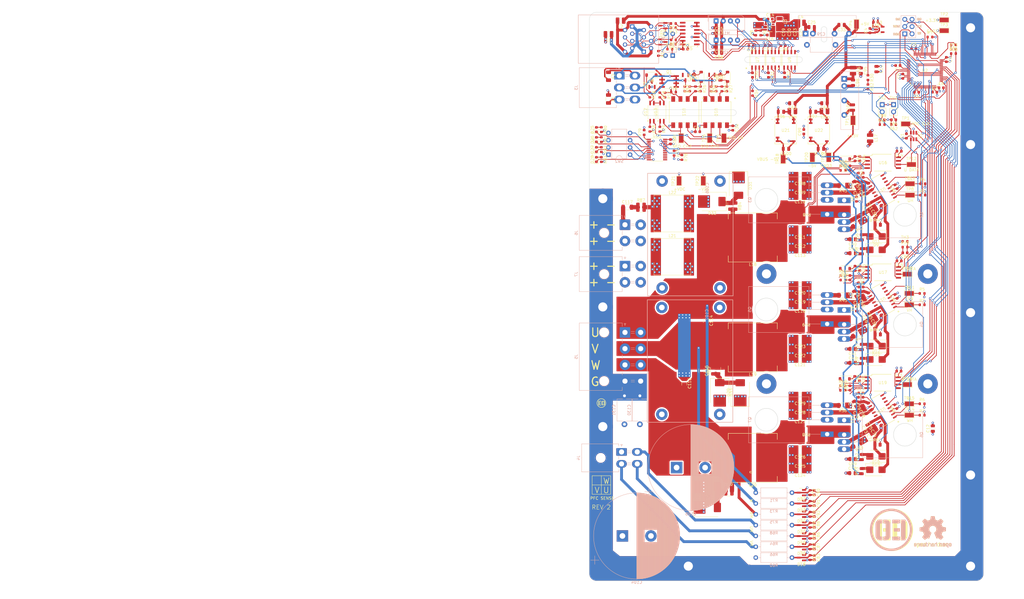
<source format=kicad_pcb>
(kicad_pcb (version 20240108) (generator "pcbnew") (generator_version "8.0")
  (layers (0 "F.Cu" signal) (1 "In1.Cu" signal) (2 "In2.Cu" signal) (31 "B.Cu" signal) (34 "B.Paste" user) (35 "F.Paste" user) (36 "B.SilkS" user "B.Silkscreen") (37 "F.SilkS" user "F.Silkscreen") (38 "B.Mask" user) (39 "F.Mask" user) (44 "Edge.Cuts" user))
  (net 0 "")
  (net 1 "+VDC")
  (net 2 "-VDC")
  (net 3 "GND1")
  (net 4 "+15V")
  (net 5 "GND2")
  (net 6 "+3.3V")
  (net 7 "U")
  (net 8 "UH")
  (net 9 "UL")
  (net 10 "U_DATA")
  (net 11 "U_CLOCK")
  (net 12 "Net-(Q3-DS)")
  (net 13 "W")
  (net 14 "V")
  (net 15 "WH")
  (net 16 "WL")
  (net 17 "W_DATA")
  (net 18 "VH")
  (net 19 "VL")
  (net 20 "V_DATA")
  (net 21 "GND")
  (net 22 "5v_ISO")
  (net 23 "+5V")
  (net 24 "24V_ISO")
  (net 25 "RESET")
  (net 26 "HEATSINK_TEMP_1_ADC")
  (net 27 "UM_ADC")
  (net 28 "VM_ADC")
  (net 29 "WM_ADC")
  (net 30 "GATE_SUPPLY_ADC")
  (net 31 "HEATSINK_TEMP_2_ADC")
  (net 32 "U_ADC")
  (net 33 "V_ADC")
  (net 34 "W_ADC")
  (net 35 "VBUS_ADC")
  (net 36 "BOARD_TEMP_1_ADC")
  (net 37 "GND3")
  (net 38 "VBUS -5V")
  (net 39 "TX-")
  (net 40 "RX+")
  (net 41 "RX-")
  (net 42 "TX+")
  (net 43 "RX_ISO")
  (net 44 "TX_EN_ISO")
  (net 45 "TX_ISO")
  (net 46 "Net-(D17-K)")
  (net 47 "RX")
  (net 48 "TX")
  (net 49 "TACH_1")
  (net 50 "TX_EN")
  (net 51 "TACH_1_ISO")
  (net 52 "TACH_2")
  (net 53 "FAN_PWM")
  (net 54 "FAN_PWM_ISO")
  (net 55 "TACH_2_ISO")
  (net 56 "Net-(Q4-DS)")
  (net 57 "Net-(D25-K)")
  (net 58 "SWDIO")
  (net 59 "SWCLK")
  (net 60 "SWO")
  (net 61 "Net-(D28-K)")
  (net 62 "Net-(U20-VIN)")
  (net 63 "-5V")
  (net 64 "Net-(D17-A)")
  (net 65 "BOOT")
  (net 66 "Net-(Q3-G)")
  (net 67 "Net-(Q4-G)")
  (net 68 "STO CH1")
  (net 69 "STO EN")
  (net 70 "STO CH2")
  (net 71 "Net-(D16-K)")
  (net 72 "Net-(Q2-DS)")
  (net 73 "Net-(Q5-DS)")
  (net 74 "Net-(Q6-DS)")
  (net 75 "Net-(D16-A)")
  (net 76 "Net-(Q2-G)")
  (net 77 "Net-(Q5-G)")
  (net 78 "Net-(Q6-G)")
  (net 79 "STO CH1 MCU FBK")
  (net 80 "STO CH2 MCU FBK")
  (net 81 "SAFE GND")
  (net 82 "STO FBK 24V")
  (net 83 "STO FBK OUT")
  (net 84 "UM")
  (net 85 "VM")
  (net 86 "WM")
  (net 87 "V_CLOCK")
  (net 88 "W_CLOCK")
  (net 89 "STO CH1 FIELD")
  (net 90 "STO CH2 FIELD")
  (net 91 "Net-(D6-K)")
  (net 92 "SDA")
  (net 93 "SDL")
  (net 94 "Net-(U2A-VCAP_1)")
  (net 95 "Net-(U4-SW)")
  (net 96 "Net-(U4-BST)")
  (net 97 "Net-(U6-VIN)")
  (net 98 "Net-(D7-K)")
  (net 99 "Net-(D9-K)")
  (net 100 "Net-(D11-A)")
  (net 101 "Net-(D10-K)")
  (net 102 "Net-(D12-A)")
  (net 103 "Net-(U14-VDDB)")
  (net 104 "Net-(U14-GNDB)")
  (net 105 "Net-(U15-VDDB)")
  (net 106 "Net-(U15-GNDB)")
  (net 107 "Net-(D13-A)")
  (net 108 "Net-(D13-K)")
  (net 109 "Net-(D14-A)")
  (net 110 "Net-(D14-K)")
  (net 111 "Net-(U16-AINN)")
  (net 112 "Net-(U16-AINP)")
  (net 113 "Net-(U17-AINN)")
  (net 114 "Net-(U17-AINP)")
  (net 115 "Net-(D15-K)")
  (net 116 "Net-(U18-VDDB)")
  (net 117 "Net-(Q7-DS)")
  (net 118 "Net-(U18-GNDB)")
  (net 119 "Net-(U19-AINP)")
  (net 120 "Net-(U19-AINN)")
  (net 121 "Net-(C96-Pad1)")
  (net 122 "Net-(C97-Pad1)")
  (net 126 "Net-(D8-A)")
  (net 127 "Net-(D9-A)")
  (net 128 "Net-(D10-A)")
  (net 129 "Net-(D11-K)")
  (net 130 "Net-(D12-K)")
  (net 131 "Net-(D15-A)")
  (net 132 "Net-(D25-A)")
  (net 133 "Net-(D26-K)")
  (net 134 "Net-(D26-A)")
  (net 135 "Net-(D27-A)")
  (net 136 "Net-(D27-K)")
  (net 137 "Net-(D28-A)")
  (net 138 "Net-(J3-Pin_3)")
  (net 139 "Net-(J3-Pin_4)")
  (net 140 "Net-(J2-Pad14)")
  (net 141 "Net-(J2-Pad1)")
  (net 143 "Net-(Q7-G)")
  (net 144 "Net-(U4-FB)")
  (net 145 "Net-(R10-Pad2)")
  (net 146 "Net-(R11-Pad2)")
  (net 147 "Net-(U5-Y)")
  (net 148 "Net-(U5-Z)")
  (net 149 "Net-(U5-B)")
  (net 150 "Net-(U5-A)")
  (net 151 "Net-(R17-Pad2)")
  (net 152 "Net-(R19-Pad2)")
  (net 153 "Net-(R20-Pad2)")
  (net 154 "Net-(R22-Pad2)")
  (net 155 "Net-(U11-A)")
  (net 156 "Net-(U10-A)")
  (net 157 "Net-(R28-Pad1)")
  (net 158 "Net-(R29-Pad1)")
  (net 159 "Net-(R30-Pad2)")
  (net 160 "Net-(R31-Pad2)")
  (net 161 "Net-(U14-OUTA)")
  (net 162 "Net-(U14-OUTB)")
  (net 163 "Net-(U15-OUTA)")
  (net 164 "Net-(U15-OUTB)")
  (net 165 "Net-(U18-OUTA)")
  (net 166 "Net-(U18-OUTB)")
  (net 167 "Net-(U23-~{INT})")
  (net 168 "Net-(U23-P07)")
  (net 169 "Net-(U23-P04)")
  (net 170 "Net-(U23-P05)")
  (net 171 "Net-(U23-P06)")
  (net 172 "Net-(U1-IN)")
  (net 193 "Net-(U12-Pad3)")
  (net 215 "Net-(C117-Pad2)")
  (net 216 "DCBUS+")
  (net 217 "Net-(D29-A)")
  (net 218 "Net-(D30-A)")
  (net 219 "Net-(D31-A)")
  (net 220 "DCBUS-")
  (net 221 "U_")
  (net 222 "V_")
  (net 223 "W_")
  (footprint "Diode_SMD:D_SMB" (layer "F.Cu") (at 410.85 134.95)
    (property "Reference" "D11")
    (property "Value" "D")
  )
  (footprint "footprints:TestPoint_Pad_3.1x1.6mm" (layer "F.Cu") (at 422.5 193)
    (property "Reference" "TP14")
    (property "Value" "TestPoint")
  )
  (footprint "Resistor_SMD:R_0603_1608Metric" (layer "F.Cu") (at 336.8 80.6 -90)
    (property "Reference" "R17")
    (property "Value" "1K")
  )
  (footprint "footprints:TestPoint_Pad_3.1x1.6mm" (layer "F.Cu") (at 342.5 95.75 90)
    (property "Reference" "TP7")
    (property "Value" "TestPoint")
  )
  (footprint "footprints:RES_HCSM2818_STP" (layer "F.Cu") (at 386.6 122.6 180)
    (property "Reference" "R48")
    (property "Value" ".005")
  )
  (footprint "Capacitor_SMD:C_0603_1608Metric" (layer "F.Cu") (at 431.4 79.6)
    (property "Reference" "C2")
    (property "Value" "2.2uf")
  )
  (footprint "Capacitor_SMD:C_1210_3225Metric" (layer "F.Cu") (at 384.2 112.6 180)
    (property "Reference" "C109")
    (property "Value" "C")
  )
  (footprint "Resistor_SMD:R_0603_1608Metric" (layer "F.Cu") (at 438 66.05)
    (property "Reference" "R35")
    (property "Value" "1K")
  )
  (footprint "Connector_PinHeader_2.54mm:PinHeader_1x02_P2.54mm_Vertical" (layer "F.Cu") (at 417 83.97)
    (property "Reference" "TH1")
    (property "Value" "Thermistor")
  )
  (footprint "Capacitor_SMD:C_0603_1608Metric" (layer "F.Cu") (at 417.85 151.3 120)
    (property "Reference" "C39")
    (property "Value" "0.1uf")
  )
  (footprint "Resistor_SMD:R_0805_2012Metric" (layer "F.Cu") (at 405.85 207.7 90)
    (property "Reference" "R52")
    (property "Value" "1")
  )
  (footprint "Diode_SMD:D_SMB" (layer "F.Cu") (at 410.85 130.25 180)
    (property "Reference" "D9")
    (property "Value" "D")
  )
  (footprint "Capacitor_SMD:C_0603_1608Metric" (layer "F.Cu") (at 408.7 58 90)
    (property "Reference" "C4")
    (property "Value" "2.2uf")
  )
  (footprint "Diode_SMD:D_SOD-123" (layer "F.Cu") (at 399.85 180.25 180)
    (property "Reference" "D17")
    (property "Value" "BZT52C5V1")
  )
  (footprint "Capacitor_SMD:C_0603_1608Metric" (layer "F.Cu") (at 373.5 59.55 180)
    (property "Reference" "C16")
    (property "Value" "2.2uf")
  )
  (footprint "Resistor_SMD:R_0603_1608Metric" (layer "F.Cu") (at 368.65 58.8 90)
    (property "Reference" "R8")
    (property "Value" "115k")
  )
  (footprint "Capacitor_SMD:C_0805_2012Metric" (layer "F.Cu") (at 355.75 65.75 180)
    (property "Reference" "C18")
    (property "Value" "10uf")
  )
  (footprint "Capacitor_SMD:C_0805_2012Metric" (layer "F.Cu") (at 405.35 153.3 120)
    (property "Reference" "C56")
    (property "Value" "10uf")
  )
  (footprint "Capacitor_SMD:C_0603_1608Metric" (layer "F.Cu") (at 367 63.25 180)
    (property "Reference" "C26")
    (property "Value" "0.1uf")
  )
  (footprint "Capacitor_SMD:C_1210_3225Metric" (layer "F.Cu") (at 384.2 134.6 180)
    (property "Reference" "C113")
    (property "Value" "C")
  )
  (footprint "Inductor_SMD:L_Vishay_IHLP-5050" (layer "F.Cu") (at 339.4 122.2)
    (property "Reference" "L22")
    (property "Value" "1uH")
  )
  (footprint "Capacitor_SMD:C_0805_2012Metric" (layer "F.Cu") (at 381.5 83.5 180)
    (property "Reference" "C93")
    (property "Value" "10uf")
  )
  (footprint "footprints:MountingHole_3.2mm_M3_Pad_TopBottom_LargeIsolation" (layer "F.Cu") (at 429 182)
    (property "Reference" "H13" (hide yes))
    (property "Value" "MountingHole")
  )
  (footprint "Resistor_SMD:R_0603_1608Metric" (layer "F.Cu") (at 339.8 62.75 180)
    (property "Reference" "R15")
    (property "Value" "10")
  )
  (footprint "footprints:R_1206_3216Metric_Wide" (layer "F.Cu") (at 360.6 119.6 -90)
    (property "Reference" "R84")
    (property "Value" "4.7")
  )
  (footprint "Package_TO_SOT_SMD:SOT-23" (layer "F.Cu") (at 336.05 61.9875)
    (property "Reference" "D1")
    (property "Value" "D_TVS_Dual_AAC")
  )
  (footprint "footprints:TestPoint_Pad_3.1x1.6mm" (layer "F.Cu") (at 421.25 90.75)
    (property "Reference" "TP1")
    (property "Value" "TestPoint")
  )
  (footprint "Resistor_SMD:R_0603_1608Metric" (layer "F.Cu") (at 427.25 111.75)
    (property "Reference" "R4")
    (property "Value" "10k")
  )
  (footprint "Capacitor_SMD:C_0805_2012Metric" (layer "F.Cu") (at 347 74.45 90)
    (property "Reference" "C35")
    (property "Value" "10uf")
  )
  (footprint "Capacitor_SMD:C_0603_1608Metric" (layer "F.Cu") (at 421 136 180)
    (property "Reference" "C89")
    (property "Value" "2.2uf")
  )
  (footprint "footprints:MountingHole_3.2mm_M3_Pad_TopBottom_LargeIsolation" (layer "F.Cu") (at 429 143.4)
    (property "Reference" "H12" (hide yes))
    (property "Value" "MountingHole")
  )
  (footprint "Inductor_SMD:L_Vishay_IHLP-6767" (layer "F.Cu") (at 367.6 130.6 180)
    (property "Reference" "L18")
    (property "Value" "1uH")
  )
  (footprint "footprints:TestPoint_Pad_3.1x1.6mm" (layer "F.Cu") (at 421.8 143.5)
    (property "Reference" "TP13")
    (property "Value" "TestPoint")
  )
  (footprint "Capacitor_SMD:C_0603_1608Metric" (layer "F.Cu") (at 435.5 68.15 -90)
    (property "Reference" "C5")
    (property "Value" "0.1uf")
  )
  (footprint "Capacitor_SMD:C_0603_1608Metric" (layer "F.Cu") (at 420.25 74 90)
    (property "Reference" "C9")
    (property "Value" "0.1uf")
  )
  (footprint "Resistor_SMD:R_0603_1608Metric" (layer "F.Cu") (at 314.5 96.25 -90)
    (property "Reference" "R81")
    (property "Value" "1k")
  )
  (footprint "Capacitor_SMD:C_0603_1608Metric" (layer "F.Cu") (at 344 64.5)
    (property "Reference" "C22")
    (property "Value" "0.1uf")
  )
  (footprint "Resistor_SMD:R_1206_3216Metric" (layer "F.Cu") (at 404.15 126.05 -150)
    (property "Reference" "R42")
    (property "Value" "10")
  )
  (footprint "Fuse:Fuse_1206_3216Metric" (layer "F.Cu") (at 317 74 -90)
    (property "Reference" "F2")
    (property "Value" "Polyfuse")
  )
  (footprint "Capacitor_SMD:C_0805_2012Metric" (layer "F.Cu") (at 430.75 197.7 90)
    (property "Reference" "C12")
    (property "Value" "10uf")
  )
  (footprint "Capacitor_SMD:C_0603_1608Metric" (layer "F.Cu") (at 418.95 138.85 180)
    (property "Reference" "C45")
    (property "Value" "0.1uf")
  )
  (footprint "Capacitor_SMD:C_1210_3225Metric" (layer "F.Cu") (at 384.2 128.2 180)
    (property "Reference" "C111")
    (property "Value" "C")
  )
  (footprint "Capacitor_SMD:C_0805_2012Metric" (layer "F.Cu") (at 379.25 99.5 180)
    (property "Reference" "C100")
    (property "Value" "10uf")
  )
  (footprint "Capacitor_SMD:C_0805_2012Metric" (layer "F.Cu") (at 388.25 56.75)
    (property "Reference" "C25")
    (property "Value" "10uf")
  )
  (footprint "Resistor_SMD:R_0805_2012Metric" (layer "F.Cu") (at 405.85 173.95 90)
    (property "Reference" "R39")
    (property "Value" "1")
  )
  (footprint "Diode_SMD:D_SMB" (layer "F.Cu") (at 410.85 173.45)
    (property "Reference" "D12")
    (property "Value" "D")
  )
  (footprint "Capacitor_SMD:C_0603_1608Metric" (layer "F.Cu") (at 389.2 227.8 -90)
    (property "Reference" "C92")
    (property "Value" "0.1uf")
  )
  (footprint "Resistor_SMD:R_0805_2012Metric" (layer "F.Cu") (at 405.8 212.65 90)
    (property "Reference" "R53")
    (property "Value" "1")
  )
  (footprint "Capacitor_SMD:C_0805_2012Metric" (layer "F.Cu") (at 402.65 174.65)
    (property "Reference" "C43")
    (property "Value" "10uf")
  )
  (footprint "footprints:6N137S_LTO" (layer "F.Cu") (at 343.5 86.6 -90)
    (property "Reference" "U11")
    (property "Value" "6N137")
  )
  (footprint "Resistor_SMD:R_1206_3216Metric" (layer "F.Cu") (at 399.2 189.6 180)
    (property "Reference" "R56")
    (property "Value" "10")
  )
  (footprint "Package_TO_SOT_SMD:SOT-23" (layer "F.Cu") (at 336 56.2625 180)
    (property "Reference" "D2")
    (property "Value" "D_TVS_Dual_AAC")
  )
  (footprint "Resistor_SMD:R_0603_1608Metric" (layer "F.Cu") (at 342.75 102.5 -90)
    (property "Reference" "R78")
    (property "Value" "10k")
  )
  (footprint "footprints:RES_HCSM2818_STP" (layer "F.Cu") (at 386.4 199.8 180)
    (property "Reference" "R58")
    (property "Value" ".005")
  )
  (footprint "Capacitor_SMD:C_0603_1608Metric" (layer "F.Cu") (at 405.7 189.15 120)
    (property "Reference" "C79")
    (property "Value" "0.1uf")
  )
  (footprint "Capacitor_SMD:C_0603_1608Metric" (layer "F.Cu") (at 405.15 141.45 -90)
    (property "Reference" "C65")
    (property "Value" "0.1uf")
  )
  (footprint "Capacitor_SMD:C_1206_3216Metric" (layer "F.Cu") (at 343.6 181.8 -90)
    (property "Reference" "C116")
    (property "Value" "470pf")
  )
  (footprint "Inductor_SMD:L_1008_2520Metric" (layer "F.Cu") (at 402.75 72.05 -90)
    (property "Reference" "L16")
    (property "Value" "10uH")
  )
  (footprint "Capacitor_SMD:C_0805_2012Metric" (layer "F.Cu") (at 405.3 192 120)
    (property "Reference" "C76")
    (property "Value" "10uf")
  )
  (footprint "footprints:TestPoint_Pad_3.1x1.6mm" (layer "F.Cu") (at 422.75 111.75)
    (property "Reference" "TP10")
    (property "Value" "TestPoint")
  )
  (footprint "Capacitor_SMD:C_1210_3225Metric" (layer "F.Cu") (at 384.2 205.4 180)
    (property "Reference" "C126")
    (property "Value" "C")
  )
  (footprint "Capacitor_SMD:C_0805_2012Metric" (layer "F.Cu") (at 405.5 72.05 -90)
    (property "Reference" "C95")
    (property "Value" "10uf")
  )
  (footprint "Capacitor_SMD:C_0603_1608Metric" (layer "F.Cu") (at 389.2 235.45 -90)
    (property "Reference" "C86")
    (property "Value" "0.1uf")
  )
  (footprint "footprints:R_1206_3216Metric_Wide" (layer "F.Cu") (at 328.4 120)
    (property "Reference" "R87")
    (property "Value" "4.7")
  )
  (footprint "Capacitor_SMD:C_0603_1608Metric" (layer "F.Cu") (at 410.7 55 180)
    (property "Reference" "C10")
    (property "Value" "2.2uf")
  )
  (footprint "Resistor_SMD:R_0603_1608Metric" (layer "F.Cu") (at 399.25 105.45)
    (property "Reference" "R50")
    (property "Value" "R")
  )
  (footprint "footprints:SOICN-8_LTF" (layer "F.Cu") (at 380.5 68.25 90)
    (property "Reference" "U9")
    (property "Value" "ISO6721BQDRQ1")
  )
  (footprint "Inductor_SMD:L_1008_2520Metric" (layer "F.Cu") (at 317 59.25 180)
    (property "Reference" "L1")
    (property "Value" "10uH")
  )
  (footprint "Package_TO_SOT_SMD:SOT-23" (layer "F.Cu") (at 384.65 239.2 180)
    (property "Reference" "D20")
    (property "Value" "D_Dual_Series_ACK")
  )
  (footprint "Capacitor_SMD:C_0805_2012Metric" (layer "F.Cu") (at 402.65 169.75 180)
    (property "Reference" "C41")
    (property "Value" "10uf")
  )
  (footprint "Capacitor_SMD:C_0603_1608Metric" (layer "F.Cu") (at 411.4 121.45 120)
    (property "Reference" "C50")
    (property "Value" "0.1uf")
  )
  (footprint "footprints:SOICN-8_LTF" (layer "F.Cu") (at 369.25 68.25 90)
    (property "Reference" "U7")
    (property "Value" "ISO6721BQDRQ1")
  )
  (footprint "Capacitor_SMD:C_0805_2012Metric" (layer "F.Cu") (at 403.6 111.8 120)
    (property "Reference" "C53")
    (property "Value" "10uf")
  )
  (footprint "footprints:MountingHole_3.2mm_M3_Pad_TopBottom_LargeIsolation" (layer "F.Cu") (at 315 155)
    (property "Reference" "H8" (hide yes))
    (property "Value" "MountingHole")
  )
  (footprint "footprints:TestPoint_Pad_3.1x1.6mm" (layer "F.Cu") (at 422.5 154.25)
    (property "Reference" "TP9")
    (property "Value" "TestPoint")
  )
  (footprint "Capacitor_SMD:C_0603_1608Metric" (layer "F.Cu") (at 411.3 198.65 120)
    (property "Reference" "C74")
    (property "Value" "0.1uf")
  )
  (footprint "Capacitor_SMD:C_0603_1608Metric" (layer "F.Cu") (at 401.7 144.75 90)
    (property "Reference" "C67")
    (property "Value" "C")
  )
  (footprint "Capacitor_SMD:C_1210_3225Metric" (layer "F.Cu") (at 384.2 147.8 180)
    (property "Reference" "C120")
    (property "Value" "C")
  )
  (footprint "Resistor_SMD:R_0603_1608Metric" (layer "F.Cu") (at 349.25 78.45 -90)
    (property "Reference" "R26")
    (property "Value" "1k")
  )
  (footprint "Capacitor_SMD:C_0603_1608Metric" (layer "F.Cu") (at 389.2 243 -90)
    (property "Reference" "C83")
    (property "Value" "0.1uf")
  )
  (footprint "Capacitor_SMD:C_0805_2012Metric" (layer "F.Cu") (at 403.55 189 120)
    (property "Reference" "C77")
    (property "Value" "10uf")
  )
  (footprint "LED_SMD:LED_0603_1608Metric" (layer "F.Cu") (at 312.75 103.25 90)
    (property "Reference" "D28")
    (property "Value" "LED")
  )
  (footprint "Diode_SMD:D_SOD-123" (layer "F.Cu") (at 399.95 141.55 180)
    (property "Reference" "D14")
    (property "Value" "BZT52C5V1")
  )
  (footprint "Capacitor_SMD:C_0603_1608Metric" (layer "F.Cu") (at 403.45 141.45 -90)
    (property "Reference" "C63")
    (property "Value" "2.2")
  )
  (footprint "Diode_SMD:D_SMB" (layer "F.Cu") (at 410.8 212.15)
    (property "Reference" "D16")
    (property "Value" "D")
  )
  (footprint "Resistor_SMD:R_0603_1608Metric" (layer "F.Cu") (at 339.75 55.5 180)
    (property "Reference" "R12")
    (property "Value" "10")
  )
  (footprint "Resistor_SMD:R_1206_3216Metric" (layer "F.Cu") (at 404.1 203.25 -150)
    (property "Reference" "R55")
    (property "Value" "10")
  )
  (footprint "footprints:MountingHole_3.2mm_M3_Pad_TopBottom_LargeIsolation" (layer "F.Cu") (at 345 246)
    (property "Reference" "H6" (hide yes))
    (property "Value" "MountingHole")
  )
  (footprint "Capacitor_SMD:C_0805_2012Metric" (layer "F.Cu") (at 410.1 123 120)
    (property "Reference" "C46")
    (property "Value" "10uf")
  )
  (footprint "footprints:TestPoint_Pad_3.1x1.6mm" (layer "F.Cu") (at 378.25 103 90)
    (property "Reference" "TP18")
    (property "Value" "TestPoint")
  )
  (footprint "footprints:B05xxMT-1WR4_MNS" (layer "F.Cu") (at 390.75 93)
    (property "Reference" "U22")
    (property "Value" "B0505MT-1WR4")
  )
  (footprint "Capacitor_SMD:C_0603_1608Metric" (layer "F.Cu") (at 411.35 159.95 120)
    (property "Reference" "C54")
    (property "Value" "0.1uf")
  )
  (footprint "Capacitor_SMD:C_1210_3225Metric" (layer "F.Cu") (at 384.2 186.6 180)
    (property "Reference" "C129")
    (property "Value" "C")
  )
  (footprint "Resistor_SMD:R_0603_1608Metric" (layer "F.Cu") (at 387.7 231.6 -90)
    (property "Reference" "R69")
    (property "Value" "5k")
  )
  (footprint "footprints:R_1206_3216Metric_Wide" (layer "F.Cu") (at 359.2 219.6)
    (property "Reference" "R86")
    (property "Value" "4.7")
  )
  (footprint "Resistor_SMD:R_0603_1608Metric" (layer "F.Cu") (at 335 92.6 -90)
    (property "Reference" "R29")
    (property "Value" "220")
  )
  (footprint "Capacitor_SMD:C_0805_2012Metric" (layer "F.Cu") (at 408.35 158.45 120)
    (property "Reference" "C49")
    (property "Value" "10uf")
  )
  (footprint "Package_TO_SOT_SMD:SOT-23" (layer "F.Cu") (at 344 74.5 -90)
    (property "Reference" "D4")
    (property "Value" "D_Dual_Series_ACK")
  )
  (footprint "Resistor_SMD:R_0603_1608Metric" (layer "F.Cu") (at 387.7 235.45 -90)
    (property "Reference" "R65")
    (property "Value" "5k")
  )
  (footprint "Capacitor_SMD:C_0603_1608Metric" (layer "F.Cu") (at 403.45 102.95 -90)
    (property "Reference" "C62")
    (property "Value" "2.2")
  )
  (footprint "footprints:TestPoint_Pad_3.1x1.6mm" (layer "F.Cu") (at 350.25 110.75 90)
    (property "Reference" "TP22")
    (property "Value" "TestPoint")
  )
  (footprint "Resistor_SMD:R_0805_2012Metric" (layer "F.Cu") (at 405.85 169.05 90)
    (property "Reference" "R37")
    (property "Value" "1")
  )
  (footprint "Diode_SMD:D_SMC" (layer "F.Cu") (at 353.4 118 180)
    (property "Reference" "D32")
    (property "Value" "D")
  )
  (footprint "Resistor_SMD:R_0603_1608Metric" (layer "F.Cu") (at 331.5 92.6 -90)
    (property "Reference" "R28")
    (property "Value" "220")
  )
  (footprint "Inductor_SMD:L_0603_1608Metric" (layer "F.Cu") (at 405.5 185.2)
    (property "Reference" "L13")
    (property "Value" "10uH")
  )
  (footprint "Inductor_SMD:L_1008_2520Metric" (layer "F.Cu") (at 381.5 86.25 180)
    (property "Reference" "L14")
    (property "Value" "10uH")
  )
  (footprint "Capacitor_SMD:C_0603_1608Metric" (layer "F.Cu") (at 378.75 73.6 -90)
    (property "Reference" "C32")
    (property "Value" "0.1uf")
  )
  (footprint "Resistor_SMD:R_0603_1608Metric" (layer "F.Cu") (at 399.15 184.25)
    (property "Reference" "R57")
    (property "Value" "R")
  )
  (footprint "Resistor_SMD:R_0805_2012Metric" (layer "F.Cu") (at 405.85 135.45 90)
    (property "Reference" "R38")
    (property "Value" "1")
  )
  (footprint "footprints:PG-DSO-16-11" (layer "F.Cu") (at 412.85 114.05 -150)
    (property "Reference" "U14")
    (property "Value" "2EDF9275FXUMA1")
  )
  (footprint "Resistor_SMD:R_0603_1608Metric" (layer "F.Cu") (at 329.5 93.75 90)
    (property "Reference" "R79")
    (property "Value" "10k")
  )
  (footprint "Resistor_SMD:R_0603_1608Metric" (layer "F.Cu") (at 340 101 -90)
    (property "Reference" "R77")
    (property "Value" "10k")
  )
  (footprint "Package_TO_SOT_SMD:SOT-23" (layer "F.Cu") (at 384.65 243.0125 180)
    (property "Reference" "D18")
    (property "Value" "D_Dual_Series_ACK")
  )
  (footprint "Capacitor_SMD:C_0805_2012Metric" (layer "F.Cu") (at 377.5 86.5 180)
    (property "Reference" "C96")
    (property "Value" "10uf")
  )
  (footprint "Capacitor_SMD:C_0805_2012Metric" (layer "F.Cu") (at 355.75 59)
    (property "Reference" "C15")
    (property "Value" "10uf")
  )
  (footprint "Resistor_SMD:R_0603_1608Metric" (layer "F.Cu") (at 347.5 78.45 -90)
    (property "Reference" "R24")
    (property "Value" "1k")
  )
  (footprint "Capacitor_SMD:C_0603_1608Metric" (layer "F.Cu") (at 373.7 53.95)
    (property "Reference" "C14")
    (property "Value" ".1uf")
  )
  (footprint "Package_SO:SOP-4_4.4x2.6mm_P1.27mm" (layer "F.Cu") (at 335.75 86.6 90)
    (property "Reference" "U13")
    (property "Value" "FODM217A")
  )
  (footprint "Resistor_SMD:R_0603_1608Metric" (layer "F.Cu") (at 314.5 92.75 -90)
    (property "Reference" "R80")
    (property "Value" "1k")
  )
  (footprint "footprints:TestPoint_Pad_3.1x1.6mm" (layer "F.Cu") (at 402.75 89.5 90)
    (property "Reference" "TP17")
    (property "Value" "TestPoint")
  )
  (footprint "Fuse:Fuse_1206_3216Metric" (layer "F.Cu") (at 317 82 -90)
    (property "Reference" "F1")
    (property "Value" "Polyfuse")
  )
  (footprint "Resistor_SMD:R_0603_1608Metric" (layer "F.Cu") (at 353 78.45 -90)
    (property "Reference" "R20")
    (property "Value" "1K")
  )
  (footprint "Capacitor_SMD:C_0603_1608Metric" (layer "F.Cu") (at 417 89.3 180)
    (property "Reference" "C84")
    (property "Value" "2.2uf")
  )
  (footprint "footprints:TestPoint_Pad_3.1x1.6mm" (layer "F.Cu") (at 422.75 115.75)
    (property "Reference" "TP8")
    (property "Value" "TestPoint")
  )
  (footprint "Resistor_SMD:R_0603_1608Metric" (layer "F.Cu") (at 387.7 224 -90)
    (property "Reference" "R74")
    (property "Value" "5k")
  )
  (footprint "Capacitor_SMD:C_0805_2012Metric" (layer "F.Cu") (at 402.75 85 90)
    (property "Reference" "C102")
    (property "Value" "10uf")
  )
  (footprint "Capacitor_SMD:C_0603_1608Metric" (layer "F.Cu") (at 405.75 150.45 120)
    (property "Reference" "C61")
    (property "Value" "0.1uf")
  )
  (footprint "Capacitor_SMD:C_0805_2012Metric" (layer "F.Cu") (at 391.5 99.5 180)
    (property "Reference" "C101")
    (property "Value" "10uf")
  )
  (footprint "Diode_SMD:D_SMC" (layer "F.Cu") (at 356 185 -90)
    (property "Reference" "D33")
    (property "Value" "D")
  )
  (footprint "Resistor_SMD:R_0603_1608Metric" (layer "F.Cu") (at 408 74.5 -90)
    (property "Reference" "R30")
    (property "Value" "10K")
  )
  (footprint "Package_TO_SOT_SMD:SOT-23" (layer "F.Cu") (at 384.65 235.45 180)
    (property "Reference" "D19")
    (property "Value" "D_Dual_Series_ACK")
  )
  (footprint "Resistor_SMD:R_0603_1608Metric" (layer "F.Cu") (at 358.5 78.45 -90)
    (property "Reference" "R27")
    (property "Value" "1k")
  )
  (footprint "Capacitor_SMD:C_0603_1608Metric" (layer "F.Cu") (at 409.85 157.3 120)
    (property "Reference" "C55")
    (property "Value" "0.1uf")
  )
  (footprint "Inductor_SMD:L_0603_1608Metric" (layer "F.Cu") (at 403.9 194.4 90)
    (property "Reference" "L12")
    (property "Value" "10uH")
  )
  (footprint "Capacitor_SMD:C_0805_2012Metric" (layer "F.Cu") (at 382.75 58.6 -90)
    (property "Reference" "C24")
    (property "Value" "10uf")
  )
  (footprint "Package_TO_SOT_SMD:SOT-23-5" (layer "F.Cu") (at 412 57.5875)
    (property "Reference" "U3")
    (property "Value" "AP2127K-3.3")
  )
  (footprint "Inductor_SMD:L_Vishay_IHLP-5050" (layer "F.Cu") (at 339.4 137.4)
    (property "Reference" "L21")
    (property "Value" "1uH")
  )
  (footprint "Capacitor_SMD:C_0603_1608Metric" (layer "F.Cu") (at 407.2 191.75 120)
    (property "Reference" "C78")
    (property "Value" "0.1uf")
  )
  (footprint "Capacitor_SMD:C_0603_1608Metric" (layer "F.Cu") (at 389.2 239.2 -90)
    (property "Reference" "C87")
    (property "Value" "0.1uf")
  )
  (footprint "Resistor_SMD:R_0603_1608Metric" (layer "F.Cu") (at 427 154.25)
    (property "Reference" "R2")
    (property "Value" "10k")
  )
  (footprint "Resistor_SMD:R_0603_1608Metric" (layer "F.Cu") (at 339.75 57 180)
    (property "Reference" "R13")
    (property "Value" "10")
  )
  (footprint "Resistor_SMD:R_1206_3216Metric" (layer "F.Cu") (at 404.15 164.55 -150)
    (property "Reference" "R44")
    (property "Value" "10")
  )
  (footprint "LED_SMD:LED_0603_1608Metric" (layer "F.Cu") (at 312.75 96.25 90)
    (property "Reference" "D26")
    (property "Value" "LED")
  )
  (footprint "Package_TO_SOT_SMD:SOT-23-6" (layer "F.Cu") (at 424.0125 95 -90)
    (property "Reference" "U1")
    (property "Value" "PL133-37TC")
  )
  (footprint "Capacitor_SMD:C_0805_2012Metric" (layer "F.Cu") (at 402.65 131.25 180)
    (property "Reference" "C40")
    (property "Value" "10uf")
  )
  (footprint "footprints:TestPoint_Pad_3.1x1.6mm" (layer "F.Cu") (at 394.266 102.5 90)
    (property "Reference" "TP19")
    (property "Value" "TestPoint")
  )
  (footprint "Capacitor_SMD:C_0603_1608Metric" (layer "F.Cu") (at 401.7 106.25 90)
    (property "Reference" "C66")
    (property "Value" "C")
  )
  (footprint "footprints:DWV0008A" (layer "F.Cu") (at 413.25 142.85)
    (property "Reference" "U17")
    (property "Value" "AMC1306M25DWVR")
  )
  (footprint "Capacitor_SMD:C_0805_2012Metric" (layer "F.Cu") (at 380.75 58.6 -90)
    (property "Reference" "C23")
    (property "Value" "10uf")
  )
  (footprint "Capacitor_SMD:C_0805_2012Metric" (layer "F.Cu") (at 402.65 136.15)
    (property "Reference" "C42")
    (property "Value" "10uf")
  )
  (footprint "Capacitor_SMD:C_0805_2012Metric" (layer "F.Cu") (at 355.75 63.75 180)
    (property "Reference" "C17")
    (property "Value" "10uf")
  )
  (footprint "Capacitor_SMD:C_0603_1608Metric" (layer "F.Cu") (at 405.15 102.95 -90)
    (property "Reference" "C64")
    (property "Value" "0.1uf")
  )
  (footprint "Resistor_SMD:R_0805_2012Metric" (layer "F.Cu") (at 411.35 203.35)
    (property "Reference" "R54")
    (property "Value" "800")
  )
  (footprint "Capacitor_SMD:C_1210_3225Metric" (layer "F.Cu") (at 384.2 173 180)
    (property "Reference" "C121")
    (property "Value" "C")
  )
  (footprint "Inductor_SMD:L_0603_1608Metric" (layer "F.Cu") (at 405.55 108)
    (property "Reference" "L7")
    (property "Value" "10uH")
  )
  (footprint "Diode_SMD:D_SOD-123" (layer "F.Cu") (at 399.95 103.05 180)
    (property "Reference" "D13")
    (property "Value" "BZT52C5V1")
  )
  (footprint "Package_TO_SOT_SMD:SOT-23" (layer "F.Cu") (at 332.25 76.85 90)
    (property "Reference" "D3")
    (property "Value" "D_Dual_Series_ACK")
  )
  (footprint "Capacitor_SMD:C_0805_2012Metric" (layer "F.Cu") (at 392.75 83.5 180)
    (property "Reference" "C94")
    (property "Value" "10uf")
  )
  (footprint "Capacitor_SMD:C_0805_2012Metric" (layer "F.Cu") (at 402.65 208.4 180)
    (property "Reference" "C69")
    (property "Value" "10uf")
  )
  (footprint "Package_SO:SOP-4_4.4x2.6mm_P1.27mm" (layer "F.Cu") (at 332.25 86.6 90)
    (property "Reference" "U12")
    (property "Value" "FODM217A")
  )
  (footprint "Resistor_SMD:R_0603_1608Metric" (layer "F.Cu") (at 343.75 78.45 -90)
    (property "Reference" "R22")
    (property "Value" "1K")
  )
  (footprint "Package_SO:SOIC-14_3.9x8.7mm_P1.27mm" (layer "F.Cu") (at 345.5 59.0225 180)
    (property "Reference" "U5")
    (property "Value" "THVD1552")
  )
  (footprint "Resistor_SMD:R_0603_1608Metric" (layer "F.Cu") (at 356.75 78.45 -90)
    (property "Reference" "R25")
    (property "Value" "1k")
  )
  (footprint "Resistor_SMD:R_0805_2012Metric" (layer "F.Cu") (at 411.45 164.65)
    (property "Reference" "R41")
    (property "Value" "800")
  )
  (footprint "Resistor_SMD:R_0603_1608Metric" (layer "F.Cu") (at 421 134)
    (property "Reference" "R70")
    (property "Value" "10k")
  )
  (footprint "footprints:RES_HCSM2818_STP" (layer "F.Cu") (at 386.4 161.2 180)
    (property "Reference" "R49")
    (property "Value" ".005")
  )
  (footprint "footprints:B05xxMT-1WR4_MNS" (layer "F.Cu") (at 379.1326 93)
    (property "Reference" "U21")
    (property "Value" "B0505MT-1WR4")
  )
  (footprint "Capacitor_SMD:C_0603_1608Metric" (layer "F.Cu") (at 407.25 153.05 120)
    (property "Reference" "C60")
    (property "Value" "0.1uf")
  )
  (footprint "Capacitor_SMD:C_0805_2012Metric" (layer "F.Cu") (at 376.75 58.6 -90)
    (property "Reference" "C19")
    (property "Value" "10uf")
  )
  (footprint "Capacitor_SMD:C_0805_2012Metric" (layer "F.Cu") (at 405.35 114.8 120)
    (property "Reference" "C52")
    (property "Value" "10uf")
  )
  (footprint "Diode_SMD:D_SMC" (layer "F.Cu") (at 362.6 112.4 -90)
    (property "Reference" "D31")
    (property "Value" "D")
  )
  (footprint "Capacitor_SMD:C_0603_1608Metric" (layer "F.Cu") (at 417.85 112.8 120)
    (property "Reference" "C38")
    (property "Value" "0.1uf")
  )
  (footprint "Resistor_SMD:R_0603_1608Metric" (layer "F.Cu") (at 354.75 78.45 90)
    (property "Reference" "R21")
    (property "Value" "1K")
  )
  (footprint "Capacitor_SMD:C_1206_3216Metric" (layer "F.Cu") (at 323.6 120)
    (property "Reference" "C117")
    (property "Value" "4.7nf")
  )
  (footprint "Resistor_SMD:R_0805_2012Metric" (layer "F.Cu") (at 411.45 126.15)
    (property "Reference" "R40")
    (property "Value" "800")
  )
  (footprint "Capacitor_SMD:C_1210_3225Metric" (layer "F.Cu") (at 384.2 189.8 180)
    (property "Reference" "C128")
    (property "Value" "C")
  )
  (footprint "Resistor_SMD:R_0603_1608Metric" (layer "F.Cu") (at 408 77.75 -90)
    (property "Reference" "R32")
    (property "Value" "10K")
  )
  (footprint "Capacitor_SMD:C_1210_3225Metric" (layer "F.Cu") (at 384.2 131.4 180)
    (property "Reference" "C112")
    (property "Value" "C")
  )
  (footprint "footprints:DWV0008A" (layer "F.Cu") (at 413.25 104.35)
    (property "Reference" "U16")
    (property "Value" "AMC1306M25DWVR")
  )
  (footprint "Resistor_SMD:R_0603_1608Metric" (layer "F.Cu") (at 413 91)
    (property "Reference" "R63")
    (property "Value" "10k")
  )
  (footprint "footprints:MountingHole_3.2mm_M3_Pad_TopBottom_LargeIsolation" (layer "F.Cu") (at 315 197)
    (property "Reference" "H7" (hide yes))
    (property "Value" "MountingHole")
  )
  (footprint "Resistor_SMD:R_0603_1608Metric" (layer "F.Cu") (at 427 193)
    (property "Reference" "R3")
    (property "Value" "10k")
  )
  (footprint "Capacitor_SMD:C_0603_1608Metric" (layer "F.Cu") (at 409.8 196.05 120)
    (property "Reference" "C75")
    (property "Value" "0.1uf")
  )
  (footprint "Inductor_SMD:L_0603_1608Metric" (layer "F.Cu") (at 405.55 109.5)
    (property "Reference" "L5")
    (property "Value" "10uH")
  )
  (footprint "footprints:MountingHole_3.2mm_M3_Pad_TopBottom_LargeIsolation" (layer "F.Cu") (at 444 98)
    (property "Reference" "H2" (hide yes))
    (property "Value" "MountingHole")
  )
  (footprint "footprints:MountingHole_3.2mm_M3_Pad_TopBottom_LargeIsolation" (layer "F.Cu") (at 444 157)
    (property "Reference" "H3" (hide yes))
    (property "Value" "MountingHole")
  )
  (footprint "Capacitor_SMD:C_0805_2012Metric" (layer "F.Cu") (at 356.25 74.45 90)
    (property "Reference" "C34")
    (property "Value" "10uf")
  )
  (footprint "Resistor_SMD:R_0603_1608Metric" (layer "F.Cu") (at 421 132)
    (property "Reference" "TH3")
    (property "Value" "Thermistor")
  )
  (footprint "Capacitor_SMD:C_0603_1608Metric" (layer "F.Cu") (at 389.2 231.6 -90)
    (property "Reference" "C88")
    (property "Value" "0.1uf")
  )
  (footprint "Capacitor_SMD:C_0805_2012Metric" (layer "F.Cu") (at 410.05 200.2 120)
    (property "Reference" "C72")
    (property "Value" "10uf")
  )
  (footprint "Resistor_SMD:R_0603_1608Metric" (layer "F.Cu") (at 427 150.25)
    (property "Reference" "R5")
    (property "Value" "10k")
  )
  (footprint "Capacitor_SMD:C_0805_2012Metric" (layer "F.Cu") (at 408.35 119.95 120)
    (property "Reference" "C47")
    (property "Value" "10uf")
  )
  (footprint "Resistor_SMD:R_0603_1608Metric" (layer "F.Cu") (at 345.5 78.45 90)
    (property "Reference" "R23")
    (property "Value" "1K")
  )
  (footprint "footprints:MountingHole_3.2mm_M3_Pad_TopBottom_LargeIsolation" (layer "F.Cu") (at 444 214)
    (property "Reference" "H4" (hide yes))
    (property "Value" "MountingHole")
  )
  (footprint "Capacitor_SMD:C_0603_1608Metric" (layer "F.Cu") (at 401.7 183.45 90)
    (property "Reference" "C82")
    (property "Value" "C")
  )
  (footprint "Resistor_SMD:R_0603_1608Metric" (layer "F.Cu") (at 370.4 58.8 -90)
    (property "Reference" "R9")
    (property "Value" "22.1k")
  )
  (footprint "footprints:R_1206_3216Metric_Wide" (layer "F.Cu") (at 354.6 177.4 90)
    (property "Reference" "R85")
    (property "Value" "4.7")
  )
  (footprint "LED_SMD:LED_0603_1608Metric" (layer "F.Cu") (at 312.75 92.75 90)
    (property "Reference" "D25")
    (property "Value" "LED")
  )
  (footprint "footprints:SOICN-8_LTF" (layer "F.Cu") (at 374.85 68.25 90)
    (property "Reference" "U8")
    (property "Value" "ISO6721BQDRQ1")
  )
  (footprint "Capacitor_SMD:C_1210_3225Metric" (layer "F.Cu") (at 384.2 166.6 180)
    (property "Reference" "C123")
    (property "Value" "C")
  )
  (footprint "Diode_SMD:D_SMB" (layer "F.Cu") (at 410.85 168.75 180)
    (property "Reference" "D10")
    (property "Value" "D")
  )
  (footprint "Inductor_SMD:L_0603_1608Metric" (layer "F.Cu") (at 405.55 148)
    (property "Reference" "L8")
    (property "Value" "10uH")
  )
  (footprint "Capacitor_SMD:C_0603_1608Metric" (layer "F.Cu") (at 385.5 93.5 90)
    (property "Reference" "C99")
    (property "Value" "220pf")
  )
  (footprint "Package_TO_SOT_SMD:SOT-23" (layer "F.Cu") (at 384.65 224 180)
    (property "Reference" "D23")
    (property "Value" "D_Dual_Series_ACK")
  )
  (footprint "Capacitor_SMD:C_1206_3216Metric" (layer "F.Cu") (at 351.2 159.8 -90)
    (property "Reference" "C114")
    (property "Value" "470pf")
  )
  (footprint "Capacitor_SMD:C_0603_1608Metric" (layer "F.Cu") (at 421.5 95 90)
    (property "Reference" "C1")
    (property "Value" "0.1uf")
  )
  (footprint "Capacitor_SMD:C_0603_1608Metric" (layer "F.Cu") (at 378.25 63.25 180)
    (property "Reference" "C28")
    (property "Value" "0.1uf")
  )
  (footprint "Capacitor_SMD:C_0603_1608Metric" (layer "F.Cu") (at 417.75 190 120)
    (property "Reference" "C68")
    (property "Value" "0.1uf")
  )
  (footprint "Resistor_SMD:R_0603_1608Metric" (layer "F.Cu") (at 438 64.5)
    (property "Reference" "R33")
    (property "Value" "10K")
  )
  (footprint "footprints:TestPoint_Pad_3.1x1.6mm" (layer "F.Cu") (at 434.75 58)
    (property "Reference" "TP3")
    (property "Value" "TestPoint")
  )
  (footprint "footprints:PG-DSO-16-11" (layer "F.Cu") (at 412.8 191.25 -150)
    (property "Reference" "U18")
    (property "Value" "2EDF9275FXUMA1")
  )
  (footprint "Diode_SMD:D_SMC" (layer "F.Cu") (at 351.8 218.2 180)
    (property "Reference" "D34")
    (property "Value" "D")
  )
  (footprint "Package_TO_SOT_SMD:SOT-23" (layer "F.Cu") (at 384.65 231.6 180)
    (property "Reference" "D21")
    (property "Value" "D_Dual_Series_ACK")
  )
  (footprint "Resistor_SMD:R_0603_1608Metric" (layer "F.Cu") (at 339.8 79.6)
    (property "Reference" "R16")
    (property "Value" "10K")
  )
  (footprint "Capacitor_SMD:C_0603_1608Metric" (layer "F.Cu") (at 409.85 118.8 120)
    (property "Reference" "C51")
    (property "Value" "0.1uf")
  )
  (footprint "Capacitor_SMD:C_1206_3216Metric" (layer "F.Cu") (at 349.6 177.4 -90)
    (property "Reference" "C115")
    (property "Value" "470pf")
  )
  (footprint "footprints:TestPoint_Pad_3.1x1.6mm" (layer "F.Cu") (at 404 55.75 90)
    (property "Reference" "TP4")
    (property "Value" "TestPoint")
  )
  (footprint "Capacitor_SMD:C_0603_1608Metric" (layer "F.Cu") (at 360.6 92.2 -90)
    (property "Reference" "C36")
    (property "Value" "0.1uf")
  )
  (footprint "Inductor_SMD:L_1008_2520Metric" (layer "F.Cu") (at 384.5 55.25)
    (property "Reference" "L4")
    (property "Value" "10uH")
  )
  (footprint "Diode_SMD:D_SMC" (layer "F.Cu") (at 351.8 225.4)
    (property "Reference" "D30")
    (property "Value" "D")
  )
  (footprint "Capacitor_SMD:C_0603_1608Metric" (layer "F.Cu") (at 372.75 63.25 180)
    (property "Reference" "C27")
    (property "Value" "0.1uf")
  )
  (footprint "Capacitor_SMD:C_0805_2012Metric" (layer "F.Cu") (at 398.75 56 180)
    (property "Reference" "C33")
    (property "Value" "10uf")
  )
  (footprint "Capacitor_SMD:C_0805_2012Metric" (layer "F.Cu") (at 410.1 161.5 120)
    (property "Reference" "C48")
    (property "Value" "10uf")
  )
  (footprint "footprints:MountingHole_3.2mm_M3_Pad_TopBottom_LargeIsolation" (layer "F.Cu") (at 444 57)
    (property "Reference" "H1" (hide yes))
    (property "Value" "MountingHole")
  )
  (footprint "footprints:MountingHole_3.2mm_M3_Pad_TopBottom_LargeIsolation" (layer "F.Cu") (at 444 246)
    (property "Reference" "H5" (hide yes))
    (property "Value" "MountingHole")
  )
  (footprint "Capacitor_SMD:C_0603_1608Metric" (layer "F.Cu") (at 367.5 73.6 -90)
    (property "Reference" "C30")
    (property "Value" "0.1uf")
  )
  (footprint "Resistor_SMD:R_0603_1608Metric" (layer "F.Cu") (at 427 189)
    (property "Reference" "R6")
    (property "Value" "10k")
  )
  (footprint "Inductor_SMD:L_1008_2520Metric" (layer "F.Cu") (at 377 54.85 -90)
    (property "Reference" "L3")
    (property "Value" "10uH")
  )
  (footprint "Capacitor_SMD:C_0603_1608Metric" (layer "F.Cu") (at 405.05 180.15 -90)
    (property "Reference" "C81")
    (property "Value" "0.1uf")
  )
  (footprint "footprints:6N137S_LTO" (layer "F.Cu") (at 354.75 86.6 -90)
    (property "Reference" "U10")
    (property "Value" "6N137")
  )
  (footprint "Resistor_SMD:R_0603_1608Metric" (layer "F.Cu") (at 387.7 243 -90)
    (property "Reference" "R61")
    (property "Value" "5k")
  )
  (footprint "Symbol:OSHW-Logo2_14.6x12mm_SilkScreen" (layer "F.Cu") (at 430.75 234)
    (property "Reference" "REF**" (hide yes))
    (property "Value" "OSHW-Logo2_14.6x12mm_SilkScreen" (hide yes))
  )
  (footprint "footprints:TestPoint_Pad_3.1x1.6mm" (layer "F.Cu") (at 388.5 102.5 90)
    (property "Reference" "TP20")
    (property "Value" "TestPoint")
  )
  (footprint "Diode_SMD:D_SOD-123" (layer "F.Cu") (at 332 73.6 180)
    (property "Reference" "D8")
    (property "Value" "BZT52C5V1")
  )
  (footprint "Capacitor_SMD:C_0603_1608Metric" (layer "F.Cu") (at 403.35 180.15 -90)
    (property "Reference" "C80")
    (property "Value" "2.2")
  )
  (footprint "Resistor_SMD:R_1206_3216Metric" (layer "F.Cu") (at 399.3 150.9 180)
    (property "Reference" "R45")
    (property "Value" "10")
  )
  (footprint "Capacitor_SMD:C_1210_3225Metric" (layer "F.Cu") (at 384.2 154.2 180)
    (property "Reference" "C118")
    (property "Value" "C")
  )
  (footprint "Resistor_SMD:R_0603_1608Metric" (layer "F.Cu") (at 429.75 60.25)
    (property "Reference" "R7")
    (property "Value" "10k")
  )
  (footprint "Capacitor_SMD:C_1210_3225Metric" (layer "F.Cu") (at 384.2 151 180)
    (property "Reference" "C119")
    (property "Value" "C")
  )
  (footprint "footprints:PG-DSO-16-11" (layer "F.Cu") (at 412.85 152.55 -150)
    (property "Reference" "U15")
    (property "Value" "2EDF9275FXUMA1")
  )
  (footprint "Package_TO_SOT_SMD:SOT-23" (layer "F.Cu") (at 353.25 74.45 -90)
    (property "Reference" "D5")
    (property "Value" "D_Dual_Series_ACK")
  )
  (footprint "LED_SMD:LED_0603_1608Metric" (layer "F.Cu") (at 312.75 99.75 90)
    (property "Reference" "D27")
    (property "Value" "LED")
  )
  (footprint "Resistor_SMD:R_0603_1608Metric" (layer "F.Cu") (at 339.8 61.25 180)
    (property "Reference" "R14")
    (property "Value" "10")
  )
  (footprint "Diode_SMD:D_SMC" (layer "F.Cu") (at 363.2 185 90)
    (property "Reference" "D29")
    (property "Value" "D")
  )
  (footprint "Inductor_SMD:L_1008_2520Metric" (layer "F.Cu") (at 408.75 95.75 -90)
    (property "Reference" "L17")
    (property "Value" "10uH")
  )
  (footprint "Capacitor_SMD:C_0805_2012Metric" (layer "F.Cu") (at 355.75 65.75 180)
    (property "Reference" "C21")
    (property "Value" "10uf")
  )
  (footprint "Resistor_SMD:R_0603_1608Metric" (layer "F.Cu") (at 387.7 227.8 -90)
    (property "Reference" "R76")
    (property "Value" "5k")
  )
  (footprint "Capacitor_SMD:C_0805_2012Metric" (layer "F.Cu") (at 378.75 58.6 -90)
    (property "Reference" "C20")
    (property "Value" "10uf")
  )
  (footprint "Diode_SMD:D_SMB" (layer "F.Cu") (at 410.8 207.45 180)
    (property "Reference" "D15")
    (property "Value" "D")
  )
  (footprint "Capacitor_SMD:C_0603_1608Metric" (layer "F.Cu") (at 389.2 224 -90)
    (property "Reference" "C91")
    (property "Value" "0.1uf")
  )
  (footprint "footprints:MountingHole_3.2mm_M3_Pad_TopBottom_LargeIsolation" (layer "F.Cu") (at 315 117)
    (property "Reference" "H9" (hide yes))
    (property "Value" "MountingHole")
  )
  (footprint "Capacitor_SMD:C_0805_2012Metric" (layer "F.Cu") (at 388.75 86.5 180)
    (property "Reference" "C97")
    (property "Value" "10uf")
  )
  (footprint "Capacitor_SMD:C_0603_1608Metric" (layer "F.Cu") (at 407.25 114.55 120)
    (property "Reference" "C58")
    (property "Value" "0.1uf")
  )
  (footprint "Inductor_SMD:L_1008_2520Metric" (layer "F.Cu") (at 321.25 54.5 180)
    (property "Reference" "L2")
    (property "Value" "10uH")
  )
  (footprint "Capacitor_SMD:C_0603_1608Metric" (layer "F.Cu") (at 389.2 220.2 -90)
    (property "Reference" "C90")
    (property "Value" "0.1uf")
  )
  (footprint "Capacitor_SMD:C_0805_2012Metric" (layer "F.Cu") (at 411 71.5 -90)
    (property "Reference" "C11")
    (property "Value" "10uf")
  )
  (footprint "Capacitor_SMD:C_0805_2012Metric" (layer "F.Cu") (at 402.75 76.3 -90)
    (property "Reference" "C98")
    (property "Value" "10uf")
  )
  (footprint "footprints:TestPoint_Pad_3.1x1.6mm" (layer "F.Cu") (at 352.5 95.75 90)
    (property "Reference" "TP6")
    (property "Value" "TestPoint")
  )
  (footprint "Inductor_SMD:L_0603_1608Metric" (layer "F.Cu") (at 403.95 155.65 90)
    (property "Reference" "L9")
    (property "Value" "10uH")
  )
  (footprint "Resistor_SMD:R_0603_1608Metric" (layer "F.Cu") (at 314.5 103.25 -90)
    (property "Reference" "R83")
    (property "Value" "1k")
  )
  (footprint "Capacitor_SMD:C_0603_1608Metric" (layer "F.Cu") (at 433.7 78.05)
    (property "Reference" "C6")
    (property "Value" "0.1uf")
  )
  (footprint "Capacitor_SMD:C_0805_2012Metric" (layer "F.Cu") (at 403.6 150.3 120)
    (property "Reference" "C57")
    (property "Value" "10uf")
  )
  (footprint "Package_SO:TSSOP-24_4.4x7.8mm_P0.65mm" (layer "F.Cu") (at 334 99.75)
    (property "Reference" "U23")
    (property "Value" "TCA9555PWR")
  )
  (footprint "footprints:MountingHole_3.2mm_M3_Pad_TopBottom_LargeIsolation" (layer "F.Cu") (at 372.4 182)
    (property "Reference" "H11" (hide yes))
    (property "Value" "MountingHole")
  )
  (footprint "Package_TO_SOT_SMD:SOT-23" (layer "F.Cu") (at 384.65 220.2 180)
    (property "Reference" "D22")
    (property "Value" "D_Dual_Series_ACK")
  )
  (footprint "Capacitor_SMD:C_0603_1608Metric" (layer "F.Cu") (at 405.75 111.95 120)
    (property "Reference" "C59")
    (property "Value" "0.1uf")
  )
  (footprint "Inductor_SMD:L_1008_2520Metric" (layer "F.Cu") (at 392.75 86.25 180)
    (property "Reference" "L15")
    (property "Value" "10uH")
  )
  (footprint "Capacitor_SMD:C_1210_3225Metric" (layer "F.Cu") (at 384.2 211.8 180)
    (property "Reference" "C124")
    (property "Value" "C")
  )
  (footprint "Capacitor_SMD:C_0603_1608Metric" (layer "F.Cu") (at 413 89.3)
    (property "Reference" "C85")
    (property "Value" "2.2uf")
  )
  (footprint "Resistor_SMD:R_0603_1608Metric" (layer "F.Cu") (at 427.25 115.75)
    (property "Reference" "R1")
    (property "Value" "10k")
  )
  (footprint "Capacitor_SMD:C_0603_1608Metric" (layer "F.Cu") (at 424.05 64.35)
    (property "Reference" "C3")
    (property "Value" "0.1uf")
  )
  (footprint "Resistor_SMD:R_0805_2012Metric" (layer "F.Cu") (at 405.85 130.55 90)
    (property "Reference" "R36")
    (property "Value" "1")
  )
  (footprint "Inductor_SMD:L_0603_1608Metric" (layer "F.Cu") (at 405.5 186.7)
    (property "Reference" "L11")
    (property "Value" "10uH")
  )
  (footprint "Capacitor_SMD:C_1210_3225Metric" (layer "F.Cu") (at 384.2 169.8 180)
    (property "Reference" "C122")
    (property "Value" "C")
  )
  (footprint "Inductor_SMD:L_0603_1608Metric" (layer "F.Cu") (at 403.95 117.15 90)
    (property "Reference" "L6")
    (property "Value" "10uH")
  )
  (footprint "Resistor_SMD:R_0603_1608Metric" (layer "F.Cu") (at 399.25 145.55)
    (property "Reference" "R47")
    (property "Value" "R")
  )
  (footprint "Resistor_SMD:R_0603_1608Metric" (layer "F.Cu") (at 335 80.6 -90)
    (property "Reference" "R19")
    (property "Value" "1K")
  )
  (footprint "Capacitor_SMD:C_0603_1608Metric" (layer "F.Cu") (at 338.75 97 -90)
    (property "Reference" "C103")
    (property "Value" "0.1uf")
  )
  (footprint "Capacitor_SMD:C_1210_3225Metric" (layer "F.Cu") (at 384.2 208.6 180)
    (property "Reference" "C125")
    (property "Value" "C")
  )
  (footprint "Inductor_SMD:L_Vishay_IHLP-6767" (layer "F.Cu") (at 367.6 169.2 180)
    (property "Reference" "L19")
    (property "Value" "1uH")
  )
  (footprint "Library:EO silk 14mm" (layer "F.Cu") (at 416.25 233.25)
    (property "Reference" "REF**" (hide yes))
    (property "Value" "EO silk 14mm" (hide yes))
  )
  (footprint "footprints:LQFP64-10x10mm" (layer "F.Cu") (at 428 72)
    (property "Reference" "U2")
    (property "Value" "STM32F413RGT6")
  )
  (footprint "footprints:TestPoint_Pad_3.1x1.6mm" (layer "F.Cu") (at 341.75 110.75 90)
    (property "Reference" "TP21")
    (property "Value" "TestPoint")
  )
  (footprint "footprints:MountingHole_3.2mm_M3_Pad_TopBottom_LargeIsolation" (layer "F.Cu") (at 372.4 143.4)
    (property "Reference" "H10" (hide yes))
    (property "Value" "MountingHole")
  )
  (footprint "Resistor_SMD:R_0603_1608Metric" (layer "F.Cu") (at 438 63 180)
    (property "Reference" "R31")
    (property "Value" "10K")
  )
  (footprint "Capacitor_SMD:C_0805_2012Metric" (layer "F.Cu") (at 402.55 213.35)
    (property "Reference" "C70")
    (property "Value" "10uf")
  )
  (footprint "Resistor_SMD:R_0603_1608Metric" (layer "F.Cu") (at 314.5 99.75 -90)
    (property "Reference" "R82")
    (property "Value" "1k")
  )
  (footprint "footprints:TestPoint_Pad_3.1x1.6mm" (layer "F.Cu") (at 422.5 189)
    (property "Reference" "TP15")
    (property "Value" "TestPoint")
  )
  (footprint "Resistor_SMD:R_0603_1608Metric" (layer "F.Cu") (at 338.5 64.5)
    (property "Reference" "R10")
    (property "Value" "120")
  )
  (footprint "Resistor_SMD:R_0603_1608Metric" (layer "F.Cu") (at 399.15 182.65)
    (property "Reference" "R59")
    (property "Value" "R")
  )
  (footprint "footprints:TestPoint_Pad_3.1x1.6mm" (layer "F.Cu") (at 422.5 150.25)
    (property "Reference" "TP11")
    (property "Value" "TestPoint")
  )
  (footprint "footprints:IC6_AP64060QWU-7_DIO" (layer "F.Cu") (at 373.45 56.75)
    (property "Reference" "U4")
    (property "Value" "AP64060QWU-7")
  )
  (footprint "Capacitor_SMD:C_1210_3225Metric" (layer "F.Cu") (at 384.2 115.8 180)
    (property "Reference" "C110")
    (property "Value" "C")
  )
  (footprint "Resistor_SMD:R_0603_1608Metric" (layer "F.Cu") (at 367.5 80 -90)
    (property "Reference" "R34")
    (property "Value" "1K")
  )
  (footprint "Capacitor_SMD:C_0603_1608Metric" (layer "F.Cu") (at 418.5 70.25 180)
    (property "Reference" "C7")
    (property "Value" ".1uf")
  )
  (footprint "Resistor_SMD:R_0603_1608Metric" (layer "F.Cu") (at 331.5 80.6 -90)
    (property "Reference" "R18")
    (property "Value" "10K")
  )
  (footprint "Capacitor_SMD:C_0805_2012Metric" (layer "F.Cu") (at 408.3 197.2 120)
    (property "Reference" "C73")
    (property "Value" "10uf")
  )
  (footprint "Inductor_SMD:L_0603_1608Metric" (layer "F.Cu") (at 405.55 146.5)
    (property "Reference" "L10")
    (property "Value" "10uH")
  )
  (footprint "Package_SO:SOIC-8_3.9x4.9mm_P1.27mm" (layer "F.Cu") (at 338.27 75.85)
    (property "Reference" "Q1")
    (property "Value" "PMOS")
  )
  (footprint "Resistor_SMD:R_0603_1608Metric" (layer "F.Cu") (at 417 91 180)
    (property "Reference" "R62")
    (property "Value" "10k")
  )
  (footprint "Capacitor_SMD:C_0603_1608Metric" (layer "F.Cu") (at 373.1 73.6 -90)
    (property "Reference" "C31")
    (property "Value" "0.1uf")
  )
  (footprint "Capacitor_SMD:C_1210_3225Metric" (layer "F.Cu") (at 384.2 193 180)
    (property "Reference" "C127")
    (property "Value" "C")
  )
  (footprint "Resistor_SMD:R_0603_1608Metric" (layer "F.Cu") (at 387.7 239.2 -90)
    (property "Reference" "R67")
    (property "Value" "5k")
  )
  (footprint "Capacitor_SMD:C_0603_1608Metric" (layer "F.Cu") (at 425.05 79.6 180)
    (property "Reference" "C8")
    (property "Value" "0.1uf")
  )
  (footprint "footprints:TestPoint_Pad_3.1x1.6mm" (layer "F.Cu") (at 434.75 54.25)
    (property "Reference" "TP2")
    (property "Value" "TestPoint")
  )
  (footprint "Inductor_SMD:L_Vishay_IHLP-6767" (layer "F.Cu") (at 367.6 208 180)
    (property "Reference" "L20")
    (property "Value" "1uH")
  )
  (footprint "Capacitor_SMD:C_0603_1608Metric" (layer "F.Cu") (at 348.25 93.5)
    (property "Reference" "C37")
    (property "Value" "0.1uf")
  )
  (footprint "Capacitor_SMD:C_0603_1608Metric" (layer "F.Cu") (at 418.95 100.35 180)
    (property "Reference" "C44")
    (property "Value" "0.1uf")
  )
  (footprint "Diode_SMD:D_SOD-123" (layer "F.Cu") (at 358.75 74.2 90)
    (property "Reference" "D6")
    (property "Value" "BZT52C5V1")
  )
  (footprint "Library:EO silk 3mm" (layer "F.Cu") (at 314.5 188.75)
    (property "Reference" "REF**" (hide yes))
    (property "Value" "EO silk 3mm" (hide yes))
  )
  (footprint "Capacitor_SMD:C_1210_3225Metric" (layer "F.Cu") (at 384.2 109.4 180)
    (property "Reference" "C108")
    (property "Value" "C")
  )
  (footprint "Resistor_SMD:R_0603_1608Metric" (layer "F.Cu") (at 399.25 107.05)
    (property "Reference" "R46")
    (property "Value" "R")
  )
  (footprint "Connector_PinHeader_2.54mm:PinHeader_1x02_P2.54mm_Vertical" (layer "F.Cu") (at 413 83.985)
    (property "Reference" "TH2")
    (property "Value" "Thermistor")
  )
  (footprint "footprints:DWV0008A" (layer "F.Cu") (at 413.169786 181.6)
    (property "Reference" "U19")
    (property "Value" "AMC1306M25DWVR")
  )
  (footprint "Diode_SMD:D_SOD-123" (layer "F.Cu") (at 349.5 74.2 90)
    (property "Reference" "D7")
    (property "Value" "BZT52C5V1")
  )
  (footprint "footprints:TestPoint_Pad_3.1x1.6mm" (layer "F.Cu") (at 421.8 182.25)
    (property "Reference" "TP16")
    (property "Value" "TestPoint")
  )
  (footprint "Resistor_SMD:R_0603_1608Metric" (layer "F.Cu") (at 334.5 66 -90)
    (property "Reference" "R11")
    (property "Value" "120")
  )
  (footprint "Capacitor_SMD:C_0805_2012Metric" (layer "F.Cu") (at 355.75 57 180)
    (property "Reference" "C13")
    (property "Value" "10uf")
  )
  (footprint "Resistor_SMD:R_1206_3216Metric" (layer "F.Cu") (at 399.3 112.4 180)
    (property "Reference" "R43")
    (property "Value" "10")
  )
  (footprint "Resistor_SMD:R_0603_1608Metric" (layer "F.Cu") (at 399.25 143.95)
    (property "Reference" "R51")
    (property "Value" "R")
  )
  (footprint "Capacitor_SMD:C_0603_1608Metric" (layer "F.Cu") (at 418.85 177.55 180)
    (property "Reference" "C71")
    (property "Value" "0.1uf")
  )
  (footprint "Package_TO_SOT_SMD:SOT-23" (layer "F.Cu") (at 384.65 227.8 180)
    (property "Reference" "D24")
    (property "Value" "D_Dual_Series_ACK")
  )
  (footprint "footprints:TestPoint_Pad_3.1x1.6mm" (layer "F.Cu") (at 423.25 105)
    (property "Reference" "TP12")
    (property "Value" "TestPoint")
  )
  (footprint "footprints:TestPoint_Pad_3.1x1.6mm" (layer "F.Cu") (at 357.5 95.75 90)
    (property "Reference" "TP5")
    (property "Value" "TestPoint")
  )
  (footprint "Resistor_SMD:R_0603_1608Metric" (layer "F.Cu") (at 387.7 220.2 -90)
    (property "Reference" "R72")
    (property "Value" "5k")
  )
  (footprint "footprints:F0505S-2WR3" (layer "B.Cu") (at 386.13 59.04)
    (property "Reference" "U6" (hide yes))
    (property "Value" "WRF0505S-3WR2" (hide yes))
  )
  (footprint "Connector_Molex:Molex_Mini-Fit_Jr_5569-04A2_2x02_P4.20mm_Horizontal" (layer "B.Cu") (at 321.575 205.9 -90)
    (property "Reference" "J4")
    (property "Value" "PFC SENSE")
  )
  (footprint "Capacitor_THT:C_Disc_D7.5mm_W5.0mm_P10.00mm" (layer "B.Cu") (at 396.6 63 180)
    (property "Reference" "C29")
    (property "Value" "220pf")
  )
  (footprint "Connector_Molex:Molex_SPOX_5267-04A_1x04_P2.50mm_Vertical" (layer "B.Cu") (at 354.75 61.35)
    (property "Reference" "M2")
    (property "Value" "Fan_4pin")
  )
  (footprint "Resistor_THT:R_Axial_DIN0309_L9.0mm_D3.2mm_P12.70mm_Horizontal" (layer "B.Cu") (at 368.65 243)
    (property "Reference" "R60")
    (property "Value" "1M")
  )
  (footprint "Resistor_THT:R_Axial_DIN0309_L9.0mm_D3.2mm_P12.70mm_Horizontal" (layer "B.Cu") (at 368.65 231.6)
    (property "Reference" "R68")
    (property "Value" "1M")
  )
  (footprint "Connector_Molex:Molex_SPOX_5267-04A_1x04_P2.50mm_Vertical" (layer "B.Cu") (at 354.75 54.6)
    (property "Reference" "M1")
    (property "Value" "Fan_4pin")
  )
  (footprint "footprints:TO-247-4_Horizontal_TabUp" (layer "B.Cu") (at 399.652107 194.77 -90)
    (property "Reference" "Q6")
    (property "Value" "C3M0075120K")
    (fp_circle (center 5.078031 -21.31755) (end 9.078031 -21.31755) (stroke (width 0.12)) (fill none) (layer "Edge.Cuts"))
  )
  (footprint "Capacitor_THT:C_Disc_D7.5mm_W5.0mm_P10.00mm" (layer "B.Cu") (at 328 186.2 -90)
    (property "Reference" "C130")
    (property "Value" "220pf")
  )
  (footprint "footprints:TO-247-4_Horizontal_TabUp" (layer "B.Cu") (at 393.697893 122.48 90)
    (property "Reference" "Q3")
    (property "Value" "C3M0075120K")
    (fp_circle (center 5.078031 -21.31755) (end 9.078031 -21.31755) (stroke (width 0.12)) (fill none) (layer "Edge.Cuts"))
  )
  (footprint "Connector_PinHeader_2.54mm:PinHeader_2x03_P2.54mm_Vertical" (layer "B.Cu") (at 420.925 59.125)
    (property "Reference" "J1")
    (property "Value" "PROG")
  )
  (footprint "footprints:RJ45_E5908-0T0343-L" (layer "B.Cu") (at 316.436 61 90)
    (property "Reference" "J2")
    (property "Value" "8P8C_LED_Shielded_x2" (hide yes))
  )
  (footprint "Resistor_THT:R_Axial_DIN0309_L9.0mm_D3.2mm_P12.70mm_Horizontal" (layer "B.Cu") (at 368.65 224)
    (property "Reference" "R73")
    (property "Value" "1M")
  )
  (footprint "footprints:BUS CAP1" (layer "B.Cu") (at 356 155.2 -90)
    (property "Reference" "C107")
    (property "Value" "40uf")
  )
  (footprint "Capacitor_THT:C_Disc_D7.5mm_W5.0mm_P10.00mm" (layer "B.Cu") (at 322.6 186.2 -90)
    (property "Reference" "C131")
    (property "Value" "220pf")
  )
  (footprint "footprints:TO-247-4_Horizontal_TabUp" (layer "B.Cu") (at 399.652107 156.07 -90)
    (property "Reference" "Q4")
    (property "Value" "C3M0075120K")
    (fp_circle (center 5.078031 -21.31755) (end 9.078031 -21.31755) (stroke (width 0.12)) (fill none) (layer "Edge.Cuts"))
  )
  (footprint "footprints:TO-247-4_Horizontal_TabUp" (layer "B.Cu") (at 393.697893 160.98 90)
    (property "Reference" "Q5")
    (property "Value" "C3M0075120K")
    (fp_circle (center 5.078031 -21.31755) (end 9.078031 -21.31755) (stroke (width 0.12)) (fill none) (layer "Edge.Cuts"))
  )
  (footprint "Connector_Molex:Molex_Mega-Fit_76825-0008_2x04_P5.70mm_Horizontal" (layer "B.Cu") (at 322.775 163.945 -90)
    (property "Reference" "J5")
    (property "Value" "MOTOR")
  )
  (footprint "Capacitor_THT:CP_Radial_D30.0mm_P10.00mm_SnapIn" (layer "B.Cu") (at 321.882066 235.4)
    (property "Reference" "C104")
    (property "Value" "470uf")
  )
  (footprint "Capacitor_THT:CP_Radial_D30.0mm_P10.00mm_SnapIn" (layer "B.Cu") (at 340.882066 211.4)
    (property "Reference" "C105")
    (property "Value" "470uf")
  )
  (footprint "footprints:TO-247-4_Horizontal_TabUp" (layer "B.Cu") (at 399.652107 117.57 -90)
    (property "Reference" "Q2")
    (property "Value" "C3M0075120K")
    (fp_circle (center 5.078031 -21.31755) (end 9.078031 -21.31755) (stroke (width 0.12)) (fill none) (layer "Edge.Cuts"))
  )
  (footprint "Package_DIP:DIP-8_W7.62mm" (layer "B.Cu") (at 316.95 101.55)
    (property "Reference" "SW2")
    (property "Value" "SW_DIP_x04")
  )
  (footprint "footprints:BUS CAP1" (layer "B.Cu") (at 356.1 110.804 -90)
    (property "Reference" "C106")
    (property "Value" "40uf")
  )
  (footprint "Connector_Molex:Molex_Mega-Fit_76825-0004_2x02_P5.70mm_Horizontal" (layer "B.Cu") (at 322.775 140.65 -90)
    (property "Reference" "J7")
    (property "Value" "DC BUS J2")
  )
  (footprint "Resistor_THT:R_Axial_DIN0309_L9.0mm_D3.2mm_P12.70mm_Horizontal" (layer "B.Cu") (at 368.65 235.4)
    (property "Reference" "R64")
    (property "Value" "1M")
  )
  (footprint "Symbol:OSHW-Logo2_14.6x12mm_SilkScreen" (layer "B.Cu") (at 430.75 234 180)
    (property "Reference" "REF**" (hide yes))
    (property "Value" "OSHW-Logo2_14.6x12mm_SilkScreen" (hide yes))
  )
  (footprint "Package_DIP:DIP-4_W7.62mm" (layer "B.Cu") (at 339.525 66.75 90)
    (property "Reference" "SW1")
    (property "Value" "TERM RES")
  )
  (footprint "Connector_Molex:Molex_Mini-Fit_Jr_5569-06A2_2x03_P4.20mm_Horizontal" (layer "B.Cu") (at 320.775 73.8 -90)
    (property "Reference" "J3")
    (property "Value" "Conn_02x03_Top_Bottom")
  )
  (footprint "Resistor_THT:R_Axial_DIN0309_L9.0mm_D3.2mm_P12.70mm_Horizontal" (layer "B.Cu") (at 368.65 239.2)
    (property "Reference" "R66")
    (property "Value" "1M")
  )
  (footprint "Resistor_THT:R_Axial_DIN0309_L9.0mm_D3.2mm_P12.70mm_Horizontal" (layer "B.Cu") (at 368.65 227.8)
    (property "Reference" "R75")
    (property "Value" "1M")
  )
  (footprint "Library:EO silk 14mm" (layer "B.Cu") (at 416.25 233.25 180)
    (property "Reference" "REF**" (hide yes))
    (property "Value" "EO silk 14mm" (hide yes))
  )
  (footprint "footprints:TO-247-4_Horizontal_TabUp" (layer "B.Cu") (at 393.697893 199.68 90)
    (property "Reference" "Q7")
    (property "Value" "C3M0075120K")
    (fp_circle (center 5.078031 -21.31755) (end 9.078031 -21.31755) (stroke (width 0.12)) (fill none) (layer "Edge.Cuts"))
  )
  (footprint "Connector_Molex:Molex_Mega-Fit_76825-0004_2x02_P5.70mm_Horizontal" (layer "B.Cu") (at 322.775 126.15 -90)
    (property "Reference" "J6")
    (property "Value" "DC BUS J1")
  )
  (footprint "Resistor_THT:R_Axial_DIN0309_L9.0mm_D3.2mm_P12.70mm_Horizontal" (layer "B.Cu") (at 368.65 220.2)
    (property "Reference" "R71")
    (property "Value" "1M")
  )
  (footprint "footprints:B0515" (layer "B.Cu") (at 399.695 74.93 -90)
    (property "Reference" "U20" (hide yes))
    (property "Value" "WRF0505S-3WR2" (hide yes))
  )
  (gr_line (start 311.25 217.5) (end 317.75 217.5) (stroke (width 0.15)) (layer "F.SilkS"))
  (gr_rect (start 311.25 214.25) (end 317.75 220.75) (stroke (width 0.15)) (fill none) (layer "F.SilkS"))
  (gr_line (start 314.5 214.25) (end 314.5 220.75) (stroke (width 0.15)) (layer "F.SilkS"))
  (gr_line (start 391.6 57.6) (end 391.6 61) (stroke (width 0.1)) (layer "Edge.Cuts"))
  (gr_line (start 360.8 85.8) (end 330 85.8) (stroke (width 0.1)) (layer "Edge.Cuts"))
  (gr_line (start 446.102944 251.102944) (end 312.697056 251.102944) (stroke (width 0.1)) (layer "Edge.Cuts"))
  (gr_arc (start 384 67.2) (mid 385 68.2) (end 384 69.2) (stroke (width 0.1)) (layer "Edge.Cuts"))
  (gr_arc (start 310.297056 54) (mid 311 52.302944) (end 312.697056 51.6) (stroke (width 0.1)) (layer "Edge.Cuts"))
  (gr_line (start 393.6 61) (end 393.6 57.6) (stroke (width 0.1)) (layer "Edge.Cuts"))
  (gr_arc (start 446.102944 51.6) (mid 447.8 52.302944) (end 448.502944 54) (stroke (width 0.1)) (layer "Edge.Cuts"))
  (gr_line (start 310.297056 248.702944) (end 310.297056 54) (stroke (width 0.1)) (layer "Edge.Cuts"))
  (gr_arc (start 448.502944 248.702944) (mid 447.8 250.4) (end 446.102944 251.102944) (stroke (width 0.1)) (layer "Edge.Cuts"))
  (gr_arc (start 312.697056 251.102944) (mid 311 250.4) (end 310.297056 248.702944) (stroke (width 0.1)) (layer "Edge.Cuts"))
  (gr_arc (start 391.6 57.6) (mid 392.6 56.6) (end 393.6 57.6) (stroke (width 0.1)) (layer "Edge.Cuts"))
  (gr_line (start 330 87.8) (end 360.8 87.8) (stroke (width 0.1)) (layer "Edge.Cuts"))
  (gr_line (start 312.697056 51.6) (end 446.102944 51.6) (stroke (width 0.1)) (layer "Edge.Cuts"))
  (gr_arc (start 330 87.8) (mid 329 86.8) (end 330 85.8) (stroke (width 0.1)) (layer "Edge.Cuts"))
  (gr_line (start 384 67.2) (end 365.8 67.2) (stroke (width 0.1)) (layer "Edge.Cuts"))
  (gr_arc (start 360.8 85.8) (mid 361.8 86.8) (end 360.8 87.8) (stroke (width 0.1)) (layer "Edge.Cuts"))
  (gr_line (start 448.502944 54) (end 448.502944 248.702944) (stroke (width 0.1)) (layer "Edge.Cuts"))
  (gr_arc (start 365.8 69.2) (mid 364.8 68.2) (end 365.8 67.2) (stroke (width 0.1)) (layer "Edge.Cuts"))
  (gr_line (start 365.8 69.2) (end 384 69.2) (stroke (width 0.1)) (layer "Edge.Cuts"))
  (gr_arc (start 393.6 61) (mid 392.6 62) (end 391.6 61) (stroke (width 0.1)) (layer "Edge.Cuts"))
  (gr_text "SWO" (at 418.51 54 0) (layer "B.SilkS") (effects (font (size 0.75 0.5) (thickness 0.125)) (justify mirror)))
  (gr_text "RST" (at 426.01 59 0) (layer "B.SilkS") (effects (font (size 0.75 0.5) (thickness 0.125)) (justify mirror)))
  (gr_text "GND" (at 426.01 54 0) (layer "B.SilkS") (effects (font (size 0.75 0.5) (thickness 0.125)) (justify mirror)))
  (gr_text "SWCLK" (at 418.01 56.5 0) (layer "B.SilkS") (effects (font (size 0.75 0.5) (thickness 0.125)) (justify mirror)))
  (gr_text "3.3V" (at 426.01 56.5 0) (layer "B.SilkS") (effects (font (size 0.75 0.5) (thickness 0.125)) (justify mirror)))
  (gr_text "SWDIO" (at 418.01 59.25 0) (layer "B.SilkS") (effects (font (size 0.75 0.5) (thickness 0.125)) (justify mirror)))
  (gr_text "3.3V" (at 426 56.5 0) (layer "F.SilkS") (effects (font (size 0.75 0.5) (thickness 0.125))))
  (gr_text "+ -" (at 309.75 148 0) (layer "F.SilkS") (effects (font (size 3 3) (thickness 0.4)) (justify left bottom)))
  (gr_text "W DATA" (at 419.6 181 0) (layer "F.SilkS") (effects (font (size 1 1)) (justify left bottom)))
  (gr_text "VH" (at 421.5 156.75 0) (layer "F.SilkS") (effects (font (size 1 1)) (justify left bottom)))
  (gr_text "3" (at 310.75 97 0) (layer "F.SilkS") (effects (font (size 1 1)) (justify left bottom)))
  (gr_text "4" (at 310.75 94.5 0) (layer "F.SilkS") (effects (font (size 1 1)) (justify left bottom)))
  (gr_text "+15V" (at 400.5 95.5 0) (layer "F.SilkS") (effects (font (size 1 1)) (justify left bottom)))
  (gr_text "STO CH1" (at 349.25 99.25 0) (layer "F.SilkS") (effects (font (size 1 1)) (justify left bottom)))
  (gr_text "SWDIO" (at 418.059524 59.25 0) (layer "F.SilkS") (effects (font (size 0.75 0.5) (thickness 0.125))))
  (gr_text "SWO" (at 418.5 54 0) (layer "F.SilkS") (effects (font (size 0.75 0.5) (thickness 0.125))))
  (gr_text "G" (at 310.5 183 0) (layer "F.SilkS") (effects (font (size 3 3) (thickness 0.4)) (justify left bottom)))
  (gr_text "V" (at 367 217.989931 -90) (layer "F.SilkS") (effects (font (size 1 1))))
  (gr_text "GND" (at 426 54 0) (layer "F.SilkS") (effects (font (size 0.75 0.5) (thickness 0.125))))
  (gr_text "+3.3V" (at 428 55 0) (layer "F.SilkS") (effects (font (size 1 1)) (justify left bottom)))
  (gr_text "1" (at 310.75 102 0) (layer "F.SilkS") (effects (font (size 1 1)) (justify left bottom)))
  (gr_text "U" (at 315 220.5 0) (layer "F.SilkS") (effects (font (size 2 2) (thickness 0.2)) (justify left bottom)))
  (gr_text "STO CH2" (at 339.5 99.25 0) (layer "F.SilkS") (effects (font (size 1 1)) (justify left bottom)))
  (gr_text "UM" (at 367.126 232.989931 -90) (layer "F.SilkS") (effects (font (size 1 1))))
  (gr_text "W" (at 367.13306 222.979862 -90) (layer "F.SilkS") (effects (font (size 1 1))))
  (gr_text "-VDC" (at 348.25 114.25 0) (layer "F.SilkS") (effects (font (size 1 1)) (justify left bottom)))
  (gr_text "W" (at 310.5 177.25 0) (layer "F.SilkS") (effects (font (size 3 3) (thickness 0.4)) (justify left bottom)))
  (gr_text "V" (at 310.75 171.5 0) (layer "F.SilkS") (effects (font (size 3 3) (thickness 0.4)) (justify left bottom)))
  (gr_text "REV 2" (at 311 226.2 0) (layer "F.SilkS") (effects (font (size 1.5 1.5)) (justify left bottom)))
  (gr_text "V" (at 312 220.5 0) (layer "F.SilkS") (effects (font (size 2 2) (thickness 0.2)) (justify left bottom)))
  (gr_text "+ -" (at 309.75 142.25 0) (layer "F.SilkS") (effects (font (size 3 3) (thickness 0.4)) (justify left bottom)))
  (gr_text "+VDC" (at 339.75 114.25 0) (layer "F.SilkS") (effects (font (size 1 1)) (justify left bottom)))
  (gr_text "RST" (at 426 59 0) (layer "F.SilkS") (effects (font (size 0.75 0.5) (thickness 0.125))))
  (gr_text "UH" (at 421.75 118.25 0) (layer "F.SilkS") (effects (font (size 1 1)) (justify left bottom)))
  (gr_text "GND3" (at 391.25 106 0) (layer "F.SilkS") (effects (font (size 1 1)) (justify left bottom)))
  (gr_text "VL" (at 421.5 149 0) (layer "F.SilkS") (effects (font (size 1 1)) (justify left bottom)))
  (gr_text "VBUS -5V" (at 369 103.75 0) (layer "F.SilkS") (effects (font (size 1 1)) (justify left bottom)))
  (gr_text "U" (at 367 212.989931 -90) (layer "F.SilkS") (effects (font (size 1 1))))
  (gr_text "-5V" (at 386.75 106 0) (layer "F.SilkS") (effects (font (size 1 1)) (justify left bottom)))
  (gr_text "STO EN" (at 358.75 96.25 0) (layer "F.SilkS") (effects (font (size 1 1)) (justify left bottom)))
  (gr_text "+5V" (at 405.25 56.25 0) (layer "F.SilkS") (effects (font (size 1 1)) (justify left bottom)))
  (gr_text "VM" (at 367.126 237.989931 -90) (layer "F.SilkS") (effects (font (size 1 1))))
  (gr_text "PFC SENSE" (at 310.5 222.75 0) (layer "F.SilkS") (effects (font (size 1 1)) (justify left bottom)))
  (gr_text "V DATA" (at 419.6 142.2 0) (layer "F.SilkS") (effects (font (size 1 1)) (justify left bottom)))
  (gr_text "WM" (at 367.13306 227.989931 -90) (layer "F.SilkS") (effects (font (size 1 1))))
  (gr_text "WL" (at 421.5 187.75 0) (layer "F.SilkS") (effects (font (size 1 1)) (justify left bottom)))
  (gr_text "SWCLK" (at 418.059524 56.5 0) (layer "F.SilkS") (effects (font (size 0.75 0.5) (thickness 0.125))))
  (gr_text "U" (at 310.5 165.75 0) (layer "F.SilkS") (effects (font (size 3 3) (thickness 0.4)) (justify left bottom)))
  (gr_text "W" (at 315 217.25 0) (layer "F.SilkS") (effects (font (size 2 2) (thickness 0.2)) (justify left bottom)))
  (gr_text "U DATA" (at 420.5 107.5 0) (layer "F.SilkS") (effects (font (size 1 1)) (justify left bottom)))
  (gr_text "UL" (at 421.75 110.5 0) (layer "F.SilkS") (effects (font (size 1 1)) (justify left bottom)))
  (gr_text "GND2" (at 428.5 58.75 0) (layer "F.SilkS") (effects (font (size 1 1)) (justify left bottom)))
  (gr_text "2" (at 310.75 99.5 0) (layer "F.SilkS") (effects (font (size 1 1)) (justify left bottom)))
  (gr_text "WH" (at 421.5 195.5 0) (layer "F.SilkS") (effects (font (size 1 1)) (justify left bottom)))
  (gr_text "ADC CLK" (at 423.25 91.25 0) (layer "F.SilkS") (effects (font (size 1 1)) (justify left bottom)))
  (gr_text "+ -" (at 309.75 133.5 0) (layer "F.SilkS") (effects (font (size 3 3) (thickness 0.4)) (justify left bottom)))
  (gr_text "+ -" (at 309.75 127.75 0) (layer "F.SilkS") (effects (font (size 3 3) (thickness 0.4)) (justify left bottom)))
  (segment (start 380.2 99.05) (end 380.2 99.5) (width 0.5) (layer "F.Cu") (net 1))
  (segment (start 381.97315 97.27685) (end 380.2 99.05) (width 0.5) (layer "F.Cu") (net 1))
  (segment (start 401.669786 213.318628) (end 400.219786 213.318628) (width 1) (layer "F.Cu") (net 1))
  (segment (start 380.31 96.81) (end 380.25 96.75) (width 0.5) (layer "F.Cu") (net 1))
  (segment (start 401.70481 174.665063) (end 400.25481 174.665063) (width 1) (layer "F.Cu") (net 1))
  (segment (start 401.7 136.15) (end 400.25 136.15) (width 1) (layer "F.Cu") (net 1))
  (segment (start 381.97315 96.81) (end 381.97315 97.27685) (width 0.5) (layer "F.Cu") (net 1))
  (segment (start 381.97315 96.81) (end 380.31 96.81) (width 0.5) (layer "F.Cu") (net 1))
  (segment (start 341.75 111) (end 341.75 108.25) (width 0.25) (layer "F.Cu") (net 1))
  (via (at 344 139.8) (size 0.8) (drill 0.4) (layers "F.Cu" "B.Cu") (net 1))
  (via (at 387.8 174.2) (size 0.8) (drill 0.4) (layers "F.Cu" "B.Cu") (net 1))
  (via (at 400.25481 174.665063) (size 0.8) (drill 0.4) (layers "F.Cu" "B.Cu") (net 1))
  (via (at 386.8 171.2) (size 0.8) (drill 0.4) (layers "F.Cu" "B.Cu") (net 1))
  (via (at 386.8 185.2) (size 0.8) (drill 0.4) (layers "F.Cu" "B.Cu") (net 1))
  (via (at 387.8 132.8) (size 0.8) (drill 0.4) (layers "F.Cu" "B.Cu") (net 1))
  (via (at 386.8 114) (size 0.8) (drill 0.4) (layers "F.Cu" "B.Cu") (net 1))
  (via (at 387.8 165.2) (size 0.8) (drill 0.4) (layers "F.Cu" "B.Cu") (net 1))
  (via (at 387.8 188.2) (size 0.8) (drill 0.4) (layers "F.Cu" "B.Cu") (net 1))
  (via (at 346.4 134) (size 0.8) (drill 0.4) (layers "F.Cu" "B.Cu") (net 1))
  (via (at 386.8 108) (size 0.8) (drill 0.4) (layers "F.Cu" "B.Cu") (net 1))
  (via (at 386.8 155.4) (size 0.8) (drill 0.4) (layers "F.Cu" "B.Cu") (net 1))
  (via (at 387.8 149.4) (size 0.8) (drill 0.4) (layers "F.Cu" "B.Cu") (net 1))
  (via (at 346.4 132) (size 0.8) (drill 0.4) (layers "F.Cu" "B.Cu") (net 1))
  (via (at 387.8 210) (size 0.8) (drill 0.4) (layers "F.Cu" "B.Cu") (net 1))
  (via (at 400.25 136.15) (size 0.8) (drill 0.4) (layers "F.Cu" "B.Cu") (net 1))
  (via (at 386.8 168.2) (size 0.8) (drill 0.4) (layers "F.Cu" "B.Cu") (net 1))
  (via (at 350.4 223.8) (size 0.8) (drill 0.4) (layers "F.Cu" "B.Cu") (net 1))
  (via (at 387.8 155.4) (size 0.8) (drill 0.4) (layers "F.Cu" "B.Cu") (net 1))
  (via (at 387.8 191.2) (size 0.8) (drill 0.4) (layers "F.Cu" "B.Cu") (net 1))
  (via (at 387.8 213) (size 0.8) (drill 0.4) (layers "F.Cu" "B.Cu") (net 1))
  (via (at 400.219786 213.318628) (size 0.8) (drill 0.4) (layers "F.Cu" "B.Cu") (net 1))
  (via (at 344.8 140.8) (size 0.8) (drill 0.4) (layers "F.Cu" "B.Cu") (net 1))
  (via (at 387.8 108) (size 0.8) (drill 0.4) (layers "F.Cu" "B.Cu") (net 1))
  (via (at 387.8 204) (size 0.8) (drill 0.4) (layers "F.Cu" "B.Cu") (net 1))
  (via (at 386.8 129.8) (size 0.8) (drill 0.4) (layers "F.Cu" "B.Cu") (net 1))
  (via (at 386.8 174.2) (size 0.8) (drill 0.4) (layers "F.Cu" "B.Cu") (net 1))
  (via (at 364.8 186.4) (size 0.8) (drill 0.4) (layers "F.Cu" "B.Cu") (net 1))
  (via (at 387.8 168.2) (size 0.8) (drill 0.4) (layers "F.Cu" "B.Cu") (net 1))
  (via (at 363.8 186.4) (size 0.8) (drill 0.4) (layers "F.Cu" "B.Cu") (net 1))
  (via (at 386.8 126.8) (size 0.8) (drill 0.4) (layers "F.Cu" "B.Cu") (net 1))
  (via (at 346.4 142.8) (size 0.8) (drill 0.4) (layers "F.Cu" "B.Cu") (net 1))
  (via (at 345.6 135) (size 0.8) (drill 0.4) (layers "F.Cu" "B.Cu") (net 1))
  (via (at 387.8 129.8) (size 0.8) (drill 0.4) (layers "F.Cu" "B.Cu") (net 1))
  (via (at 387.8 207) (size 0.8) (drill 0.4) (layers "F.Cu" "B.Cu") (net 1))
  (via (at 387.8 114) (size 0.8) (drill 0.4) (layers "F.Cu" "B.Cu") (net 1))
  (via (at 344 133) (size 0.8) (drill 0.4) (layers "F.Cu" "B.Cu") (net 1))
  (via (at 387.8 152.4) (size 0.8) (drill 0.4) (layers "F.Cu" "B.Cu") (net 1))
  (via (at 345.6 133) (size 0.8) (drill 0.4) (layers "F.Cu" "B.Cu") (net 1))
  (via (at 387.8 185.2) (size 0.8) (drill 0.4) (layers "F.Cu" "B.Cu") (net 1))
  (via (at 386.8 204) (size 0.8) (drill 0.4) (layers "F.Cu" "B.Cu") (net 1))
  (via (at 386.8 165.2) (size 0.8) (drill 0.4) (layers "F.Cu" "B.Cu") (net 1))
  (via (at 346.4 140.8) (size 0.8) (drill 0.4) (layers "F.Cu" "B.Cu") (net 1))
  (via (at 387.8 146.4) (size 0.8) (drill 0.4) (layers "F.Cu" "B.Cu") (net 1))
  (via (at 361 111) (size 0.8) (drill 0.4) (layers "F.Cu" "B.Cu") (net 1))
  (via (at 386.8 152.4) (size 0.8) (drill 0.4) (layers "F.Cu" "B.Cu") (net 1))
  (via (at 361.6 186.4) (size 0.8) (drill 0.4) (layers "F.Cu" "B.Cu") (net 1))
  (via (at 345.6 139.8) (size 0.8) (drill 0.4) (layers "F.Cu" "B.Cu") (net 1))
  (via (at 386.8 191.2) (size 0.8) (drill 0.4) (layers "F.Cu" "B.Cu") (net 1))
  (via (at 350.4 224.8) (size 0.8) (drill 0.4) (layers "F.Cu" "B.Cu") (net 1))
  (via (at 387.8 171.2) (size 0.8) (drill 0.4) (layers "F.Cu" "B.Cu") (net 1))
  (via (at 386.8 194.2) (size 0.8) (drill 0.4) (layers "F.Cu" "B.Cu") (net 1))
  (via (at 350.4 227) (size 0.8) (drill 0.4) (layers "F.Cu" "B.Cu") (net 1))
  (via (at 344.8 142.8) (size 0.8) (drill 0.4) (layers "F.Cu" "B.Cu") (net 1))
  (via (at 362.6 186.4) (size 0.8) (drill 0.4) (layers "F.Cu" "B.Cu") (net 1))
  (via (at 344 141.8) (size 0.8) (drill 0.4) (layers "F.Cu" "B.Cu") (net 1))
  (via (at 344.8 132) (size 0.8) (drill 0.4) (layers "F.Cu" "B.Cu") (net 1))
  (via (at 387.8 194.2) (size 0.8) (drill 0.4) (layers "F.Cu" "B.Cu") (net 1))
  (via (at 344 135) (size 0.8) (drill 0.4) (layers "F.Cu" "B.Cu") (net 1))
  (via (at 386.8 132.8) (size 0.8) (drill 0.4) (layers "F.Cu" "B.Cu") (net 1))
  (via (at 386.8 135.8) (size 0.8) (drill 0.4) (layers "F.Cu" "B.Cu") (net 1))
  (via (at 387.8 111) (size 0.8) (drill 0.4) (layers "F.Cu" "B.Cu") (net 1))
  (via (at 386.8 188.2) (size 0.8) (drill 0.4) (layers "F.Cu" "B.Cu") (net 1))
  (via (at 341.75 108.25) (size 0.8) (drill 0.4) (layers "F.Cu" "B.Cu") (net 1))
  (via (at 380.25 96.75) (size 0.8) (drill 0.4) (layers "F.Cu" "B.Cu") (net 1))
  (via (at 386.8 117) (size 0.8) (drill 0.4) (layers "F.Cu" "B.Cu") (net 1))
  (via (at 350.4 226) (size 0.8) (drill 0.4) (layers "F.Cu" "B.Cu") (net 1))
  (via (at 362 111) (size 0.8) (drill 0.4) (layers "F.Cu" "B.Cu") (net 1))
  (via (at 344.8 134) (size 0.8) (drill 0.4) (layers "F.Cu" "B.Cu") (net 1))
  (via (at 386.8 210) (size 0.8) (drill 0.4) (layers "F.Cu" "B.Cu") (net 1))
  (via (at 364.2 111) (size 0.8) (drill 0.4) (layers "F.Cu" "B.Cu") (net 1))
  (via (at 386.8 111) (size 0.8) (drill 0.4) (layers "F.Cu" "B.Cu") (net 1))
  (via (at 387.8 126.8) (size 0.8) (drill 0.4) (layers "F.Cu" "B.Cu") (net 1))
  (via (at 387.8 117) (size 0.8) (drill 0.4) (layers "F.Cu" "B.Cu") (net 1))
  (via (at 386.8 207) (size 0.8) (drill 0.4) (layers "F.Cu" "B.Cu") (net 1))
  (via (at 386.8 146.4) (size 0.8) (drill 0.4) (layers "F.Cu" "B.Cu") (net 1))
  (via (at 386.8 213) (size 0.8) (drill 0.4) (layers "F.Cu" "B.Cu") (net 1))
  (via (at 386.8 149.4) (size 0.8) (drill 0.4) (layers "F.Cu" "B.Cu") (net 1))
  (via (at 345.6 141.8) (size 0.8) (drill 0.4) (layers "F.Cu" "B.Cu") (net 1))
  (via (at 363.2 111) (size 0.8) (drill 0.4) (layers "F.Cu" "B.Cu") (net 1))
  (via (at 387.8 135.8) (size 0.8) (drill 0.4) (layers "F.Cu" "B.Cu") (net 1))
  (segment (start 350.25 111) (end 350.25 108.25) (width 0.25) (layer "F.Cu") (net 2))
  (via (at 381.6 114) (size 0.8) (drill 0.4) (layers "F.Cu" "B.Cu") (net 2))
  (via (at 350.4 217.6) (size 0.8) (drill 0.4) (layers "F.Cu" "B.Cu") (net 2))
  (via (at 381.6 191.2) (size 0.8) (drill 0.4) (layers "F.Cu" "B.Cu") (net 2))
  (via (at 380.6 191.2) (size 0.8) (drill 0.4) (layers "F.Cu" "B.Cu") (net 2))
  (via (at 352 117.4) (size 0.8) (drill 0.4) (layers "F.Cu" "B.Cu") (net 2))
  (via (at 345.6 124.6) (size 0.8) (drill 0.4) (layers "F.Cu" "B.Cu") (net 2))
  (via (at 350.4 218.8) (size 0.8) (drill 0.4) (layers "F.Cu" "B.Cu") (net 2))
  (via (at 344.8 125.6) (size 0.8) (drill 0.4) (layers "F.Cu" "B.Cu") (net 2))
  (via (at 380.6 126.8) (size 0.8) (drill 0.4) (layers "F.Cu" "B.Cu") (net 2))
  (via (at 380.6 108) (size 0.8) (drill 0.4) (layers "F.Cu" "B.Cu") (net 2))
  (via (at 380.6 117) (size 0.8) (drill 0.4) (layers "F.Cu" "B.Cu") (net 2))
  (via (at 381.6 152.4) (size 0.8) (drill 0.4) (layers "F.Cu" "B.Cu") (net 2))
  (via (at 381.6 111) (size 0.8) (drill 0.4) (layers "F.Cu" "B.Cu") (net 2))
  (via (at 381.6 135.8) (size 0.8) (drill 0.4) (layers "F.Cu" "B.Cu") (net 2))
  (via (at 380.6 111) (size 0.8) (drill 0.4) (layers "F.Cu" "B.Cu") (net 2))
  (via (at 381.6 210) (size 0.8) (drill 0.4) (layers "F.Cu" "B.Cu") (net 2))
  (via (at 357.6 186.4) (size 0.8) (drill 0.4) (layers "F.Cu" "B.Cu") (net 2))
  (via (at 381.6 213) (size 0.8) (drill 0.4) (layers "F.Cu" "B.Cu") (net 2))
  (via (at 345.6 119.8) (size 0.8) (drill 0.4) (layers "F.Cu" "B.Cu") (net 2))
  (via (at 352 118.6) (size 0.8) (drill 0.4) (layers "F.Cu" "B.Cu") (net 2))
  (via (at 381.6 146.4) (size 0.8) (drill 0.4) (layers "F.Cu" "B.Cu") (net 2))
  (via (at 380.6 207) (size 0.8) (drill 0.4) (layers "F.Cu" "B.Cu") (net 2))
  (via (at 355.4 186.4) (size 0.8) (drill 0.4) (layers "F.Cu" "B.Cu") (net 2))
  (via (at 381.6 171.2) (size 0.8) (drill 0.4) (layers "F.Cu" "B.Cu") (net 2))
  (via (at 344 126.6) (size 0.8) (drill 0.4) (layers "F.Cu" "B.Cu") (net 2))
  (via (at 381.6 129.8) (size 0.8) (drill 0.4) (layers "F.Cu" "B.Cu") (net 2))
  (via (at 380.6 185.2) (size 0.8) (drill 0.4) (layers "F.Cu" "B.Cu") (net 2))
  (via (at 380.6 213) (size 0.8) (drill 0.4) (layers "F.Cu" "B.Cu") (net 2))
  (via (at 381.6 168.2) (size 0.8) (drill 0.4) (layers "F.Cu" "B.Cu") (net 2))
  (via (at 345.6 126.6) (size 0.8) (drill 0.4) (layers "F.Cu" "B.Cu") (net 2))
  (via (at 380.6 171.2) (size 0.8) (drill 0.4) (layers "F.Cu" "B.Cu") (net 2))
  (via (at 380.6 152.4) (size 0.8) (drill 0.4) (layers "F.Cu" "B.Cu") (net 2))
  (via (at 344.8 127.6) (size 0.8) (drill 0.4) (layers "F.Cu" "B.Cu") (net 2))
  (via (at 381.6 185.2) (size 0.8) (drill 0.4) (layers "F.Cu" "B.Cu") (net 2))
  (via (at 352 119.6) (size 0.8) (drill 0.4) (layers "F.Cu" "B.Cu") (net 2))
  (via (at 381.6 126.8) (size 0.8) (drill 0.4) (layers "F.Cu" "B.Cu") (net 2))
  (via (at 381.6 188.2) (size 0.8) (drill 0.4) (layers "F.Cu" "B.Cu") (net 2))
  (via (at 381.6 207) (size 0.8) (drill 0.4) (layers "F.Cu" "B.Cu") (net 2))
  (via (at 380.6 210) (size 0.8) (drill 0.4) (layers "F.Cu" "B.Cu") (net 2))
  (via (at 380.6 132.8) (size 0.8) (drill 0.4) (layers "F.Cu" "B.Cu") (net 2))
  (via (at 380.6 146.4) (size 0.8) (drill 0.4) (layers "F.Cu" "B.Cu") (net 2))
  (via (at 354.4 186.4) (size 0.8) (drill 0.4) (layers "F.Cu" "B.Cu") (net 2))
  (via (at 346.4 125.6) (size 0.8) (drill 0.4) (layers "F.Cu" "B.Cu") (net 2))
  (via (at 380.6 135.8) (size 0.8) (drill 0.4) (layers "F.Cu" "B.Cu") (net 2))
  (via (at 350.25 108.25) (size 0.8) (drill 0.4) (layers "F.Cu" "B.Cu") (net 2))
  (via (at 381.6 165.2) (size 0.8) (drill 0.4) (layers "F.Cu" "B.Cu") (net 2))
  (via (at 380.6 174.2) (size 0.8) (drill 0.4) (layers "F.Cu" "B.Cu") (net 2))
  (via (at 350.4 219.8) (size 0.8) (drill 0.4) (layers "F.Cu" "B.Cu") (net 2))
  (via (at 380.6 165.2) (size 0.8) (drill 0.4) (layers "F.Cu" "B.Cu") (net 2))
  (via (at 344 117.8) (size 0.8) (drill 0.4) (layers "F.Cu" "B.Cu") (net 2))
  (via (at 380.6 114) (size 0.8) (drill 0.4) (layers "F.Cu" "B.Cu") (net 2))
  (via (at 381.6 194.2) (size 0.8) (drill 0.4) (layers "F.Cu" "B.Cu") (net 2))
  (via (at 381.6 132.8) (size 0.8) (drill 0.4) (layers "F.Cu" "B.Cu") (net 2))
  (via (at 381.6 108) (size 0.8) (drill 0.4) (layers "F.Cu" "B.Cu") (net 2))
  (via (at 344 124.6) (size 0.8) (drill 0.4) (layers "F.Cu" "B.Cu") (net 2))
  (via (at 380.6 168.2) (size 0.8) (drill 0.4) (layers "F.Cu" "B.Cu") (net 2))
  (via (at 380.6 155.4) (size 0.8) (drill 0.4) (layers "F.Cu" "B.Cu") (net 2))
  (via (at 344.8 116.8) (size 0.8) (drill 0.4) (layers "F.Cu" "B.Cu") (net 2))
  (via (at 352 116.4) (size 0.8) (drill 0.4) (layers "F.Cu" "B.Cu") (net 2))
  (via (at 381.6 174.2) (size 0.8) (drill 0.4) (layers "F.Cu" "B.Cu") (net 2))
  (via (at 380.6 149.4) (size 0.8) (drill 0.4) (layers "F.Cu" "B.Cu") (net 2))
  (via (at 380.6 129.8) (size 0.8) (drill 0.4) (layers "F.Cu" "B.Cu") (net 2))
  (via (at 381.6 204) (size 0.8) (drill 0.4) (layers "F.Cu" "B.Cu") (net 2))
  (via (at 381.6 155.4) (size 0.8) (drill 0.4) (layers "F.Cu" "B.Cu") (net 2))
  (via (at 344 119.8) (size 0.8) (drill 0.4) (layers "F.Cu" "B.Cu") (net 2))
  (via (at 381.6 149.4) (size 0.8) (drill 0.4) (layers "F.Cu" "B.Cu") (net 2))
  (via (at 346.4 127.6) (size 0.8) (drill 0.4) (layers "F.Cu" "B.Cu") (net 2))
  (via (at 381.6 117) (size 0.8) (drill 0.4) (layers "F.Cu" "B.Cu") (net 2))
  (via (at 346.4 118.8) (size 0.8) (drill 0.4) (layers "F.Cu" "B.Cu") (net 2))
  (via (at 380.6 194.2) (size 0.8) (drill 0.4) (layers "F.Cu" "B.Cu") (net 2))
  (via (at 350.4 216.6) (size 0.8) (drill 0.4) (layers "F.Cu" "B.Cu") (net 2))
  (via (at 346.4 116.8) (size 0.8) (drill 0.4) (layers "F.Cu" "B.Cu") (net 2))
  (via (at 345.6 117.8) (size 0.8) (drill 0.4) (layers "F.Cu" "B.Cu") (net 2))
  (via (at 380.6 188.2) (size 0.8) (drill 0.4) (layers "F.Cu" "B.Cu") (net 2))
  (via (at 380.6 204) (size 0.8) (drill 0.4) (layers "F.Cu" "B.Cu") (net 2))
  (via (at 344.8 118.8) (size 0.8) (drill 0.4) (layers "F.Cu" "B.Cu") (net 2))
  (via (at 356.6 186.4) (size 0.8) (drill 0.4) (layers "F.Cu" "B.Cu") (net 2))
  (segment (start 354.8 54.65) (end 354.75 54.6) (width 1) (layer "F.Cu") (net 3))
  (segment (start 371.975 62.725) (end 371.5 62.25) (width 0.25) (layer "F.Cu") (net 3))
  (segment (start 371.975 63.25) (end 371.975 62.725) (width 0.25) (layer "F.Cu") (net 3))
  (segment (start 371.794 59.544) (end 371.75 59.5) (width 0.5) (layer "F.Cu") (net 3))
  (segment (start 354.8 63.75) (end 354.8 61.4) (width 1) (layer "F.Cu") (net 3))
  (segment (start 389.2 56.75) (end 389.2 58.51) (width 1) (layer "F.Cu") (net 3))
  (segment (start 354.8 63.75) (end 353.5 63.75) (width 1) (layer "F.Cu") (net 3))
  (segment (start 354.8 57) (end 353.5 57) (width 1) (layer "F.Cu") (net 3))
  (segment (start 335.0625 56.25) (end 336.5 56.25) (width 0.25) (layer "F.Cu") (net 3))
  (segment (start 354.8 61.4) (end 354.75 61.35) (width 1) (layer "F.Cu") (net 3))
  (segment (start 316 59.325) (end 316 61) (width 1) (layer "F.Cu") (net 3))
  (segment (start 376.5 62.2505) (end 377.475 63.2255) (width 0.25) (layer "F.Cu") (net 3))
  (segment (start 316 62) (end 316 61.5) (width 1) (layer "F.Cu") (net 3))
  (segment (start 354.8 65.75) (end 354.8 63.75) (width 1) (layer "F.Cu") (net 3))
  (segment (start 354.8 57) (end 354.8 54.65) (width 1) (layer "F.Cu") (net 3))
  (segment (start 366.225 63.25) (end 366.225 64.525) (width 0.25) (layer "F.Cu") (net 3))
  (segment (start 382.68085 65.25) (end 382.405 65.52585) (width 0.25) (layer "F.Cu") (net 3))
  (segment (start 354.8 57) (end 354.8 59) (width 1) (layer "F.Cu") (net 3))
  (segment (start 377.475 63.2255) (end 377.475 63.25) (width 0.25) (layer "F.Cu") (net 3))
  (segment (start 344.775 64.5) (end 344.775 63.275) (width 0.5) (layer "F.Cu") (net 3))
  (segment (start 366.225 64.525) (end 366 64.75) (width 0.25) (layer "F.Cu") (net 3))
  (segment (start 344.775 63.275) (end 344.75 63.25) (width 0.5) (layer "F.Cu") (net 3))
  (segment (start 371.155 64.07) (end 371.975 63.25) (width 0.25) (layer "F.Cu") (net 3))
  (segment (start 383.5 65.25) (end 382.68085 65.25) (width 0.25) (layer "F.Cu") (net 3))
  (segment (start 337 62) (end 335.5625 62) (width 0.25) (layer "F.Cu") (net 3))
  (segment (start 354.8 65.75) (end 353.5 65.75) (width 1) (layer "F.Cu") (net 3))
  (segment (start 347.975 56.46) (end 346.29 56.46) (width 0.5) (layer "F.Cu") (net 3))
  (segment (start 354.8 59) (end 353.5 59) (width 1) (layer "F.Cu") (net 3))
  (segment (start 346.27 60.27) (end 346.25 60.25) (width 0.5) (layer "F.Cu") (net 3))
  (segment (start 371.155 65.52585) (end 371.155 64.07) (width 0.25) (layer "F.Cu") (net 3))
  (segment (start 354.8 61.3) (end 354.75 61.35) (width 1) (layer "F.Cu") (net 3))
  (segment (start 354.8 59) (end 354.8 61.3) (width 1) (layer "F.Cu") (net 3))
  (segment (start 316 61) (end 316 62) (width 1) (layer "F.Cu") (net 3))
  (segment (start 371.643 59.607) (end 371.75 59.5) (width 0.5) (layer "F.Cu") (net 3))
  (segment (start 389.2 58.51) (end 388.67 59.04) (width 1) (layer "F.Cu") (net 3))
  (segment (start 347.975 60.27) (end 346.27 60.27) (width 0.5) (layer "F.Cu") (net 3))
  (segment (start 347.975 55.19) (end 347.975 56.46) (width 0.5) (layer "F.Cu") (net 3))
  (segment (start 315.925 59.25) (end 316 59.325) (width 1) (layer "F.Cu") (net 3))
  (segment (start 376.751 65.52585) (end 376.751 63.974) (width 0.25) (layer "F.Cu") (net 3))
  (segment (start 376.751 63.974) (end 377.475 63.25) (width 0.25) (layer "F.Cu") (net 3))
  (segment (start 370.404 59.607) (end 371.643 59.607) (width 0.5) (layer "F.Cu") (net 3))
  (segment (start 372.725 59.544) (end 371.794 59.544) (width 0.5) (layer "F.Cu") (net 3))
  (segment (start 346.29 56.46) (end 346.25 56.5) (width 0.5) (layer "F.Cu") (net 3))
  (via (at 346.25 56.5) (size 0.8) (drill 0.4) (layers "F.Cu" "B.Cu") (net 3))
  (via (at 381.5 60.75) (size 0.8) (drill 0.4) (layers "F.Cu" "B.Cu") (net 3))
  (via (at 366 64.75) (size 0.8) (drill 0.4) (layers "F.Cu" "B.Cu") (net 3))
  (via (at 353.5 59) (size 0.8) (drill 0.4) (layers "F.Cu" "B.Cu") (net 3))
  (via (at 379.75 60.75) (size 0.8) (drill 0.4) (layers "F.Cu" "B.Cu") (net 3))
  (via (at 383.25 60.75) (size 0.8) (drill 0.4) (layers "F.Cu" "B.Cu") (net 3))
  (via (at 346.25 60.25) (size 0.8) (drill 0.4) (layers "F.Cu" "B.Cu") (net 3))
  (via (at 368.25 55.5) (size 0.8) (drill 0.4) (layers "F.Cu" "B.Cu") (net 3))
  (via (at 376.25 60.75) (size 0.8) (drill 0.4) (layers "F.Cu" "B.Cu") (net 3))
  (via (at 335.5625 62) (size 0.8) (drill 0.4) (layers "F.Cu" "B.Cu") (net 3))
  (via (at 353.5 57) (size 0.8) (drill 0.4) (layers "F.Cu" "B.Cu") (net 3))
  (via (at 316 61) (size 0.8) (drill 0.4) (layers "F.Cu" "B.Cu") (net 3))
  (via (at 316 62) (size 0.8) (drill 0.4) (layers "F.Cu" "B.Cu") (net 3))
  (via (at 378 60.75) (size 0.8) (drill 0.4) (layers "F.Cu" "B.Cu") (net 3))
  (via (at 371.75 59.5) (size 0.8) (drill 0.4) (layers "F.Cu" "B.Cu") (net 3))
  (via (at 353.5 63.75) (size 0.8) (drill 0.4) (layers "F.Cu" "B.Cu") (net 3))
  (via (at 383.5 65.25) (size 0.8) (drill 0.4) (layers "F.Cu" "B.Cu") (net 3))
  (via (at 353.5 65.75) (size 0.8) (drill 0.4) (layers "F.Cu" "B.Cu") (net 3))
  (via (at 344.75 63.25) (size 0.8) (drill 0.4) (layers "F.Cu" "B.Cu") (net 3))
  (via (at 371 56.75) (size 0.8) (drill 0.4) (layers "F.Cu" "B.Cu") (net 3))
  (via (at 336.5 56.25) (size 0.8) (drill 0.4) (layers "F.Cu" "B.Cu") (net 3))
  (via (at 376.5 62.2505) (size 0.8) (drill 0.4) (layers "F.Cu" "B.Cu") (net 3))
  (via (at 368.25 56.5) (size 0.8) (drill 0.4) (layers "F.Cu" "B.Cu") (net 3))
  (via (at 371.5 62.25) (size 0.8) (drill 0.4) (layers "F.Cu" "B.Cu") (net 3))
  (segment (start 404.76731 147.865063) (end 403.644953 147.865063) (width 0.25) (layer "F.Cu") (net 4))
  (segment (start 403.782286 208.631128) (end 403.569786 208.418628) (width 1) (layer "F.Cu") (net 4))
  (segment (start 405.85 169.9625) (end 403.8125 169.9625) (width 1) (layer "F.Cu") (net 4))
  (segment (start 404.732286 186.518628) (end 403.609929 186.518628) (width 0.25) (layer "F.Cu") (net 4))
  (segment (start 396 101) (end 396 103.5) (width 0.5) (layer "F.Cu") (net 4))
  (segment (start 403.6 131.25) (end 403.85 131.5) (width 1) (layer "F.Cu") (net 4))
  (segment (start 404.5 131.5) (end 405.8125 131.5) (width 1) (layer "F.Cu") (net 4))
  (segment (start 399.88 87.62) (end 401.55 85.95) (width 1) (layer "F.Cu") (net 4))
  (segment (start 403.644953 147.865063) (end 403.627133 147.882883) (width 0.25) (layer "F.Cu") (net 4))
  (segment (start 399.71 87.62) (end 399.88 87.62) (width 1) (layer "F.Cu") (net 4))
  (segment (start 403.8125 131.4625) (end 403.6 131.25) (width 1) (layer "F.Cu") (net 4))
  (segment (start 404.74468 109.36782) (end 403.622323 109.36782) (width 0.25) (layer "F.Cu") (net 4))
  (segment (start 403.85 131.5) (end 404.5 131.5) (width 1) (layer "F.Cu") (net 4))
  (segment (start 402.75 85.95) (end 402.75 89.5) (width 0.5) (layer "F.Cu") (net 4))
  (segment (start 402.75 94.25) (end 396 101) (width 0.5) (layer "F.Cu") (net 4))
  (segment (start 402.75 89.5) (end 402.75 94.25) (width 0.5) (layer "F.Cu") (net 4))
  (segment (start 401.55 85.95) (end 402.75 85.95) (width 1) (layer "F.Cu") (net 4))
  (segment (start 403.81731 169.977563) (end 403.60481 169.765063) (width 1) (layer "F.Cu") (net 4))
  (segment (start 405.814976 208.616065) (end 403.777476 208.616065) (width 1) (layer "F.Cu") (net 4))
  (segment (start 405.8125 131.5) (end 405.85 131.4625) (width 1) (layer "F.Cu") (net 4))
  (segment (start 404.7625 109.35) (end 404.74468 109.36782) (width 0.25) (layer "F.Cu") (net 4))
  (segment (start 403.609929 186.518628) (end 403.592109 186.536448) (width 0.25) (layer "F.Cu") (net 4))
  (via (at 403.592109 186.536448) (size 0.8) (drill 0.4) (layers "F.Cu" "B.Cu") (net 4))
  (via (at 403.622323 109.36782) (size 0.8) (drill 0.4) (layers "F.Cu" "B.Cu") (net 4))
  (via (at 403.627133 147.882883) (size 0.8) (drill 0.4) (layers "F.Cu" "B.Cu") (net 4))
  (via (at 404.614976 208.616065) (size 0.8) (drill 0.4) (layers "F.Cu" "B.Cu") (net 4))
  (via (at 396 103.5) (size 0.8) (drill 0.4) (layers "F.Cu" "B.Cu") (net 4))
  (via (at 404.65 169.9625) (size 0.8) (drill 0.4) (layers "F.Cu" "B.Cu") (net 4))
  (via (at 404.5 131.5) (size 0.8) (drill 0.4) (layers "F.Cu" "B.Cu") (net 4))
  (segment (start 404.75 208.481041) (end 404.75 196.050924) (width 0.5) (layer "B.Cu") (net 4))
  (segment (start 406 139.3) (end 402.90312 142.39688) (width 0.5) (layer "B.Cu") (net 4))
  (segment (start 405.6 118.602082) (end 405.6 131.1) (width 0.5) (layer "B.Cu") (net 4))
  (segment (start 404.20481 156.817145) (end 406 158.612335) (width 0.5) (layer "B.Cu") (net 4))
  (segment (start 403.627133 147.882883) (end 403.627133 148.827133) (width 0.5) (layer "B.Cu") (net 4))
  (segment (start 406 131.5) (end 404.5 131.5) (width 0.5) (layer "B.Cu") (net 4))
  (segment (start 403.622323 109.36782) (end 405.9 111.645497) (width 0.5) (layer "B.Cu") (net 4))
  (segment (start 403.537759 109.36782) (end 403.622323 109.36782) (width 0.5) (layer "B.Cu") (net 4))
  (segment (start 404 195.300924) (end 404 186.944339) (width 0.5) (layer "B.Cu") (net 4))
  (segment (start 405.9 111.645497) (end 405.9 118.302082) (width 0.5) (layer "B.Cu") (net 4))
  (segment (start 403.627133 148.827133) (end 404.20481 149.40481) (width 0.5) (layer "B.Cu") (net 4))
  (segment (start 406 131.5) (end 406 139.3) (width 0.5) (layer "B.Cu") (net 4))
  (segment (start 402.90312 147.243434) (end 403.542569 147.882883) (width 0.5) (layer "B.Cu") (net 4))
  (segment (start 406 169.9625) (end 404.65 169.9625) (width 0.5) (layer "B.Cu") (net 4))
  (segment (start 404.20481 149.40481) (end 404.20481 156.817145) (width 0.5) (layer "B.Cu") (net 4))
  (segment (start 403.507545 186.536448) (end 403.592109 186.536448) (width 0.5) (layer "B.Cu") (net 4))
  (segment (start 402.90312 142.39688) (end 402.90312 147.243434) (width 0.5) (layer "B.Cu") (net 4))
  (segment (start 406 178) (end 402.868096 181.131904) (width 0.5) (layer "B.Cu") (net 4))
  (segment (start 404.614976 208.616065) (end 404.75 208.481041) (width 0.5) (layer "B.Cu") (net 4))
  (segment (start 405.9 118.302082) (end 405.6 118.602082) (width 0.5) (layer "B.Cu") (net 4))
  (segment (start 396 103.5) (end 397.669939 103.5) (width 0.5) (layer "B.Cu") (net 4))
  (segment (start 397.669939 103.5) (end 403.537759 109.36782) (width 0.5) (layer "B.Cu") (net 4))
  (segment (start 406 169.9625) (end 406 178) (width 0.5) (layer "B.Cu") (net 4))
  (segment (start 402.868096 185.896999) (end 403.507545 186.536448) (width 0.5) (layer "B.Cu") (net 4))
  (segment (start 403.542569 147.882883) (end 403.627133 147.882883) (width 0.5) (layer "B.Cu") (net 4))
  (segment (start 406 158.612335) (end 406 169.9625) (width 0.5) (layer "B.Cu") (net 4))
  (segment (start 405.6 131.1) (end 406 131.5) (width 0.5) (layer "B.Cu") (net 4))
  (segment (start 404.75 196.050924) (end 404 195.300924) (width 0.5) (layer "B.Cu") (net 4))
  (segment (start 402.868096 181.131904) (end 402.868096 185.896999) (width 0.5) (layer "B.Cu") (net 4))
  (segment (start 404 186.944339) (end 403.592109 186.536448) (width 0.5) (layer "B.Cu") (net 4))
  (segment (start 387.9179 90.46) (end 387.9179 89.19) (width 0.5) (layer "F.Cu") (net 5))
  (segment (start 402.53 77.47) (end 402.75 77.25) (width 1) (layer "F.Cu") (net 5))
  (segment (start 434.487 79.237) (end 434.5 79.25) (width 0.25) (layer "F.Cu") (net 5))
  (segment (start 409.04375 57.57) (end 409.75 57.57) (width 0.5) (layer "F.Cu") (net 5))
  (segment (start 338.5298 91.2202) (end 338.25 91.5) (width 0.25) (layer "F.Cu") (net 5))
  (segment (start 389.224 220.964931) (end 386.7585 220.964931) (width 0.5) (layer "F.Cu") (net 5))
  (segment (start 386.5835 224.939931) (end 386.684 224.839431) (width 0.5) (layer "F.Cu") (net 5))
  (segment (start 331.1375 103.325) (end 332.675 103.325) (width 0.25) (layer "F.Cu") (net 5))
  (segment (start 374.141 74.359) (end 374.25 74.25) (width 0.25) (layer "F.Cu") (net 5))
  (segment (start 418.699999 106.255) (end 418.099999 106.255) (width 0.25) (layer "F.Cu") (net 5))
  (segment (start 424.749999 79.139001) (end 424.301 79.588) (width 0.25) (layer "F.Cu") (net 5))
  (segment (start 386.5835 243.939931) (end 386.684 243.839431) (width 0.5) (layer "F.Cu") (net 5))
  (segment (start 416.659108 150.643893) (end 415.575487 151.727514) (width 0.25) (layer "F.Cu") (net 5))
  (segment (start 417.432286 189.297458) (end 416.624084 189.297458) (width 0.25) (layer "F.Cu") (net 5))
  (segment (start 413.775 89.265) (end 414.985 89.265) (width 0.25) (layer "F.Cu") (net 5))
  (segment (start 427.825 189) (end 427.825 190.175) (width 0.25) (layer "F.Cu") (net 5))
  (segment (start 422.250001 73.749999) (end 420.774999 73.749999) (width 0.25) (layer "F.Cu") (net 5))
  (segment (start 378.75 74.359) (end 379.891 74.359) (width 0.25) (layer "F.Cu") (net 5))
  (segment (start 386.7585 224.764931) (end 386.684 224.839431) (width 0.5) (layer "F.Cu") (net 5))
  (segment (start 418.17981 138.865063) (end 418.17981 137.790063) (width 0.25) (layer "F.Cu") (net 5))
  (segment (start 427.825 191.825) (end 427.75 191.75) (width 0.25) (layer "F.Cu") (net 5))
  (segment (start 421.5 94.225) (end 421.5 93.25) (width 0.25) (layer "F.Cu") (net 5))
  (segment (start 359.2548 92.9952) (end 359.25 93) (width 0.25) (layer "F.Cu") (net 5))
  (segment (start 417.4625 112.12883) (end 416.654298 112.12883) (width 0.25) (layer "F.Cu") (net 5))
  (segment (start 376.5 88.99895) (end 376.5 86.55) (width 0.5) (layer "F.Cu") (net 5))
  (segment (start 415.015 89.265) (end 415 89.25) (width 0.25) (layer "F.Cu") (net 5))
  (segment (start 420.225 136) (end 420.225 134.05) (width 0.25) (layer "F.Cu") (net 5))
  (segment (start 376.751 70.97415) (end 376.751 72.249) (width 0.25) (layer "F.Cu") (net 5))
  (segment (start 386.567957 236.389931) (end 386.668457 236.289431) (width 0.5) (layer "F.Cu") (net 5))
  (segment (start 389.224 236.214931) (end 386.742957 236.214931) (width 0.5) (layer "F.Cu") (net 5))
  (segment (start 386.7585 243.764931) (end 386.684 243.839431) (width 0.5) (layer "F.Cu") (net 5))
  (segment (start 371.155 70.97415) (end 371.155 72.095) (width 0.25) (layer "F.Cu") (net 5))
  (segment (start 417.46731 150.643893) (end 416.659108 150.643893) (width 0.25) (layer "F.Cu") (net 5))
  (segment (start 427.825 153.075) (end 427.75 153) (width 0.25) (layer "F.Cu") (net 5))
  (segment (start 433.749999 68.749999) (end 435.306999 68.749999) (width 0.25) (layer "F.Cu") (net 5))
  (segment (start 376.55 86.5) (end 376.55 85.05) (width 0.5) (layer "F.Cu") (net 5))
  (segment (start 405.5 73) (end 405.5 74.05) (width 1) (layer "F.Cu") (net 5))
  (segment (start 418.15481 137.765063) (end 418.459937 137.765063) (width 0.25) (layer "F.Cu") (net 5))
  (segment (start 417.444786 182.798629) (end 417.444786 178.218628) (width 0.25) (layer "F.Cu") (net 5))
  (segment (start 428.075 114.575) (end 428 114.5) (width 0.25) (layer "F.Cu") (net 5))
  (segment (start 386.5835 240.139931) (end 386.684 240.039431) (width 0.5) (layer "F.Cu") (net 5))
  (segment (start 331.1375 96.825) (end 332.675 96.825) (width 0.25) (layer "F.Cu") (net 5))
  (segment (start 424 93.8625) (end 424 92.5) (width 0.25) (layer "F.Cu") (net 5))
  (segment (start 417.475 101.05) (end 418.175 100.35) (width 0.25) (layer "F.Cu") (net 5))
  (segment (start 386.7585 239.964931) (end 386.684 240.039431) (width 0.5) (layer "F.Cu") (net 5))
  (segment (start 336.8625 98.125) (end 337.875 98.125) (width 0.25) (layer "F.Cu") (net 5))
  (segment (start 396.29 57.51) (end 397.8 56) (width 1) (layer "F.Cu") (net 5))
  (segment (start 389.224 224.764931) (end 386.7585 224.764931) (width 0.5) (layer "F.Cu") (net 5))
  (segment (start 409.75 57.57) (end 409.75 57.5) (width 0.5) (layer "F.Cu") (net 5))
  (segment (start 414.985 89.265) (end 415 89.25) (width 0.25) (layer "F.Cu") (net 5))
  (segment (start 424.835 64.348) (end 424.835 63.335) (width 0.25) (layer "F.Cu") (net 5))
  (segment (start 385.5895 228.739931) (end 386.567957 228.739931) (width 0.5) (layer "F.Cu") (net 5))
  (segment (start 427.825 150.25) (end 427.825 151.425) (width 0.25) (layer "F.Cu") (net 5))
  (segment (start 337.875 98.125) (end 338.25 97.75) (width 0.25) (layer "F.Cu") (net 5))
  (segment (start 382.405 70.97415) (end 382.405 72.095) (width 0.25) (layer "F.Cu") (net 5))
  (segment (start 385.5895 221.139931) (end 386.5835 221.139931) (width 0.5) (layer "F.Cu") (net 5))
  (segment (start 389.224 232.375) (end 386.742957 232.375) (width 0.5) (layer "F.Cu") (net 5))
  (segment (start 349.2798 91.2202) (end 349 91.5) (width 0.25) (layer "F.Cu") (net 5))
  (segment (start 432.201 80.701) (end 432.25 80.75) (width 0.25) (layer "F.Cu") (net 5))
  (segment (start 399.71 77.47) (end 402.53 77.47) (width 1) (layer "F.Cu") (net 5))
  (segment (start 427.825 151.425) (end 427.75 151.5) (width 0.25) (layer "F.Cu") (net 5))
  (segment (start 386.567957 232.55) (end 386.668457 232.4495) (width 0.5) (layer "F.Cu") (net 5))
  (segment (start 417.475 105.630001) (end 417.475 101.05) (width 0.25) (layer "F.Cu") (net 5))
  (segment (start 417.87117 112.12883) (end 418.45 111.55) (width 0.25) (layer "F.Cu") (net 5))
  (segment (start 367.5 75.5) (end 367.5 74.359) (width 0.25) (layer "F.Cu") (net 5))
  (segment (start 413.825 89.315) (end 413.775 89.265) (width 0.25) (layer "F.Cu") (net 5))
  (segment (start 386.742957 236.214931) (end 386.668457 236.289431) (width 0.5) (layer "F.Cu") (net 5))
  (segment (start 431.250001 78.637001) (end 432.201 79.588) (width 0.25) (layer "F.Cu") (net 5))
  (segment (start 376.55 85.05) (end 376.5 85) (width 0.5) (layer "F.Cu") (net 5))
  (segment (start 387.8 86.5) (end 387.8 85.05) (width 0.5) (layer "F.Cu") (net 5))
  (segment (start 338.25 97.75) (end 338.725 97.75) (width 0.25) (layer "F.Cu") (net 5))
  (segment (start 385.5895 236.389931) (end 386.567957 236.389931) (width 0.5) (layer "F.Cu") (net 5))
  (segment (start 409.75 55.17375) (end 409.92375 55) (width 0.5) (layer "F.Cu") (net 5))
  (segment (start 418.104809 144.770063) (end 417.47981 144.145064) (width 0.25) (layer "F.Cu") (net 5))
  (segment (start 386.567957 228.739931) (end 386.668457 228.639431) (width 0.5) (layer "F.Cu") (net 5))
  (segment (start 385.5895 232.55) (end 386.567957 232.55) (width 0.5) (layer "F.Cu") (net 5))
  (segment (start 417.840956 189.297458) (end 418.419786 188.718628) (width 0.25) (layer "F.Cu") (net 5))
  (segment (start 386.7585 220.964931) (end 386.684 221.039431) (width 0.5) (layer "F.Cu") (net 5))
  (segment (start 417.432286 189.297458) (end 417.840956 189.297458) (width 0.25) (layer "F.Cu") (net 5))
  (segment (start 385.5895 224.939931) (end 386.5835 224.939931) (width 0.5) (layer "F.Cu") (net 5))
  (segment (start 418.175 99.275) (end 418.15 99.25) (width 0.25) (layer "F.Cu") (net 5))
  (segment (start 386.742957 232.375) (end 386.668457 232.4495) (width 0.5) (layer "F.Cu") (net 5))
  (segment (start 413.825 91.015) (end 413.825 89.315) (width 0.25) (layer "F.Cu") (net 5))
  (segment (start 434.75 58) (end 432.5 58) (width 0.25) (layer "F.Cu") (net 5))
  (segment (start 417.47981 144.145064) (end 417.47981 139.565063) (width 0.25) (layer "F.Cu") (net 5))
  (segment (start 391.8 83.5) (end 390.75 83.5) (width 0.5) (layer "F.Cu") (net 5))
  (segment (start 382.405 72.095) (end 382.25 72.25) (width 0.25) (layer "F.Cu") (net 5))
  (segment (start 416.175 91.015) (end 416.175 89.315) (width 0.25) (layer "F.Cu") (net 5))
  (segment (start 418.704809 144.770063) (end 418.104809 144.770063) (width 0.25) (layer "F.Cu") (net 5))
  (segment (start 424.835 64.348) (end 424.749999 64.433001) (width 0.25) (layer "F.Cu") (net 5))
  (segment (start 418.175 100.35) (end 418.175 99.275) (width 0.25) (layer "F.Cu") (net 5))
  (segment (start 396.29 59.04) (end 396.29 57.51) (width 1) (layer "F.Cu") (net 5))
  (segment (start 360.58 92.9952) (end 359.2548 92.9952) (width 0.25) (layer "F.Cu") (net 5))
  (segment (start 408.75 93.75) (end 409.5 93) (width 1) (layer "F.Cu") (net 5))
  (segment (start 376.30895 90.46) (end 376.30895 89.19) (width 0.5) (layer "F.Cu") (net 5))
  (segment (start 418.669785 183.423628) (end 418.069785 183.423628) (width 0.25) (layer "F.Cu") (net 5))
  (segment (start 385.5895 243.939931) (end 386.5835 243.939931) (width 0.5) (layer "F.Cu") (net 5))
  (segment (start 331.1375 97.475) (end 331.1375 96.825) (width 0.25) (layer "F.Cu") (net 5))
  (segment (start 411 72.45) (end 412.3 72.45) (width 0.5) (layer "F.Cu") (net 5))
  (segment (start 424.301 80.551) (end 424.5 80.75) (width 0.25) (layer "F.Cu") (net 5))
  (segment (start 371.155 72.095) (end 371 72.25) (width 0.25) (layer "F.Cu") (net 5))
  (segment (start 408.69875 57.225) (end 409.04375 57.57) (width 0.5) (layer "F.Cu") (net 5))
  (segment (start 434.487 78.064) (end 434.487 79.237) (width 0.25) (layer "F.Cu") (net 5))
  (segment (start 376.751 72.249) (end 376.75 72.25) (width 0.25) (layer "F.Cu") (net 5))
  (segment (start 420.774999 73.749999) (end 420.25 73.225) (width 0.25) (layer "F.Cu") (net 5))
  (segment (start 432.201 79.588) (end 432.201 80.701) (width 0.25) (layer "F.Cu") (net 5))
  (segment (start 350.96 91.2202) (end 349.2798 91.2202) (width 0.25) (layer "F.Cu") (net 5))
  (segment (start 417.725 70.25) (end 416.5 70.25) (width 0.25) (layer "F.Cu") (net 5))
  (segment (start 338.75 97.775) (end 339.725 97.775) (width 0.25) (layer "F.Cu") (net 5))
  (segment (start 409.92375 55) (end 409.92375 53.82625) (width 0.5) (layer "F.Cu") (net 5))
  (segment (start 416.225 89.265) (end 415.015 89.265) (width 0.25) (layer "F.Cu") (net 5))
  (segment (start 380.55 83.5) (end 379.5 83.5) (width 0.5) (layer "F.Cu") (net 5))
  (segment (start 389.224 228.564931) (end 386.742957 228.564931) (width 0.5) (layer "F.Cu") (net 5))
  (segment (start 427.825 154.25) (end 427.825 153.075) (width 0.25) (layer "F.Cu") (net 5))
  (segment (start 424.835 63.335) (end 424.75 63.25) (width 0.25) (layer "F.Cu") (net 5))
  (segment (start 386.5835 221.139931) (end 386.684 221.039431) (width 0.5) (layer "F.Cu") (net 5))
  (segment (start 409.75 57.5) (end 409.75 55.17375) (width 0.5) (layer "F.Cu") (net 5))
  (segment (start 408.75 94.675) (end 408.75 93.75) (width 1) (layer "F.Cu") (net 5))
  (segment (start 387.8 89.0721) (end 387.9179 89.19) (width 0.5) (layer "F.Cu") (net 5))
  (segment (start 427.825 193) (end 427.825 191.825) (width 0.25) (layer "F.Cu") (net 5))
  (segment (start 424.749999 64.433001) (end 424.749999 66.250001) (width 0.25) (layer "F.Cu") (net 5))
  (segment (start 420.25 73.225) (end 419.525 73.225) (width 0.25) (layer "F.Cu") (net 5))
  (segment (start 417.46731 150.643893) (end 417.87598 150.643893) (width 0.25) (layer "F.Cu") (net 5))
  (segment (start 376.5 86.55) (end 376.55 86.5) (width 0.5) (layer "F.Cu") (net 5))
  (segment (start 430.75 196.75) (end 430.75 195.7) (width 0.5) (layer "F.Cu") (net 5))
  (segment (start 418.099999 106.255) (end 417.475 105.630001) (width 0.25) (layer "F.Cu") (net 5))
  (segment (start 424.749999 77.749999) (end 424.749999 79.139001) (width 0.25) (layer "F.Cu") (net 5))
  (segment (start 418.069785 183.423628) (end 417.444786 182.798629) (width 0.25) (layer "F.Cu") (net 5))
  (segment (start 416.624084 189.297458) (end 415.540463 190.381079) (width 0.25) (layer "F.Cu") (net 5))
  (segment (start 428.075 112.925) (end 428 113) (width 0.25) (layer "F.Cu") (net 5))
  (segment (start 436.567 68.933) (end 436.75 68.75) (width 0.25) (layer "F.Cu") (net 5))
  (segment (start 435.49 68.933) (end 436.567 68.933) (width 0.25) (layer "F.Cu") (net 5))
  (segment (start 373.068 74.359) (end 374.141 74.359) (width 0.25) (layer "F.Cu") (net 5))
  (segment (start 349.025 91.525) (end 349 91.5) (width 0.25) (layer "F.Cu") (net 5))
  (segment (start 417.4625 112.12883) (end 417.87117 112.12883) (width 0.25) (layer "F.Cu") (net 5))
  (segment (start 387.8 86.5) (end 387.8 89.0721) (width 0.5) (layer "F.Cu") (net 5))
  (segment (start 409.92375 53.82625) (end 410 53.75) (width 0.5) (layer "F.Cu") (net 5))
  (segment (start 417.47981 139.565063) (end 418.17981 138.865063) (width 0.25) (layer "F.Cu") (net 5))
  (segment (start 386.742957 228.564931) (end 386.668457 228.639431) (width 0.5) (layer "F.Cu") (net 5))
  (segment (start 389.224 239.964931) (end 386.7585 239.964931) (width 0.5) (layer "F.Cu") (net 5))
  (segment (start 417.87598 150.643893) (end 418.45481 150.065063) (width 0.25) (layer "F.Cu") (net 5))
  (segment (start 389.224 243.764931) (end 386.7585 243.764931) (width 0.5) (layer "F.Cu") (net 5))
  (segment (start 409.75 57.57) (end 410.87125 57.57) (width 0.5) (layer "F.Cu") (net 5))
  (segment (start 339.71 91.2202) (end 338.5298 91.2202) (width 0.25) (layer "F.Cu") (net 5))
  (segment (start 385.5 92.725) (end 385.5 91.5) (width 0.25) (layer "F.Cu") (net 5))
  (segment (start 418.144786 177.518628) (end 418.144786 176.443628) (width 0.25) (layer "F.Cu") (net 5))
  (segment (start 339.725 97.775) (end 339.75 97.75) (width 0.25) (layer "F.Cu") (net 5))
  (segment (start 379.891 74.359) (end 380 74.25) (width 0.25) (layer "F.Cu") (net 5))
  (segment (start 428.075 111.75) (end 428.075 112.925) (width 0.25) (layer "F.Cu") (net 5))
  (segment (start 420.225 134.05) (end 420.175 134) (width 0.25) (layer "F.Cu") (net 5))
  (segment (start 430.575 60.25) (end 431.75 60.25) (width 0.25) (layer "F.Cu") (net 5))
  (segment (start 417.444786 178.218628) (end 418.144786 177.518628) (width 0.25) (layer "F.Cu") (net 5))
  (segment (start 412.3 72.45) (end 412.5 72.25) (width 0.5) (layer "F.Cu") (net 5))
  (segment (start 419.525 73.225) (end 419.25 73.5) (width 0.25) (layer "F.Cu") (net 5))
  (segment (start 409.69875 55.225) (end 409.92375 55) (width 0.25) (layer "F.Cu") (net 5))
  (segment (start 428.075 115.75) (end 428.075 114.575) (width 0.25) (layer "F.Cu") (net 5))
  (segment (start 418.144786 176.443628) (end 418.119786 176.418628) (width 0.25) (layer "F.Cu") (net 5))
  (segment (start 435.306999 68.749999) (end 435.49 68.933) (width 0.25) (layer "F.Cu") (net 5))
  (segment (start 376.30895 89.19) (end 376.5 88.99895) (width 0.5) (layer "F.Cu") (net 5))
  (segment (start 424.301 79.588) (end 424.301 80.551) (width 0.25) (layer "F.Cu") (net 5))
  (segment (start 338.725 97.75) (end 338.75 97.775) (width 0.25) (layer "F.Cu") (net 5))
  (segment (start 416.654298 112.12883) (end 415.570677 113.212451) (width 0.25) (layer "F.Cu") (net 5))
  (segment (start 416.175 89.315) (end 416.225 89.265) (width 0.25) (layer "F.Cu") (net 5))
  (segment (start 418.459937 137.765063) (end 420.225 136) (width 0.25) (layer "F.Cu") (net 5))
  (segment (start 385.5895 240.139931) (end 386.5835 240.139931) (width 0.5) (layer "F.Cu") (net 5))
  (segment (start 332.675 96.825) (end 332.75 96.75) (width 0.25) (layer "F.Cu") (net 5))
  (segment (start 332.675 103.325) (end 332.75 103.25) (width 0.25) (layer "F.Cu") (net 5))
  (segment (start 349.025 93.5) (end 349.025 91.525) (width 0.25) (layer "F.Cu") (net 5))
  (segment (start 387.8 85.05) (end 387.75 85) (width 0.5) (layer "F.Cu") (net 5))
  (segment (start 427.825 190.175) (end 427.75 190.25) (width 0.25) (layer "F.Cu") (net 5))
  (segment (start 431.250001 77.749999) (end 431.250001 78.637001) (width 0.25) (layer "F.Cu") (net 5))
  (segment (start 418.17981 137.790063) (end 418.15481 137.765063) (width 0.25) (layer "F.Cu") (net 5))
  (via (at 374.25 74.25) (size 0.8) (drill 0.4) (layers "F.Cu" "B.Cu") (net 5))
  (via (at 424 92.5) (size 0.8) (drill 0.4) (layers "F.Cu" "B.Cu") (net 5))
  (via (at 418.45481 150.065063) (size 0.8) (drill 0.4) (layers "F.Cu" "B.Cu") (net 5))
  (via (at 430.75 195.7) (size 0.8) (drill 0.4) (layers "F.Cu" "B.Cu") (net 5))
  (via (at 385.5 91.5) (size 0.8) (drill 0.4) (layers "F.Cu" "B.Cu") (net 5))
  (via (at 418.119786 176.418628) (size 0.8) (drill 0.4) (layers "F.Cu" "B.Cu") (net 5))
  (via (at 338.25 91.5) (size 0.8) (drill 0.4) (layers "F.Cu" "B.Cu") (net 5))
  (via (at 332.75 103.25) (size 0.8) (drill 0.4) (layers "F.Cu" "B.Cu") (net 5))
  (via (at 432.25 80.75) (size 0.8) (drill 0.4) (layers "F.Cu" "B.Cu") (net 5))
  (via (at 415 89.25) (size 0.8) (drill 0.4) (layers "F.Cu" "B.Cu") (net 5))
  (via (at 428 113) (size 0.8) (drill 0.4) (layers "F.Cu" "B.Cu") (net 5))
  (via (at 386.668457 228.639431) (size 0.8) (drill 0.4) (layers "F.Cu" "B.Cu") (net 5))
  (via (at 376.75 72.25) (size 0.8) (drill 0.4) (layers "F.Cu" "B.Cu") (net 5))
  (via (at 418.419786 188.718628) (size 0.8) (drill 0.4) (layers "F.Cu" "B.Cu") (net 5))
  (via (at 436.75 68.75) (size 0.8) (drill 0.4) (layers "F.Cu" "B.Cu") (net 5))
  (via (at 424.5 80.75) (size 0.8) (drill 0.4) (layers "F.Cu" "B.Cu") (net 5))
  (via (at 405.5 74.05) (size 0.8) (drill 0.4) (layers "F.Cu" "B.Cu") (net 5))
  (via (at 379.5 83.5) (size 0.8) (drill 0.4) (layers "F.Cu" "B.Cu") (net 5))
  (via (at 386.668457 232.4495) (size 0.8) (drill 0.4) (layers "F.Cu" "B.Cu") (net 5))
  (via (at 427.75 153) (size 0.8) (drill 0.4) (layers "F.Cu" "B.Cu") (net 5))
  (via (at 386.668457 236.289431) (size 0.8) (drill 0.4) (layers "F.Cu" "B.Cu") (net 5))
  (via (at 380 74.25) (size 0.8) (drill 0.4) (layers "F.Cu" "B.Cu") (net 5))
  (via (at 339.75 97.75) (size 0.8) (drill 0.4) (layers "F.Cu" "B.Cu") (net 5))
  (via (at 418.45 111.55) (size 0.8) (drill 0.4) (layers "F.Cu" "B.Cu") (net 5))
  (via (at 431.75 60.25) (size 0.8) (drill 0.4) (layers "F.Cu" "B.Cu") (net 5))
  (via (at 359.25 93) (size 0.8) (drill 0.4) (layers "F.Cu" "B.Cu") (net 5))
  (via (at 332.75 96.75) (size 0.8) (drill 0.4) (layers "F.Cu" "B.Cu") (net 5))
  (via (at 386.684 243.839431) (size 0.8) (drill 0.4) (layers "F.Cu" "B.Cu") (net 5))
  (via (at 390.75 83.5) (size 0.8) (drill 0.4) (layers "F.Cu" "B.Cu") (net 5))
  (via (at 382.25 72.25) (size 0.8) (drill 0.4) (layers "F.Cu" "B.Cu") (net 5))
  (via (at 418.15481 137.765063) (size 0.8) (drill 0.4) (layers "F.Cu" "B.Cu") (net 5))
  (via (at 432.5 58) (size 0.8) (drill 0.4) (layers "F.Cu" "B.Cu") (net 5))
  (via (at 386.684 240.039431) (size 0.8) (drill 0.4) (layers "F.Cu" "B.Cu") (net 5))
  (via (at 409.75 57.5) (size 0.8) (drill 0.4) (layers "F.Cu" "B.Cu") (net 5))
  (via (at 412.5 72.25) (size 0.8) (drill 0.4) (layers "F.Cu" "B.Cu") (net 5))
  (via (at 410 53.75) (size 0.8) (drill 0.4) (layers "F.Cu" "B.Cu") (net 5))
  (via (at 371 72.25) (size 0.8) (drill 0.4) (layers "F.Cu" "B.Cu") (net 5))
  (via (at 386.684 224.839431) (size 0.8) (drill 0.4) (layers "F.Cu" "B.Cu") (net 5))
  (via (at 427.75 151.5) (size 0.8) (drill 0.4) (layers "F.Cu" "B.Cu") (net 5))
  (via (at 387.75 85) (size 0.8) (drill 0.4) (layers "F.Cu" "B.Cu") (net 5))
  (via (at 418.15 99.25) (size 0.8) (drill 0.4) (layers "F.Cu" "B.Cu") (net 5))
  (via (at 386.684 221.039431) (size 0.8) (drill 0.4) (layers "F.Cu" "B.Cu") (net 5))
  (via (at 428 114.5) (size 0.8) (drill 0.4) (layers "F.Cu" "B.Cu") (net 5))
  (via (at 427.75 190.25) (size 0.8) (drill 0.4) (layers "F.Cu" "B.Cu") (net 5))
  (via (at 421.5 93.25) (size 0.8) (drill 0.4) (layers "F.Cu" "B.Cu") (net 5))
  (via (at 416.5 70.25) (size 0.8) (drill 0.4) (layers "F.Cu" "B.Cu") (net 5))
  (via (at 367.5 75.5) (size 0.8) (drill 0.4) (layers "F.Cu" "B.Cu") (net 5))
  (via (at 349 91.5) (size 0.8) (drill 0.4) (layers "F.Cu" "B.Cu") (net 5))
  (via (at 419.25 73.5) (size 0.8) (drill 0.4) (layers "F.Cu" "B.Cu") (net 5))
  (via (at 409.5 93) (size 0.8) (drill 0.4) (layers "F.Cu" "B.Cu") (net 5))
  (via (at 376.5 85) (size 0.8) (drill 0.4) (layers "F.Cu" "B.Cu") (net 5))
  (via (at 427.75 191.75) (size 0.8) (drill 0.4) (layers "F.Cu" "B.Cu") (net 5))
  (via (at 434.5 79.25) (size 0.8) (drill 0.4) (layers "F.Cu" "B.Cu") (net 5))
  (via (at 424.75 63.25) (size 0.8) (drill 0.4) (layers "F.Cu" "B.Cu") (net 5))
  (segment (start 418.2375 113.47117) (end 418.32883 113.47117) (width 0.25) (layer "F.Cu") (net 6))
  (segment (start 434.623 68.25) (end 435.49 67.383) (width 0.25) (layer "F.Cu") (net 6))
  (segment (start 373.068 72.809) (end 372.059 72.809) (width 0.25) (layer "F.Cu") (net 6))
  (segment (start 413.000463 185.98167) (end 413.156744 185.98167) (width 0.25) (layer "F.Cu") (net 6))
  (segment (start 339.725 96.225) (end 339.75 96.25) (width 0.25) (layer "F.Cu") (net 6))
  (segment (start 335.5649 93.4351) (end 336.25 92.75) (width 0.25) (layer "F.Cu") (net 6))
  (segment (start 435.49 67.383) (end 436.633 67.383) (width 0.25) (layer "F.Cu") (net 6))
  (segment (start 413 83.99) (end 414.99 83.99) (width 0.25) (layer "F.Cu") (net 6))
  (segment (start 413.035487 147.328105) (end 413.191768 147.328105) (width 0.25) (layer "F.Cu") (net 6))
  (segment (start 419.275 74.775) (end 419.25 74.75) (width 0.25) (layer "F.Cu") (net 6))
  (segment (start 418.207286 190.639798) (end 418.298616 190.639798) (width 0.25) (layer "F.Cu") (net 6))
  (segment (start 367.5 72.809) (end 366.309 72.809) (width 0.25) (layer "F.Cu") (net 6))
  (segment (start 433.749999 68.25) (end 434.623 68.25) (width 0.25) (layer "F.Cu") (net 6))
  (segment (start 413.030677 108.813042) (end 413.186958 108.813042) (width 0.25) (layer "F.Cu") (net 6))
  (segment (start 416.937766 190.718628) (end 418.128456 190.718628) (width 0.25) (layer "F.Cu") (net 6))
  (segment (start 385.856 238.239931) (end 386.684 237.411931) (width 0.5) (layer "F.Cu") (net 6))
  (segment (start 315.337 104.075) (end 315.5 103.912) (width 0.25) (layer "F.Cu") (net 6))
  (segment (start 415.025 83.975) (end 415 84) (width 0.25) (layer "F.Cu") (net 6))
  (segment (start 420.275 95.775) (end 420.25 95.75) (width 0.25) (layer "F.Cu") (net 6))
  (segment (start 341.575 103.325) (end 341.5 103.25) (width 0.25) (layer "F.Cu") (net 6))
  (segment (start 416.210487 152.827366) (end 416.97279 152.065063) (width 0.25) (layer "F.Cu") (net 6))
  (segment (start 432.937 78.937) (end 433.25 79.25) (width 0.25) (layer "F.Cu") (net 6))
  (segment (start 418.704809 139.890064) (end 419.72981 138.865063) (width 0.25) (layer "F.Cu") (net 6))
  (segment (start 360.58 91.4452) (end 358.805 91.4452) (width 0.25) (layer "F.Cu") (net 6))
  (segment (start 372.059 72.809) (end 372 72.75) (width 0.25) (layer "F.Cu") (net 6))
  (segment (start 417 83.975) (end 415.025 83.975) (width 0.25) (layer "F.Cu") (net 6))
  (segment (start 412.45 70.55) (end 412.5 70.5) (width 0.5) (layer "F.Cu") (net 6))
  (segment (start 431.75 77.749999) (end 432.622999 77.749999) (width 0.25) (layer "F.Cu") (net 6))
  (segment (start 347.475 91.3652) (end 347.33 91.2202) (width 0.25) (layer "F.Cu") (net 6))
  (segment (start 411.52625 55) (end 413.14625 56.62) (width 0.5) (layer "F.Cu") (net 6))
  (segment (start 314.925 93.575) (end 315.5 93) (width 0.25) (layer "F.Cu") (net 6))
  (segment (start 422.250001 74.250001) (end 420.774999 74.250001) (width 0.25) (layer "F.Cu") (net 6))
  (segment (start 422.275 95) (end 421.5 95.775) (width 0.25) (layer "F.Cu") (net 6))
  (segment (start 411 70.55) (end 412.45 70.55) (width 0.5) (layer "F.Cu") (net 6))
  (segment (start 419.72981 138.865063) (end 419.72981 137.840063) (width 0.25) (layer "F.Cu") (net 6))
  (segment (start 314.5 97.075) (end 314.925 97.075) (width 0.25) (layer "F.Cu") (net 6))
  (segment (start 418.24231 151.986233) (end 418.33364 151.986233) (width 0.25) (layer "F.Cu") (net 6))
  (segment (start 418.32883 113.47117) (end 419.05 112.75) (width 0.25) (layer "F.Cu") (net 6))
  (segment (start 424 96.1375) (end 424 95.753249) (width 0.25) (layer "F.Cu") (net 6))
  (segment (start 437.175 66.02) (end 437.175 67.075) (width 0.25) (layer "F.Cu") (net 6))
  (segment (start 361.5548 91.4452) (end 361.75 91.25) (width 0.25) (layer "F.Cu") (net 6))
  (segment (start 418.16348 152.065063) (end 418.24231 151.986233) (width 0.25) (layer "F.Cu") (net 6))
  (segment (start 411.47375 55) (end 411.47375 53.77625) (width 0.5) (layer "F.Cu") (net 6))
  (segment (start 377.809 72.809) (end 377.75 72.75) (width 0.25) (layer "F.Cu") (net 6))
  (segment (start 342.75 103.325) (end 341.575 103.325) (width 0.25) (layer "F.Cu") (net 6))
  (segment (start 314.5 93.575) (end 314.925 93.575) (width 0.25) (layer "F.Cu") (net 6))
  (segment (start 414.99 83.99) (end 415 84) (width 0.25) (layer "F.Cu") (net 6))
  (segment (start 423.246751 95) (end 422.275 95) (width 0.25) (layer "F.Cu") (net 6))
  (segment (start 423.285 63.465) (end 423.5 63.25) (width 0.25) (layer "F.Cu") (net 6))
  (segment (start 386.11 230.65) (end 386.684 230.076) (width 0.5) (layer "F.Cu") (net 6))
  (segment (start 418.699999 102.445) (end 418.699999 101.375001) (width 0.25) (layer "F.Cu") (net 6))
  (segment (start 419.725 99.325) (end 419.65 99.25) (width 0.25) (layer "F.Cu") (net 6))
  (segment (start 419.694786 177.518628) (end 419.694786 176.493628) (width 0.25) (layer "F.Cu") (net 6))
  (segment (start 336.9125 96.225) (end 338.75 96.225) (width 0.25) (layer "F.Cu") (net 6))
  (segment (start 421.5 95.775) (end 420.275 95.775) (width 0.25) (layer "F.Cu") (net 6))
  (segment (start 336.8625 96.175) (end 336.9125 96.225) (width 0.25) (layer "F.Cu") (net 6))
  (segment (start 416.96798 113.55) (end 418.15867 113.55) (width 0.25) (layer "F.Cu") (net 6))
  (segment (start 372.941 70.97415) (end 372.941 72.682) (width 0.25) (layer "F.Cu") (net 6))
  (segment (start 419.72981 137.840063) (end 419.65481 137.765063) (width 0.25) (layer "F.Cu") (net 6))
  (segment (start 338.75 96.225) (end 339.725 96.225) (width 0.25) (layer "F.Cu") (net 6))
  (segment (start 420.774999 74.250001) (end 420.25 74.775) (width 0.25) (layer "F.Cu") (net 6))
  (segment (start 340 101.825) (end 340 103) (width 0.25) (layer "F.Cu") (net 6))
  (segment (start 418.704809 140.960063) (end 418.704809 139.890064) (width 0.25) (layer "F.Cu") (net 6))
  (segment (start 314.5 104.075) (end 315.337 104.075) (width 0.25) (layer "F.Cu") (net 6))
  (segment (start 366.309 72.809) (end 366.25 72.75) (width 0.25) (layer "F.Cu") (net 6))
  (segment (start 314.5 100.575) (end 314.575 100.575) (width 0.25) (layer "F.Cu") (net 6))
  (segment (start 425.851 79.588) (end 425.851 80.649) (width 0.25) (layer "F.Cu") (net 6))
  (segment (start 425.851 80.649) (end 425.75 80.75) (width 0.25) (layer "F.Cu") (net 6))
  (segment (start 378.595 70.97415) (end 378.595 72.654) (width 0.25) (layer "F.Cu") (net 6))
  (segment (start 358.805 91.4452) (end 358.58 91.2202) (width 0.25) (layer "F.Cu") (net 6))
  (segment (start 385.5895 230.65) (end 386.11 230.65) (width 0.5) (layer "F.Cu") (net 6))
  (segment (start 423.285 64.348) (end 423.285 63.465) (width 0.25) (layer "F.Cu") (net 6))
  (segment (start 385.856 242.039931) (end 386.684 241.211931) (width 0.5) (layer "F.Cu") (net 6))
  (segment (start 437.175 67.075) (end 436.75 67.5) (width 0.25) (layer "F.Cu") (net 6))
  (segment (start 385.856 219.239931) (end 386.684 218.411931) (width 0.5) (layer "F.Cu") (net 6))
  (segment (start 385.856 234.489931) (end 386.684 233.661931) (width 0.5) (layer "F.Cu") (net 6))
  (segment (start 416.175463 191.480931) (end 416.937766 190.718628) (width 0.25) (layer "F.Cu") (net 6))
  (segment (start 419.725 100.35) (end 419.725 99.325) (width 0.25) (layer "F.Cu") (net 6))
  (segment (start 418.33364 151.986233) (end 419.05481 151.265063) (width 0.25) (layer "F.Cu") (net 6))
  (segment (start 385.856 223.039931) (end 386.684 222.211931) (width 0.5) (layer "F.Cu") (net 6))
  (segment (start 413.186958 108.813042) (end 414.05 107.95) (width 0.25) (layer "F.Cu") (net 6))
  (segment (start 425.25 78.987) (end 425.851 79.588) (width 0.25) (layer "F.Cu") (net 6))
  (segment (start 420.175 132) (end 419.25 132) (width 0.25) (layer "F.Cu") (net 6))
  (segment (start 367.5 79.175) (end 367.5 78) (width 0.25) (layer "F.Cu") (net 6))
  (segment (start 434.75 54.25) (end 432.5 54.25) (width 0.25) (layer "F.Cu") (net 6))
  (segment (start 418.128456 190.718628) (end 418.207286 190.639798) (width 0.25) (layer "F.Cu") (net 6))
  (segment (start 432.937 78.064) (end 432.937 78.937) (width 0.25) (layer "F.Cu") (net 6))
  (segment (start 360.58 91.4452) (end 361.5548 91.4452) (width 0.25) (layer "F.Cu") (net 6))
  (segment (start 430.75 198.65) (end 430.75 199.7) (width 0.5) (layer "F.Cu") (net 6))
  (segment (start 329.5 92.925) (end 329.5 92) (width 0.25) (layer "F.Cu") (net 6))
  (segment (start 418.669785 179.613628) (end 418.669785 178.543629) (width 0.25) (layer "F.Cu") (net 6))
  (segment (start 424 95.753249) (end 423.246751 95) (width 0.25) (layer "F.Cu") (net 6))
  (segment (start 413.156744 185.98167) (end 414.019786 185.118628) (width 0.25) (layer "F.Cu") (net 6))
  (segment (start 411.47375 55) (end 411.52625 55) (width 0.5) (layer "F.Cu") (net 6))
  (segment (start 425.25 77.749999) (end 425.25 78.987) (width 0.25) (layer "F.Cu") (net 6))
  (segment (start 411.47375 53.77625) (end 411.5 53.75) (width 0.5) (layer "F.Cu") (net 6))
  (segment (start 335.02 93.4351) (end 335.5649 93.4351) (width 0.25) (layer "F.Cu") (net 6))
  (segment (start 418.15867 113.55) (end 418.2375 113.47117) (width 0.25) (layer "F.Cu") (net 6))
  (segment (start 432.622999 77.749999) (end 432.937 78.064) (width 0.25) (layer "F.Cu") (net 6))
  (segment (start 424.25 66.250001) (end 424.25 65.313) (width 0.25) (layer "F.Cu") (net 6))
  (segment (start 367.345 72.654) (end 367.5 72.809) (width 0.25) (layer "F.Cu") (net 6))
  (segment (start 314.575 100.575) (end 315.25 101.25) (width 0.25) (layer "F.Cu") (net 6))
  (segment (start 314.925 97.075) (end 315.5 96.5) (width 0.25) (layer "F.Cu") (net 6))
  (segment (start 332.0649 93.4351) (end 332.75 92.75) (width 0.25) (layer "F.Cu") (net 6))
  (segment (start 416.205677 114.312303) (end 416.96798 113.55) (width 0.25) (layer "F.Cu") (net 6))
  (segment (start 372.941 72.682) (end 373.068 72.809) (width 0.25) (layer "F.Cu") (net 6))
  (segment (start 419.694786 176.493628) (end 419.619786 176.418628) (width 0.25) (layer "F.Cu") (net 6))
  (segment (start 331.52 93.4351) (end 332.0649 93.4351) (width 0.25) (layer "F.Cu") (net 6))
  (segment (start 418.669785 178.543629) (end 419.694786 177.518628) (width 0.25) (layer "F.Cu") (net 6))
  (segment (start 424.25 65.313) (end 423.285 64.348) (width 0.25) (layer "F.Cu") (net 6))
  (segment (start 347.475 93.5) (end 346.25 93.5) (width 0.25) (layer "F.Cu") (net 6))
  (segment (start 420.25 74.775) (end 419.275 74.775) (width 0.25) (layer "F.Cu") (net 6))
  (segment (start 378.595 72.654) (end 378.75 72.809) (width 0.25) (layer "F.Cu") (net 6))
  (segment (start 367.345 70.97415) (end 367.345 72.654) (width 0.25) (layer "F.Cu") (net 6))
  (segment (start 418.298616 190.639798) (end 419.019786 189.918628) (width 0.25) (layer "F.Cu") (net 6))
  (segment (start 418.699999 101.375001) (end 419.725 100.35) (width 0.25) (layer "F.Cu") (net 6))
  (segment (start 347.475 93.5) (end 347.475 91.3652) (width 0.25) (layer "F.Cu") (net 6))
  (segment (start 378.75 72.809) (end 377.809 72.809) (width 0.25) (layer "F.Cu") (net 6))
  (segment (start 416.97279 152.065063) (end 418.16348 152.065063) (width 0.25) (layer "F.Cu") (net 6))
  (segment (start 436.633 67.383) (end 436.75 67.5) (width 0.25) (layer "F.Cu") (net 6))
  (segment (start 413.191768 147.328105) (end 414.05481 146.465063) (width 0.25) (layer "F.Cu") (net 6))
  (segment (start 385.856 226.839931) (end 386.684 226.011931) (width 0.5) (layer "F.Cu") (net 6))
  (via (at 419.25 74.75) (size 0.8) (drill 0.4) (layers "F.Cu" "B.Cu") (net 6))
  (via (at 315.5 96.5) (size 0.8) (drill 0.4) (layers "F.Cu" "B.Cu") (net 6))
  (via (at 315.25 101.25) (size 0.8) (drill 0.4) (layers "F.Cu" "B.Cu") (net 6))
  (via (at 425.75 80.75) (size 0.8) (drill 0.4) (layers "F.Cu" "B.Cu") (net 6))
  (via (at 419.05481 151.265063) (size 0.8) (drill 0.4) (layers "F.Cu" "B.Cu") (net 6))
  (via (at 377.75 72.75) (size 0.8) (drill 0.4) (layers "F.Cu" "B.Cu") (net 6))
  (via (at 411.5 53.75) (size 0.8) (drill 0.4) (layers "F.Cu" "B.Cu") (net 6))
  (via (at 433.25 79.25) (size 0.8) (drill 0.4) (layers "F.Cu" "B.Cu") (net 6))
  (via (at 315.5 93) (size 0.8) (drill 0.4) (layers "F.Cu" "B.Cu") (net 6))
  (via (at 419.619786 176.418628) (size 0.8) (drill 0.4) (layers "F.Cu" "B.Cu") (net 6))
  (via (at 386.684 233.555931) (size 0.8) (drill 0.4) (layers "F.Cu" "B.Cu") (net 6))
  (via (at 346.25 93.5) (size 0.8) (drill 0.4) (layers "F.Cu" "B.Cu") (net 6))
  (via (at 336.25 92.75) (size 0.8) (drill 0.4) (layers "F.Cu" "B.Cu") (net 6))
  (via (at 415 84) (size 0.8) (drill 0.4) (layers "F.Cu" "B.Cu") (net 6))
  (via (at 315.5 103.912) (size 0.8) (drill 0.4) (layers "F.Cu" "B.Cu") (net 6))
  (via (at 361.75 91.25) (size 0.8) (drill 0.4) (layers "F.Cu" "B.Cu") (net 6))
  (via (at 366.25 72.75) (size 0.8) (drill 0.4) (layers "F.Cu" "B.Cu") (net 6))
  (via (at 372 72.75) (size 0.8) (drill 0.4) (layers "F.Cu" "B.Cu") (net 6))
  (via (at 414.05 107.95) (size 0.8) (drill 0.4) (layers "F.Cu" "B.Cu") (net 6))
  (via (at 420.25 95.75) (size 0.8) (drill 0.4) (layers "F.Cu" "B.Cu") (net 6))
  (via (at 419.65 99.25) (size 0.8) (drill 0.4) (layers "F.Cu" "B.Cu") (net 6))
  (via (at 419.65481 137.765063) (size 0.8) (drill 0.4) (layers "F.Cu" "B.Cu") (net 6))
  (via (at 340 103) (size 0.8) (drill 0.4) (layers "F.Cu" "B.Cu") (net 6))
  (via (at 386.684 222.211931) (size 0.8) (drill 0.4) (layers "F.Cu" "B.Cu") (net 6))
  (via (at 412.5 70.5) (size 0.8) (drill 0.4) (layers "F.Cu" "B.Cu") (net 6))
  (via (at 414.05481 146.465063) (size 0.8) (drill 0.4) (layers "F.Cu" "B.Cu") (net 6))
  (via (at 339.75 96.25) (size 0.8) (drill 0.4) (layers "F.Cu" "B.Cu") (net 6))
  (via (at 332.75 92.75) (size 0.8) (drill 0.4) (layers "F.Cu" "B.Cu") (net 6))
  (via (at 329.5 92) (size 0.8) (drill 0.4) (layers "F.Cu" "B.Cu") (net 6))
  (via (at 341.5 103.25) (size 0.8) (drill 0.4) (layers "F.Cu" "B.Cu") (net 6))
  (via (at 386.684 230.076) (size 0.8) (drill 0.4) (layers "F.Cu" "B.Cu") (net 6))
  (via (at 414.019786 185.118628) (size 0.8) (drill 0.4) (layers "F.Cu" "B.Cu") (net 6))
  (via (at 430.75 199.7) (size 0.8) (drill 0.4) (layers "F.Cu" "B.Cu") (net 6))
  (via (at 367.5 78) (size 0.8) (drill 0.4) (layers "F.Cu" "B.Cu") (net 6))
  (via (at 432.5 54.25) (size 0.8) (drill 0.4) (layers "F.Cu" "B.Cu") (net 6))
  (via (at 436.75 67.5) (size 0.8) (drill 0.4) (layers "F.Cu" "B.Cu") (net 6))
  (via (at 419.25 132) (size 0.8) (drill 0.4) (layers "F.Cu" "B.Cu") (net 6))
  (via (at 386.684 237.411931) (size 0.8) (drill 0.4) (layers "F.Cu" "B.Cu") (net 6))
  (via (at 419.05 112.75) (size 0.8) (drill 0.4) (layers "F.Cu" "B.Cu") (net 6))
  (via (at 386.684 241.211931) (size 0.8) (drill 0.4) (layers "F.Cu" "B.Cu") (net 6))
  (via (at 423.5 63.25) (size 0.8) (drill 0.4) (layers "F.Cu" "B.Cu") (net 6))
  (via (at 386.684 218.411931) (size 0.8) (drill 0.4) (layers "F.Cu" "B.Cu") (net 6))
  (via (at 419.019786 189.918628) (size 0.8) (drill 0.4) (layers "F.Cu" "B.Cu") (net 6))
  (via (at 386.684 226.011931) (size 0.8) (drill 0.4) (layers "F.Cu" "B.Cu") (net 6))
  (segment (start 360.6 120.7) (end 360.6 129.4775) (width 1.5) (layer "F.Cu") (net 7))
  (segment (start 360.6 129.4775) (end 359.4775 130.6) (width 1.5) (layer "F.Cu") (net 7))
  (via (at 343 157.8) (size 0.8) (drill 0.4) (layers "F.Cu" "B.Cu") (net 7))
  (via (at 345.4 178.2) (size 0.8) (drill 0.4) (layers "F.Cu" "B.Cu") (net 7))
  (via (at 344.2 158.8) (size 0.8) (drill 0.4) (layers "F.Cu" "B.Cu") (net 7))
  (via (at 341.8 179.2) (size 0.8) (drill 0.4) (layers "F.Cu" "B.Cu") (net 7))
  (via (at 341.8 158.8) (size 0.8) (drill 0.4) (layers "F.Cu" "B.Cu") (net 7))
  (via (at 341.8 178.2) (size 0.8) (drill 0.4) (layers "F.Cu" "B.Cu") (net 7))
  (via (at 344.2 157.8) (size 0.8) (drill 0.4) (layers "F.Cu" "B.Cu") (net 7))
  (via (at 343 178.2) (size 0.8) (drill 0.4) (layers "F.Cu" "B.Cu") (net 7))
  (via (at 345.4 179.2) (size 0.8) (drill 0.4) (layers "F.Cu" "B.Cu") (net 7))
  (via (at 341.8 157.8) (size 0.8) (drill 0.4) (layers "F.Cu" "B.Cu") (net 7))
  (via (at 344.2 179.2) (size 0.8) (drill 0.4) (layers "F.Cu" "B.Cu") (net 7))
  (via (at 351.6 154.6) (size 0.8) (drill 0.4) (layers "F.Cu" "B.Cu") (net 7))
  (via (at 345.4 157.8) (size 0.8) (drill 0.4) (layers "F.Cu" "B.Cu") (net 7))
  (via (at 344.2 178.2) (size 0.8) (drill 0.4) (layers "F.Cu" "B.Cu") (net 7))
  (via (at 343 179.2) (size 0.8) (drill 0.4) (layers "F.Cu" "B.Cu") (net 7))
  (via (at 343 158.8) (size 0.8) (drill 0.4) (layers "F.Cu" "B.Cu") (net 7))
  (via (at 345.4 158.8) (size 0.8) (drill 0.4) (layers "F.Cu" "B.Cu") (net 7))
  (segment (start 360.8 207.4) (end 351.6 198.2) (width 1) (layer "B.Cu") (net 7))
  (segment (start 351.6 198.2) (end 351.6 154.6) (width 1) (layer "B.Cu") (net 7))
  (segment (start 368.65 220.2) (end 368.65 219.05) (width 1) (layer "B.Cu") (net 7))
  (segment (start 360.8 211.2) (end 360.8 207.4) (width 1) (layer "B.Cu") (net 7))
  (segment (start 368.65 219.05) (end 360.8 211.2) (width 1) (layer "B.Cu") (net 7))
  (segment (start 438.5 75.5) (end 434.75 71.75) (width 0.25) (layer "F.Cu") (net 8))
  (segment (start 428.2755 102.25) (end 427.15 103.3755) (width 0.25) (layer "F.Cu") (net 8))
  (segment (start 438.5 92.75) (end 438.5 75.5) (width 0.25) (layer "F.Cu") (net 8))
  (segment (start 427.15 103.3755) (end 427.15 115.025) (width 0.25) (layer "F.Cu") (net 8))
  (segment (start 418.237685 115.75) (end 417.475677 116.512008) (width 0.25) (layer "F.Cu") (net 8))
  (segment (start 422.75 115.75) (end 418.237685 115.75) (width 0.25) (layer "F.Cu") (net 8))
  (segment (start 432.75 100.2505) (end 432.75 98.5) (width 0.25) (layer "F.Cu") (net 8))
  (segment (start 427.15 115.025) (end 426.425 115.75) (width 0.25) (layer "F.Cu") (net 8))
  (segment (start 432.0005 101) (end 432.75 100.2505) (width 0.25) (layer "F.Cu") (net 8))
  (segment (start 434.75 71.75) (end 433.749999 71.75) (width 0.25) (layer "F.Cu") (net 8))
  (segment (start 432.75 98.5) (end 438.5 92.75) (width 0.25) (layer "F.Cu") (net 8))
  (segment (start 422.75 115.75) (end 426.425 115.75) (width 0.25) (layer "F.Cu") (net 8))
  (via (at 428.2755 102.25) (size 0.8) (drill 0.4) (layers "F.Cu" "B.Cu") (net 8))
  (via (at 432.0005 101) (size 0.8) (drill 0.4) (layers "F.Cu" "B.Cu") (net 8))
  (segment (start 428.2755 101.9745) (end 429.25 101) (width 0.25) (layer "B.Cu") (net 8))
  (segment (start 428.2755 102.25) (end 428.2755 101.9745) (width 0.25) (layer "B.Cu") (net 8))
  (segment (start 429.25 101) (end 432.0005 101) (width 0.25) (layer "B.Cu") (net 8))
  (segment (start 421.25 111.75) (end 422.75 111.75) (width 0.25) (layer "F.Cu") (net 9))
  (segment (start 426.425 101.575) (end 427.5 100.5) (width 0.25) (layer "F.Cu") (net 9))
  (segment (start 435.75 92.25) (end 435.75 75.75) (width 0.25) (layer "F.Cu") (net 9))
  (segment (start 422.75 111.75) (end 426.425 111.75) (width 0.25) (layer "F.Cu") (net 9))
  (segment (start 426.425 111.75) (end 426.425 101.575) (width 0.25) (layer "F.Cu") (net 9))
  (segment (start 416.840677 115.412156) (end 417.587844 115.412156) (width 0.25) (layer "F.Cu") (net 9))
  (segment (start 435.75 75.75) (end 435.250001 75.250001) (width 0.25) (layer "F.Cu") (net 9))
  (segment (start 431.224061 96.775939) (end 435.75 92.25) (width 0.25) (layer "F.Cu") (net 9))
  (segment (start 435.250001 75.250001) (end 433.749999 75.250001) (width 0.25) (layer "F.Cu") (net 9))
  (segment (start 417.587844 115.412156) (end 421.25 111.75) (width 0.25) (layer "F.Cu") (net 9))
  (via (at 427.5 100.5) (size 0.8) (drill 0.4) (layers "F.Cu" "B.Cu") (net 9))
  (via (at 431.224061 96.775939) (size 0.8) (drill 0.4) (layers "F.Cu" "B.Cu") (net 9))
  (segment (start 431.224061 96.775939) (end 427.5 100.5) (width 0.25) (layer "B.Cu") (net 9))
  (segment (start 423.25 101.25) (end 425.75 98.75) (width 0.25) (layer "F.Cu") (net 10))
  (segment (start 428.227766 83.59137) (end 427.5 82.863604) (width 0.25) (layer "F.Cu") (net 10))
  (segment (start 418.699999 104.985) (end 423.235 104.985) (width 0.25) (layer "F.Cu") (net 10))
  (segment (start 428.227766 96.115667) (end 428.227766 83.59137) (width 0.25) (layer "F.Cu") (net 10))
  (segment (start 425.25 66.250001) (end 425.25 67.75) (width 0.25) (layer "F.Cu") (net 10))
  (segment (start 423.25 105) (end 423.25 101.25) (width 0.25) (layer "F.Cu") (net 10))
  (segment (start 423.235 104.985) (end 423.25 105) (width 0.25) (layer "F.Cu") (net 10))
  (via (at 428.227766 96.115667) (size 0.8) (drill 0.4) (layers "F.Cu" "B.Cu") (net 10))
  (via (at 425.25 67.75) (size 0.8) (drill 0.4) (layers "F.Cu" "B.Cu") (net 10))
  (via (at 427.5 82.863604) (size 0.8) (drill 0.4) (layers "F.Cu" "B.Cu") (net 10))
  (via (at 425.75 98.75) (size 0.8) (drill 0.4) (layers "F.Cu" "B.Cu") (net 10))
  (segment (start 427.5 70) (end 427.5 82.863604) (width 0.25) (layer "B.Cu") (net 10))
  (segment (start 428.227766 96.272234) (end 428.227766 96.115667) (width 0.25) (layer "B.Cu") (net 10))
  (segment (start 427.05 97.45) (end 425.75 98.75) (width 0.25) (layer "B.Cu") (net 10))
  (segment (start 427.05 97.45) (end 428.227766 96.272234) (width 0.25) (layer "B.Cu") (net 10))
  (segment (start 425.25 67.75) (end 427.5 70) (width 0.25) (layer "B.Cu") (net 10))
  (segment (start 423.05 99.964999) (end 419.299999 103.715) (width 0.25) (layer "F.Cu") (net 11))
  (segment (start 419.299999 103.715) (end 418.699999 103.715) (width 0.25) (layer "F.Cu") (net 11))
  (segment (start 423.05 96.1375) (end 423.05 99.964999) (width 0.25) (layer "F.Cu") (net 11))
  (segment (start 403.95 116.3625) (end 403.95 114.902276) (width 0.25) (layer "F.Cu") (net 12))
  (segment (start 403.992276 114.86) (end 404.875 113.977276) (width 1.5) (layer "F.Cu") (net 12))
  (segment (start 393.69 114.86) (end 403.992276 114.86) (width 1.5) (layer "F.Cu") (net 12))
  (segment (start 403.95 114.902276) (end 403.992276 114.86) (width 0.25) (layer "F.Cu") (net 12))
  (segment (start 360.3 208.8225) (end 359.4775 208) (width 1.5) (layer "F.Cu") (net 13))
  (segment (start 362.8 211.3225) (end 359.4775 208) (width 1) (layer "F.Cu") (net 13))
  (segment (start 360.3 219.6) (end 360.3 208.8225) (width 1.5) (layer "F.Cu") (net 13))
  (segment (start 362.8 221.95) (end 362.8 211.3225) (width 1) (layer "F.Cu") (net 13))
  (segment (start 368.65 227.8) (end 362.8 221.95) (width 1) (layer "F.Cu") (net 13))
  (segment (start 354.6 176.3) (end 356.9 176.3) (width 1.5) (layer "F.Cu") (net 14))
  (segment (start 359.4775 173.7225) (end 359.4775 169.2) (width 1.5) (layer "F.Cu") (net 14))
  (segment (start 356.9 176.3) (end 359.4775 173.7225) (width 1.5) (layer "F.Cu") (net 14))
  (via (at 348.6 169.4) (size 0.8) (drill 0.4) (layers "F.Cu" "B.Cu") (net 14))
  (segment (start 357.8 208.8) (end 357.8 213.15) (width 1) (layer "B.Cu") (net 14))
  (segment (start 357.8 213.15) (end 368.65 224) (width 1) (layer "B.Cu") (net 14))
  (segment (start 348.6 199.6) (end 357.8 208.8) (width 1) (layer "B.Cu") (net 14))
  (segment (start 348.6 169.4) (end 348.6 199.6) (width 1) (layer "B.Cu") (net 14))
  (segment (start 440 75.25) (end 435.5 70.75) (width 0.25) (layer "F.Cu") (net 15))
  (segment (start 422.6 191.4) (end 422.6 192.9) (width 0.25) (layer "F.Cu") (net 15))
  (segment (start 418.126099 193) (end 417.395463 193.730636) (width 0.25) (layer "F.Cu") (net 15))
  (segment (start 432.2 154.4) (end 432 154.6) (width 0.25) (layer "F.Cu") (net 15))
  (segment (start 432 172) (end 430 174) (width 0.25) (layer "F.Cu") (net 15))
  (segment (start 422.5 193) (end 418.126099 193) (width 0.25) (layer "F.Cu") (net 15))
  (segment (start 432 102.5) (end 440 94.5) (width 0.25) (layer "F.Cu") (net 15))
  (segment (start 422.5 193) (end 426.175 193) (width 0.25) (layer "F.Cu") (net 15))
  (segment (start 432 133.6) (end 432 102.5) (width 0.25) (layer "F.Cu") (net 15))
  (segment (start 422.6 192.9) (end 422.5 193) (width 0.25) (layer "F.Cu") (net 15))
  (segment (start 435.5 70.75) (end 433.749999 70.75) (width 0.25) (layer "F.Cu") (net 15))
  (segment (start 432.2 133.8) (end 432 133.6) (width 0.25) (layer "F.Cu") (net 15))
  (segment (start 432 154.6) (end 432 172) (width 0.25) (layer "F.Cu") (net 15))
  (segment (start 440 94.5) (end 440 75.25) (width 0.25) (layer "F.Cu") (net 15))
  (via (at 432.2 154.4) (size 0.8) (drill 0.4) (layers "F.Cu" "B.Cu") (net 15))
  (via (at 430 174) (size 0.8) (drill 0.4) (layers "F.Cu" "B.Cu") (net 15))
  (via (at 432.2 133.8) (size 0.8) (drill 0.4) (layers "F.Cu" "B.Cu") (net 15))
  (via (at 422.6 191.4) (size 0.8) (drill 0.4) (layers "F.Cu" "B.Cu") (net 15))
  (segment (start 430 174) (end 429.6 174) (width 0.25) (layer "B.Cu") (net 15))
  (segment (start 436 150.6) (end 436 137.8) (width 0.25) (layer "B.Cu") (net 15))
  (segment (start 428 175) (end 422.6 180.4) (width 0.25) (layer "B.Cu") (net 15))
  (segment (start 429.6 174) (end 428.6 175) (width 0.25) (layer "B.Cu") (net 15))
  (segment (start 432.2 154.4) (end 436 150.6) (width 0.25) (layer "B.Cu") (net 15))
  (segment (start 432.2 134) (end 432.2 133.8) (width 0.25) (layer "B.Cu") (net 15))
  (segment (start 428.6 175) (end 428 175) (width 0.25) (layer "B.Cu") (net 15))
  (segment (start 422.6 180.4) (end 422.6 191.4) (width 0.25) (layer "B.Cu") (net 15))
  (segment (start 436 137.8) (end 432.2 134) (width 0.25) (layer "B.Cu") (net 15))
  (segment (start 422.5 189) (end 419.366608 192.133392) (width 0.25) (layer "F.Cu") (net 16))
  (segment (start 422.5 189) (end 420.2 189) (width 0.25) (layer "F.Cu") (net 16))
  (segment (start 431.2755 153.7245) (end 431.4 153.6) (width 0.25) (layer "F.Cu") (net 16))
  (segment (start 426.175 188.575) (end 426.175 189) (width 0.25) (layer "F.Cu") (net 16))
  (segment (start 437.25 92.974695) (end 437.25 75.75) (width 0.25) (layer "F.Cu") (net 16))
  (segment (start 419.366608 192.133392) (end 417.257855 192.133392) (width 0.25) (layer "F.Cu") (net 16))
  (segment (start 431.2755 100.699695) (end 432 99.975195) (width 0.25) (layer "F.Cu") (net 16))
  (segment (start 437.25 75.75) (end 435.750001 74.250001) (width 0.25) (layer "F.Cu") (net 16))
  (segment (start 432 99.975195) (end 432 98.224695) (width 0.25) (layer "F.Cu") (net 16))
  (segment (start 431.4 153.6) (end 431.2755 153.4755) (width 0.25) (layer "F.Cu") (net 16))
  (segment (start 431.445299 134.754701) (end 431.445299 134.632053) (width 0.25) (layer "F.Cu") (net 16))
  (segment (start 431.2755 134.462254) (end 431.2755 100.699695) (width 0.25) (layer "F.Cu") (net 16))
  (segment (start 417.257855 192.133392) (end 416.760463 192.630784) (width 0.25) (layer "F.Cu") (net 16))
  (segment (start 428.4 174) (end 428.6 174) (width 0.25) (layer "F.Cu") (net 16))
  (segment (start 432 98.224695) (end 437.25 92.974695) (width 0.25) (layer "F.Cu") (net 16))
  (segment (start 431.445299 134.632053) (end 431.2755 134.462254) (width 0.25) (layer "F.Cu") (net 16))
  (segment (start 431.2755 171.3245) (end 431.2755 153.7245) (width 0.25) (layer "F.Cu") (net 16))
  (segment (start 422.5 189) (end 426.175 189) (width 0.25) (layer "F.Cu") (net 16))
  (segment (start 435.750001 74.250001) (end 433.749999 74.250001) (width 0.25) (layer "F.Cu") (net 16))
  (segment (start 428.6 174) (end 431.2755 171.3245) (width 0.25) (layer "F.Cu") (net 16))
  (via (at 428.4 174) (size 0.8) (drill 0.4) (layers "F.Cu" "B.Cu") (net 16))
  (via (at 431.445299 134.632053) (size 0.8) (drill 0.4) (layers "F.Cu" "B.Cu") (net 16))
  (via (at 431.4 153.6) (size 0.8) (drill 0.4) (layers "F.Cu" "B.Cu") (net 16))
  (via (at 420.2 189) (size 0.8) (drill 0.4) (layers "F.Cu" "B.Cu") (net 16))
  (segment (start 428.4 174) (end 427.8 174) (width 0.25) (layer "B.Cu") (net 16))
  (segment (start 435.4 149.6) (end 431.4 153.6) (width 0.25) (layer "B.Cu") (net 16))
  (segment (start 435.4 138.8) (end 435.4 149.6) (width 0.25) (layer "B.Cu") (net 16))
  (segment (start 427.8 174) (end 420.2 181.6) (width 0.25) (layer "B.Cu") (net 16))
  (segment (start 420.2 181.6) (end 420.2 189) (width 0.25) (layer "B.Cu") (net 16))
  (segment (start 431.445299 134.632053) (end 431.445299 134.845299) (width 0.25) (layer "B.Cu") (net 16))
  (segment (start 431.445299 134.845299) (end 435.4 138.8) (width 0.25) (layer "B.Cu") (net 16))
  (segment (start 430.5 83.5) (end 430.5 135.5) (width 0.25) (layer "F.Cu") (net 17))
  (segment (start 430.5 152.7) (end 430.6 152.8) (width 0.25) (layer "F.Cu") (net 17))
  (segment (start 432.25 71.75) (end 432.75 72.25) (width 0.25) (layer "F.Cu") (net 17))
  (segment (start 430.6 152.8) (end 430.5 152.9) (width 0.25) (layer "F.Cu") (net 17))
  (segment (start 430.5 152.9) (end 430.5 170.7) (width 0.25) (layer "F.Cu") (net 17))
  (segment (start 430.5 170.7) (end 423 178.2) (width 0.25) (layer "F.Cu") (net 17))
  (segment (start 430.5 135.5) (end 430.6 135.6) (width 0.25) (layer "F.Cu") (net 17))
  (segment (start 418.666157 182.25) (end 418.619785 182.203628) (width 0.25) (layer "F.Cu") (net 17))
  (segment (start 430.25 83.25) (end 430.5 83.5) (width 0.25) (layer "F.Cu") (net 17))
  (segment (start 430.6 135.6) (end 430.5 135.7) (width 0.25) (layer "F.Cu") (net 17))
  (segment (start 432.75 72.25) (end 433.749999 72.25) (width 0.25) (layer "F.Cu") (net 17))
  (segment (start 423 182.25) (end 418.666157 182.25) (width 0.25) (layer "F.Cu") (net 17))
  (segment (start 423 178.2) (end 423 182.25) (width 0.25) (layer "F.Cu") (net 17))
  (via (at 430.6 152.8) (size 0.8) (drill 0.4) (layers "F.Cu" "B.Cu") (net 17))
  (via (at 430.25 83.25) (size 0.8) (drill 0.4) (layers "F.Cu" "B.Cu") (net 17))
  (via (at 432.25 71.75) (size 0.8) (drill 0.4) (layers "F.Cu" "B.Cu") (net 17))
  (via (at 430.6 135.6) (size 0.8) (drill 0.4) (layers "F.Cu" "B.Cu") (net 17))
  (segment (start 432.25 71.75) (end 430.25 73.75) (width 0.25) (layer "B.Cu") (net 17))
  (segment (start 430.6 135.6) (end 434.8 139.8) (width 0.25) (layer "B.Cu") (net 17))
  (segment (start 434.8 139.8) (end 434.8 148.6) (width 0.25) (layer "B.Cu") (net 17))
  (segment (start 434.8 148.6) (end 430.6 152.8) (width 0.25) (layer "B.Cu") (net 17))
  (segment (start 430.25 73.75) (end 430.25 83.25) (width 0.25) (layer "B.Cu") (net 17))
  (segment (start 422.5 154.25) (end 421.737992 155.012008) (width 0.25) (layer "F.Cu") (net 18))
  (segment (start 423.012653 152.387347) (end 423.012653 153.737347) (width 0.25) (layer "F.Cu") (net 18))
  (segment (start 439.25 75.375) (end 435.124999 71.249999) (width 0.25) (layer "F.Cu") (net 18))
  (segment (start 421.737992 155.012008) (end 417.475677 155.012008) (width 0.25) (layer "F.Cu") (net 18))
  (segment (start 439.25 93.25) (end 439.25 75.375) (width 0.25) (layer "F.Cu") (net 18))
  (segment (start 433.612701 98.887299) (end 439.25 93.25) (width 0.25) (layer "F.Cu") (net 18))
  (segment (start 422.5 154.25) (end 426.175 154.25) (width 0.25) (layer "F.Cu") (net 18))
  (segment (start 435.124999 71.249999) (end 433.749999 71.249999) (width 0.25) (layer "F.Cu") (net 18))
  (segment (start 423.012653 153.737347) (end 422.5 154.25) (width 0.25) (layer "F.Cu") (net 18))
  (segment (start 433.612701 99.862701) (end 433.612701 98.887299) (width 0.25) (layer "F.Cu") (net 18))
  (via (at 433.612701 99.862701) (size 0.8) (drill 0.4) (layers "F.Cu" "B.Cu") (net 18))
  (via (at 423.012653 152.387347) (size 0.8) (drill 0.4) (layers "F.Cu" "B.Cu") (net 18))
  (segment (start 423.012653 152.387347) (end 423.125 152.275) (width 0.25) (layer "B.Cu") (net 18))
  (segment (start 433.5 99.975402) (end 433.612701 99.862701) (width 0.25) (layer "B.Cu") (net 18))
  (segment (start 423.125 152.275) (end 423.125 140.875) (width 0.25) (layer "B.Cu") (net 18))
  (segment (start 423.125 140.875) (end 433.5 130.5) (width 0.25) (layer "B.Cu") (net 18))
  (segment (start 433.5 130.5) (end 433.5 99.975402) (width 0.25) (layer "B.Cu") (net 18))
  (segment (start 436.5 75.75) (end 435.5 74.75) (width 0.25) (layer "F.Cu") (net 19))
  (segment (start 422.5 150.25) (end 426.175 150.25) (width 0.25) (layer "F.Cu") (net 19))
  (segment (start 436.5 92.524598) (end 436.5 75.75) (width 0.25) (layer "F.Cu") (net 19))
  (segment (start 422.4 150.15) (end 422.5 150.25) (width 0.25) (layer "F.Cu") (net 19))
  (segment (start 422.5 150.25) (end 418.837844 153.912156) (width 0.25) (layer "F.Cu") (net 19))
  (segment (start 431.25 99) (end 431.25 97.774598) (width 0.25) (layer "F.Cu") (net 19))
  (segment (start 435.5 74.75) (end 433.749999 74.75) (width 0.25) (layer "F.Cu") (net 19))
  (segment (start 418.837844 153.912156) (end 416.840677 153.912156) (width 0.25) (layer "F.Cu") (net 19))
  (segment (start 431.25 97.774598) (end 436.5 92.524598) (width 0.25) (layer "F.Cu") (net 19))
  (segment (start 422.4 148.6) (end 422.4 150.15) (width 0.25) (layer "F.Cu") (net 19))
  (via (at 431.25 99) (size 0.8) (drill 0.4) (layers "F.Cu" "B.Cu") (net 19))
  (via (at 422.4 148.6) (size 0.8) (drill 0.4) (layers "F.Cu" "B.Cu") (net 19))
  (segment (start 422.4 140.8) (end 422.4 146.2) (width 0.25) (layer "B.Cu") (net 19))
  (segment (start 422.4 146.2) (end 422.4 148.6) (width 0.25) (layer "B.Cu") (net 19))
  (segment (start 431.25 99) (end 432.7255 100.4755) (width 0.25) (layer "B.Cu") (net 19))
  (segment (start 432.7255 130.4745) (end 428 135.2) (width 0.25) (layer "B.Cu") (net 19))
  (segment (start 428 135.2) (end 422.4 140.8) (width 0.25) (layer "B.Cu") (net 19))
  (segment (start 432.7255 100.4755) (end 432.7255 130.4745) (width 0.25) (layer "B.Cu") (net 19))
  (segment (start 428.25 79.5) (end 428.25 77.749999) (width 0.25) (layer "F.Cu") (net 20))
  (segment (start 429 82.75) (end 428.25 82) (width 0.25) (layer "F.Cu") (net 20))
  (segment (start 426.25 133.75) (end 422 138) (width 0.25) (layer "F.Cu") (net 20))
  (segment (start 426.75 133.75) (end 426.25 133.75) (width 0.25) (layer "F.Cu") (net 20))
  (segment (start 422 143.5) (end 418.714999 143.5) (width 0.25) (layer "F.Cu") (net 20))
  (segment (start 429 96.75) (end 429 82.75) (width 0.25) (layer "F.Cu") (net 20))
  (segment (start 422 138) (end 422 143.5) (width 0.25) (layer "F.Cu") (net 20))
  (segment (start 418.714999 143.5) (end 418.699999 143.485) (width 0.25) (layer "F.Cu") (net 20))
  (via (at 428.25 82) (size 0.8) (drill 0.4) (layers "F.Cu" "B.Cu") (net 20))
  (via (at 428.25 79.5) (size 0.8) (drill 0.4) (layers "F.Cu" "B.Cu") (net 20))
  (via (at 426.75 133.75) (size 0.8) (drill 0.4) (layers "F.Cu" "B.Cu") (net 20))
  (via (at 429 96.75) (size 0.8) (drill 0.4) (layers "F.Cu" "B.Cu") (net 20))
  (segment (start 426.775 98.975) (end 429 96.75) (width 0.25) (layer "B.Cu") (net 20))
  (segment (start 428.25 82) (end 428.25 79.5) (width 0.25) (layer "B.Cu") (net 20))
  (segment (start 426.775 133.725) (end 426.775 98.975) (width 0.25) (layer "B.Cu") (net 20))
  (segment (start 426.75 133.75) (end 426.775 133.725) (width 0.25) (layer "B.Cu") (net 20))
  (segment (start 368.626 59.607) (end 368.107 59.607) (width 0.5) (layer "F.Cu") (net 22))
  (segment (start 367.345 65.52585) (end 367.345 64.25) (width 0.25) (layer "F.Cu") (net 22))
  (segment (start 367.345 64.25) (end 367.8905 64.25) (width 0.25) (layer "F.Cu") (net 22))
  (segment (start 343.025 62.81) (end 343.025 64.3) (width 0.5) (layer "F.Cu") (net 22))
  (segment (start 343.025 64.3) (end 343.225 64.5) (width 0.5) (layer "F.Cu") (net 22))
  (segment (start 343.225 64.5) (end 341.75 64.5) (width 0.5) (layer "F.Cu") (net 22))
  (segment (start 368.107 59.607) (end 367.5 59) (width 0.5) (layer "F.Cu") (net 22))
  (segment (start 372.941 65.52585) (end 372.941 63.834) (width 0.25) (layer "F.Cu") (net 22))
  (segment (start 378.5 62.25) (end 379.025 62.775) (width 0.25) (layer "F.Cu") (net 22))
  (segment (start 373.525 63.025) (end 373.525 63.25) (width 0.25) (layer "F.Cu") (net 22))
  (segment (start 367.345 63.68) (end 367.775 63.25) (width 0.25) (layer "F.Cu") (net 22))
  (segment (start 372.75 62.25) (end 373.525 63.025) (width 0.25) (layer "F.Cu") (net 22))
  (segment (start 372.941 63.834) (end 373.525 63.25) (width 0.25) (layer "F.Cu") (net 22))
  (segment (start 379.025 62.775) (end 379.025 63.25) (width 0.25) (layer "F.Cu") (net 22))
  (segment (start 378.595 65.52585) (end 378.595 63.68) (width 0.25) (layer "F.Cu") (net 22))
  (segment (start 378.595 63.68) (end 379.025 63.25) (width 0.25) (layer "F.Cu") (net 22))
  (segment (start 343.025 61.54) (end 343.025 62.81) (width 0.5) (layer "F.Cu") (net 22))
  (segment (start 367.345 64.25) (end 367.345 63.68) (width 0.25) (layer "F.Cu") (net 22))
  (via (at 367.8905 64.25) (size 0.8) (drill 0.4) (layers "F.Cu" "B.Cu") (net 22))
  (via (at 380 56.25) (size 0.8) (drill 0.4) (layers "F.Cu" "B.Cu") (net 22))
  (via (at 372.75 62.25) (size 0.8) (drill 0.4) (layers "F.Cu" "B.Cu") (net 22))
  (via (at 378.5 62.25) (size 0.8) (drill 0.4) (layers "F.Cu" "B.Cu") (net 22))
  (via (at 379 56.25) (size 0.8) (drill 0.4) (layers "F.Cu" "B.Cu") (net 22))
  (via (at 382 55.25) (size 0.8) (drill 0.4) (layers "F.Cu" "B.Cu") (net 22))
  (via (at 381 56.25) (size 0.8) (drill 0.4) (layers "F.Cu" "B.Cu") (net 22))
  (via (at 341.75 64.5) (size 0.8) (drill 0.4) (layers "F.Cu" "B.Cu") (net 22))
  (via (at 382 56.25) (size 0.8) (drill 0.4) (layers "F.Cu" "B.Cu") (net 22))
  (via (at 367.5 59) (size 0.8) (drill 0.4) (layers "F.Cu" "B.Cu") (net 22))
  (segment (start 382.575 83.625) (end 382.45 83.5) (width 0.5) (layer "F.Cu") (net 23))
  (segment (start 402.46 59.04) (end 403.25 58.25) (width 1) (layer "F.Cu") (net 23))
  (segment (start 410.61625 58.775) (end 410.87125 58.52) (width 0.5) (layer "F.Cu") (net 23))
  (segment (start 403.775 58.775) (end 403.25 58.25) (width 0.5) (layer "F.Cu") (net 23))
  (segment (start 393.7 83.5) (end 393.75 83.45) (width 1) (layer "F.Cu") (net 23))
  (segment (start 401.37 59.04) (end 402.46 59.04) (width 1) (layer "F.Cu") (net 23))
  (segment (start 400.265 65.015) (end 400.25 65) (width 1) (layer "F.Cu") (net 23))
  (segment (start 411.98375 57.968528) (end 411.432278 58.52) (width 0.5) (layer "F.Cu") (net 23))
  (segment (start 400.265 70.975) (end 400.265 65.015) (width 1) (layer "F.Cu") (net 23))
  (segment (start 401.37 59.04) (end 401.37 57.67) (width 1) (layer "F.Cu") (net 23))
  (segment (start 393.825 83.625) (end 393.7 83.5) (width 0.5) (layer "F.Cu") (net 23))
  (segment (start 382.45 83.5) (end 385.2 80.75) (width 1) (layer "F.Cu") (net 23))
  (segment (start 385.2 80.75) (end 393.75 80.75) (width 1) (layer "F.Cu") (net 23))
  (segment (start 410.87125 56.62) (end 411.432278 56.62) (width 0.5) (layer "F.Cu") (net 23))
  (segment (start 403.25 58.25) (end 404 57.5) (width 1) (layer "F.Cu") (net 23))
  (segment (start 411.432278 58.52) (end 410.87125 58.52) (width 0.5) (layer "F.Cu") (net 23))
  (segment (start 401.37 57.67) (end 399.7 56) (width 1) (layer "F.Cu") (net 23))
  (segment (start 404 57.5) (end 404 55.75) (width 1) (layer "F.Cu") (net 23))
  (segment (start 411.432278 56.62) (end 411.98375 57.171472) (width 0.5) (layer "F.Cu") (net 23))
  (segment (start 408.69875 58.775) (end 403.775 58.775) (width 0.5) (layer "F.Cu") (net 23))
  (segment (start 405.375 70.975) (end 405.5 71.1) (width 1) (layer "F.Cu") (net 23))
  (segment (start 393.75 83.45) (end 393.75 80.75) (width 1) (layer "F.Cu") (net 23))
  (segment (start 400.265 70.975) (end 402.75 70.975) (width 1) (layer "F.Cu") (net 23))
  (segment (start 393.75 80.75) (end 393.75 77.49) (width 1) (layer "F.Cu") (net 23))
  (segment (start 382.575 86.25) (end 382.575 83.625) (width 0.5) (layer "F.Cu") (net 23))
  (segment (start 393.75 77.49) (end 400.265 70.975) (width 1) (layer "F.Cu") (net 23))
  (segment (start 402.75 70.975) (end 405.375 70.975) (width 1) (layer "F.Cu") (net 23))
  (segment (start 408.69875 58.775) (end 410.61625 58.775) (width 0.5) (layer "F.Cu") (net 23))
  (segment (start 411.98375 57.171472) (end 411.98375 57.968528) (width 0.5) (layer "F.Cu") (net 23))
  (segment (start 393.825 86.25) (end 393.825 83.625) (width 0.5) (layer "F.Cu") (net 23))
  (via (at 400.25 65) (size 0.8) (drill 0.4) (layers "F.Cu" "B.Cu") (net 23))
  (segment (start 400.25 60.16) (end 401.37 59.04) (width 1) (layer "B.Cu") (net 23))
  (segment (start 400.25 65) (end 400.25 60.16) (width 1) (layer "B.Cu") (net 23))
  (segment (start 356.7 65.75) (end 356.7 63.75) (width 1) (layer "F.Cu") (net 24))
  (segment (start 356.7 59) (end 356.7 57) (width 1) (layer "F.Cu") (net 24))
  (segment (start 371.5 54) (end 371.45 54.05) (width 1) (layer "F.Cu") (net 24))
  (segment (start 322.325 54.5) (end 323.85 52.975) (width 1) (layer "F.Cu") (net 24))
  (segment (start 356.7 63.75) (end 356.7 61.9) (width 1) (layer "F.Cu") (net 24))
  (segment (start 357.25 53.25) (end 357.25 54.6) (width 1) (layer "F.Cu") (net 24))
  (segment (start 356.7 59) (end 356.7 60.8) (width 1) (layer "F.Cu") (net 24))
  (segment (start 368.675 52.975) (end 369.75 54.05) (width 1) (layer "F.Cu") (net 24))
  (segment (start 356.975 52.975) (end 357.25 53.25) (width 1) (layer "F.Cu") (net 24))
  (segment (start 323.85 52.975) (end 356.975 52.975) (width 1) (layer "F.Cu") (net 24))
  (segment (start 356.7 60.8) (end 357.25 61.35) (width 1) (layer "F.Cu") (net 24))
  (segment (start 356.975 52.975) (end 368.675 52.975) (width 1) (layer "F.Cu") (net 24))
  (segment (start 356.7 55.15) (end 357.25 54.6) (width 1) (layer "F.Cu") (net 24))
  (segment (start 356.7 57) (end 356.7 55.15) (width 1) (layer "F.Cu") (net 24))
  (segment (start 371.45 54.05) (end 369.75 54.05) (width 1) (layer "F.Cu") (net 24))
  (segment (start 356.7 61.9) (end 357.25 61.35) (width 1) (layer "F.Cu") (net 24))
  (via (at 373.5 57.5) (size 0.8) (drill 0.4) (layers "F.Cu" "B.Cu") (net 24))
  (via (at 373.5 55.5) (size 0.8) (drill 0.4) (layers "F.Cu" "B.Cu") (net 24))
  (via (at 373.5 56.5) (size 0.8) (drill 0.4) (layers "F.Cu" "B.Cu") (net 24))
  (via (at 371.5 54) (size 0.8) (drill 0.4) (layers "F.Cu" "B.Cu") (net 24))
  (segment (start 371.5 54) (end 372 54) (width 1) (layer "B.Cu") (net 24))
  (segment (start 373.5 57.5) (end 373.5 56.5) (width 1) (layer "B.Cu") (net 24))
  (segment (start 373.5 56.5) (end 373.5 55.5) (width 1) (layer "B.Cu") (net 24))
  (segment (start 372 54) (end 373.5 55.5) (width 1) (layer "B.Cu") (net 24))
  (segment (start 422.25 57.75) (end 423.525 59.025) (width 0.25) (layer "F.Cu") (net 25))
  (segment (start 419.275 70.25) (end 420.274999 71.249999) (width 0.25) (layer "F.Cu") (net 25))
  (segment (start 420.274999 71.249999) (end 422.250001 71.249999) (width 0.25) (layer "F.Cu") (net 25))
  (segment (start 419.275 58.385) (end 419.91 57.75) (width 0.25) (layer "F.Cu") (net 25))
  (segment (start 419.91 57.75) (end 422.25 57.75) (width 0.25) (layer "F.Cu") (net 25))
  (segment (start 419.275 70.25) (end 419.275 58.385) (width 0.25) (layer "F.Cu") (net 25))
  (segment (start 417.825 91.015) (end 417.825 89.315) (width 0.25) (layer "F.Cu") (net 26))
  (segment (start 427.5 80.5) (end 428.75 80.5) (width 0.25) (layer "F.Cu") (net 26))
  (segment (start 428.75 80.5) (end 429.25 80) (width 0.25) (layer "F.Cu") (net 26))
  (segment (start 426.5 81.5) (end 427.5 80.5) (width 0.25) (layer "F.Cu") (net 26))
  (segment (start 417 86.515) (end 417 88.49) (width 0.25) (layer "F.Cu") (net 26))
  (segment (start 418.5 81.25) (end 418.75 81.5) (width 0.25) (layer "F.Cu") (net 26))
  (segment (start 429.25 80) (end 429.25 77.749999) (width 0.25) (layer "F.Cu") (net 26))
  (segment (start 417.825 89.315) (end 417.775 89.265) (width 0.25) (layer "F.Cu") (net 26))
  (segment (start 418.75 81.5) (end 426.5 81.5) (width 0.25) (layer "F.Cu") (net 26))
  (segment (start 417 88.49) (end 417.775 89.265) (width 0.25) (layer "F.Cu") (net 26))
  (via (at 418.5 81.25) (size 0.8) (drill 0.4) (layers "F.Cu" "B.Cu") (net 26))
  (segment (start 418.5 85.015) (end 417 86.515) (width 0.25) (layer "B.Cu") (net 26))
  (segment (start 418.5 81.25) (end 418.5 85.015) (width 0.25) (layer "B.Cu") (net 26))
  (segment (start 389.224 234.664931) (end 389.535069 234.664931) (width 0.25) (layer "F.Cu") (net 27))
  (segment (start 386.875 235.439931) (end 387.7 234.614931) (width 0.5) (layer "F.Cu") (net 27))
  (segment (start 425.749999 76.499999) (end 425.749999 77.749999) (width 0.25) (layer "F.Cu") (net 27))
  (segment (start 383.7145 235.439931) (end 386.875 235.439931) (width 0.5) (layer "F.Cu") (net 27))
  (segment (start 389.224 234.664931) (end 387.75 234.664931) (width 0.5) (layer "F.Cu") (net 27))
  (segment (start 436.75 206.75) (end 436.75 104.5) (width 0.25) (layer "F.Cu") (net 27))
  (segment (start 436.75 104.5) (end 437.25 104) (width 0.25) (layer "F.Cu") (net 27))
  (segment (start 425.5 76.25) (end 425.749999 76.499999) (width 0.25) (layer "F.Cu") (net 27))
  (segment (start 420.5 223) (end 436.75 206.75) (width 0.25) (layer "F.Cu") (net 27))
  (segment (start 420.5 223) (end 400.888931 223) (width 0.25) (layer "F.Cu") (net 27))
  (segment (start 381.35 235.439931) (end 383.7145 235.439931) (width 0.5) (layer "F.Cu") (net 27))
  (segment (start 400.888931 223) (end 389.224 234.664931) (width 0.25) (layer "F.Cu") (net 27))
  (via (at 425.5 76.25) (size 0.8) (drill 0.4) (layers "F.Cu" "B.Cu") (net 27))
  (via (at 437.25 104) (size 0.8) (drill 0.4) (layers "F.Cu" "B.Cu") (net 27))
  (segment (start 438.25 103) (end 437.25 104) (width 0.25) (layer "B.Cu") (net 27))
  (segment (start 425.5 76.25) (end 425.5 76.75) (width 0.25) (layer "B.Cu") (net 27))
  (segment (start 425.5 76.75) (end 423 79.25) (width 0.25) (layer "B.Cu") (net 27))
  (segment (start 423 79.25) (end 423 82.75) (width 0.25) (layer "B.Cu") (net 27))
  (segment (start 438.25 98) (end 438.25 103) (width 0.25) (layer "B.Cu") (net 27))
  (segment (start 423 82.75) (end 438.25 98) (width 0.25) (layer "B.Cu") (net 27))
  (segment (start 383.7145 239.189931) (end 386.875 239.189931) (width 0.5) (layer "F.Cu") (net 28))
  (segment (start 420.75 223.75) (end 437.5 207) (width 0.25) (layer "F.Cu") (net 28))
  (segment (start 437.5 105.25) (end 438 104.75) (width 0.25) (layer "F.Cu") (net 28))
  (segment (start 389.224 238.414931) (end 387.75 238.414931) (width 0.5) (layer "F.Cu") (net 28))
  (segment (start 389.2 238.425) (end 389.2 238.3) (width 0.25) (layer "F.Cu") (net 28))
  (segment (start 381.35 239.189931) (end 383.7145 239.189931) (width 0.5) (layer "F.Cu") (net 28))
  (segment (start 389.2 238.3) (end 403.75 223.75) (width 0.25) (layer "F.Cu") (net 28))
  (segment (start 437.5 207) (end 437.5 105.25) (width 0.25) (layer "F.Cu") (net 28))
  (segment (start 426.5 76.25) (end 426.250001 76.499999) (width 0.25) (layer "F.Cu") (net 28))
  (segment (start 426.250001 76.499999) (end 426.250001 77.749999) (width 0.25) (layer "F.Cu") (net 28))
  (segment (start 386.875 239.189931) (end 387.7 238.364931) (width 0.5) (layer "F.Cu") (net 28))
  (segment (start 403.75 223.75) (end 420.75 223.75) (width 0.25) (layer "F.Cu") (net 28))
  (via (at 438 104.75) (size 0.8) (drill 0.4) (layers "F.Cu" "B.Cu") (net 28))
  (via (at 426.5 76.25) (size 0.8) (drill 0.4) (layers "F.Cu" "B.Cu") (net 28))
  (segment (start 426.5 76.75) (end 423.75 79.5) (width 0.25) (layer "B.Cu") (net 28))
  (segment (start 423.75 82.5) (end 438.8 97.55) (width 0.25) (layer "B.Cu") (net 28))
  (segment (start 438.8 103.95) (end 438 104.75) (width 0.25) (layer "B.Cu") (net 28))
  (segment (start 438.8 97.55) (end 438.8 103.95) (width 0.25) (layer "B.Cu") (net 28))
  (segment (start 423.75 79.5) (end 423.75 82.5) (width 0.25) (layer "B.Cu") (net 28))
  (segment (start 426.5 76.25) (end 426.5 76.75) (width 0.25) (layer "B.Cu") (net 28))
  (segment (start 386.875 231.6) (end 387.7 230.775) (width 0.5) (layer "F.Cu") (net 29))
  (segment (start 424.25 76.5) (end 424.5 76.25) (width 0.25) (layer "F.Cu") (net 29))
  (segment (start 383.7145 231.6) (end 386.875 231.6) (width 0.5) (layer "F.Cu") (net 29))
  (segment (start 381.35 231.6) (end 383.7145 231.6) (width 0.5) (layer "F.Cu") (net 29))
  (segment (start 436.262299 103.262299) (end 436 103.524598) (width 0.25) (layer "F.Cu") (net 29))
  (segment (start 397.775 222.25) (end 389.2 230.825) (width 0.25) (layer "F.Cu") (net 29))
  (segment (start 424.25 77.749999) (end 424.25 76.5) (width 0.25) (layer "F.Cu") (net 29))
  (segment (start 389.224 230.825) (end 387.75 230.825) (width 0.5) (layer "F.Cu") (net 29))
  (segment (start 436 206.5) (end 420.25 222.25) (width 0.25) (layer "F.Cu") (net 29))
  (segment (start 420.25 222.25) (end 397.775 222.25) (width 0.25) (layer "F.Cu") (net 29))
  (segment (start 436 103.524598) (end 436 206.5) (width 0.25) (layer "F.Cu") (net 29))
  (via (at 436.262299 103.262299) (size 0.8) (drill 0.4) (layers "F.Cu" "B.Cu") (net 29))
  (via (at 424.5 76.25) (size 0.8) (drill 0.4) (layers "F.Cu" "B.Cu") (net 29))
  (segment (start 437.5 102.024598) (end 437.5 98.25) (width 0.25) (layer "B.Cu") (net 29))
  (segment (start 437.5 98.25) (end 422.25 83) (width 0.25) (layer "B.Cu") (net 29))
  (segment (start 422.25 83) (end 422.25 79.024311) (width 0.25) (layer "B.Cu") (net 29))
  (segment (start 422.25 79.024311) (end 424.5 76.774311) (width 0.25) (layer "B.Cu") (net 29))
  (segment (start 436.262299 103.262299) (end 437.5 102.024598) (width 0.25) (layer "B.Cu") (net 29))
  (segment (start 424.5 76.774311) (end 424.5 76.25) (width 0.25) (layer "B.Cu") (net 29))
  (segment (start 415.25 74.5) (end 415.25 79.75) (width 0.25) (layer "F.Cu") (net 31))
  (segment (start 418 71.75) (end 415.25 74.5) (width 0.25) (layer "F.Cu") (net 31))
  (segment (start 422.250001 71.75) (end 419.974695 71.75) (width 0.25) (layer "F.Cu") (net 31))
  (segment (start 413 88.49) (end 412.225 89.265) (width 0.25) (layer "F.Cu") (net 31))
  (segment (start 413 86.53) (end 413 88.49) (width 0.25) (layer "F.Cu") (net 31))
  (segment (start 412.175 91.015) (end 412.175 89.315) (width 0.25) (layer "F.Cu") (net 31))
  (segment (start 419.974695 71.75) (end 418 71.75) (width 0.25) (layer "F.Cu") (net 31))
  (segment (start 412.175 89.315) (end 412.225 89.265) (width 0.25) (layer "F.Cu") (net 31))
  (via (at 415.25 79.75) (size 0.8) (drill 0.4) (layers "F.Cu" "B.Cu") (net 31))
  (segment (start 415.25 79.75) (end 414.25 79.75) (width 0.25) (layer "B.Cu") (net 31))
  (segment (start 411 83) (end 411 84.53) (width 0.25) (layer "B.Cu") (net 31))
  (segment (start 414.25 79.75) (end 411 83) (width 0.25) (layer "B.Cu") (net 31))
  (segment (start 411 84.53) (end 413 86.53) (width 0.25) (layer "B.Cu") (net 31))
  (segment (start 389.775 220) (end 389.2 219.425) (width 0.25) (layer "F.Cu") (net 32))
  (segment (start 383.7145 220.189931) (end 386.875 220.189931) (width 0.5) (layer "F.Cu") (net 32))
  (segment (start 433.75 205.75) (end 419.5 220) (width 0.25) (layer "F.Cu") (net 32))
  (segment (start 435.25 100.5) (end 433.75 102) (width 0.25) (layer "F.Cu") (net 32))
  (segment (start 386.875 220.189931) (end 387.7 219.364931) (width 0.5) (layer "F.Cu") (net 32))
  (segment (start 419.5 220) (end 389.775 220) (width 0.25) (layer "F.Cu") (net 32))
  (segment (start 381.35 220.189931) (end 383.7145 220.189931) (width 0.5) (layer "F.Cu") (net 32))
  (segment (start 387.7 219.364931) (end 389.174 219.364931) (width 0.5) (layer "F.Cu") (net 32))
  (segment (start 433.75 102) (end 433.75 205.75) (width 0.25) (layer "F.Cu") (net 32))
  (segment (start 422.250001 74.75) (end 423.5 74.75) (width 0.25) (layer "F.Cu") (net 32))
  (via (at 423.5 74.75) (size 0.8) (drill 0.4) (layers "F.Cu" "B.Cu") (net 32))
  (via (at 435.25 100.5) (size 0.8) (drill 0.4) (layers "F.Cu" "B.Cu") (net 32))
  (segment (start 422.775 75.449198) (end 423.199695 75.024503) (width 0.25) (layer "B.Cu") (net 32))
  (segment (start 435.25 100.5) (end 435.25 99) (width 0.25) (layer "B.Cu") (net 32))
  (segment (start 423.199695 75.024503) (end 423.225497 75.024503) (width 0.25) (layer "B.Cu") (net 32))
  (segment (start 420 78.25) (end 422.775 75.475) (width 0.25) (layer "B.Cu") (net 32))
  (segment (start 422.775 75.475) (end 422.775 75.449198) (width 0.25) (layer "B.Cu") (net 32))
  (segment (start 420 83.75) (end 420 78.25) (width 0.25) (layer "B.Cu") (net 32))
  (segment (start 435.25 99) (end 420 83.75) (width 0.25) (layer "B.Cu") (net 32))
  (segment (start 423.225497 75.024503) (end 423.5 74.75) (width 0.25) (layer "B.Cu") (net 32))
  (segment (start 383.7145 223.989931) (end 386.875 223.989931) (width 0.5) (layer "F.Cu") (net 33))
  (segment (start 389.224 223.214931) (end 387.75 223.214931) (width 0.5) (layer "F.Cu") (net 33))
  (segment (start 386.875 223.989931) (end 387.7 223.164931) (width 0.5) (layer "F.Cu") (net 33))
  (segment (start 434.5 206) (end 419.75 220.75) (width 0.25) (layer "F.Cu") (net 33))
  (segment (start 422.250001 75.250001) (end 422.974696 75.250001) (width 0.25) (layer "F.Cu") (net 33))
  (segment (start 422.974696 75.250001) (end 423.474198 75.749503) (width 0.25) (layer "F.Cu") (net 33))
  (segment (start 381.35 223.989931) (end 383.7145 223.989931) (width 0.5) (layer "F.Cu") (net 33))
  (segment (start 435.262299 101.512299) (end 434.5 102.274598) (width 0.25) (layer "F.Cu") (net 33))
  (segment (start 419.75 220.75) (end 391.675 220.75) (width 0.25) (layer "F.Cu") (net 33))
  (segment (start 423.474198 75.749503) (end 423.5 75.749503) (width 0.25) (layer "F.Cu") (net 33))
  (segment (start 391.675 220.75) (end 389.2 223.225) (width 0.25) (layer "F.Cu") (net 33))
  (segment (start 434.5 102.274598) (end 434.5 206) (width 0.25) (layer "F.Cu") (net 33))
  (via (at 423.5 75.749503) (size 0.8) (drill 0.4) (layers "F.Cu" "B.Cu") (net 33))
  (via (at 435.262299 101.512299) (size 0.8) (drill 0.4) (layers "F.Cu" "B.Cu") (net 33))
  (segment (start 422.775 76.448701) (end 423.474198 75.749503) (width 0.25) (layer "B.Cu") (net 33))
  (segment (start 435.262299 101.512299) (end 435.975 100.799598) (width 0.25) (layer "B.Cu") (net 33))
  (segment (start 420.75 83.5) (end 420.75 78.5) (width 0.25) (layer "B.Cu") (net 33))
  (segment (start 422.775 76.475) (end 422.775 76.448701) (width 0.25) (layer "B.Cu") (net 33))
  (segment (start 423.474198 75.749503) (end 423.5 75.749503) (width 0.25) (layer "B.Cu") (net 33))
  (segment (start 435.975 98.725) (end 420.75 83.5) (width 0.25) (layer "B.Cu") (net 33))
  (segment (start 435.975 100.799598) (end 435.975 98.725) (width 0.25) (layer "B.Cu") (net 33))
  (segment (start 420.75 78.5) (end 422.775 76.475) (width 0.25) (layer "B.Cu") (net 33))
  (segment (start 420 221.5) (end 394.725 221.5) (width 0.25) (layer "F.Cu") (net 34))
  (segment (start 389.224 227.014931) (end 387.75 227.014931) (width 0.5) (layer "F.Cu") (net 34))
  (segment (start 435.25 206.25) (end 420 221.5) (width 0.25) (layer "F.Cu") (net 34))
  (segment (start 381.35 227.789931) (end 383.7145 227.789931) (width 0.5) (layer "F.Cu") (net 34))
  (segment (start 394.725 221.5) (end 389.2 227.025) (width 0.25) (layer "F.Cu") (net 34))
  (segment (start 435.25 103.25) (end 435.25 206.25) (width 0.25) (layer "F.Cu") (net 34))
  (segment (start 422.250001 75.75) (end 423.249007 76.749006) (width 0.25) (layer "F.Cu") (net 34))
  (segment (start 386.875 227.789931) (end 387.7 226.964931) (width 0.5) (layer "F.Cu") (net 34))
  (segment (start 383.7145 227.789931) (end 386.875 227.789931) (width 0.5) (layer "F.Cu") (net 34))
  (segment (start 436.25 102.25) (end 435.25 103.25) (width 0.25) (layer "F.Cu") (net 34))
  (segment (start 423.249007 76.749006) (end 423.5 76.749006) (width 0.25) (layer "F.Cu") (net 34))
  (via (at 423.5 76.749006) (size 0.8) (drill 0.4) (layers "F.Cu" "B.Cu") (net 34))
  (via (at 436.25 102.25) (size 0.8) (drill 0.4) (layers "F.Cu" "B.Cu") (net 34))
  (segment (start 436.75 98.5) (end 421.5 83.25) (width 0.25) (layer "B.Cu") (net 34))
  (segment (start 421.5 78.75) (end 423.5 76.75) (width 0.25) (layer "B.Cu") (net 34))
  (segment (start 436.25 102.25) (end 436.75 101.75) (width 0.25) (layer "B.Cu") (net 34))
  (segment (start 436.75 101.75) (end 436.75 98.5) (width 0.25) (layer "B.Cu") (net 34))
  (segment (start 423.5 76.75) (end 423.5 76.749006) (width 0.25) (layer "B.Cu") (net 34))
  (segment (start 421.5 83.25) (end 421.5 78.75) (width 0.25) (layer "B.Cu") (net 34))
  (segment (start 438.25 207.25) (end 438.25 203.25) (width 0.25) (layer "F.Cu") (net 35))
  (segment (start 426.75 78.876319) (end 426.75 77.749999) (width 0.25) (layer "F.Cu") (net 35))
  (segment (start 438.25 106) (end 438.75 105.5) (width 0.25) (layer "F.Cu") (net 35))
  (segment (start 423 222.5) (end 438.25 207.25) (width 0.25) (layer "F.Cu") (net 35))
  (segment (start 389.224 242.214931) (end 387.75 242.214931) (width 0.5) (layer "F.Cu") (net 35))
  (segment (start 383.7145 242.989931) (end 386.875 242.989931) (width 0.5) (layer "F.Cu") (net 35))
  (segment (start 419.5 224.5) (end 421 224.5) (width 0.25) (layer "F.Cu") (net 35))
  (segment (start 438.25 111) (end 438.25 106) (width 0.25) (layer "F.Cu") (net 35))
  (segment (start 438.25 157.330582) (end 438.25 111) (width 0.25) (layer "F.Cu") (net 35))
  (segment (start 407.25 224.5) (end 419.5 224.5) (width 0.25) (layer "F.Cu") (net 35))
  (segment (start 421 224.5) (end 423 222.5) (width 0.25) (layer "F.Cu") (net 35))
  (segment (start 386.875 242.989931) (end 387.7 242.164931) (width 0.5) (layer "F.Cu") (net 35))
  (segment (start 426.77597 78.902289) (end 426.75 78.876319) (width 0.25) (layer "F.Cu") (net 35))
  (segment (start 438.25 203.25) (end 438.25 157.330582) (width 0.25) (layer "F.Cu") (net 35))
  (segment (start 381.35 242.989931) (end 383.7145 242.989931) (width 0.5) (layer "F.Cu") (net 35))
  (segment (start 389.535069 242.214931) (end 407.25 224.5) (width 0.25) (layer "F.Cu") (net 35))
  (segment (start 389.224 242.214931) (end 389.535069 242.214931) (width 0.25) (layer "F.Cu") (net 35))
  (via (at 438.75 105.5) (size 0.8) (drill 0.4) (layers "F.Cu" "B.Cu") (net 35))
  (via (at 426.77597 78.902289) (size 0.8) (drill 0.4) (layers "F.Cu" "B.Cu") (net 35))
  (segment (start 426.77597 84.52597) (end 439.375 97.125) (width 0.25) (layer "B.Cu") (net 35))
  (segment (start 439.375 97.125) (end 439.375 104.875) (width 0.25) (layer "B.Cu") (net 35))
  (segment (start 439.375 104.875) (end 438.75 105.5) (width 0.25) (layer "B.Cu") (net 35))
  (segment (start 426.77597 78.902289) (end 426.77597 84.52597) (width 0.25) (layer "B.Cu") (net 35))
  (segment (start 421.825 134) (end 421.825 132) (width 0.25) (layer "F.Cu") (net 36))
  (segment (start 417.75 79.5) (end 418.5 80.25) (width 0.25) (layer "F.Cu") (net 36))
  (segment (start 421.775 136) (end 421.775 134.05) (width 0.25) (layer "F.Cu") (net 36))
  (segment (start 417.75 73.25) (end 417.75 79.5) (width 0.25) (layer "F.Cu") (net 36))
  (segment (start 422.250001 72.25) (end 418.75 72.25) (width 0.25) (layer "F.Cu") (net 36))
  (segment (start 421.775 134.05) (end 421.825 134) (width 0.25) (layer "F.Cu") (net 36))
  (segment (start 418.75 72.25) (end 417.75 73.25) (width 0.25) (layer "F.Cu") (net 36))
  (segment (start 423 134) (end 421.825 134) (width 0.25) (layer "F.Cu") (net 36))
  (via (at 423 134) (size 0.8) (drill 0.4) (layers "F.Cu" "B.Cu") (net 36))
  (via (at 418.5 80.25) (size 0.8) (drill 0.4) (layers "F.Cu" "B.Cu") (net 36))
  (segment (start 428.725 104.225) (end 428.725 133.675) (width 0.25) (layer "B.Cu") (net 36))
  (segment (start 427.5505 101.524805) (end 427.5505 103.0505) (width 0.25) (layer "B.Cu") (net 36))
  (segment (start 423 134.4) (end 423 134) (width 0.25) (layer "B.Cu") (net 36))
  (segment (start 419.25 80.974695) (end 419.25 83.776573) (width 0.25) (layer "B.Cu") (net 36))
  (segment (start 426.162347 136.237653) (end 424.837653 136.237653) (width 0.25) (layer "B.Cu") (net 36))
  (segment (start 431.949061 96.475634) (end 431.949061 97.126244) (width 0.25) (layer "B.Cu") (net 36))
  (segment (start 431.949061 97.126244) (end 427.5505 101.524805) (width 0.25) (layer "B.Cu") (net 36))
  (segment (start 428.725 133.675) (end 426.162347 136.237653) (width 0.25) (layer "B.Cu") (net 36))
  (segment (start 427.5505 103.0505) (end 428.725 104.225) (width 0.25) (layer "B.Cu") (net 36))
  (segment (start 418.525305 80.25) (end 419.25 80.974695) (width 0.25) (layer "B.Cu") (net 36))
  (segment (start 419.25 83.776573) (end 431.949061 96.475634) (width 0.25) (layer "B.Cu") (net 36))
  (segment (start 424.837653 136.237653) (end 423 134.4) (width 0.25) (layer "B.Cu") (net 36))
  (segment (start 418.5 80.25) (end 418.525305 80.25) (width 0.25) (layer "B.Cu") (net 36))
  (segment (start 403.919786 195.106128) (end 405.007286 195.106128) (width 0.25) (layer "F.Cu") (net 37))
  (segment (start 401.8 84.05) (end 402.75 84.05) (width 1) (layer "F.Cu") (net 37))
  (segment (start 403.95 117.9375) (end 405.0375 117.9375) (width 0.25) (layer "F.Cu") (net 37))
  (segment (start 408.75 97.75) (end 408 98.5) (width 1) (layer "F.Cu") (net 37))
  (segment (start 403.95481 156.452563) (end 405.04231 156.452563) (width 0.25) (layer "F.Cu") (net 37))
  (segment (start 392.45 99.5) (end 393.75 99.5) (width 0.5) (layer "F.Cu") (net 37))
  (segment (start 393.5821 96.81) (end 393.5821 97.4179) (width 0.5) (layer "F.Cu") (net 37))
  (segment (start 392.45 98.55) (end 392.45 99.5) (width 0.5) (layer "F.Cu") (net 37))
  (segment (start 400.29 82.54) (end 401.8 84.05) (width 1) (layer "F.Cu") (net 37))
  (segment (start 401.70481 169.765063) (end 400.35481 169.765063) (width 1) (layer "F.Cu") (net 37))
  (segment (start 408.75 96.825) (end 408.75 97.75) (width 1) (layer "F.Cu") (net 37))
  (segment (start 401.669786 208.418628) (end 400.319786 208.418628) (width 1) (layer "F.Cu") (net 37))
  (segment (start 385.5 94.275) (end 385.5 95.5) (width 0.25) (layer "F.Cu") (net 37))
  (segment (start 405.0375 117.9375) (end 405.05 117.95) (width 0.25) (layer "F.Cu") (net 37))
  (segment (start 393.25 100) (end 393.25 102.5) (width 0.25) (layer "F.Cu") (net 37))
  (segment (start 405.007286 195.106128) (end 405.019786 195.118628) (width 0.25) (layer "F.Cu") (net 37))
  (segment (start 393.75 99.5) (end 393.25 100) (width 0.25) (layer "F.Cu") (net 37))
  (segment (start 405.04231 156.452563) (end 405.05481 156.465063) (width 0.25) (layer "F.Cu") (net 37))
  (segment (start 393.5821 97.4179) (end 392.45 98.55) (width 0.5) (layer "F.Cu") (net 37))
  (segment (start 401.7 131.25) (end 400.35 131.25) (width 1) (layer "F.Cu") (net 37))
  (segment (start 399.71 82.54) (end 400.29 82.54) (width 1) (layer "F.Cu") (net 37))
  (via (at 385.5 95.5) (size 0.8) (drill 0.4) (layers "F.Cu" "B.Cu") (net 37))
  (via (at 393.75 99.5) (size 0.8) (drill 0.4) (layers "F.Cu" "B.Cu") (net 37))
  (via (at 400.35 131.25) (size 0.8) (drill 0.4) (layers "F.Cu" "B.Cu") (net 37))
  (via (at 400.319786 208.418628) (size 0.8) (drill 0.4) (layers "F.Cu" "B.Cu") (net 37))
  (via (at 405.05481 156.465063) (size 0.8) (drill 0.4) (layers "F.Cu" "B.Cu") (net 37))
  (via (at 405.05 117.95) (size 0.8) (drill 0.4) (layers "F.Cu" "B.Cu") (net 37))
  (via (at 400.35481 169.765063) (size 0.8) (drill 0.4) (layers "F.Cu" "B.Cu") (net 37))
  (via (at 408 98.5) (size 0.8) (drill 0.4) (layers "F.Cu" "B.Cu") (net 37))
  (via (at 405.019786 195.118628) (size 0.8) (drill 0.4) (layers "F.Cu" "B.Cu") (net 37))
  (segment (start 404.6375 136.3625) (end 404.6125 136.3625) (width 1) (layer "F.Cu") (net 38))
  (segment (start 404.632286 213.531128) (end 404.619786 213.518628) (width 1) (layer "F.Cu") (net 38))
  (segment (start 376.30895 96.81) (end 376.30895 95.54) (width 0.5) (layer "F.Cu") (net 38))
  (segment (start 403.8125 136.3625) (end 403.6 136.15) (width 1) (layer "F.Cu") (net 38))
  (segment (start 405.85 136.3625) (end 404.6625 136.3625) (width 1) (layer "F.Cu") (net 38))
  (segment (start 377.31 96.81) (end 376.30895 96.81) (width 0.5) (layer "F.Cu") (net 38))
  (segment (start 378.3 99.5) (end 378.3 102.95) (width 0.5) (layer "F.Cu") (net 38))
  (segment (start 404.6125 136.3625) (end 404.5 136.25) (width 1) (layer "F.Cu") (net 38))
  (segment (start 378.3 102.95) (end 378.25 103) (width 0.5) (layer "F.Cu") (net 38))
  (segment (start 404.619786 213.518628) (end 404.607286 213.531128) (width 1) (layer "F.Cu") (net 38))
  (segment (start 405.85481 174.877563) (end 404.66731 174.877563) (width 1) (layer "F.Cu") (net 38))
  (segment (start 404.3875 136.3625) (end 403.8125 136.3625) (width 1) (layer "F.Cu") (net 38))
  (segment (start 378.3 97.8) (end 377.31 96.81) (width 0.5) (layer "F.Cu") (net 38))
  (segment (start 404.607286 213.531128) (end 403.782286 213.531128) (width 1) (layer "F.Cu") (net 38))
  (segment (start 404.64231 174.877563) (end 403.81731 174.877563) (width 1) (layer "F.Cu") (net 38))
  (segment (start 403.782286 213.531128) (end 403.569786 213.318628) (width 1) (layer "F.Cu") (net 38))
  (segment (start 405.819786 213.531128) (end 404.632286 213.531128) (width 1) (layer "F.Cu") (net 38))
  (segment (start 404.5 136.25) (end 404.3875 136.3625) (width 1) (layer "F.Cu") (net 38))
  (segment (start 380 103) (end 378.25 103) (width 0.5) (layer "F.Cu") (net 38))
  (segment (start 378.3 99.5) (end 378.3 97.8) (width 0.5) (layer "F.Cu") (net 38))
  (segment (start 404.65 136.35) (end 404.6375 136.3625) (width 1) (layer "F.Cu") (net 38))
  (segment (start 404.6625 136.3625) (end 404.65 136.35) (width 1) (layer "F.Cu") (net 38))
  (segment (start 404.65481 174.865063) (end 404.64231 174.877563) (width 1) (layer "F.Cu") (net 38))
  (segment (start 404.66731 174.877563) (end 404.65481 174.865063) (width 1) (layer "F.Cu") (net 38))
  (segment (start 403.81731 174.877563) (end 403.60481 174.665063) (width 1) (layer "F.Cu") (net 38))
  (via (at 404.614976 213.503565) (size 0.8) (drill 0.4) (layers "F.Cu" "B.Cu") (net 38))
  (via (at 380 103) (size 0.8) (drill 0.4) (layers "F.Cu" "B.Cu") (net 38))
  (via (at 404.5 136.25) (size 0.8) (drill 0.4) (layers "F.Cu" "B.Cu") (net 38))
  (via (at 404.65 174.85) (size 0.8) (drill 0.4) (layers "F.Cu" "B.Cu") (net 38))
  (segment (start 403.75 120.5) (end 403 119.75) (width 0.5) (layer "B.Cu") (net 38))
  (segment (start 403 116.25) (end 391.25 104.5) (width 0.5) (layer "B.Cu") (net 38))
  (segment (start 404 158.75) (end 402.75 157.5) (width 0.5) (layer "B.Cu") (net 38))
  (segment (start 399.40481 189.90481) (end 399.40481 178.09519) (width 0.5) (layer "B.Cu") (net 38))
  (segment (start 400 151.75) (end 400 140.75) (width 0.5) (layer "B.Cu") (net 38))
  (segment (start 404.614976 213.503565) (end 402.75 211.638589) (width 0.5) (layer "B.Cu") (net 38))
  (segment (start 403 119.75) (end 403 116.25) (width 0.5) (layer "B.Cu") (net 38))
  (segment (start 403.75 128.75) (end 403.75 120.5) (width 0.5) (layer "B.Cu") (net 38))
  (segment (start 402.75 174.85) (end 402.75 169) (width 0.5) (layer "B.Cu") (net 38))
  (segment (start 402.75 157.5) (end 402.75 154.5) (width 0.5) (layer "B.Cu") (net 38))
  (segment (start 404.5 136.25) (end 402.5 134.25) (width 0.5) (layer "B.Cu") (net 38))
  (segment (start 400 140.75) (end 404.5 136.25) (width 0.5) (layer "B.Cu") (net 38))
  (segment (start 402.5 134.25) (end 402.5 130) (width 0.5) (layer "B.Cu") (net 38))
  (segment (start 404 167.75) (end 404 158.75) (width 0.5) (layer "B.Cu") (net 38))
  (segment (start 402.65 174.85) (end 404.65 174.85) (width 0.5) (layer "B.Cu") (net 38))
  (segment (start 404.65 174.85) (end 402.75 174.85) (width 0.5) (layer "B.Cu") (net 38))
  (segment (start 402.75 193.25) (end 399.40481 189.90481) (width 0.5) (layer "B.Cu") (net 38))
  (segment (start 381.5 104.5) (end 380 103) (width 0.5) (layer "B.Cu") (net 38))
  (segment (start 399.40481 178.09519) (end 402.65 174.85) (width 0.5) (layer "B.Cu") (net 38))
  (segment (start 402.75 154.5) (end 400 151.75) (width 0.5) (layer "B.Cu") (net 38))
  (segment (start 402.75 211.638589) (end 402.75 193.25) (width 0.5) (layer "B.Cu") (net 38))
  (segment (start 402.5 130) (end 403.75 128.75) (width 0.5) (layer "B.Cu") (net 38))
  (segment (start 391.25 104.5) (end 381.5 104.5) (width 0.5) (layer "B.Cu") (net 38))
  (segment (start 402.75 169) (end 404 167.75) (width 0.5) (layer "B.Cu") (net 38))
  (segment (start 328.12 61.635) (end 329.39 60.365) (width 0.2) (layer "F.Cu") (net 39))
  (segment (start 331.540075 58) (end 334.6 58) (width 0.2) (layer "F.Cu") (net 39))
  (segment (start 336.96 59.13) (end 336.96 57.2225) (width 0.25) (layer "F.Cu") (net 39))
  (segment (start 334.6 58) (end 335.4 57.2) (width 0.2) (layer "F.Cu") (net 39))
  (segment (start 325.326 61.635) (end 328.12 61.635) (width 0.2) (layer "F.Cu") (net 39))
  (segment (start 336.9375 57.2) (end 338.725 57.2) (width 0.25) (layer "F.Cu") (net 39))
  (segment (start 336.96 57.2225) (end 336.9375 57.2) (width 0.25) (layer "F.Cu") (net 39))
  (segment (start 329.39 60.150075) (end 331.540075 58) (width 0.2) (layer "F.Cu") (net 39))
  (segment (start 335.4 57.2) (end 335.8 57.2) (width 0.2) (layer "F.Cu") (net 39))
  (segment (start 338.725 57.2) (end 338.925 57) (width 0.25) (layer "F.Cu") (net 39))
  (segment (start 335.8 57.2) (end 335.8125 57.2125) (width 0.2) (layer "F.Cu") (net 39))
  (segment (start 335.8125 57.2125) (end 336.9375 57.2125) (width 0.2) (layer "F.Cu") (net 39))
  (segment (start 329.39 60.365) (end 329.39 60.150075) (width 0.2) (layer "F.Cu") (net 39))
  (segment (start 336.9375 57.2) (end 336.365 57.2) (width 0.25) (layer "F.Cu") (net 39))
  (segment (start 330.645 63.955) (end 331.915 62.685) (width 0.2) (layer "F.Cu") (net 40))
  (segment (start 337.75 62.95) (end 338.7875 62.95) (width 0.25) (layer "F.Cu") (net 40))
  (segment (start 332.98 61.4) (end 332.98 60.145) (width 0.2) (layer "F.Cu") (net 40))
  (segment (start 322.786 62.905) (end 322.966 63.085) (width 0.2) (layer "F.Cu") (net 40))
  (segment (start 333.7275 62.9375) (end 332.98 62.19) (width 0.2) (layer "F.Cu") (net 40))
  (segment (start 328.085 63.085) (end 328.955 63.955) (width 0.2) (layer "F.Cu") (net 40))
  (segment (start 337.675 64.75) (end 337.675 63.025) (width 0.25) (layer "F.Cu") (net 40))
  (segment (start 332.98 62.22) (end 332.98 61.4) (width 0.2) (layer "F.Cu") (net 40))
  (segment (start 332.98 62.19) (end 332.98 61.4) (width 0.2) (layer "F.Cu") (net 40))
  (segment (start 335.1125 62.9375) (end 333.7275 62.9375) (width 0.2) (layer "F.Cu") (net 40))
  (segment (start 328.955 63.955) (end 330.645 63.955) (width 0.2) (layer "F.Cu") (net 40))
  (segment (start 338.7875 62.95) (end 338.9875 62.75) (width 0.25) (layer "F.Cu") (net 40))
  (segment (start 322.966 63.085) (end 328.085 63.085) (width 0.2) (layer "F.Cu") (net 40))
  (segment (start 331.915 62.685) (end 332.515 62.685) (width 0.2) (layer "F.Cu") (net 40))
  (segment (start 335.125 62.95) (end 337.75 62.95) (width 0.25) (layer "F.Cu") (net 40))
  (segment (start 335.125 62.95) (end 335.08 62.905) (width 0.25) (layer "F.Cu") (net 40))
  (segment (start 332.98 60.145) (end 331.93 59.095) (width 0.2) (layer "F.Cu") (net 40))
  (segment (start 332.515 62.685) (end 332.98 62.22) (width 0.2) (layer "F.Cu") (net 40))
  (segment (start 337.675 63.025) (end 337.75 62.95) (width 0.25) (layer "F.Cu") (net 40))
  (segment (start 339 61.25) (end 339.5 60.75) (width 0.25) (layer "F.Cu") (net 41))
  (segment (start 338.9875 61.25) (end 339 61.25) (width 0.25) (layer "F.Cu") (net 41))
  (segment (start 335.125 61.05) (end 338.7875 61.05) (width 0.25) (layer "F.Cu") (net 41))
  (segment (start 333.8 61.2) (end 333.9625 61.0375) (width 0.2) (layer "F.Cu") (net 41))
  (segment (start 327.795 59.095) (end 325.326 59.095) (width 0.2) (layer "F.Cu") (net 41))
  (segment (start 338.7875 61.05) (end 338.9875 61.25) (width 0.25) (layer "F.Cu") (net 41))
  (segment (start 333.9625 61.0375) (end 335.1125 61.0375) (width 0.2) (layer "F.Cu") (net 41))
  (segment (start 328.1 59.4) (end 327.795 59.095) (width 0.2) (layer "F.Cu") (net 41))
  (segment (start 339.5 60.75) (end 339.5 59.13) (width 0.25) (layer "F.Cu") (net 41))
  (via (at 333.8 61.2) (size 0.8) (drill 0.4) (layers "F.Cu" "B.Cu") (net 41))
  (via (at 328.1 59.4) (size 0.8) (drill 0.4) (layers "F.Cu" "B.Cu") (net 41))
  (segment (start 333.8 61.249925) (end 333.8 61.2) (width 0.2) (layer "B.Cu") (net 41))
  (segment (start 328.1 59.4) (end 328.34 59.64) (width 0.2) (layer "B.Cu") (net 41))
  (segment (start 329.39 62.905) (end 332.144925 62.905) (width 0.2) (layer "B.Cu") (net 41))
  (segment (start 332.144925 62.905) (end 333.8 61.249925) (width 0.2) (layer "B.Cu") (net 41))
  (segment (start 329.39 62.81) (end 329.39 62.905) (width 0.2) (layer "B.Cu") (net 41))
  (segment (start 328.34 61.76) (end 329.39 62.81) (width 0.2) (layer "B.Cu") (net 41))
  (segment (start 328.34 59.64) (end 328.34 61.76) (width 0.2) (layer "B.Cu") (net 41))
  (segment (start 336.9375 55.3) (end 338.725 55.3) (width 0.25) (layer "F.Cu") (net 42))
  (segment (start 322.786 60.365) (end 322.786 60.579925) (width 0.2) (layer "F.Cu") (net 42))
  (segment (start 324.891075 62.685) (end 328.115 62.685) (width 0.2) (layer "F.Cu") (net 42))
  (segment (start 334.675 65) (end 334.5 65.175) (width 0.25) (layer "F.Cu") (net 42))
  (segment (start 336.9375 55.3) (end 334.603249 55.3) (width 0.25) (layer "F.Cu") (net 42))
  (segment (start 334.603249 55.3) (end 333.651625 56.251625) (width 0.25) (layer "F.Cu") (net 42))
  (segment (start 338.75 55.5) (end 338 56.25) (width 0.25) (layer "F.Cu") (net 42))
  (segment (start 333.6 57) (end 333.6 56.30325) (width 0.2) (layer "F.Cu") (net 42))
  (segment (start 338.925 55.5) (end 338.75 55.5) (width 0.25) (layer "F.Cu") (net 42))
  (segment (start 322.786 60.579925) (end 324.891075 62.685) (width 0.2) (layer "F.Cu") (net 42))
  (segment (start 333.6 56.30325) (end 333.651625 56.251625) (width 0.2) (layer "F.Cu") (net 42))
  (segment (start 328.115 62.685) (end 329.165 61.635) (width 0.2) (layer "F.Cu") (net 42))
  (segment (start 338.725 55.3) (end 338.925 55.5) (width 0.25) (layer "F.Cu") (net 42))
  (segment (start 335.75 65) (end 334.675 65) (width 0.25) (layer "F.Cu") (net 42))
  (segment (start 329.165 61.635) (end 331.93 61.635) (width 0.2) (layer "F.Cu") (net 42))
  (via (at 335.75 65) (size 0.8) (drill 0.4) (layers "F.Cu" "B.Cu") (net 42))
  (via (at 338 56.25) (size 0.8) (drill 0.4) (layers "F.Cu" "B.Cu") (net 42))
  (via (at 333.6 57) (size 0.8) (drill 0.4) (layers "F.Cu" "B.Cu") (net 42))
  (segment (start 331.93 61.635) (end 333.6 59.965) (width 0.2) (layer "B.Cu") (net 42))
  (segment (start 338 56.25) (end 338.085 56.335) (width 0.25) (layer "B.Cu") (net 42))
  (segment (start 333.6 59.965) (end 333.6 57) (width 0.2) (layer "B.Cu") (net 42))
  (segment (start 338.085 56.335) (end 338.085 62.665) (width 0.25) (layer "B.Cu") (net 42))
  (segment (start 338.085 62.665) (end 335.75 65) (width 0.25) (layer "B.Cu") (net 42))
  (segment (start 357.5 68.25) (end 353.25 68.25) (width 0.25) (layer "F.Cu") (net 43))
  (segment (start 350.25 62.5) (end 349.29 61.54) (width 0.25) (layer "F.Cu") (net 43))
  (segment (start 349.29 61.54) (end 347.975 61.54) (width 0.25) (layer "F.Cu") (net 43))
  (segment (start 350.25 65.25) (end 350.25 62.5) (width 0.25) (layer "F.Cu") (net 43))
  (segment (start 368.227817 62.45) (end 365.55 62.45) (width 0.25) (layer "F.Cu") (net 43))
  (segment (start 362.75 65.25) (end 360.5 65.25) (width 0.25) (layer "F.Cu") (net 43))
  (segment (start 360.5 65.25) (end 357.5 68.25) (width 0.25) (layer "F.Cu") (net 43))
  (segment (start 368.615 65.52585) (end 368.615 62.837183) (width 0.25) (layer "F.Cu") (net 43))
  (segment (start 368.615 62.837183) (end 368.227817 62.45) (width 0.25) (layer "F.Cu") (net 43))
  (segment (start 353.25 68.25) (end 350.25 65.25) (width 0.25) (layer "F.Cu") (net 43))
  (segment (start 365.55 62.45) (end 362.75 65.25) (width 0.25) (layer "F.Cu") (net 43))
  (segment (start 375.481 65.52585) (end 375.481 64.019) (width 0.25) (layer "F.Cu") (net 44))
  (segment (start 349.725402 59) (end 347.975 59) (width 0.25) (layer "F.Cu") (net 44))
  (segment (start 375.481 64.019) (end 375.75 63.75) (width 0.25) (layer "F.Cu") (net 44))
  (segment (start 349.737701 59.012299) (end 349.725402 59) (width 0.25) (layer "F.Cu") (net 44))
  (via (at 349.737701 59.012299) (size 0.8) (drill 0.4) (layers "F.Cu" "B.Cu") (net 44))
  (via (at 375.75 63.75) (size 0.8) (drill 0.4) (layers "F.Cu" "B.Cu") (net 44))
  (segment (start 349.737701 59.012299) (end 349.737701 59.737701) (width 0.25) (layer "B.Cu") (net 44))
  (segment (start 349.737701 59.737701) (end 353 63) (width 0.25) (layer "B.Cu") (net 44))
  (segment (start 362.836701 63.5) (end 375.5 63.5) (width 0.25) (layer "B.Cu") (net 44))
  (segment (start 362.336701 63) (end 362.836701 63.5) (width 0.25) (layer "B.Cu") (net 44))
  (segment (start 353 63) (end 362.336701 63) (width 0.25) (layer "B.Cu") (net 44))
  (segment (start 375.5 63.5) (end 375.75 63.75) (width 0.25) (layer "B.Cu") (net 44))
  (segment (start 351.25 59.5) (end 349.48 57.73) (width 0.25) (layer "F.Cu") (net 45))
  (segment (start 369.885 65.52585) (end 369.885 63.135) (width 0.25) (layer "F.Cu") (net 45))
  (segment (start 362.5 64.5) (end 360.25 64.5) (width 0.25) (layer "F.Cu") (net 45))
  (segment (start 351.25 65) (end 351.25 59.5) (width 0.25) (layer "F.Cu") (net 45))
  (segment (start 349.48 57.73) (end 347.975 57.73) (width 0.25) (layer "F.Cu") (net 45))
  (segment (start 360.25 64.5) (end 357.25 67.5) (width 0.25) (layer "F.Cu") (net 45))
  (segment (start 369.885 63.135) (end 368.5 61.75) (width 0.25) (layer "F.Cu") (net 45))
  (segment (start 357.25 67.5) (end 353.75 67.5) (width 0.25) (layer "F.Cu") (net 45))
  (segment (start 353.75 67.5) (end 351.25 65) (width 0.25) (layer "F.Cu") (net 45))
  (segment (start 368.5 61.75) (end 365.25 61.75) (width 0.25) (layer "F.Cu") (net 45))
  (segment (start 365.25 61.75) (end 362.5 64.5) (width 0.25) (layer "F.Cu") (net 45))
  (segment (start 409.119786 180.383629) (end 408.349785 179.613628) (width 0.25) (layer "F.Cu") (net 46))
  (segment (start 412.332286 203.318628) (end 412.332286 201.906128) (width 0.25) (layer "F.Cu") (net 46))
  (segment (start 408.9 184.750914) (end 409.119786 184.531128) (width 0.25) (layer "F.Cu") (net 46))
  (segment (start 408.349785 179.613628) (end 405.389786 179.613628) (width 0.25) (layer "F.Cu") (net 46))
  (segment (start 405.389786 179.613628) (end 405.119786 179.343628) (width 0.25) (layer "F.Cu") (net 46))
  (segment (start 408.9 185.8) (end 408.9 184.750914) (width 0.25) (layer "F.Cu") (net 46))
  (segment (start 403.419786 179.343628) (end 402.544786 180.218628) (width 0.25) (layer "F.Cu") (net 46))
  (segment (start 412.332286 201.906128) (end 412.419786 201.818628) (width 0.25) (layer "F.Cu") (net 46))
  (segment (start 405.119786 179.343628) (end 403.419786 179.343628) (width 0.25) (layer "F.Cu") (net 46))
  (segment (start 402.544786 180.218628) (end 401.569786 180.218628) (width 0.25) (layer "F.Cu") (net 46))
  (segment (start 409.119786 184.531128) (end 409.119786 180.383629) (width 0.25) (layer "F.Cu") (net 46))
  (via (at 412.419786 201.818628) (size 0.8) (drill 0.4) (layers "F.Cu" "B.Cu") (net 46))
  (via (at 408.9 185.8) (size 0.8) (drill 0.4) (layers "F.Cu" "B.Cu") (net 46))
  (segment (start 412.419786 201.718628) (end 412.419786 201.818628) (width 0.25) (layer "B.Cu") (net 46))
  (segment (start 408.9 185.8) (end 408.9 186.9) (width 0.25) (layer "B.Cu") (net 46))
  (segment (start 414.8 196.4) (end 414.8 199.338414) (width 0.25) (layer "B.Cu") (net 46))
  (segment (start 408.9 186.9) (end 414.8 196.4) (width 0.25) (layer "B.Cu") (net 46))
  (segment (start 414.8 199.338414) (end 412.419786 201.718628) (width 0.25) (layer "B.Cu") (net 46))
  (segment (start 368.615 74.865) (end 368.615 70.97415) (width 0.25) (layer "F.Cu") (net 47))
  (segment (start 369 75.25) (end 368.615 74.865) (width 0.25) (layer "F.Cu") (net 47))
  (segment (start 433.749999 70.250001) (end 425.775304 70.250001) (width 0.25) (layer "F.Cu") (net 47))
  (segment (start 425.775304 70.250001) (end 425.275802 70.749503) (width 0.25) (layer "F.Cu") (net 47))
  (segment (start 425.275802 70.749503) (end 425.25 70.749503) (width 0.25) (layer "F.Cu") (net 47))
  (via (at 425.25 70.749503) (size 0.8) (drill 0.4) (layers "F.Cu" "B.Cu") (net 47))
  (via (at 369 75.25) (size 0.8) (drill 0.4) (layers "F.Cu" "B.Cu") (net 47))
  (segment (start 386.75 75.5) (end 395.5 66.75) (width 0.25) (layer "B.Cu") (net 47))
  (segment (start 424.999503 70.749503) (end 425.25 70.749503) (width 0.25) (layer "B.Cu") (net 47))
  (segment (start 369.25 75.5) (end 386.75 75.5) (width 0.25) (layer "B.Cu") (net 47))
  (segment (start 395.5 66.75) (end 421 66.75) (width 0.25) (layer "B.Cu") (net 47))
  (segment (start 421 66.75) (end 424.999503 70.749503) (width 0.25) (layer "B.Cu") (net 47))
  (segment (start 369 75.25) (end 369.25 75.5) (width 0.25) (layer "B.Cu") (net 47))
  (segment (start 433.749999 69.749999) (end 425.25 69.75) (width 0.25) (layer "F.Cu") (net 48))
  (segment (start 369.885 74.135) (end 369.885 70.97415) (width 0.25) (layer "F.Cu") (net 48))
  (segment (start 370.25 74.5) (end 369.885 74.135) (width 0.25) (layer "F.Cu") (net 48))
  (via (at 370.25 74.5) (size 0.8) (drill 0.4) (layers "F.Cu" "B.Cu") (net 48))
  (via (at 425.25 69.75) (size 0.8) (drill 0.4) (layers "F.Cu" "B.Cu") (net 48))
  (segment (start 386 75) (end 395.175 65.825) (width 0.25) (layer "B.Cu") (net 48))
  (segment (start 370.75 75) (end 386 75) (width 0.25) (layer "B.Cu") (net 48))
  (segment (start 421.325 65.825) (end 425.25 69.75) (width 0.25) (layer "B.Cu") (net 48))
  (segment (start 395.175 65.825) (end 421.325 65.825) (width 0.25) (layer "B.Cu") (net 48))
  (segment (start 370.25 74.5) (end 370.75 75) (width 0.25) (layer "B.Cu") (net 48))
  (segment (start 374.211 71.425) (end 374.211 70.97415) (width 0.25) (layer "F.Cu") (net 49))
  (segment (start 375 72.214) (end 374.211 71.425) (width 0.25) (layer "F.Cu") (net 49))
  (segment (start 374.5 75.025305) (end 375 74.525305) (width 0.25) (layer "F.Cu") (net 49))
  (segment (start 433.749999 73.749999) (end 425.267721 73.749999) (width 0.25) (layer "F.Cu") (net 49))
  (segment (start 374.5 76.75) (end 374.5 75.025305) (width 0.25) (layer "F.Cu") (net 49))
  (segment (start 425.267721 73.749999) (end 425.234699 73.783021) (width 0.25) (layer "F.Cu") (net 49))
  (segment (start 375 74.525305) (end 375 72.214) (width 0.25) (layer "F.Cu") (net 49))
  (via (at 374.5 76.75) (size 0.8) (drill 0.4) (layers "F.Cu" "B.Cu") (net 49))
  (via (at 425.234699 73.783021) (size 0.8) (drill 0.4) (layers "F.Cu" "B.Cu") (net 49))
  (segment (start 420.25 69.25) (end 396.25 69.25) (width 0.25) (layer "B.Cu") (net 49))
  (segment (start 395.5 70) (end 388.5 77) (width 0.25) (layer "B.Cu") (net 49))
  (segment (start 385.0505 77.4495) (end 375.1995 77.4495) (width 0.25) (layer "B.Cu") (net 49))
  (segment (start 425.234699 73.783021) (end 424.783021 73.783021) (width 0.25) (layer "B.Cu") (net 49))
  (segment (start 375.1995 77.4495) (end 374.5 76.75) (width 0.25) (layer "B.Cu") (net 49))
  (segment (start 396.25 69.25) (end 395.5 70) (width 0.25) (layer "B.Cu") (net 49))
  (segment (start 388.5 77) (end 385.5 77) (width 0.25) (layer "B.Cu") (net 49))
  (segment (start 385.5 77) (end 385.0505 77.4495) (width 0.25) (layer "B.Cu") (net 49))
  (segment (start 424.783021 73.783021) (end 420.25 69.25) (width 0.25) (layer "B.Cu") (net 49))
  (segment (start 375.481 76.2245) (end 375.481 70.97415) (width 0.25) (layer "F.Cu") (net 50))
  (segment (start 433.749999 72.750001) (end 426.250001 72.750001) (width 0.25) (layer "F.Cu") (net 50))
  (segment (start 426.250001 72.750001) (end 425.25 71.75) (width 0.25) (layer "F.Cu") (net 50))
  (via (at 425.25 71.75) (size 0.8) (drill 0.4) (layers "F.Cu" "B.Cu") (net 50))
  (via (at 375.481 76.2245) (size 0.8) (drill 0.4) (layers "F.Cu" "B.Cu") (net 50))
  (segment (start 375.7055 76) (end 387.5 76) (width 0.25) (layer "B.Cu") (net 50))
  (segment (start 395.75 67.75) (end 420.75 67.75) (width 0.25) (layer "B.Cu") (net 50))
  (segment (start 420.75 67.75) (end 424.75 71.75) (width 0.25) (layer "B.Cu") (net 50))
  (segment (start 387.5 76) (end 395.75 67.75) (width 0.25) (layer "B.Cu") (net 50))
  (segment (start 424.75 71.75) (end 425.25 71.75) (width 0.25) (layer "B.Cu") (net 50))
  (segment (start 375.481 76.2245) (end 375.7055 76) (width 0.25) (layer "B.Cu") (net 50))
  (segment (start 374.3 65.43685) (end 374.3 62.772183) (width 0.25) (layer "F.Cu") (net 51))
  (segment (start 364.75 61) (end 362.5 63.25) (width 0.25) (layer "F.Cu") (net 51))
  (segment (start 360.5 63.25) (end 359.75 62.5) (width 0.25) (layer "F.Cu") (net 51))
  (segment (start 359.75 62.5) (end 359.75 61.35) (width 0.25) (layer "F.Cu") (net 51))
  (segment (start 362.5 63.25) (end 360.5 63.25) (width 0.25) (layer "F.Cu") (net 51))
  (segment (start 374.211 65.52585) (end 374.3 65.43685) (width 0.25) (layer "F.Cu") (net 51))
  (segment (start 374.3 62.772183) (end 372.527817 61) (width 0.25) (layer "F.Cu") (net 51))
  (segment (start 372.527817 61) (end 364.75 61) (width 0.25) (layer "F.Cu") (net 51))
  (segment (start 380.725 76.7245) (end 380.725 72.285) (width 0.25) (layer "F.Cu") (net 52))
  (segment (start 433.749999 73.25) (end 425.725402 73.25) (width 0.25) (layer "F.Cu") (net 52))
  (segment (start 425.725402 73.25) (end 425.237701 72.762299) (width 0.25) (layer "F.Cu") (net 52))
  (segment (start 380.725 72.285) (end 379.865 71.425) (width 0.25) (layer "F.Cu") (net 52))
  (segment (start 379.865 71.425) (end 379.865 70.97415) (width 0.25) (layer "F.Cu") (net 52))
  (via (at 425.237701 72.762299) (size 0.8) (drill 0.4) (layers "F.Cu" "B.Cu") (net 52))
  (via (at 380.725 76.7245) (size 0.8) (drill 0.4) (layers "F.Cu" "B.Cu") (net 52))
  (segment (start 380.9495 76.5) (end 388 76.5) (width 0.25) (layer "B.Cu") (net 52))
  (segment (start 388 76.5) (end 396 68.5) (width 0.25) (layer "B.Cu") (net 52))
  (segment (start 380.725 76.7245) (end 380.9495 76.5) (width 0.25) (layer "B.Cu") (net 52))
  (segment (start 396 68.5) (end 420.5 68.5) (width 0.25) (layer "B.Cu") (net 52))
  (segment (start 424.762299 72.762299) (end 425.237701 72.762299) (width 0.25) (layer "B.Cu") (net 52))
  (segment (start 420.5 68.5) (end 424.762299 72.762299) (width 0.25) (layer "B.Cu") (net 52))
  (segment (start 388.525 72.975) (end 381.725 72.975) (width 0.25) (layer "F.Cu") (net 53))
  (segment (start 381.725 72.975) (end 381.25 72.5) (width 0.25) (layer "F.Cu") (net 53))
  (segment (start 427.249999 66.250001) (end 427.25 61.076) (width 0.25) (layer "F.Cu") (net 53))
  (segment (start 381.25 71.08915) (end 381.135 70.97415) (width 0.25) (layer "F.Cu") (net 53))
  (segment (start 402.5 61.5) (end 400 61.5) (width 0.25) (layer "F.Cu") (net 53))
  (segment (start 400 61.5) (end 388.525 72.975) (width 0.25) (layer "F.Cu") (net 53))
  (segment (start 381.25 72.5) (end 381.25 71.08915) (width 0.25) (layer "F.Cu") (net 53))
  (via (at 427.25 61.076) (size 0.8) (drill 0.4) (layers "F.Cu" "B.Cu") (net 53))
  (via (at 402.5 61.5) (size 0.8) (drill 0.4) (layers "F.Cu" "B.Cu") (net 53))
  (segment (start 402.924 61.076) (end 402.5 61.5) (width 0.25) (layer "B.Cu") (net 53))
  (segment (start 427.25 61.076) (end 402.924 61.076) (width 0.25) (layer "B.Cu") (net 53))
  (segment (start 381.135 65.52585) (end 381.135 63.865) (width 0.25) (layer "F.Cu") (net 54))
  (segment (start 362.25 54.6) (end 362.25 58.25) (width 0.25) (layer "F.Cu") (net 54))
  (segment (start 381.135 63.865) (end 381.75 63.25) (width 0.25) (layer "F.Cu") (net 54))
  (segment (start 364.5 58.25) (end 362.25 58.25) (width 0.25) (layer "F.Cu") (net 54))
  (segment (start 362.25 58.25) (end 362.25 61.35) (width 0.25) (layer "F.Cu") (net 54))
  (via (at 364.5 58.25) (size 0.8) (drill 0.4) (layers "F.Cu" "B.Cu") (net 54))
  (via (at 381.75 63.25) (size 0.8) (drill 0.4) (layers "F.Cu" "B.Cu") (net 54))
  (segment (start 368 61.5) (end 364.75 58.25) (width 0.25) (layer "B.Cu") (net 54))
  (segment (start 380 61.5) (end 368 61.5) (width 0.25) (layer "B.Cu") (net 54))
  (segment (start 381.75 63.25) (end 380 61.5) (width 0.25) (layer "B.Cu") (net 54))
  (segment (start 364.75 58.25) (end 364.5 58.25) (width 0.25) (layer "B.Cu") (net 54))
  (segment (start 379.865 63.885) (end 380.5 63.25) (width 0.25) (layer "F.Cu") (net 55))
  (segment (start 379.865 65.52585) (end 379.865 63.885) (width 0.25) (layer "F.Cu") (net 55))
  (via (at 380.5 63.25) (size 0.8) (drill 0.4) (layers "F.Cu" "B.Cu") (net 55))
  (segment (start 380.5 63.25) (end 380.225 62.975) (width 0.25) (layer "B.Cu") (net 55))
  (segment (start 368.125 62.975) (end 359.75 54.6) (width 0.25) (layer "B.Cu") (net 55))
  (segment (start 380.225 62.975) (end 368.125 62.975) (width 0.25) (layer "B.Cu") (net 55))
  (segment (start 400.930238 163.858124) (end 408.83462 159.30285) (width 1.5) (layer "F.Cu") (net 56))
  (segment (start 316.129009 94.7) (end 316.679009 95.25) (width 0.25) (layer "F.Cu") (net 57))
  (segment (start 313.9125 94.7) (end 316.129009 94.7) (width 0.25) (layer "F.Cu") (net 57))
  (segment (start 330.448959 98.125) (end 331.1375 98.125) (width 0.25) (layer "F.Cu") (net 57))
  (segment (start 312.75 93.5375) (end 313.9125 94.7) (width 0.25) (layer "F.Cu") (net 57))
  (segment (start 327.573959 95.25) (end 330.448959 98.125) (width 0.25) (layer "F.Cu") (net 57))
  (segment (start 316.679009 95.25) (end 327.573959 95.25) (width 0.25) (layer "F.Cu") (net 57))
  (segment (start 433.749999 69.25) (end 432.8507 69.25) (width 0.25) (layer "F.Cu") (net 58))
  (segment (start 432.8507 69.25) (end 432.1007 68.5) (width 0.25) (layer "F.Cu") (net 58))
  (segment (start 420.985 64.735) (end 420.985 59.025) (width 0.25) (layer "F.Cu") (net 58))
  (segment (start 424.75 68.5) (end 420.985 64.735) (width 0.25) (layer "F.Cu") (net 58))
  (segment (start 432.1007 68.5) (end 424.75 68.5) (width 0.25) (layer "F.Cu") (net 58))
  (segment (start 427.525305 55) (end 426 55) (width 0.25) (layer "F.Cu") (net 59))
  (segment (start 431.75 66.250001) (end 432.475 65.525001) (width 0.25) (layer "F.Cu") (net 59))
  (segment (start 432.475 65.525001) (end 432.475 59.949695) (width 0.25) (layer "F.Cu") (net 59))
  (segment (start 432.475 59.949695) (end 427.525305 55) (width 0.25) (layer "F.Cu") (net 59))
  (via (at 426 55) (size 0.8) (drill 0.4) (layers "F.Cu" "B.Cu") (net 59))
  (segment (start 426 55) (end 425.88 55.12) (width 0.25) (layer "B.Cu") (net 59))
  (segment (start 422.35 55.12) (end 420.985 56.485) (width 0.25) (layer "B.Cu") (net 59))
  (segment (start 425.88 55.12) (end 422.35 55.12) (width 0.25) (layer "B.Cu") (net 59))
  (segment (start 422.29 55.25) (end 420.985 53.945) (width 0.25) (layer "F.Cu") (net 60))
  (segment (start 428 59) (end 424.25 55.25) (width 0.25) (layer "F.Cu") (net 60))
  (segment (start 428.750001 64.025306) (end 428 63.275305) (width 0.25) (layer "F.Cu") (net 60))
  (segment (start 424.25 55.25) (end 422.29 55.25) (width 0.25) (layer "F.Cu") (net 60))
  (segment (start 428.750001 66.250001) (end 428.750001 64.025306) (width 0.25) (layer "F.Cu") (net 60))
  (segment (start 428 63.275305) (end 428 59) (width 0.25) (layer "F.Cu") (net 60))
  (segment (start 327.336459 103.1875) (end 330.448959 100.075) (width 0.25) (layer "F.Cu") (net 61))
  (segment (start 313.5625 103.1875) (end 327.336459 103.1875) (width 0.25) (layer "F.Cu") (net 61))
  (segment (start 312.75 104) (end 313.5625 103.1875) (width 0.25) (layer "F.Cu") (net 61))
  (segment (start 330.448959 100.075) (end 331.1375 100.075) (width 0.25) (layer "F.Cu") (net 61))
  (segment (start 402.33 74.93) (end 402.75 75.35) (width 1) (layer "F.Cu") (net 62))
  (segment (start 399.71 74.93) (end 402.33 74.93) (width 1) (layer "F.Cu") (net 62))
  (segment (start 402.75 75.35) (end 402.75 73.125) (width 1) (layer "F.Cu") (net 62))
  (segment (start 404.144472 146.5) (end 403.75312 146.891352) (width 0.25) (layer "F.Cu") (net 63))
  (segment (start 404.7125 185.2) (end 404.063013 185.2) (width 0.25) (layer "F.Cu") (net 63))
  (segment (start 404.76731 146.49519) (end 404.7625 146.5) (width 0.25) (layer "F.Cu") (net 63))
  (segment (start 387.9179 96.81) (end 387.9179 95.54) (width 0.5) (layer "F.Cu") (net 63))
  (segment (start 404.732286 185.180214) (end 404.7125 185.2) (width 0.25) (layer "F.Cu") (net 63))
  (segment (start 404.732286 184.918628) (end 404.732286 185.180214) (width 0.25) (layer "F.Cu") (net 63))
  (segment (start 404.063013 185.2) (end 403.718096 185.544917) (width 0.25) (layer "F.Cu") (net 63))
  (segment (start 390.5 101) (end 390.5 99.55) (width 0.5) (layer "F.Cu") (net 63))
  (segment (start 404.7625 107.75) (end 404.7625 107.9) (width 0.25) (layer "F.Cu") (net 63))
  (segment (start 389.06 96.81) (end 387.9179 96.81) (width 0.5) (layer "F.Cu") (net 63))
  (segment (start 404.7625 107.9) (end 404.224599 107.9) (width 0.25) (layer "F.Cu") (net 63))
  (segment (start 404.224599 107.9) (end 403.74831 108.376289) (width 0.25) (layer "F.Cu") (net 63))
  (segment (start 390.55 98.3) (end 389.06 96.81) (width 0.5) (layer "F.Cu") (net 63))
  (segment (start 388.5 102.5) (end 390 101) (width 0.25) (layer "F.Cu") (net 63))
  (segment (start 404.76731 146.265063) (end 404.76731 146.49519) (width 0.25) (layer "F.Cu") (net 63))
  (segment (start 404.7625 146.5) (end 404.144472 146.5) (width 0.25) (layer "F.Cu") (net 63))
  (segment (start 390 101) (end 390.5 101) (width 0.25) (layer "F.Cu") (net 63))
  (segment (start 390.55 99.5) (end 390.55 98.3) (width 0.5) (layer "F.Cu") (net 63))
  (via (at 403.75312 146.891352) (size 0.8) (drill 0.4) (layers "F.Cu" "B.Cu") (net 63))
  (via (at 390.5 101) (size 0.8) (drill 0.4) (layers "F.Cu" "B.Cu") (net 63))
  (via (at 403.74831 108.376289) (size 0.8) (drill 0.4) (layers "F.Cu" "B.Cu") (net 63))
  (via (at 403.718096 185.544917) (size 0.8) (drill 0.4) (layers "F.Cu" "B.Cu") (net 63))
  (segment (start 408 158) (end 408 184.3) (width 0.5) (layer "B.Cu") (net 63))
  (segment (start 408.1 145.5) (end 406.708648 146.891352) (width 0.5) (layer "B.Cu") (net 63))
  (segment (start 405.430603 155.430603) (end 408 158) (width 0.5) (layer "B.Cu") (net 63))
  (segment (start 407.1 122.4) (end 408.1 123.4) (width 0.5) (layer "B.Cu") (net 63))
  (segment (start 408.1 123.4) (end 408.1 145.5) (width 0.5) (layer "B.Cu") (net 63))
  (segment (start 405.430603 146.891352) (end 403.75312 146.891352) (width 0.5) (layer "B.Cu") (net 63))
  (segment (start 406.755083 185.544917) (end 403.718096 185.544917) (width 0.5) (layer "B.Cu") (net 63))
  (segment (start 406.708648 146.891352) (end 405.430603 146.891352) (width 0.5) (layer "B.Cu") (net 63))
  (segment (start 408 184.3) (end 406.755083 185.544917) (width 0.5) (layer "B.Cu") (net 63))
  (segment (start 407.1 111.643415) (end 407.1 122.4) (width 0.5) (layer "B.Cu") (net 63))
  (segment (start 405.430603 146.891352) (end 405.430603 155.430603) (width 0.5) (layer "B.Cu") (net 63))
  (segment (start 397.622021 102.25) (end 391.75 102.25) (width 0.5) (layer "B.Cu") (net 63))
  (segment (start 403.74831 108.376289) (end 403.832874 108.376289) (width 0.5) (layer "B.Cu") (net 63))
  (segment (start 403.832874 108.376289) (end 407.1 111.643415) (width 0.5) (layer "B.Cu") (net 63))
  (segment (start 391.75 102.25) (end 390.5 101) (width 0.5) (layer "B.Cu") (net 63))
  (segment (start 403.74831 108.376289) (end 397.622021 102.25) (width 0.5) (layer "B.Cu") (net 63))
  (segment (start 403.550579 183.668628) (end 401.700579 185.518628) (width 0.25) (layer "F.Cu") (net 64))
  (segment (start 406.319786 183.418628) (end 406.314786 183.423628) (width 0.25) (layer "F.Cu") (net 64))
  (segment (start 407.769787 183.423628) (end 406.324786 183.423628) (width 0.25) (layer "F.Cu") (net 64))
  (segment (start 406.314786 183.423628) (end 405.814786 183.423628) (width 0.25) (layer "F.Cu") (net 64))
  (segment (start 406.324786 183.423628) (end 406.319786 183.418628) (width 0.25) (layer "F.Cu") (net 64))
  (segment (start 405 180.975) (end 405.05 180.925) (width 0.25) (layer "F.Cu") (net 64))
  (segment (start 405.814786 183.423628) (end 405.569786 183.668628) (width 0.25) (layer "F.Cu") (net 64))
  (segment (start 405.569786 183.668628) (end 403.550579 183.668628) (width 0.25) (layer "F.Cu") (net 64))
  (segment (start 405 181.8) (end 405 180.975) (width 0.25) (layer "F.Cu") (net 64))
  (segment (start 399.851158 181.8) (end 398.269786 180.218628) (width 0.25) (layer "F.Cu") (net 64))
  (segment (start 405 181.8) (end 399.851158 181.8) (width 0.25) (layer "F.Cu") (net 64))
  (segment (start 397.907286 183.718628) (end 398.407286 184.218628) (width 0.25) (layer "F.Cu") (net 64))
  (via (at 406.319786 183.418628) (size 0.8) (drill 0.4) (layers "F.Cu" "B.Cu") (net 64))
  (via (at 405 181.8) (size 0.8) (drill 0.4) (layers "F.Cu" "B.Cu") (net 64))
  (segment (start 405 181.8) (end 406.319786 183.119786) (width 0.25) (layer "B.Cu") (net 64))
  (segment (start 406.319786 183.119786) (end 406.319786 183.418628) (width 0.25) (layer "B.Cu") (net 64))
  (segment (start 426.250001 67.149302) (end 426.600699 67.5) (width 0.25) (layer "F.Cu") (net 65))
  (segment (start 429 63.25) (end 428.925 63.175) (width 0.25) (layer "F.Cu") (net 65))
  (segment (start 426.250001 66.250001) (end 426.250001 67.149302) (width 0.25) (layer "F.Cu") (net 65))
  (segment (start 428.925 63.175) (end 428.925 60.25) (width 0.25) (layer "F.Cu") (net 65))
  (segment (start 426.600699 67.5) (end 428 67.5) (width 0.25) (layer "F.Cu") (net 65))
  (via (at 429 63.25) (size 0.8) (drill 0.4) (layers "F.Cu" "B.Cu") (net 65))
  (via (at 428 67.5) (size 0.8) (drill 0.4) (layers "F.Cu" "B.Cu") (net 65))
  (segment (start 428 67.5) (end 428 64.25) (width 0.25) (layer "B.Cu") (net 65))
  (segment (start 428 64.25) (end 429 63.25) (width 0.25) (layer "B.Cu") (net 65))
  (segment (start 393.77 112.4) (end 397.8375 112.4) (width 1.5) (layer "F.Cu") (net 66))
  (segment (start 393.69 112.32) (end 393.77 112.4) (width 1.5) (layer "F.Cu") (net 66))
  (segment (start 401.939498 166.245063) (end 402.888248 165.296313) (width 1.5) (layer "F.Cu") (net 67))
  (segment (start 399.66481 166.245063) (end 401.939498 166.245063) (width 1.5) (layer "F.Cu") (net 67))
  (segment (start 353 91.7202) (end 353 95.25) (width 0.25) (layer "F.Cu") (net 68))
  (segment (start 406.8995 78.575) (end 406.75 78.7245) (width 0.25) (layer "F.Cu") (net 68))
  (segment (start 358.563174 98) (end 354.75 98) (width 0.25) (layer "F.Cu") (net 68))
  (segment (start 408 78.575) (end 406.8995 78.575) (width 0.25) (layer "F.Cu") (net 68))
  (segment (start 426.55 130.85) (end 426.55 118.3) (width 0.25) (layer "F.Cu") (net 68))
  (segment (start 417.798276 147.75) (end 414.935677 150.612599) (width 0.25) (layer "F.Cu") (net 68))
  (segment (start 426.55 118.3) (end 425.75 117.5) (width 0.25) (layer "F.Cu") (net 68))
  (segment (start 368.25 88.313174) (end 358.563174 98) (width 0.25) (layer "F.Cu") (net 68))
  (segment (start 333.475 90.945) (end 332.905 90.375) (width 0.25) (layer "F.Cu") (net 68))
  (segment (start 424 137.025306) (end 425.512653 135.512653) (width 0.25) (layer "F.Cu") (net 68))
  (segment (start 333.475 93.975) (end 333.475 90.945) (width 0.25) (layer "F.Cu") (net 68))
  (segment (start 368.25 82) (end 368.25 88.313174) (width 0.25) (layer "F.Cu") (net 68))
  (segment (start 352.275 95.975) (end 345.725 95.975) (width 0.25) (layer "F.Cu") (net 68))
  (segment (start 354.75 98) (end 352.5 95.75) (width 0.25) (layer "F.Cu") (net 68))
  (segment (start 345.725 95.975) (end 344.5 94.75) (width 0.25) (layer "F.Cu") (net 68))
  (segment (start 368.25 81.575) (end 367.5 80.825) (width 0.25) (layer "F.Cu") (net 68))
  (segment (start 353 95.25) (end 352.5 95.75) (width 0.25) (layer "F.Cu") (net 68))
  (segment (start 425.5 109.5) (end 425.5 101.5) (width 0.25) (layer "F.Cu") (net 68))
  (segment (start 421.4 147.75) (end 417.798276 147.75) (width 0.25) (layer "F.Cu") (net 68))
  (segment (start 414.935677 112.112599) (end 417.548276 109.5) (width 0.25) (layer "F.Cu") (net 68))
  (segment (start 425.5 101.5) (end 424.762299 100.762299) (width 0.25) (layer "F.Cu") (net 68))
  (segment (start 417.693345 186.493345) (end 414.855463 189.331227) (width 0.25) (layer "F.Cu") (net 68))
  (segment (start 368.25 82) (end 368.25 81.575) (width 0.25) (layer "F.Cu") (net 68))
  (segment (start 353.5 91.2202) (end 353 91.7202) (width 0.25) (layer "F.Cu") (net 68))
  (segment (start 425.6 131.8) (end 426.55 130.85) (width 0.25) (layer "F.Cu") (net 68))
  (segment (start 417.548276 109.5) (end 425.5 109.5) (width 0.25) (layer "F.Cu") (net 68))
  (segment (start 352.5 95.75) (end 352.275 95.975) (width 0.25) (layer "F.Cu") (net 68))
  (segment (start 334.25 94.75) (end 333.475 93.975) (width 0.25) (layer "F.Cu") (net 68))
  (via (at 425.5 109.5) (size 0.8) (drill 0.4) (layers "F.Cu" "B.Cu") (net 68))
  (via (at 425.6 131.8) (size 0.8) (drill 0.4) (layers "F.Cu" "B.Cu") (net 68))
  (via (at 334.25 94.75) (size 0.8) (drill 0.4) (layers "F.Cu" "B.Cu") (net 68))
  (via (at 344.5 94.75) (size 0.8) (drill 0.4) (layers "F.Cu" "B.Cu") (net 68))
  (via (at 425.75 117.5) (size 0.8) (drill 0.4) (layers "F.Cu" "B.Cu") (net 68))
  (via (at 417.693345 186.493345) (size 0.8) (drill 0.4) (layers "F.Cu" "B.Cu") (net 68))
  (via (at 425.512653 135.512653) (size 0.8) (drill 0.4) (layers "F.Cu" "B.Cu") (net 68))
  (via (at 424 137.025306) (size 0.8) (drill 0.4) (layers "F.Cu" "B.Cu") (net 68))
  (via (at 424.762299 100.762299) (size 0.8) (drill 0.4) (layers "F.Cu" "B.Cu") (net 68))
  (via (at 368.25 82) (size 0.8) (drill 0.4) (layers "F.Cu" "B.Cu") (net 68))
  (via (at 421.4 147.75) (size 0.8) (drill 0.4) (layers "F.Cu" "B.Cu") (net 68))
  (via (at 406.75 78.7245) (size 0.8) (drill 0.4) (layers "F.Cu" "B.Cu") (net 68))
  (segment (start 406.2245 79.25) (end 371 79.25) (width 0.25) (layer "B.Cu") (net 68))
  (segment (start 424 174.75) (end 424 176.8) (width 0.25) (layer "B.Cu") (net 68))
  (segment (start 406.75 78.7245) (end 406.2245 79.25) (width 0.25) (layer "B.Cu") (net 68))
  (segment (start 421.4 139.6) (end 421.4 147.75) (width 0.25) (layer "B.Cu") (net 68))
  (segment (start 425.5 131.9) (end 425.5 135.5) (width 0.25) (layer "B.Cu") (net 68))
  (segment (start 371 79.25) (end 368.25 82) (width 0.25) (layer "B.Cu") (net 68))
  (segment (start 425.5 135.5) (end 425.512653 135.512653) (width 0.25) (layer "B.Cu") (net 68))
  (segment (start 423.974694 137.025306) (end 421.4 139.6) (width 0.25) (layer "B.Cu") (net 68))
  (segment (start 427.5 171.25) (end 424 174.75) (width 0.25) (layer "B.Cu") (net 68))
  (segment (start 408.4745 78.7245) (end 409.5 79.75) (width 0.25) (layer "B.Cu") (net 68))
  (segment (start 409.5 86.025305) (end 424.236994 100.762299) (width 0.25) (layer "B.Cu") (net 68))
  (segment (start 417.693345 183.106655) (end 417.693345 186.493345) (width 0.25) (layer "B.Cu") (net 68))
  (segment (start 421.4 147.75) (end 421.4 152.6) (width 0.25) (layer "B.Cu") (net 68))
  (segment (start 427.5 158.7) (end 427.5 171.25) (width 0.25) (layer "B.Cu") (net 68))
  (segment (start 425.5 117.25) (end 425.75 117.5) (width 0.25) (layer "B.Cu") (net 68))
  (segment (start 424 137.025306) (end 423.974694 137.025306) (width 0.25) (layer "B.Cu") (net 68))
  (segment (start 425.6 131.8) (end 425.5 131.9) (width 0.25) (layer "B.Cu") (net 68))
  (segment (start 344.5 94.75) (end 334.25 94.75) (width 0.25) (layer "B.Cu") (net 68))
  (segment (start 421.4 152.6) (end 427.5 158.7) (width 0.25) (layer "B.Cu") (net 68))
  (segment (start 406.75 78.7245) (end 408.4745 78.7245) (width 0.25) (layer "B.Cu") (net 68))
  (segment (start 425.5 109.5) (end 425.5 117.25) (width 0.25) (layer "B.Cu") (net 68))
  (segment (start 409.5 79.75) (end 409.5 86.025305) (width 0.25) (layer "B.Cu") (net 68))
  (segment (start 424 176.8) (end 417.693345 183.106655) (width 0.25) (layer "B.Cu") (net 68))
  (segment (start 424.236994 100.762299) (end 424.762299 100.762299) (width 0.25) (layer "B.Cu") (net 68))
  (segment (start 354.75 95.25) (end 355.25 95.75) (width 0.25) (layer "F.Cu") (net 69))
  (segment (start 366.7 89.226778) (end 366.7 77.55) (width 0.25) (layer "F.Cu") (net 69))
  (segment (start 356.04 94.54) (end 357.25 95.75) (width 0.25) (layer "F.Cu") (net 69))
  (segment (start 414.25 78.5) (end 414.25 62.525) (width 0.25) (layer "F.Cu") (net 69))
  (segment (start 344.79 91.2202) (end 344.79 93.065305) (width 0.25) (layer "F.Cu") (net 69))
  (segment (start 356.04 91.2202) (end 356.04 94.54) (width 0.25) (layer "F.Cu") (net 69))
  (segment (start 430.75 62.75) (end 430.75 66.250001) (width 0.25) (layer "F.Cu") (net 69))
  (segment (start 355.25 95.75) (end 357.25 95.75) (width 0.25) (layer "F.Cu") (net 69))
  (segment (start 357.25 95.75) (end 360.176778 95.75) (width 0.25) (layer "F.Cu") (net 69))
  (segment (start 344.79 93.065305) (end 346.974695 95.25) (width 0.25) (layer "F.Cu") (net 69))
  (segment (start 366.7 77.55) (end 367.5 76.75) (width 0.25) (layer "F.Cu") (net 69))
  (segment (start 346.974695 95.25) (end 350 95.25) (width 0.25) (layer "F.Cu") (net 69))
  (segment (start 360.176778 95.75) (end 366.7 89.226778) (width 0.25) (layer "F.Cu") (net 69))
  (via (at 367.5 76.75) (size 0.8) (drill 0.4) (layers "F.Cu" "B.Cu") (net 69))
  (via (at 430.75 62.75) (size 0.8) (drill 0.4) (layers "F.Cu" "B.Cu") (net 69))
  (via (at 350 95.25) (size 0.8) (drill 0.4) (layers "F.Cu" "B.Cu") (net 69))
  (via (at 354.75 95.25) (size 0.8) (drill 0.4) (layers "F.Cu" "B.Cu") (net 69))
  (via (at 414.25 62.525) (size 0.8) (drill 0.4) (layers "F.Cu" "B.Cu") (net 69))
  (via (at 414.25 78.5) (size 0.8) (drill 0.4) (layers "F.Cu" "B.Cu") (net 69))
  (segment (start 414.25 62.525) (end 430.525 62.525) (width 0.25) (layer "B.Cu") (net 69))
  (segment (start 367.5 76.75) (end 369.545 78.795) (width 0.25) (layer "B.Cu") (net 69))
  (segment (start 430.525 62.525) (end 430.75 62.75) (width 0.25) (layer "B.Cu") (net 69))
  (segment (start 401.053833 78) (end 413.75 78) (width 0.25) (layer "B.Cu") (net 69))
  (segment (start 350 95.25) (end 354.75 95.25) (width 0.25) (layer "B.Cu") (net 69))
  (segment (start 400.258833 78.795) (end 401.053833 78) (width 0.25) (layer "B.Cu") (net 69))
  (segment (start 369.545 78.795) (end 400.258833 78.795) (width 0.25) (layer "B.Cu") (net 69))
  (segment (start 413.75 78) (end 414.25 78.5) (width 0.25) (layer "B.Cu") (net 69))
  (segment (start 438.825 72.675) (end 438.825 66.02) (width 0.25) (layer "F.Cu") (net 70))
  (segment (start 408.5 80) (end 413.25 80) (width 0.25) (layer "F.Cu") (net 70))
  (segment (start 438.75 72.75) (end 438.825 72.75) (width 0.25) (layer "F.Cu") (net 70))
  (segment (start 435.3 79.475305) (end 435.3 77.300001) (width 0.25) (layer "F.Cu") (net 70))
  (segment (start 431.75 81.75) (end 433.025305 81.75) (width 0.25) (layer "F.Cu") (net 70))
  (segment (start 435.3 77.300001) (end 434.624999 76.625001) (width 0.25) (layer "F.Cu") (net 70))
  (segment (start 342.25 91.2202) (end 342.25 93.25) (width 0.25) (layer "F.Cu") (net 70))
  (segment (start 338.974695 93.25) (end 336.405 90.680305) (width 0.25) (layer "F.Cu") (net 70))
  (segment (start 426.775 82.225) (end 427.737347 81.262653) (width 0.25) (layer "F.Cu") (net 70))
  (segment (start 345.2 98.45) (end 358.8 98.45) (width 0.25) (layer "F.Cu") (net 70))
  (segment (start 415.25 82) (end 418.724695 82) (width 0.25) (layer "F.Cu") (net 70))
  (segment (start 336.405 90.680305) (end 336.405 90.375) (width 0.25) (layer "F.Cu") (net 70))
  (segment (start 433.025305 81.75) (end 435.3 79.475305) (width 0.25) (layer "F.Cu") (net 70))
  (segment (start 342.25 93.25) (end 338.974695 93.25) (width 0.25) (layer "F.Cu") (net 70))
  (segment (start 418.724695 82) (end 418.949695 82.225) (width 0.25) (layer "F.Cu") (net 70))
  (segment (start 431.262653 81.262653) (end 431.75 81.75) (width 0.25) (layer "F.Cu") (net 70))
  (segment (start 434.624999 76.625001) (end 433.749999 75.75) (width 0.25) (layer "F.Cu") (net 70))
  (segment (start 413.25 80) (end 415.25 82) (width 0.25) (layer "F.Cu") (net 70))
  (segment (start 418.949695 82.225) (end 426.775 82.225) (width 0.25) (layer "F.Cu") (net 70))
  (segment (start 438.825 66.02) (end 438.825 64.5) (width 0.25) (layer "F.Cu") (net 70))
  (segment (start 342.5 95.75) (end 345.2 98.45) (width 0.25) (layer "F.Cu") (net 70))
  (segment (start 369 88.25) (end 369 82.75) (width 0.25) (layer "F.Cu") (net 70))
  (segment (start 438.75 72.75) (end 438.825 72.675) (width 0.25) (layer "F.Cu") (net 70))
  (segment (start 342.25 95.5) (end 342.5 95.75) (width 0.25) (layer "F.Cu") (net 70))
  (segment (start 342.25 93.25) (end 342.25 95.5) (width 0.25) (layer "F.Cu") (net 70))
  (segment (start 427.737347 81.262653) (end 431.262653 81.262653) (width 0.25) (layer "F.Cu") (net 70))
  (segment (start 434.624999 76.625001) (end 435 76.25) (width 0.25) (layer "F.Cu") (net 70))
  (segment (start 435 76.25) (end 435.0255 76.25) (width 0.25) (layer "F.Cu") (net 70))
  (segment (start 358.8 98.45) (end 369 88.25) (width 0.25) (layer "F.Cu") (net 70))
  (via (at 435.0255 76.25) (size 0.8) (drill 0.4) (layers "F.Cu" "B.Cu") (net 70))
  (via (at 369 82.75) (size 0.8) (drill 0.4) (layers "F.Cu" "B.Cu") (net 70))
  (via (at 408.5 80) (size 0.8) (drill 0.4) (layers "F.Cu" "B.Cu") (net 70))
  (via (at 438.75 72.75) (size 0.8) (drill 0.4) (layers "F.Cu" "B.Cu") (net 70))
  (segment (start 372.05 79.7) (end 369 82.75) (width 0.25) (layer "B.Cu") (net 70))
  (segment (start 408.2 79.7) (end 372.05 79.7) (width 0.25) (layer "B.Cu") (net 70))
  (segment (start 408.5 80) (end 408.2 79.7) (width 0.25) (layer "B.Cu") (net 70))
  (segment (start 438.5255 72.75) (end 438.75 72.75) (width 0.25) (layer "B.Cu") (net 70))
  (segment (start 435.0255 76.25) (end 438.5255 72.75) (width 0.25) (layer "B.Cu") (net 70))
  (segment (start 405.819786 211.706128) (end 408.257286 211.706128) (width 1) (layer "F.Cu") (net 71))
  (segment (start 408.257286 211.706128) (end 408.669786 212.118628) (width 1) (layer "F.Cu") (net 71))
  (segment (start 400.925428 125.343061) (end 408.82981 120.787787) (width 1.5) (layer "F.Cu") (net 72))
  (segment (start 403.95481 154.877563) (end 403.95481 153.417339) (width 0.25) (layer "F.Cu") (net 73))
  (segment (start 403.95481 153.417339) (end 403.997086 153.375063) (width 0.25) (layer "F.Cu") (net 73))
  (segment (start 403.997086 153.375063) (end 404.87981 152.492339) (width 1.5) (layer "F.Cu") (net 73))
  (segment (start 393.69481 153.375063) (end 403.997086 153.375063) (width 1.5) (layer "F.Cu") (net 73))
  (segment (start 400.895214 202.511689) (end 408.799596 197.956415) (width 1.5) (layer "F.Cu") (net 74))
  (segment (start 412.969786 212.118628) (end 414.919786 210.168628) (width 1) (layer "F.Cu") (net 75))
  (segment (start 414.269786 196.268628) (end 414.019786 196.618628) (width 1) (layer "F.Cu") (net 75))
  (segment (start 407.849596 196.310967) (end 409.432286 195.297458) (width 1) (layer "F.Cu") (net 75))
  (segment (start 414.919786 202.972961) (end 414.019786 202.072961) (width 1) (layer "F.Cu") (net 75))
  (segment (start 414.019786 202.072961) (end 414.019786 196.618628) (width 1) (layer "F.Cu") (net 75))
  (segment (start 411.219109 194.305881) (end 412.569786 193.568628) (width 1) (layer "F.Cu") (net 75))
  (segment (start 409.432286 195.297458) (end 411.369109 194.255881) (width 1) (layer "F.Cu") (net 75))
  (segment (start 412.569786 193.568628) (end 414.269786 196.268628) (width 1) (layer "F.Cu") (net 75))
  (segment (start 414.919786 210.168628) (end 414.919786 202.972961) (width 1) (layer "F.Cu") (net 75))
  (segment (start 401.934688 127.73) (end 402.883438 126.78125) (width 1.5) (layer "F.Cu") (net 76))
  (segment (start 399.66 127.73) (end 401.934688 127.73) (width 1.5) (layer "F.Cu") (net 76))
  (segment (start 393.69481 150.835063) (end 393.77481 150.915063) (width 1.5) (layer "F.Cu") (net 77))
  (segment (start 393.77481 150.915063) (end 397.84231 150.915063) (width 1.5) (layer "F.Cu") (net 77))
  (segment (start 401.904474 204.898628) (end 402.853224 203.949878) (width 1.5) (layer "F.Cu") (net 78))
  (segment (start 399.629786 204.898628) (end 401.904474 204.898628) (width 1.5) (layer "F.Cu") (net 78))
  (segment (start 408.25 62) (end 408 62.25) (width 0.25) (layer "F.Cu") (net 79))
  (segment (start 430.025 61.8255) (end 430.025 63.050305) (width 0.25) (layer "F.Cu") (net 79))
  (segment (start 430.250001 63.275306) (end 430.250001 66.250001) (width 0.25) (layer "F.Cu") (net 79))
  (segment (start 408 62.25) (end 408 73.675) (width 0.25) (layer "F.Cu") (net 79))
  (segment (start 430 61.8005) (end 430.025 61.8255) (width 0.25) (layer "F.Cu") (net 79))
  (segment (start 430.025 63.050305) (end 430.250001 63.275306) (width 0.25) (layer "F.Cu") (net 79))
  (via (at 408.25 62) (size 0.8) (drill 0.4) (layers "F.Cu" "B.Cu") (net 79))
  (via (at 430 61.8005) (size 0.8) (drill 0.4) (layers "F.Cu" "B.Cu") (net 79))
  (segment (start 408.4495 61.8005) (end 430 61.8005) (width 0.25) (layer "B.Cu") (net 79))
  (segment (start 408.25 62) (end 408.4495 61.8005) (width 0.25) (layer "B.Cu") (net 79))
  (segment (start 429.749999 67.149299) (end 429.749999 66.250001) (width 0.25) (layer "F.Cu") (net 80))
  (segment (start 438.025 62.2) (end 436.3 62.2) (width 0.25) (layer "F.Cu") (net 80))
  (segment (start 438.825 63) (end 438.025 62.2) (width 0.25) (layer "F.Cu") (net 80))
  (segment (start 436 62.5) (end 436 64.25) (width 0.25) (layer "F.Cu") (net 80))
  (segment (start 436.3 62.2) (end 436 62.5) (width 0.25) (layer "F.Cu") (net 80))
  (segment (start 430.3507 67.75) (end 429.749999 67.149299) (width 0.25) (layer "F.Cu") (net 80))
  (segment (start 436 64.25) (end 432.5 67.75) (width 0.25) (layer "F.Cu") (net 80))
  (segment (start 432.5 67.75) (end 430.3507 67.75) (width 0.25) (layer "F.Cu") (net 80))
  (segment (start 352.22 80.72) (end 352.22 75.041951) (width 0.25) (layer "F.Cu") (net 81))
  (segment (start 356.27 72.27) (end 356.25 72.25) (width 0.5) (layer "F.Cu") (net 81))
  (segment (start 347.02 73.5202) (end 347.02 72.27) (width 0.5) (layer "F.Cu") (net 81))
  (segment (start 354.22 73.5327) (end 356.2575 73.5327) (width 0.25) (layer "F.Cu") (net 81))
  (segment (start 342.25 82) (end 340.6601 80.4101) (width 0.25) (layer "F.Cu") (net 81))
  (segment (start 357.82 73.5202) (end 358.77 72.5702) (width 0.25) (layer "F.Cu") (net 81))
  (segment (start 356.2575 73.5327) (end 356.27 73.5202) (width 0.25) (layer "F.Cu") (net 81))
  (segment (start 338.945 79.6101) (end 338.945 78.445) (width 0.5) (layer "F.Cu") (net 81))
  (segment (start 348.57 73.5202) (end 349.52 72.5702) (width 0.25) (layer "F.Cu") (net 81))
  (segment (start 317 80.6) (end 317 79.25) (width 0.5) (layer "F.Cu") (net 81))
  (segment (start 347.02 73.5202) (end 348.57 73.5202) (width 0.25) (layer "F.Cu") (net 81))
  (segment (start 340.6601 80.4101) (end 339.745 80.4101) (width 0.25) (layer "F.Cu") (net 81))
  (segment (start 356.27 73.5202) (end 357.82 73.5202) (width 0.25) (layer "F.Cu") (net 81))
  (segment (start 353.5 82) (end 352.22 80.72) (width 0.25) (layer "F.Cu") (net 81))
  (segment (start 338.77 79.7851) (end 338.945 79.6101) (width 0.25) (layer "F.Cu") (net 81))
  (segment (start 317 79.25) (end 316.75 79) (width 0.5) (layer "F.Cu") (net 81))
  (segment (start 331.32 77.7976) (end 332.2024 77.7976) (width 0.5) (layer "F.Cu") (net 81))
  (segment (start 356.27 73.5202) (end 356.27 72.27) (width 0.5) (layer "F.Cu") (net 81))
  (segment (start 332.2024 77.7976) (end 332.25 77.75) (width 0.5) (layer "F.Cu") (net 81))
  (segment (start 336.77 79.7851) (end 338.77 79.7851) (width 0.25) (layer "F.Cu") (net 81))
  (segment (start 347.0075 73.5327) (end 347.02 73.5202) (width 0.25) (layer "F.Cu") (net 81))
  (segment (start 344.97 73.5327) (end 347.0075 73.5327) (width 0.25) (layer "F.Cu") (net 81))
  (segment (start 352.22 75.041951) (end 353.729251 73.5327) (width 0.25) (layer "F.Cu") (net 81))
  (segment (start 339.745 80.4101) (end 338.945 79.6101) (width 0.25) (layer "F.Cu") (net 81))
  (segment (start 338.945 78.445) (end 338.75 78.25) (width 0.5) (layer "F.Cu") (net 81))
  (segment (start 353.729251 73.5327) (end 354.22 73.5327) (width 0.25) (layer "F.Cu") (net 81))
  (segment (start 347.02 72.27) (end 347 72.25) (width 0.5) (layer "F.Cu") (net 81))
  (via (at 332.25 77.75) (size 0.8) (drill 0.4) (layers "F.Cu" "B.Cu") (net 81))
  (via (at 316.75 79) (size 0.8) (drill 0.4) (layers "F.Cu" "B.Cu") (net 81))
  (via (at 338.75 78.25) (size 0.8) (drill 0.4) (layers "F.Cu" "B.Cu") (net 81))
  (via (at 356.25 72.25) (size 0.8) (drill 0.4) (layers "F.Cu" "B.Cu") (net 81))
  (via (at 347 72.25) (size 0.8) (drill 0.4) (layers "F.Cu" "B.Cu") (net 81))
  (segment (start 335.795 75.2251) (end 335.795 73.9551) (width 0.5) (layer "F.Cu") (net 82))
  (segment (start 316.2 71.3) (end 329.5 71.3) (width 0.5) (layer "F.Cu") (net 82))
  (segment (start 335.7501 74) (end 335.795 73.9551) (width 0.25) (layer "F.Cu") (net 82))
  (segment (start 315.675 74.075) (end 315.675 71.825) (width 0.5) (layer "F.Cu") (net 82))
  (segment (start 331.52 81.4351) (end 329.5 79.4151) (width 0.25) (layer "F.Cu") (net 82))
  (segment (start 333.67 73.6101) (end 334.1101 73.6101) (width 0.25) (layer "F.Cu") (net 82))
  (segment (start 334.5 74) (end 335.7501 74) (width 0.25) (layer "F.Cu") (net 82))
  (segment (start 333.1399 71.3) (end 335.795 73.9551) (width 0.5) (layer "F.Cu") (net 82))
  (segment (start 334.1101 73.6101) (end 334.5 74) (width 0.25) (layer "F.Cu") (net 82))
  (segment (start 329.5 79.4151) (end 329.5 71.3) (width 0.25) (layer "F.Cu") (net 82))
  (segment (start 315.675 71.825) (end 316.2 71.3) (width 0.5) (layer "F.Cu") (net 82))
  (segment (start 329.5 71.3) (end 333.1399 71.3) (width 0.5) (layer "F.Cu") (net 82))
  (segment (start 317 75.4) (end 315.675 74.075) (width 0.5) (layer "F.Cu") (net 82))
  (segment (start 335.795 76.4951) (end 335.795 75.2251) (width 0.5) (layer "F.Cu") (net 82))
  (segment (start 340.745 75.2251) (end 340.745 73.9551) (width 0.5) (layer "F.Cu") (net 83))
  (segment (start 340.745 77.7651) (end 340.745 76.4951) (width 0.5) (layer "F.Cu") (net 83))
  (segment (start 340.595 77.9151) (end 340.745 77.7651) (width 0.25) (layer "F.Cu") (net 83))
  (segment (start 331.4226 75.9226) (end 331.25 75.75) (width 0.5) (layer "F.Cu") (net 83))
  (segment (start 332.27 75.9226) (end 331.4226 75.9226) (width 0.5) (layer "F.Cu") (net 83))
  (segment (start 340.7001 74) (end 340.745 73.9551) (width 0.5) (layer "F.Cu") (net 83))
  (segment (start 340.595 79.6101) (end 340.595 77.9151) (width 0.25) (layer "F.Cu") (net 83))
  (segment (start 340.745 76.4951) (end 340.745 75.2251) (width 0.5) (layer "F.Cu") (net 83))
  (segment (start 338.5 74) (end 340.7001 74) (width 0.5) (layer "F.Cu") (net 83))
  (via (at 338.5 74) (size 0.8) (drill 0.4) (layers "F.Cu" "B.Cu") (net 83))
  (via (at 331.25 75.75) (size 0.8) (drill 0.4) (layers "F.Cu" "B.Cu") (net 83))
  (segment (start 331.25 75.75) (end 333 74) (width 0.5) (layer "B.Cu") (net 83))
  (segment (start 329 78) (end 326.275 78) (width 0.5) (layer "B.Cu") (net 83))
  (segment (start 333 74) (end 338.5 74) (width 0.5) (layer "B.Cu") (net 83))
  (segment (start 331.25 75.75) (end 329 78) (width 0.5) (layer "B.Cu") (net 83))
  (segment (start 366.4 233.6) (end 368.2 235.4) (width 1) (layer "B.Cu") (net 84))
  (segment (start 345.4 233.6) (end 366.4 233.6) (width 1) (layer "B.Cu") (net 84))
  (segment (start 327.075 215.275) (end 345.4 233.6) (width 1) (layer "B.Cu") (net 84))
  (segment (start 368.2 235.4) (end 368.65 235.4) (width 1) (layer "B.Cu") (net 84))
  (segment (start 327.075 210.1) (end 327.075 215.275) (width 1) (layer "B.Cu") (net 84))
  (segment (start 321.575 210.1) (end 321.575 215.575) (width 1) (layer "B.Cu") (net 85))
  (segment (start 365.4 237.4) (end 367.2 239.2) (width 1) (layer "B.Cu") (net 85))
  (segment (start 321.575 215.575) (end 343.4 237.4) (width 1) (layer "B.Cu") (net 85))
  (segment (start 343.4 237.4) (end 365.4 237.4) (width 1) (layer "B.Cu") (net 85))
  (segment (start 367.2 239.2) (end 368.65 239.2) (width 1) (layer "B.Cu") (net 85))
  (segment (start 327.075 205.9) (end 329.7 205.9) (width 1) (layer "B.Cu") (net 86))
  (segment (start 331 207.2) (end 331 213.4) (width 1) (layer "B.Cu") (net 86))
  (segment (start 329.7 205.9) (end 331 207.2) (width 1) (layer "B.Cu") (net 86))
  (segment (start 347.4 229.8) (end 366.8 229.8) (width 1) (layer "B.Cu") (net 86))
  (segment (start 368.65 231.45) (end 368.65 231.6) (width 1) (layer "B.Cu") (net 86))
  (segment (start 331 213.4) (end 347.4 229.8) (width 1) (layer "B.Cu") (net 86))
  (segment (start 368.6 231.6) (end 368.65 231.6) (width 1) (layer "B.Cu") (net 86))
  (segment (start 366.8 229.8) (end 368.6 231.6) (width 1) (layer "B.Cu") (net 86))
  (segment (start 426.2 132.825305) (end 426.2 132.834052) (width 0.25) (layer "F.Cu") (net 87))
  (segment (start 420.8 140.694997) (end 419.279997 142.215) (width 0.25) (layer "F.Cu") (net 87))
  (segment (start 426.2 132.834052) (end 420.8 138.234052) (width 0.25) (layer "F.Cu") (net 87))
  (segment (start 429 100.1875) (end 429 130.025305) (width 0.25) (layer "F.Cu") (net 87))
  (segment (start 424.95 96.1375) (end 429 100.1875) (width 0.25) (layer "F.Cu") (net 87))
  (segment (start 420.8 138.234052) (end 420.8 140.694997) (width 0.25) (layer "F.Cu") (net 87))
  (segment (start 429 130.025305) (end 426.2 132.825305) (width 0.25) (layer "F.Cu") (net 87))
  (segment (start 419.279997 142.215) (end 418.699999 142.215) (width 0.25) (layer "F.Cu") (net 87))
  (segment (start 429.75 152.05) (end 429.75 170.403413) (width 0.25) (layer "F.Cu") (net 88))
  (segment (start 429.75 136.55) (end 429.75 98.6625) (width 0.25) (layer "F.Cu") (net 88))
  (segment (start 429.8 136.6) (end 429.75 136.65) (width 0.25) (layer "F.Cu") (net 88))
  (segment (start 429.75 151.95) (end 429.8 152) (width 0.25) (layer "F.Cu") (net 88))
  (segment (start 429.8 136.6) (end 429.75 136.55) (width 0.25) (layer "F.Cu") (net 88))
  (segment (start 429.8 152) (end 429.75 152.05) (width 0.25) (layer "F.Cu") (net 88))
  (segment (start 429.75 170.403413) (end 419.219785 180.933628) (width 0.25) (layer "F.Cu") (net 88))
  (segment (start 419.219785 180.933628) (end 418.619785 180.933628) (width 0.25) (layer "F.Cu") (net 88))
  (segment (start 429.75 98.6625) (end 424.95 93.8625) (width 0.25) (layer "F.Cu") (net 88))
  (via (at 429.8 136.6) (size 0.8) (drill 0.4) (layers "F.Cu" "B.Cu") (net 88))
  (via (at 429.8 152) (size 0.8) (drill 0.4) (layers "F.Cu" "B.Cu") (net 88))
  (segment (start 429.8 136.6) (end 430 136.6) (width 0.25) (layer "B.Cu") (net 88))
  (segment (start 430 136.6) (end 434.2 140.8) (width 0.25) (layer "B.Cu") (net 88))
  (segment (start 434.2 147.6) (end 429.8 152) (width 0.25) (layer "B.Cu") (net 88))
  (segment (start 434.2 140.8) (end 434.2 147.6) (width 0.25) (layer "B.Cu") (net 88))
  (segment (start 353.3623 75.5) (end 353.27 75.4077) (width 0.5) (layer "F.Cu") (net 89))
  (segment (start 353.27 75.4077) (end 353.27 77.3952) (width 0.25) (layer "F.Cu") (net 89))
  (segment (start 353.27 77.3952) (end 353.02 77.6452) (width 0.25) (layer "F.Cu") (net 89))
  (segment (start 354.25 75.5) (end 353.3623 75.5) (width 0.5) (layer "F.Cu") (net 89))
  (via (at 354.25 75.5) (size 0.8) (drill 0.4) (layers "F.Cu" "B.Cu") (net 89))
  (segment (start 320.775 73.225) (end 322.5 71.5) (width 0.5) (layer "B.Cu") (net 89))
  (segment (start 343.75 71.5) (end 344.5 72.25) (width 0.5) (layer "B.Cu") (net 89))
  (segment (start 347.75 75.5) (end 354.25 75.5) (width 0.5) (layer "B.Cu") (net 89))
  (segment (start 320.775 73.8) (end 320.775 73.225) (width 0.5) (layer "B.Cu") (net 89))
  (segment (start 344.5 72.25) (end 347.75 75.5) (width 0.5) (layer "B.Cu") (net 89))
  (segment (start 322.5 71.5) (end 343.75 71.5) (width 0.5) (layer "B.Cu") (net 89))
  (segment (start 343.9277 75.5) (end 344.02 75.4077) (width 0.5) (layer "F.Cu") (net 90))
  (segment (start 344.02 77.3952) (end 343.77 77.6452) (width 0.25) (layer "F.Cu") (net 90))
  (segment (start 343 75.5) (end 343.9277 75.5) (width 0.5) (layer "F.Cu") (net 90))
  (segment (start 344.02 75.4077) (end 344.02 77.3952) (width 0.25) (layer "F.Cu") (net 90))
  (via (at 343 75.5) (size 0.8) (drill 0.4) (layers "F.Cu" "B.Cu") (net 90))
  (segment (start 333.25 80) (end 337.75 75.5) (width 0.5) (layer "B.Cu") (net 90))
  (segment (start 320.775 78) (end 322.775 80) (width 0.5) (layer "B.Cu") (net 90))
  (segment (start 329 80) (end 333.25 80) (width 0.5) (layer "B.Cu") (net 90))
  (segment (start 322.775 80) (end 329 80) (width 0.5) (layer "B.Cu") (net 90))
  (segment (start 337.75 75.5) (end 343 75.5) (width 0.5) (layer "B.Cu") (net 90))
  (segment (start 354.77 77.6452) (end 356.77 77.6452) (width 0.25) (layer "F.Cu") (net 91))
  (segment (start 356.77 77.6452) (end 358.52 77.6452) (width 0.25) (layer "F.Cu") (net 91))
  (segment (start 358.52 77.6452) (end 358.52 76.1202) (width 0.25) (layer "F.Cu") (net 91))
  (segment (start 358.32 75.4202) (end 358.77 75.8702) (width 0.25) (layer "F.Cu") (net 91))
  (segment (start 358.52 76.1202) (end 358.77 75.8702) (width 0.25) (layer "F.Cu") (net 91))
  (segment (start 356.27 75.4202) (end 358.32 75.4202) (width 0.25) (layer "F.Cu") (net 91))
  (segment (start 426.75 63.5) (end 426.5 63.25) (width 0.25) (layer "F.Cu") (net 92))
  (segment (start 340 100.175) (end 340.825 100.175) (width 0.25) (layer "F.Cu") (net 92))
  (segment (start 383.25 79.25) (end 376 79.25) (width 0.25) (layer "F.Cu") (net 92))
  (segment (start 376 79.25) (end 370.75 84.5) (width 0.25) (layer "F.Cu") (net 92))
  (segment (start 359 99.5) (end 341.5 99.5) (width 0.25) (layer "F.Cu") (net 92))
  (segment (start 370.75 87.75) (end 359 99.5) (width 0.25) (layer "F.Cu") (net 92))
  (segment (start 426.75 66.250001) (end 426.75 63.5) (width 0.25) (layer "F.Cu") (net 92))
  (segment (start 340.825 100.175) (end 341.5 99.5) (width 0.25) (layer "F.Cu") (net 92))
  (segment (start 335.575 96.825) (end 336.8625 96.825) (width 0.25) (layer "F.Cu") (net 92))
  (segment (start 335.25 96.5) (end 335.575 96.825) (width 0.25) (layer "F.Cu") (net 92))
  (segment (start 399.25 63.25) (end 383.25 79.25) (width 0.25) (layer "F.Cu") (net 92))
  (segment (start 370.75 84.5) (end 370.75 87.75) (width 0.25) (layer "F.Cu") (net 92))
  (segment (start 402.5 63.25) (end 399.25 63.25) (width 0.25) (layer "F.Cu") (net 92))
  (via (at 402.5 63.25) (size 0.8) (drill 0.4) (layers "F.Cu" "B.Cu") (net 92))
  (via (at 335.25 96.5) (size 0.8) (drill 0.4) (layers "F.Cu" "B.Cu") (net 92))
  (via (at 341.5 99.5) (size 0.8) (drill 0.4) (layers "F.Cu" "B.Cu") (net 92))
  (via (at 426.5 63.25) (size 0.8) (drill 0.4) (layers "F.Cu" "B.Cu") (net 92))
  (segment (start 426.5 63.25) (end 425.775 63.975) (width 0.25) (layer "B.Cu") (net 92))
  (segment (start 425.775 63.975) (end 422.725 63.975) (width 0.25) (layer "B.Cu") (net 92))
  (segment (start 341.5 99.5) (end 338.25 99.5) (width 0.25) (layer "B.Cu") (net 92))
  (segment (start 422 63.25) (end 420.75 63.25) (width 0.25) (layer "B.Cu") (net 92))
  (segment (start 338.25 99.5) (end 335.25 96.5) (width 0.25) (layer "B.Cu") (net 92))
  (segment (start 420.75 63.25) (end 402.5 63.25) (width 0.25) (layer "B.Cu") (net 92))
  (segment (start 422.725 63.975) (end 422 63.25) (width 0.25) (layer "B.Cu") (net 92))
  (segment (start 399.5 64) (end 399 64.5) (width 0.25) (layer "F.Cu") (net 93))
  (segment (start 371.5 84.75) (end 371.5 85.75) (width 0.25) (layer "F.Cu") (net 93))
  (segment (start 335.25 98) (end 335.775 97.475) (width 0.25) (layer "F.Cu") (net 93))
  (segment (start 425.749999 66.250001) (end 425.749999 64.930113) (width 0.25) (layer "F.Cu") (net 93))
  (segment (start 376.25 80) (end 374.5 81.75) (width 0.25) (layer "F.Cu") (net 93))
  (segment (start 358.5 101) (end 341.5 101) (width 0.25) (layer "F.Cu") (net 93))
  (segment (start 374.5 81.75) (end 371.5 84.75) (width 0.25) (layer "F.Cu") (net 93))
  (segment (start 425.749999 64.930113) (end 426.0255 64.654612) (width 0.25) (layer "F.Cu") (net 93))
  (segment (start 403.25 64) (end 399.5 64) (width 0.25) (layer "F.Cu") (net 93))
  (segment (start 335.775 97.475) (end 336.8625 97.475) (width 0.25) (layer "F.Cu") (net 93))
  (segment (start 342.75 101.675) (end 342.175 101.675) (width 0.25) (layer "F.Cu") (net 93))
  (segment (start 371.5 85.75) (end 371.5 88) (width 0.25) (layer "F.Cu") (net 93))
  (segment (start 370.75 88.75) (end 358.5 101) (width 0.25) (layer "F.Cu") (net 93))
  (segment (start 342.175 101.675) (end 341.5 101) (width 0.25) (layer "F.Cu") (net 93))
  (segment (start 383.5 80) (end 382.75 80) (width 0.25) (layer "F.Cu") (net 93))
  (segment (start 371.5 88) (end 370.75 88.75) (width 0.25) (layer "F.Cu") (net 93))
  (segment (start 399 64.5) (end 383.5 80) (width 0.25) (layer "F.Cu") (net 93))
  (segment (start 382.75 80) (end 376.25 80) (width 0.25) (layer "F.Cu") (net 93))
  (via (at 335.25 98) (size 0.8) (drill 0.4) (layers "F.Cu" "B.Cu") (net 93))
  (via (at 403.25 64) (size 0.8) (drill 0.4) (layers "F.Cu" "B.Cu") (net 93))
  (via (at 426.0255 64.654612) (size 0.8) (drill 0.4) (layers "F.Cu" "B.Cu") (net 93))
  (via (at 341.5 101) (size 0.8) (drill 0.4) (layers "F.Cu" "B.Cu") (net 93))
  (segment (start 341.5 101) (end 338.25 101) (width 0.25) (layer "B.Cu") (net 93))
  (segment (start 421.75 64) (end 403.25 64) (width 0.25) (layer "B.Cu") (net 93))
  (segment (start 426.0255 64.654612) (end 422.404612 64.654612) (width 0.25) (layer "B.Cu") (net 93))
  (segment (start 422.404612 64.654612) (end 421.75 64) (width 0.25) (layer "B.Cu") (net 93))
  (segment (start 338.25 101) (end 335.25 98) (width 0.25) (layer "B.Cu") (net 93))
  (segment (start 430.75 79.489) (end 430.651 79.588) (width 0.25) (layer "F.Cu") (net 94))
  (segment (start 430.75 77.749999) (end 430.75 79.489) (width 0.25) (layer "F.Cu") (net 94))
  (segment (start 372.148749 55.799999) (end 372.148749 54.738251) (width 0.5) (layer "F.Cu") (net 96))
  (segment (start 372.148749 54.738251) (end 372.931 53.956) (width 0.5) (layer "F.Cu") (net 96))
  (segment (start 386.13 56.75) (end 387.3 56.75) (width 1) (layer "F.Cu") (net 97))
  (segment (start 386.13 59.04) (end 386.13 56.75) (width 1) (layer "F.Cu") (net 97))
  (segment (start 386.13 56.75) (end 386.13 55.805) (width 1) (layer "F.Cu") (net 97))
  (segment (start 386.13 55.805) (end 385.575 55.25) (width 1) (layer "F.Cu") (net 97))
  (segment (start 349.07 75.4202) (end 349.52 75.8702) (width 0.25) (layer "F.Cu") (net 98))
  (segment (start 349.27 77.6452) (end 349.27 76.1202) (width 0.25) (layer "F.Cu") (net 98))
  (segment (start 349.27 76.1202) (end 349.52 75.8702) (width 0.25) (layer "F.Cu") (net 98))
  (segment (start 347.02 75.4202) (end 349.07 75.4202) (width 0.25) (layer "F.Cu") (net 98))
  (segment (start 347.52 77.6452) (end 349.27 77.6452) (width 0.25) (layer "F.Cu") (net 98))
  (segment (start 347.52 77.6452) (end 345.52 77.6452) (width 0.25) (layer "F.Cu") (net 98))
  (segment (start 410.45 127.7) (end 410.45 123.948686) (width 1) (layer "F.Cu") (net 99))
  (segment (start 412.669323 120.330677) (end 412.669323 119.286958) (width 1) (layer "F.Cu") (net 99))
  (segment (start 411.763441 122.129776) (end 412.669323 121.223894) (width 1) (layer "F.Cu") (net 99))
  (segment (start 412.65 120.35) (end 412.669323 120.330677) (width 1) (layer "F.Cu") (net 99))
  (segment (start 412.669323 121.223894) (end 412.669323 120.369323) (width 1) (layer "F.Cu") (net 99))
  (segment (start 410.57981 123.818876) (end 411.763441 122.129776) (width 1) (layer "F.Cu") (net 99))
  (segment (start 410.45 123.948686) (end 410.57981 123.818876) (width 1) (layer "F.Cu") (net 99))
  (segment (start 413 130.25) (end 410.45 127.7) (width 1) (layer "F.Cu") (net 99))
  (segment (start 412.669323 120.369323) (end 412.65 120.35) (width 1) (layer "F.Cu") (net 99))
  (via (at 412.65 120.35) (size 0.8) (drill 0.4) (layers "F.Cu" "B.Cu") (net 99))
  (segment (start 414.95 133) (end 414.95 125.804333) (width 1) (layer "F.Cu") (net 100))
  (segment (start 413 134.95) (end 414.95 133) (width 1) (layer "F.Cu") (net 100))
  (segment (start 414.95 125.804333) (end 414.05 124.904333) (width 1) (layer "F.Cu") (net 100))
  (segment (start 414.05 124.904333) (end 414.05 119.45) (width 1) (layer "F.Cu") (net 100))
  (segment (start 409.4625 118.12883) (end 411.399323 117.087253) (width 1) (layer "F.Cu") (net 100))
  (segment (start 411.249323 117.137253) (end 412.6 116.4) (width 1) (layer "F.Cu") (net 100))
  (segment (start 412.6 116.4) (end 414.3 119.1) (width 1) (layer "F.Cu") (net 100))
  (segment (start 407.87981 119.142339) (end 409.4625 118.12883) (width 1) (layer "F.Cu") (net 100))
  (segment (start 414.3 119.1) (end 414.05 119.45) (width 1) (layer "F.Cu") (net 100))
  (segment (start 413.00481 168.765063) (end 410.45481 166.215063) (width 1) (layer "F.Cu") (net 101))
  (segment (start 412.674133 158.84574) (end 412.674133 157.802021) (width 1) (layer "F.Cu") (net 101))
  (segment (start 410.58462 162.333939) (end 411.768251 160.644839) (width 1) (layer "F.Cu") (net 101))
  (segment (start 412.674133 159.738957) (end 412.674133 158.884386) (width 1) (layer "F.Cu") (net 101))
  (segment (start 411.768251 160.644839) (end 412.674133 159.738957) (width 1) (layer "F.Cu") (net 101))
  (segment (start 410.45481 162.463749) (end 410.58462 162.333939) (width 1) (layer "F.Cu") (net 101))
  (segment (start 410.45481 166.215063) (end 410.45481 162.463749) (width 1) (layer "F.Cu") (net 101))
  (segment (start 412.674133 158.884386) (end 412.65481 158.865063) (width 1) (layer "F.Cu") (net 101))
  (segment (start 412.65481 158.865063) (end 412.674133 158.84574) (width 1) (layer "F.Cu") (net 101))
  (via (at 412.65481 158.865063) (size 0.8) (drill 0.4) (layers "F.Cu" "B.Cu") (net 101))
  (segment (start 407.88462 157.657402) (end 409.46731 156.643893) (width 1) (layer "F.Cu") (net 102))
  (segment (start 414.95481 164.319396) (end 414.05481 163.419396) (width 1) (layer "F.Cu") (net 102))
  (segment (start 414.05481 163.419396) (end 414.05481 157.965063) (width 1) (layer "F.Cu") (net 102))
  (segment (start 412.60481 154.915063) (end 414.30481 157.615063) (width 1) (layer "F.Cu") (net 102))
  (segment (start 414.30481 157.615063) (end 414.05481 157.965063) (width 1) (layer "F.Cu") (net 102))
  (segment (start 413.00481 173.465063) (end 414.95481 171.515063) (width 1) (layer "F.Cu") (net 102))
  (segment (start 414.95481 171.515063) (end 414.95481 164.319396) (width 1) (layer "F.Cu") (net 102))
  (segment (start 409.46731 156.643893) (end 411.404133 155.602316) (width 1) (layer "F.Cu") (net 102))
  (segment (start 411.254133 155.652316) (end 412.60481 154.915063) (width 1) (layer "F.Cu") (net 102))
  (segment (start 407.696716 109.575) (end 410.25 112.128284) (width 0.25) (layer "F.Cu") (net 103))
  (segment (start 410.25 113.03202) (end 409.494323 113.787697) (width 0.25) (layer "F.Cu") (net 103))
  (segment (start 405.825 115.622724) (end 407.632854 115.2146) (width 1) (layer "F.Cu") (net 103))
  (segment (start 410.25 112.128284) (end 410.25 113.03202) (width 0.25) (layer "F.Cu") (net 103))
  (segment (start 406.3375 109.35) (end 406.5625 109.575) (width 0.25) (layer "F.Cu") (net 103))
  (segment (start 407.632854 115.2146) (end 409.494323 113.787697) (width 1) (layer "F.Cu") (net 103))
  (segment (start 406.5625 109.575) (end 407.696716 109.575) (width 0.25) (layer "F.Cu") (net 103))
  (segment (start 403.125 110.977276) (end 405.357854 111.274184) (width 1) (layer "F.Cu") (net 104))
  (segment (start 405.357854 111.274184) (end 406.55 111) (width 1) (layer "F.Cu") (net 104))
  (segment (start 406.3375 107.75) (end 405.575 108.5125) (width 0.25) (layer "F.Cu") (net 104))
  (segment (start 406.55 111) (end 408.224323 111.587992) (width 1) (layer "F.Cu") (net 104))
  (segment (start 405.575 108.5125) (end 405.575 111.057038) (width 0.25) (layer "F.Cu") (net 104))
  (segment (start 405.575 111.057038) (end 405.357854 111.274184) (width 0.25) (layer "F.Cu") (net 104))
  (segment (start 407.637664 153.729663) (end 409.499133 152.30276) (width 1) (layer "F.Cu") (net 105))
  (segment (start 405.82981 154.137787) (end 407.637664 153.729663) (width 1) (layer "F.Cu") (net 105))
  (segment (start 410.25481 151.547083) (end 409.499133 152.30276) (width 0.25) (layer "F.Cu") (net 105))
  (segment (start 406.34231 147.865063) (end 406.56731 148.090063) (width 0.25) (layer "F.Cu") (net 105))
  (segment (start 406.56731 148.090063) (end 407.745795 148.090063) (width 0.25) (layer "F.Cu") (net 105))
  (segment (start 407.745795 148.090063) (end 410.25481 150.599078) (width 0.25) (layer "F.Cu") (net 105))
  (segment (start 410.25481 150.599078) (end 410.25481 151.547083) (width 0.25) (layer "F.Cu") (net 105))
  (segment (start 403.12981 149.492339) (end 405.362664 149.789247) (width 1) (layer "F.Cu") (net 106))
  (segment (start 406.34231 146.265063) (end 405.57981 147.027563) (width 0.25) (layer "F.Cu") (net 106))
  (segment (start 405.362664 149.789247) (end 406.55481 149.515063) (width 1) (layer "F.Cu") (net 106))
  (segment (start 405.57981 149.572101) (end 405.362664 149.789247) (width 0.25) (layer "F.Cu") (net 106))
  (segment (start 405.57981 147.027563) (end 405.57981 149.572101) (width 0.25) (layer "F.Cu") (net 106))
  (segment (start 406.55481 149.515063) (end 408.229133 150.103055) (width 1) (layer "F.Cu") (net 106))
  (segment (start 389.6 109.6) (end 389.6 118) (width 0.25) (layer "F.Cu") (net 107))
  (segment (start 403.45 103.725) (end 403.2 103.975) (width 0.25) (layer "F.Cu") (net 107))
  (segment (start 391.6 108.4) (end 390.2 109.8) (width 0.25) (layer "F.Cu") (net 107))
  (segment (start 406.345 106.255) (end 405.845 106.255) (width 0.25) (layer "F.Cu") (net 107))
  (segment (start 398.4375 107.05) (end 397.9375 106.55) (width 0.25) (layer "F.Cu") (net 107))
  (segment (start 390.2 109.8) (end 390.2 121.2225) (width 0.25) (layer "F.Cu") (net 107))
  (segment (start 405.845 106.255) (end 405.6 106.5) (width 0.25) (layer "F.Cu") (net 107))
  (segment (start 405.201305 103.776305) (end 405.15 103.725) (width 0.25) (layer "F.Cu") (net 107))
  (segment (start 406.35 106.25) (end 406.345 106.255) (width 0.25) (layer "F.Cu") (net 107))
  (segment (start 405.6 106.5) (end 403.5 106.5) (width 0.25) (layer "F.Cu") (net 107))
  (segment (start 399.225 103.975) (end 398.3 103.05) (width 0.25) (layer "F.Cu") (net 107))
  (segment (start 389.6 118) (end 388.6 119) (width 0.25) (layer "F.Cu") (net 107))
  (segment (start 392.65 106.55) (end 389.6 109.6) (width 0.25) (layer "F.Cu") (net 107))
  (segment (start 407.800001 106.255) (end 406.355 106.255) (width 0.25) (layer "F.Cu") (net 107))
  (segment (start 387.4 121.1775) (end 388.8225 122.6) (width 0.25) (layer "F.Cu") (net 107))
  (segment (start 406.355 106.255) (end 406.35 106.25) (width 0.25) (layer "F.Cu") (net 107))
  (segment (start 405.201305 104.601305) (end 405.201305 103.776305) (width 0.25) (layer "F.Cu") (net 107))
  (segment (start 403.2 103.975) (end 399.225 103.975) (width 0.25) (layer "F.Cu") (net 107))
  (segment (start 403.5 106.5) (end 401.6 108.4) (width 0.25) (layer "F.Cu") (net 107))
  (segment (start 397.9375 106.55) (end 392.65 106.55) (width 0.25) (layer "F.Cu") (net 107))
  (segment (start 405.15 103.725) (end 403.45 103.725) (width 0.25) (layer "F.Cu") (net 107))
  (segment (start 390.2 121.2225) (end 388.8225 122.6) (width 0.25) (layer "F.Cu") (net 107))
  (segment (start 401.6 108.4) (end 391.6 108.4) (width 0.25) (layer "F.Cu") (net 107))
  (segment (start 388.6 119) (end 387.4 119) (width 0.25) (layer "F.Cu") (net 107))
  (segment (start 387.4 119) (end 387.4 121.1775) (width 0.25) (layer "F.Cu") (net 107))
  (via (at 406.35 106.25) (size 0.8) (drill 0.4) (layers "F.Cu" "B.Cu") (net 107))
  (via (at 405.201305 104.601305) (size 0.8) (drill 0.4) (layers "F.Cu" "B.Cu") (net 107))
  (segment (start 406.35 106.25) (end 406.35 105.75) (width 0.25) (layer "B.Cu") (net 107))
  (segment (start 406.35 105.75) (end 405.201305 104.601305) (width 0.25) (layer "B.Cu") (net 107))
  (segment (start 409.15 103.215001) (end 408.379999 102.445) (width 0.25) (layer "F.Cu") (net 108))
  (segment (start 408.379999 102.445) (end 407.800001 102.445) (width 0.25) (layer "F.Cu") (net 108))
  (segment (start 412.3625 126.15) (end 412.3625 124.7375) (width 0.25) (layer "F.Cu") (net 108))
  (segment (start 408.8 108.7) (end 408.8 107.7125) (width 0.25) (layer "F.Cu") (net 108))
  (segment (start 403.45 102.175) (end 405.15 102.175) (width 0.25) (layer "F.Cu") (net 108))
  (segment (start 408.8 107.7125) (end 409.15 107.3625) (width 0.25) (layer "F.Cu") (net 108))
  (segment (start 402.575 103.05) (end 403.45 102.175) (width 0.25) (layer "F.Cu") (net 108))
  (segment (start 405.42 102.445) (end 405.15 102.175) (width 0.25) (layer "F.Cu") (net 108))
  (segment (start 412.3625 124.7375) (end 412.45 124.65) (width 0.25) (layer "F.Cu") (net 108))
  (segment (start 401.6 103.05) (end 402.575 103.05) (width 0.25) (layer "F.Cu") (net 108))
  (segment (start 407.800001 102.445) (end 405.42 102.445) (width 0.25) (layer "F.Cu") (net 108))
  (segment (start 409.15 107.3625) (end 409.15 103.215001) (width 0.25) (layer "F.Cu") (net 108))
  (via (at 408.8 108.7) (size 0.8) (drill 0.4) (layers "F.Cu" "B.Cu") (net 108))
  (via (at 412.45 124.65) (size 0.8) (drill 0.4) (layers "F.Cu" "B.Cu") (net 108))
  (segment (start 412.45 124.65) (end 412.45 124.55) (width 0.25) (layer "B.Cu") (net 108))
  (segment (start 414.9 119.3) (end 408.8 109.6) (width 0.25) (layer "B.Cu") (net 108))
  (segment (start 408.8 109.6) (end 408.8 108.7) (width 0.25) (layer "B.Cu") (net 108))
  (segment (start 412.45 124.55) (end 414.9 122.1) (width 0.25) (layer "B.Cu") (net 108))
  (segment (start 414.9 122.1) (end 414.9 119.3) (width 0.25) (layer "B.Cu") (net 108))
  (segment (start 404.8 142.240063) (end 403.45481 142.240063) (width 0.25) (layer "F.Cu") (net 109))
  (segment (start 405.84981 144.770063) (end 405.719873 144.9) (width 0.25) (layer "F.Cu") (net 109))
  (segment (start 404.8 142.575) (end 405.15 142.225) (width 0.25) (layer "F.Cu") (net 109))
  (segment (start 403.20481 142.490063) (end 399.22981 142.490063) (width 0.25) (layer "F.Cu") (net 109))
  (segment (start 399.22981 142.490063) (end 398.30481 141.565063) (width 0.25) (layer "F.Cu") (net 109))
  (segment (start 403.584052 144.9) (end 401.884052 146.6) (width 0.25) (layer "F.Cu") (net 109))
  (segment (start 406.497375 144.770063) (end 407.804811 144.770063) (width 0.25) (layer "F.Cu") (net 109))
  (segment (start 403.45481 142.240063) (end 403.20481 142.490063) (width 0.25) (layer "F.Cu") (net 109))
  (segment (start 404.8 143.25) (end 404.8 142.575) (width 0.25) (layer "F.Cu") (net 109))
  (segment (start 405.719873 144.9) (end 403.584052 144.9) (width 0.25) (layer "F.Cu") (net 109))
  (segment (start 406.368401 144.641089) (end 406.497375 144.770063) (width 0.25) (layer "F.Cu") (net 109))
  (segment (start 401.884052 146.6) (end 399.477247 146.6) (width 0.25) (layer "F.Cu") (net 109))
  (segment (start 406.368401 144.641089) (end 406.239427 144.770063) (width 0.25) (layer "F.Cu") (net 109))
  (segment (start 406.239427 144.770063) (end 405.84981 144.770063) (width 0.25) (layer "F.Cu") (net 109))
  (via (at 406.368401 144.641089) (size 0.8) (drill 0.4) (layers "F.Cu" "B.Cu") (net 109))
  (via (at 404.8 143.25) (size 0.8) (drill 0.4) (layers "F.Cu" "B.Cu") (net 109))
  (segment (start 404.8 143.25) (end 404.977312 143.25) (width 0.25) (layer "B.Cu") (net 109))
  (segment (start 404.977312 143.25) (end 406.368401 144.641089) (width 0.25) (layer "B.Cu") (net 109))
  (segment (start 409.15481 145.877563) (end 409.15481 141.730064) (width 0.25) (layer "F.Cu") (net 110))
  (segment (start 405.42481 140.960063) (end 405.15481 140.690063) (width 0.25) (layer "F.Cu") (net 110))
  (segment (start 402.57981 141.565063) (end 401.60481 141.565063) (width 0.25) (layer "F.Cu") (net 110))
  (segment (start 409.15481 141.730064) (end 408.384809 140.960063) (width 0.25) (layer "F.Cu") (net 110))
  (segment (start 408.9 146.132373) (end 409.15481 145.877563) (width 0.25) (layer "F.Cu") (net 110))
  (segment (start 405.15481 140.690063) (end 403.45481 140.690063) (width 0.25) (layer "F.Cu") (net 110))
  (segment (start 412.36731 164.665063) (end 412.36731 163.252563) (width 0.25) (layer "F.Cu") (net 110))
  (segment (start 403.45481 140.690063) (end 402.57981 141.565063) (width 0.25) (layer "F.Cu") (net 110))
  (segment (start 408.9 146.9) (end 408.9 146.132373) (width 0.25) (layer "F.Cu") (net 110))
  (segment (start 412.36731 163.252563) (end 412.45481 163.165063) (width 0.25) (layer "F.Cu") (net 110))
  (segment (start 408.384809 140.960063) (end 405.42481 140.960063) (width 0.25) (layer "F.Cu") (net 110))
  (via (at 408.9 146.9) (size 0.8) (drill 0.4) (layers "F.Cu" "B.Cu") (net 110))
  (via (at 412.45481 163.165063) (size 0.8) (drill 0.4) (layers "F.Cu" "B.Cu") (net 110))
  (segment (start 408.9 146.9) (end 408.9 148.3) (width 0.25) (layer "B.Cu") (net 110))
  (segment (start 408.9 148.3) (end 414.9 157.9) (width 0.25) (layer "B.Cu") (net 110))
  (segment (start 414.9 157.9) (end 414.9 160.619873) (width 0.25) (layer "B.Cu") (net 110))
  (segment (start 414.9 160.619873) (end 412.45481 163.065063) (width 0.25) (layer "B.Cu") (net 110))
  (segment (start 412.45481 163.065063) (end 412.45481 163.165063) (width 0.25) (layer "B.Cu") (net 110))
  (segment (start 402.65 106.05) (end 401.7 107) (width 0.25) (layer "F.Cu") (net 111))
  (segment (start 406.478604 104.985) (end 405.413604 106.05) (width 0.25) (layer "F.Cu") (net 111))
  (segment (start 400.1 107.025) (end 400.075 107.05) (width 0.25) (layer "F.Cu") (net 111))
  (segment (start 401.7 107.025) (end 400.1 107.025) (width 0.25) (layer "F.Cu") (net 111))
  (segment (start 405.413604 106.05) (end 402.65 106.05) (width 0.25) (layer "F.Cu") (net 111))
  (segment (start 401.7 107) (end 401.7 107.025) (width 0.25) (layer "F.Cu") (net 111))
  (segment (start 407.800001 104.985) (end 406.478604 104.985) (width 0.25) (layer "F.Cu") (net 111))
  (segment (start 405.352208 105.475) (end 401.7 105.475) (width 0.25) (layer "F.Cu") (net 112))
  (segment (start 405.352208 105.475) (end 407.112208 103.715) (width 0.25) (layer "F.Cu") (net 112))
  (segment (start 400.1 105.475) (end 400.075 105.45) (width 0.25) (layer "F.Cu") (net 112))
  (segment (start 407.112208 103.715) (end 407.800001 103.715) (width 0.25) (layer "F.Cu") (net 112))
  (segment (start 401.7 105.475) (end 400.1 105.475) (width 0.25) (layer "F.Cu") (net 112))
  (segment (start 407.804811 143.500063) (end 406.484121 143.500063) (width 0.25) (layer "F.Cu") (net 113))
  (segment (start 402.8 144.425) (end 401.7 145.525) (width 0.25) (layer "F.Cu") (net 113))
  (segment (start 401.7 145.525) (end 400.1 145.525) (width 0.25) (layer "F.Cu") (net 113))
  (segment (start 400.1 145.525) (end 400.075 145.55) (width 0.25) (layer "F.Cu") (net 113))
  (segment (start 405.559184 144.425) (end 402.8 144.425) (width 0.25) (layer "F.Cu") (net 113))
  (segment (start 406.484121 143.500063) (end 405.559184 144.425) (width 0.25) (layer "F.Cu") (net 113))
  (segment (start 400.1 143.975) (end 400.075 143.95) (width 0.25) (layer "F.Cu") (net 114))
  (segment (start 401.7 143.975) (end 400.1 143.975) (width 0.25) (layer "F.Cu") (net 114))
  (segment (start 407.132788 142.215) (end 405.372788 143.975) (width 0.25) (layer "F.Cu") (net 114))
  (segment (start 407.800001 142.215) (end 407.132788 142.215) (width 0.25) (layer "F.Cu") (net 114))
  (segment (start 405.372788 143.975) (end 401.7 143.975) (width 0.25) (layer "F.Cu") (net 114))
  (segment (start 407.117018 142.230063) (end 407.804811 142.230063) (width 0.25) (layer "F.Cu") (net 114))
  (segment (start 412.639109 197.499305) (end 412.639109 196.455586) (width 1) (layer "F.Cu") (net 115))
  (segment (start 411.733227 199.298404) (end 412.639109 198.392522) (width 1) (layer "F.Cu") (net 115))
  (segment (start 412.639109 197.537951) (end 412.619786 197.518628) (width 1) (layer "F.Cu") (net 115))
  (segment (start 410.549596 200.987504) (end 411.733227 199.298404) (width 1) (layer "F.Cu") (net 115))
  (segment (start 412.639109 198.392522) (end 412.639109 197.537951) (width 1) (layer "F.Cu") (net 115))
  (segment (start 412.619786 197.518628) (end 412.639109 197.499305) (width 1) (layer "F.Cu") (net 115))
  (segment (start 410.419786 201.117314) (end 410.549596 200.987504) (width 1) (layer "F.Cu") (net 115))
  (segment (start 412.969786 207.418628) (end 410.419786 204.868628) (width 1) (layer "F.Cu") (net 115))
  (segment (start 410.419786 204.868628) (end 410.419786 201.117314) (width 1) (layer "F.Cu") (net 115))
  (via (at 412.619786 197.518628) (size 0.8) (drill 0.4) (layers "F.Cu" "B.Cu") (net 115))
  (segment (start 407.666502 186.743628) (end 410.219786 189.296912) (width 0.25) (layer "F.Cu") (net 116))
  (segment (start 410.219786 189.296912) (end 410.219786 190.200648) (width 0.25) (layer "F.Cu") (net 116))
  (segment (start 406.307286 186.518628) (end 406.532286 186.743628) (width 0.25) (layer "F.Cu") (net 116))
  (segment (start 405.794786 192.791352) (end 407.60264 192.383228) (width 1) (layer "F.Cu") (net 116))
  (segment (start 410.219786 190.200648) (end 409.464109 190.956325) (width 0.25) (layer "F.Cu") (net 116))
  (segment (start 407.60264 192.383228) (end 409.464109 190.956325) (width 1) (layer "F.Cu") (net 116))
  (segment (start 406.532286 186.743628) (end 407.666502 186.743628) (width 0.25) (layer "F.Cu") (net 116))
  (segment (start 403.919786 193.531128) (end 403.919786 192.070904) (width 0.25) (layer "F.Cu") (net 117))
  (segment (start 393.659786 192.028628) (end 403.962062 192.028628) (width 1.5) (layer "F.Cu") (net 117))
  (segment (start 403.919786 192.070904) (end 403.962062 192.028628) (width 0.25) (layer "F.Cu") (net 117))
  (segment (start 403.962062 192.028628) (end 404.844786 191.145904) (width 1.5) (layer "F.Cu") (net 117))
  (segment (start 405.32764 188.442812) (end 406.519786 188.168628) (width 1) (layer "F.Cu") (net 118))
  (segment (start 406.307286 184.918628) (end 405.544786 185.681128) (width 0.25) (layer "F.Cu") (net 118))
  (segment (start 406.519786 188.168628) (end 408.194109 188.75662) (width 1) (layer "F.Cu") (net 118))
  (segment (start 405.544786 185.681128) (end 405.544786 188.225666) (width 0.25) (layer "F.Cu") (net 118))
  (segment (start 403.094786 188.145904) (end 405.32764 188.442812) (width 1) (layer "F.Cu") (net 118))
  (segment (start 405.544786 188.225666) (end 405.32764 188.442812) (width 0.25) (layer "F.Cu") (net 118))
  (segment (start 407.081994 180.883628) (end 405.290622 182.675) (width 0.25) (layer "F.Cu") (net 119))
  (segment (start 399.975 182.65) (end 401.675 182.65) (width 0.25) (layer "F.Cu") (net 119))
  (segment (start 407.769787 180.883628) (end 407.081994 180.883628) (width 0.25) (layer "F.Cu") (net 119))
  (segment (start 405.290622 182.675) (end 401.7 182.675) (width 0.25) (layer "F.Cu") (net 119))
  (segment (start 401.675 182.65) (end 401.7 182.675) (width 0.25) (layer "F.Cu") (net 119))
  (segment (start 400 184.225) (end 399.975 184.25) (width 0.25) (layer "F.Cu") (net 120))
  (segment (start 405.38339 183.218628) (end 406.44839 182.153628) (width 0.25) (layer "F.Cu") (net 120))
  (segment (start 402.706372 183.218628) (end 401.7 184.225) (width 0.25) (layer "F.Cu") (net 120))
  (segment (start 405.38339 183.218628) (end 402.706372 183.218628) (width 0.25) (layer "F.Cu") (net 120))
  (segment (start 401.7 184.225) (end 400 184.225) (width 0.25) (layer "F.Cu") (net 120))
  (segment (start 406.44839 182.153628) (end 407.769787 182.153628) (width 0.25) (layer "F.Cu") (net 120))
  (segment (start 381.97315 88.72315) (end 381.97315 89.19) (width 0.5) (layer "F.Cu") (net 121))
  (segment (start 378.45 86.5) (end 380.175 86.5) (width 0.5) (layer "F.Cu") (net 121))
  (segment (start 381.97315 90.46) (end 381.97315 89.19) (width 0.5) (layer "F.Cu") (net 121))
  (segment (start 380.175 86.5) (end 380.425 86.25) (width 0.5) (layer "F.Cu") (net 121))
  (segment (start 380.425 86.25) (end 380.425 87.175) (width 0.5) (layer "F.Cu") (net 121))
  (segment (start 380.425 87.175) (end 381.97315 88.72315) (width 0.5) (layer "F.Cu") (net 121))
  (segment (start 393.5821 90.46) (end 393.5821 89.19) (width 0.5) (layer "F.Cu") (net 122))
  (segment (start 389.7 86.5) (end 391.425 86.5) (width 0.5) (layer "F.Cu") (net 122))
  (segment (start 391.675 86.675) (end 393.5821 88.5821) (width 0.5) (layer "F.Cu") (net 122))
  (segment (start 391.425 86.5) (end 391.675 86.25) (width 0.5) (layer "F.Cu") (net 122))
  (segment (start 393.5821 88.5821) (end 393.5821 89.19) (width 0.5) (layer "F.Cu") (net 122))
  (segment (start 391.675 86.25) (end 391.675 86.675) (width 0.5) (layer "F.Cu") (net 122))
  (segment (start 330.37 73.6101) (end 330.37 78.6351) (width 0.25) (layer "F.Cu") (net 126))
  (segment (start 331.635 83.4226) (end 331.635 83.115) (width 0.25) (layer "F.Cu") (net 126))
  (segment (start 335.795 77.7651) (end 334.9849 77.7651) (width 0.25) (layer "F.Cu") (net 126))
  (segment (start 331.635 83.115) (end 332.75 82) (width 0.25) (layer "F.Cu") (net 126))
  (segment (start 332.24245 80.50755) (end 331.52 79.7851) (width 0.25) (layer "F.Cu") (net 126))
  (segment (start 334.9849 77.7651) (end 332.24245 80.50755) (width 0.25) (layer "F.Cu") (net 126))
  (segment (start 332.75 82) (end 332.75 81.0151) (width 0.25) (layer "F.Cu") (net 126))
  (segment (start 330.37 78.6351) (end 331.52 79.7851) (width 0.25) (layer "F.Cu") (net 126))
  (segment (start 332.75 81.0151) (end 332.24245 80.50755) (width 0.25) (layer "F.Cu") (net 126))
  (segment (start 405.85 129.6375) (end 408.0875 129.6375) (width 1) (layer "F.Cu") (net 127))
  (segment (start 408.0875 129.6375) (end 408.7 130.25) (width 1) (layer "F.Cu") (net 127))
  (segment (start 405.85481 168.152563) (end 408.09231 168.152563) (width 1) (layer "F.Cu") (net 128))
  (segment (start 408.09231 168.152563) (end 408.70481 168.765063) (width 1) (layer "F.Cu") (net 128))
  (segment (start 405.85 134.5375) (end 408.2875 134.5375) (width 1) (layer "F.Cu") (net 129))
  (segment (start 408.2875 134.5375) (end 408.7 134.95) (width 1) (layer "F.Cu") (net 129))
  (segment (start 405.85481 173.052563) (end 408.29231 173.052563) (width 1) (layer "F.Cu") (net 130))
  (segment (start 408.29231 173.052563) (end 408.70481 173.465063) (width 1) (layer "F.Cu") (net 130))
  (segment (start 405.819786 206.806128) (end 408.057286 206.806128) (width 1) (layer "F.Cu") (net 131))
  (segment (start 408.057286 206.806128) (end 408.669786 207.418628) (width 1) (layer "F.Cu") (net 131))
  (segment (start 314.5 91.925) (end 312.7875 91.925) (width 0.25) (layer "F.Cu") (net 132))
  (segment (start 312.7875 91.925) (end 312.75 91.9625) (width 0.25) (layer "F.Cu") (net 132))
  (segment (start 328.465991 98.775) (end 331.1375 98.775) (width 0.25) (layer "F.Cu") (net 133))
  (segment (start 313.5125 97.8) (end 327.490991 97.8) (width 0.25) (layer "F.Cu") (net 133))
  (segment (start 327.490991 97.8) (end 328.465991 98.775) (width 0.25) (layer "F.Cu") (net 133))
  (segment (start 312.75 97.0375) (end 313.5125 97.8) (width 0.25) (layer "F.Cu") (net 133))
  (segment (start 314.5 95.425) (end 312.7875 95.425) (width 0.25) (layer "F.Cu") (net 134))
  (segment (start 312.7875 95.425) (end 312.75 95.4625) (width 0.25) (layer "F.Cu") (net 134))
  (segment (start 312.7875 98.925) (end 312.75 98.9625) (width 0.25) (layer "F.Cu") (net 135))
  (segment (start 314.5 98.925) (end 312.7875 98.925) (width 0.25) (layer "F.Cu") (net 135))
  (segment (start 316.099009 99.75) (end 316.484009 100.135) (width 0.25) (layer "F.Cu") (net 136))
  (segment (start 313.5375 99.75) (end 316.099009 99.75) (width 0.25) (layer "F.Cu") (net 136))
  (segment (start 312.75 100.5375) (end 313.5375 99.75) (width 0.25) (layer "F.Cu") (net 136))
  (segment (start 329.825 99.425) (end 331.1375 99.425) (width 0.25) (layer "F.Cu") (net 136))
  (segment (start 329.115 100.135) (end 329.825 99.425) (width 0.25) (layer "F.Cu") (net 136))
  (segment (start 316.484009 100.135) (end 329.115 100.135) (width 0.25) (layer "F.Cu") (net 136))
  (segment (start 314.5 102.425) (end 312.75 102.425) (width 0.25) (layer "F.Cu") (net 137))
  (segment (start 318.2 82.2) (end 317 83.4) (width 0.5) (layer "F.Cu") (net 138))
  (segment (start 320.775 82.2) (end 318.2 82.2) (width 0.5) (layer "F.Cu") (net 138))
  (segment (start 317.6 72) (end 324.475 72) (width 0.5) (layer "F.Cu") (net 139))
  (segment (start 317 72.6) (end 317.6 72) (width 0.5) (layer "F.Cu") (net 139))
  (segment (start 324.475 72) (end 326.275 73.8) (width 0.5) (layer "F.Cu") (net 139))
  (segment (start 318.075 61.175) (end 318 61.25) (width 1) (layer "F.Cu") (net 140))
  (segment (start 318.075 59.25) (end 318.075 61.175) (width 1) (layer "F.Cu") (net 140))
  (segment (start 318 61.25) (end 318 62.25) (width 1) (layer "F.Cu") (net 140))
  (via (at 318 61.25) (size 0.8) (drill 0.4) (layers "F.Cu" "B.Cu") (net 140))
  (via (at 318 62.25) (size 0.8) (drill 0.4) (layers "F.Cu" "B.Cu") (net 140))
  (segment (start 327 62.001) (end 327.25 62.251) (width 1) (layer "B.Cu") (net 140))
  (segment (start 323.66666 66.895) (end 322.145 66.895) (width 1) (layer "B.Cu") (net 140))
  (segment (start 318 62.75) (end 318 62.25) (width 1) (layer "B.Cu") (net 140))
  (segment (start 325.555 56.555) (end 327.25 58.25) (width 1) (layer "B.Cu") (net 140))
  (segment (start 327.25 63.305) (end 329.39 65.445) (width 1) (layer "B.Cu") (net 140))
  (segment (start 327.25 58.25) (end 327.675 57.825) (width 1) (layer "B.Cu") (net 140))
  (segment (start 325.326 65.23566) (end 323.66666 66.895) (width 1) (layer "B.Cu") (net 140))
  (segment (start 327 58.5) (end 327 62.001) (width 1) (layer "B.Cu") (net 140))
  (segment (start 325.326 56.555) (end 325.555 56.555) (width 1) (layer "B.Cu") (net 140))
  (segment (start 322.145 66.895) (end 318 62.75) (width 1) (layer "B.Cu") (net 140))
  (segment (start 327.675 57.825) (end 329.39 57.825) (width 1) (layer "B.Cu") (net 140))
  (segment (start 318 62.25) (end 318 61.25) (width 1) (layer "B.Cu") (net 140))
  (segment (start 327.25 62.251) (end 325.326 64.175) (width 1) (layer "B.Cu") (net 140))
  (segment (start 327.25 58.25) (end 327 58.5) (width 1) (layer "B.Cu") (net 140))
  (segment (start 325.326 64.175) (end 325.326 65.23566) (width 1) (layer "B.Cu") (net 140))
  (segment (start 327.25 62.251) (end 327.25 63.305) (width 1) (layer "B.Cu") (net 140))
  (segment (start 331.93 64.175) (end 331.93 65.805) (width 1) (layer "F.Cu") (net 141))
  (segment (start 322.786 57.825) (end 320.25 57.825) (width 1) (layer "F.Cu") (net 141))
  (segment (start 320.175 57.75) (end 320.175 54.5) (width 1) (layer "F.Cu") (net 141))
  (segment (start 330.84 66.895) (end 324.236 66.895) (width 1) (layer "F.Cu") (net 141))
  (segment (start 331.93 65.805) (end 330.84 66.895) (width 1) (layer "F.Cu") (net 141))
  (segment (start 324.171 55.105) (end 330.48 55.105) (width 1) (layer "F.Cu") (net 141))
  (segment (start 322.786 57.825) (end 323.876 56.735) (width 1) (layer "F.Cu") (net 141))
  (segment (start 323.876 56.735) (end 323.876 55.4) (width 1) (layer "F.Cu") (net 141))
  (segment (start 320.25 57.825) (end 320.175 57.75) (width 1) (layer "F.Cu") (net 141))
  (segment (start 324.236 66.895) (end 322.786 65.445) (width 1) (layer "F.Cu") (net 141))
  (segment (start 323.876 55.4) (end 324.171 55.105) (width 1) (layer "F.Cu") (net 141))
  (segment (start 320.175 62.834) (end 320.175 57.75) (width 1) (layer "F.Cu") (net 141))
  (segment (start 322.786 65.445) (end 320.175 62.834) (width 1) (layer "F.Cu") (net 141))
  (segment (start 330.48 55.105) (end 331.93 56.555) (width 1) (layer "F.Cu") (net 141))
  (segment (start 393.739786 189.568628) (end 397.807286 189.568628) (width 1.5) (layer "F.Cu") (net 143))
  (segment (start 393.659786 189.488628) (end 393.739786 189.568628) (width 1.5) (layer "F.Cu") (net 143))
  (segment (start 370.404 57.957) (end 368.626 57.957) (width 0.5) (layer "F.Cu") (net 144))
  (segment (start 372.148749 57.700001) (end 370.660999 57.700001) (width 0.5) (layer "F.Cu") (net 144))
  (segment (start 370.660999 57.700001) (end 370.404 57.957) (width 0.5) (layer "F.Cu") (net 144))
  (segment (start 339.325 64.75) (end 339.325 66.575) (width 0.25) (layer "F.Cu") (net 145))
  (segment (start 339.325 66.575) (end 339.5 66.75) (width 0.25) (layer "F.Cu") (net 145))
  (segment (start 334.575 66.75) (end 334.5 66.825) (width 0.25) (layer "F.Cu") (net 146))
  (segment (start 336.96 66.75) (end 334.575 66.75) (width 0.25) (layer "F.Cu") (net 146))
  (segment (start 340.575 55.5) (end 341.535 56.46) (width 0.25) (layer "F.Cu") (net 147))
  (segment (start 341.535 56.46) (end 343.025 56.46) (width 0.25) (layer "F.Cu") (net 147))
  (segment (start 341.305 57.73) (end 343.025 57.73) (width 0.25) (layer "F.Cu") (net 148))
  (segment (start 340.575 57) (end 341.305 57.73) (width 0.25) (layer "F.Cu") (net 148))
  (segment (start 340.6375 61.010749) (end 342.648249 59) (width 0.25) (layer "F.Cu") (net 149))
  (segment (start 342.648249 59) (end 343.025 59) (width 0.25) (layer "F.Cu") (net 149))
  (segment (start 340.6375 61.25) (end 340.6375 61.010749) (width 0.25) (layer "F.Cu") (net 149))
  (segment (start 340.6375 62.75) (end 340.6375 62.467462) (width 0.25) (layer "F.Cu") (net 150))
  (segment (start 341.725 61.025) (end 342.48 60.27) (width 0.25) (layer "F.Cu") (net 150))
  (segment (start 341.725 61.379962) (end 341.725 61.025) (width 0.25) (layer "F.Cu") (net 150))
  (segment (start 342.48 60.27) (end 343.025 60.27) (width 0.25) (layer "F.Cu") (net 150))
  (segment (start 340.6375 62.467462) (end 341.725 61.379962) (width 0.25) (layer "F.Cu") (net 150))
  (segment (start 336.67 81.4351) (end 335.02 79.7851) (width 0.25) (layer "F.Cu") (net 151))
  (segment (start 336.77 81.4351) (end 336.67 81.4351) (width 0.25) (layer "F.Cu") (net 151))
  (segment (start 336.405 83.4226) (end 336.405 82.8201) (width 0.25) (layer "F.Cu") (net 152))
  (segment (start 336.405 82.8201) (end 335.02 81.4351) (width 0.25) (layer "F.Cu") (net 152))
  (segment (start 354.77 79.2952) (end 353.02 79.2952) (width 0.25) (layer "F.Cu") (net 153))
  (segment (start 345.52 79.2952) (end 343.77 79.2952) (width 0.25) (layer "F.Cu") (net 154))
  (segment (start 344.79 82) (end 344.79 81.71) (width 0.25) (layer "F.Cu") (net 155))
  (segment (start 344.79 81.71) (end 347.2048 79.2952) (width 0.25) (layer "F.Cu") (net 155))
  (segment (start 347.52 79.2952) (end 349.27 79.2952) (width 0.25) (layer "F.Cu") (net 155))
  (segment (start 347.2048 79.2952) (end 347.52 79.2952) (width 0.25) (layer "F.Cu") (net 155))
  (segment (start 356.04 82) (end 356.04 80.0252) (width 0.25) (layer "F.Cu") (net 156))
  (segment (start 358.52 79.2952) (end 356.77 79.2952) (width 0.25) (layer "F.Cu") (net 156))
  (segment (start 356.04 80.0252) (end 356.77 79.2952) (width 0.25) (layer "F.Cu") (net 156))
  (segment (start 331.52 91.7851) (end 331.52 89.9126) (width 0.25) (layer "F.Cu") (net 157))
  (segment (start 331.52 89.9126) (end 331.635 89.7976) (width 0.25) (layer "F.Cu") (net 157))
  (segment (start 335.02 89.9126) (end 335.135 89.7976) (width 0.25) (layer "F.Cu") (net 158))
  (segment (start 335.02 91.7851) (end 335.02 89.9126) (width 0.25) (layer "F.Cu") (net 158))
  (segment (start 408 76.925) (end 408 75.325) (width 0.25) (layer "F.Cu") (net 159))
  (segment (start 437.175 64.5) (end 437.175 63) (width 0.25) (layer "F.Cu") (net 160))
  (segment (start 412.034323 118.187106) (end 411.15 118.75) (width 0.5) (layer "F.Cu") (net 161))
  (via (at 411.15 118.75) (size 0.8) (drill 0.4) (layers "F.Cu" "B.Cu") (net 161))
  (via (at 406.85 124.05) (size 0.8) (drill 0.4) (layers "F.Cu" "B.Cu") (net 161))
  (via (at 406.85 125.05) (size 0.8) (drill 0.4) (layers "F.Cu" "B.Cu") (net 161))
  (segment (start 408.859323 112.687844) (end 407.95 113.25) (width 0.5) (layer "F.Cu") (net 162))
  (via (at 407.95 113.25) (size 0.8) (drill 0.4) (layers "F.Cu" "B.Cu") (net 162))
  (via (at 401.95 111.95) (size 0.8) (drill 0.4) (layers "F.Cu" "B.Cu") (net 162))
  (via (at 401.95 112.85) (size 0.8) (drill 0.4) (layers "F.Cu" "B.Cu") (net 162))
  (segment (start 412.034323 156.687106) (end 411.15481 157.265063) (width 0.5) (layer "F.Cu") (net 163))
  (via (at 406.86481 163.565063) (size 0.8) (drill 0.4) (layers "F.Cu" "B.Cu") (net 163))
  (via (at 411.15481 157.265063) (size 0.8) (drill 0.4) (layers "F.Cu" "B.Cu") (net 163))
  (via (at 406.85481 162.565063) (size 0.8) (drill 0.4) (layers "F.Cu" "B.Cu") (net 163))
  (segment (start 408.859323 151.187844) (end 407.95481 151.765063) (width 0.5) (layer "F.Cu") (net 164))
  (via (at 401.95481 151.365063) (size 0.8) (drill 0.4) (layers "F.Cu" "B.Cu") (net 164))
  (via (at 407.95481 151.765063) (size 0.8) (drill 0.4) (layers "F.Cu" "B.Cu") (net 164))
  (via (at 401.95481 150.465063) (size 0.8) (drill 0.4) (layers "F.Cu" "B.Cu") (net 164))
  (segment (start 411.984323 195.387106) (end 411.119786 195.918628) (width 0.5) (layer "F.Cu") (net 165))
  (via (at 406.819786 201.218628) (size 0.8) (drill 0.4) (layers "F.Cu" "B.Cu") (net 165))
  (via (at 406.829786 202.218628) (size 0.8) (drill 0.4) (layers "F.Cu" "B.Cu") (net 165))
  (via (at 411.119786 195.918628) (size 0.8) (drill 0.4) (layers "F.Cu" "B.Cu") (net 165))
  (segment (start 408.809323 189.887844) (end 407.919786 190.418628) (width 0.5) (layer "F.Cu") (net 166))
  (via (at 401.919786 190.018628) (size 0.8) (drill 0.4) (layers "F.Cu" "B.Cu") (net 166))
  (via (at 401.919786 189.118628) (size 0.8) (drill 0.4) (layers "F.Cu" "B.Cu") (net 166))
  (via (at 407.919786 190.418628) (size 0.8) (drill 0.4) (layers "F.Cu" "B.Cu") (net 166))
  (segment (start 329.5 95.5) (end 330.175 96.175) (width 0.25) (layer "F.Cu") (net 167))
  (segment (start 329.5 94.575) (end 329.5 95.5) (width 0.25) (layer "F.Cu") (net 167))
  (segment (start 330.175 96.175) (end 331.1375 96.175) (width 0.25) (layer "F.Cu") (net 167))
  (segment (start 329.573862 103) (end 329.898862 102.675) (width 0.25) (layer "F.Cu") (net 168))
  (segment (start 329.25 103) (end 329.573862 103) (width 0.25) (layer "F.Cu") (net 168))
  (segment (start 329.898862 102.675) (end 331.1375 102.675) (width 0.25) (layer "F.Cu") (net 168))
  (via (at 329.25 103) (size 0.8) (drill 0.4) (layers "F.Cu" "B.Cu") (net 168))
  (segment (start 326.02 103) (end 329.25 103) (width 0.25) (layer "B.Cu") (net 168))
  (segment (start 324.57 101.55) (end 326.02 103) (width 0.25) (layer "B.Cu") (net 168))
  (segment (start 332.75 100.25) (end 332.275 100.725) (width 0.25) (layer "F.Cu") (net 169))
  (segment (start 332.275 100.725) (end 331.1375 100.725) (width 0.25) (layer "F.Cu") (net 169))
  (via (at 332.75 100.25) (size 0.8) (drill 0.4) (layers "F.Cu" "B.Cu") (net 169))
  (segment (start 326.43 93.93) (end 332.75 100.25) (width 0.25) (layer "B.Cu") (net 169))
  (segment (start 324.57 93.93) (end 326.43 93.93) (width 0.25) (layer "B.Cu") (net 169))
  (segment (start 332.560395 101.390921) (end 332.544474 101.375) (width 0.25) (layer "F.Cu") (net 170))
  (segment (start 332.544474 101.375) (end 331.1375 101.375) (width 0.25) (layer "F.Cu") (net 170))
  (via (at 332.560395 101.390921) (size 0.8) (drill 0.4) (layers "F.Cu" "B.Cu") (net 170))
  (segment (start 332.560395 101.390921) (end 332.419474 101.25) (width 0.25) (layer "B.Cu") (net 170))
  (segment (start 329.35 101.25) (end 324.57 96.47) (width 0.25) (layer "B.Cu") (net 170))
  (segment (start 332.419474 101.25) (end 329.35 101.25) (width 0.25) (layer "B.Cu") (net 170))
  (segment (start 331.136779 102.024279) (end 331.1375 102.025) (width 0.25) (layer "F.Cu") (net 171))
  (segment (start 329.524278 102.024279) (end 331.136779 102.024279) (width 0.25) (layer "F.Cu") (net 171))
  (via (at 329.524278 102.024279) (size 0.8) (drill 0.4) (layers "F.Cu" "B.Cu") (net 171))
  (segment (start 324.57 99.01) (end 327.584279 102.024279) (width 0.25) (layer "B.Cu") (net 171))
  (segment (start 327.584279 102.024279) (end 329.524278 102.024279) (width 0.25) (layer "B.Cu") (net 171))
  (segment (start 424 90.75) (end 427.25 94) (width 0.25) (layer "F.Cu") (net 172))
  (segment (start 430.250001 76.474501) (end 430.250001 77.749999) (width 0.25) (layer "F.Cu") (net 172))
  (segment (start 429.75 95.75) (end 429.525 95.525) (width 0.25) (layer "F.Cu") (net 172))
  (segment (start 421.25 90.75) (end 424 90.75) (width 0.25) (layer "F.Cu") (net 172))
  (segment (start 429.5255 75.75) (end 430.250001 76.474501) (width 0.25) (layer "F.Cu") (net 172))
  (segment (start 429.525 95.525) (end 429.525 82.025) (width 0.25) (layer "F.Cu") (net 172))
  (segment (start 423.05 93.8625) (end 423.05 92.55) (width 0.25) (layer "F.Cu") (net 172))
  (segment (start 423.05 92.55) (end 421.25 90.75) (width 0.25) (layer "F.Cu") (net 172))
  (segment (start 429.525 82.025) (end 429.5 82) (width 0.25) (layer "F.Cu") (net 172))
  (via (at 427.25 94) (size 0.8) (drill 0.4) (layers "F.Cu" "B.Cu") (net 172))
  (via (at 429.5 82) (size 0.8) (drill 0.4) (layers "F.Cu" "B.Cu") (net 172))
  (via (at 429.5255 75.75) (size 0.8) (drill 0.4) (layers "F.Cu" "B.Cu") (net 172))
  (via (at 429.75 95.75) (size 0.8) (drill 0.4) (layers "F.Cu" "B.Cu") (net 172))
  (segment (start 429.5 82) (end 429.5 75.7755) (width 0.25) (layer "B.Cu") (net 172))
  (segment (start 429.75 95.75) (end 428 94) (width 0.25) (layer "B.Cu") (net 172))
  (segment (start 428 94) (end 427.25 94) (width 0.25) (layer "B.Cu") (net 172))
  (segment (start 429.5 75.7755) (end 429.5255 75.75) (width 0.25) (layer "B.Cu") (net 172))
  (segment (start 335.135 83.4226) (end 332.905 83.4226) (width 0.25) (layer "F.Cu") (net 193))
  (segment (start 327.3 120) (end 325.075 120) (width 1.5) (layer "F.Cu") (net 215))
  (segment (start 322.125 120) (end 322.125 125.5) (width 1.5) (layer "F.Cu") (net 216))
  (segment (start 322.125 125.5) (end 322.775 126.15) (width 1.5) (layer "F.Cu") (net 216))
  (via (at 334.8 142.8) (size 0.8) (drill 0.4) (layers "F.Cu" "B.Cu") (net 216))
  (via (at 333.2 140.8) (size 0.8) (drill 0.4) (layers "F.Cu" "B.Cu") (net 216))
  (via (at 332.4 133) (size 0.8) (drill 0.4) (layers "F.Cu" "B.Cu") (net 216))
  (via (at 332.4 135) (size 0.8) (drill 0.4) (layers "F.Cu" "B.Cu") (net 216))
  (via (at 333.2 132) (size 0.8) (drill 0.4) (layers "F.Cu" "B.Cu") (net 216))
  (via (at 334 139.8) (size 0.8) (drill 0.4) (layers "F.Cu" "B.Cu") (net 216))
  (via (at 333.2 142.8) (size 0.8) (drill 0.4) (layers "F.Cu" "B.Cu") (net 216))
  (via (at 334.8 140.8) (size 0.8) (drill 0.4) (layers "F.Cu" "B.Cu") (net 216))
  (via (at 332.4 141.8) (size 0.8) (drill 0.4) (layers "F.Cu" "B.Cu") (net 216))
  (via (at 334 135) (size 0.8) (drill 0.4) (layers "F.Cu" "B.Cu") (net 216))
  (via (at 333.2 134) (size 0.8) (drill 0.4) (layers "F.Cu" "B.Cu") (net 216))
  (via (at 334 141.8) (size 0.8) (drill 0.4) (layers "F.Cu" "B.Cu") (net 216))
  (via (at 334 133) (size 0.8) (drill 0.4) (layers "F.Cu" "B.Cu") (net 216))
  (via (at 334.8 132) (size 0.8) (drill 0.4) (layers "F.Cu" "B.Cu") (net 216))
  (via (at 334.8 134) (size 0.8) (drill 0.4) (layers "F.Cu" "B.Cu") (net 216))
  (via (at 332.4 139.8) (size 0.8) (drill 0.4) (layers "F.Cu" "B.Cu") (net 216))
  (segment (start 363.2 181.6) (end 356 181.6) (width 1.5) (layer "F.Cu") (net 217))
  (segment (start 356 181.6) (end 356 179.9) (width 1.5) (layer "F.Cu") (net 217))
  (segment (start 356 179.9) (end 354.6 178.5) (width 1.5) (layer "F.Cu") (net 217))
  (segment (start 358.1 219.6) (end 356.6 219.6) (width 1.5) (layer "F.Cu") (net 218))
  (segment (start 358.1 219.6) (end 356 219.6) (width 1.5) (layer "F.Cu") (net 218))
  (segment (start 356.6 219.6) (end 355.2 218.2) (width 1.5) (layer "F.Cu") (net 218))
  (segment (start 355.2 220.4) (end 355.2 218.2) (width 1.5) (layer "F.Cu") (net 218))
  (segment (start 356 219.6) (end 355.2 220.4) (width 1.5) (layer "F.Cu") (net 218))
  (segment (start 355.2 225.4) (end 355.2 220.4) (width 1.5) (layer "F.Cu") (net 218))
  (segment (start 360.6 118.5) (end 360.6 117.8) (width 1.5) (layer "F.Cu") (net 219))
  (segment (start 360.6 118.5) (end 357.3 118.5) (width 1.5) (layer "F.Cu") (net 219))
  (segment (start 357.3 118.5) (end 356.8 118) (width 1.5) (layer "F.Cu") (net 219))
  (segment (start 360.6 117.8) (end 362.6 115.8) (width 1.5) (layer "F.Cu") (net 219))
  (segment (start 332.2 120) (end 332.4 119.8) (width 1.5) (layer "F.Cu") (net 220))
  (segment (start 329.5 120) (end 332.2 120) (width 1.5) (layer "F.Cu") (net 220))
  (via (at 334 119.8) (size 0.8) (drill 0.4) (layers "F.Cu" "B.Cu") (net 220))
  (via (at 333.2 125.6) (size 0.8) (drill 0.4) (layers "F.Cu" "B.Cu") (net 220))
  (via (at 334.8 118.8) (size 0.8) (drill 0.4) (layers "F.Cu" "B.Cu") (net 220))
  (via (at 334.8 125.6) (size 0.8) (drill 0.4) (layers "F.Cu" "B.Cu") (net 220))
  (via (at 333.2 127.6) (size 0.8) (drill 0.4) (layers "F.Cu" "B.Cu") (net 220))
  (via (at 334 126.6) (size 0.8) (drill 0.4) (layers "F.Cu" "B.Cu") (net 220))
  (via (at 332.4 119.8) (size 0.8) (drill 0.4) (layers "F.Cu" "B.Cu") (net 220))
  (via (at 334 117.8) (size 0.8) (drill 0.4) (layers "F.Cu" "B.Cu") (net 220))
  (via (at 334 124.6) (size 0.8) (drill 0.4) (layers "F.Cu" "B.Cu") (net 220))
  (via (at 334.8 116.8) (size 0.8) (drill 0.4) (layers "F.Cu" "B.Cu") (net 220))
  (via (at 334.8 127.6) (size 0.8) (drill 0.4) (layers "F.Cu" "B.Cu") (net 220))
  (via (at 332.4 117.8) (size 0.8) (drill 0.4) (layers "F.Cu" "B.Cu") (net 220))
  (via (at 333.2 118.8) (size 0.8) (drill 0.4) (layers "F.Cu" "B.Cu") (net 220))
  (via (at 333.2 116.8) (size 0.8) (drill 0.4) (layers "F.Cu" "B.Cu") (net 220))
  (via (at 332.4 124.6) (size 0.8) (drill 0.4) (layers "F.Cu" "B.Cu") (net 220))
  (via (at 332.4 126.6) (size 0.8) (drill 0.4) (layers "F.Cu" "B.Cu") (net 220))
  (segment (start 386.95 119.25) (end 386.2777 119.9223) (width 0.25) (layer "F.Cu") (net 221))
  (segment (start 397.9 106.1) (end 392.463604 106.1) (width 0.25) (layer "F.Cu") (net 221))
  (segment (start 386.2777 119.9223) (end 386.052922 119.9223) (width 0.25) (layer "F.Cu") (net 221))
  (segment (start 389.15 109.413604) (end 389.15 117.813604) (width 0.25) (layer "F.Cu") (net 221))
  (segment (start 398.425 105.575) (end 397.9 106.1) (width 0.25) (layer "F.Cu") (net 221))
  (segment (start 386.052922 119.9223) (end 384.3775 121.597722) (width 0.25) (layer "F.Cu") (net 221))
  (segment (start 392.463604 106.1) (end 389.15 109.413604) (width 0.25) (layer "F.Cu") (net 221))
  (segment (start 386.95 118.813604) (end 386.95 119.25) (width 0.25) (layer "F.Cu") (net 221))
  (segment (start 387.281802 118.481802) (end 386.95 118.813604) (width 0.25) (layer "F.Cu") (net 221))
  (segment (start 398.425 105.45) (end 398.425 105.575) (width 0.25) (layer "F.Cu") (net 221))
  (segment (start 384.3775 121.597722) (end 384.3775 122.6) (width 0.25) (layer "F.Cu") (net 221))
  (segment (start 388.481802 118.481802) (end 387.281802 118.481802) (width 0.25) (layer "F.Cu") (net 221))
  (segment (start 389.15 117.813604) (end 388.481802 118.481802) (width 0.25) (layer "F.Cu") (net 221))
  (segment (start 398.42981 144.090063) (end 397.90481 144.615063) (width 0.25) (layer "F.Cu") (net 222))
  (segment (start 398.42981 143.965063) (end 398.42981 144.090063) (width 0.25) (layer "F.Cu") (net 222))
  (segment (start 398.394786 182.743628) (end 397.869786 183.268628) (width 0.25) (layer "F.Cu") (net 223))
  (segment (start 398.394786 182.618628) (end 398.394786 182.743628) (width 0.25) (layer "F.Cu") (net 223))
  (zone (net 117) (net_name "Net-(Q7-DS)") (layer "F.Cu") (priority 8) (connect_pads yes (clearance 0.254)) (min_thickness 0.25) (fill yes (thermal_gap 0.5) (thermal_bridge_width 0.5))
    (polygon (pts (xy 403.075192 189.685048) (xy 405.975192 187.985048) (xy 407.875192 191.285048) (xy 405.075192 192.985048)))
  )
  (zone (net 74) (net_name "Net-(Q6-DS)") (layer "F.Cu") (priority 8) (connect_pads yes (clearance 0.254)) (min_thickness 0.25) (fill yes (thermal_gap 0.5) (thermal_bridge_width 0.5))
    (polygon (pts (xy 407.619786 197.668628) (xy 410.419786 195.868628) (xy 411.819786 198.268628) (xy 410.619786 199.468628) (xy 409.119786 200.368628)))
  )
  (zone (net 2) (net_name "-VDC") (layer "F.Cu") (priority 10) (connect_pads yes (clearance 0.5)) (min_thickness 0.25) (fill yes (thermal_gap 0.5) (thermal_bridge_width 0.5))
    (polygon (pts (xy 380.2 164.8) (xy 383.6 164.8) (xy 383.6 174.6) (xy 380.2 174.6)))
  )
  (zone (net 1) (net_name "+VDC") (layer "F.Cu") (priority 7) (connect_pads yes (clearance 0.5)) (min_thickness 0.25) (fill yes (thermal_gap 0.5) (thermal_bridge_width 0.5))
    (polygon (pts (xy 384.8 107.6) (xy 388.2 107.6) (xy 388.2 117.4) (xy 384.8 117.4)))
  )
  (zone (net 216) (net_name "DCBUS+") (layer "F.Cu") (priority 1) (connect_pads yes (clearance 0.5)) (min_thickness 0.25) (fill yes (thermal_gap 0.5) (thermal_bridge_width 0.5))
    (polygon (pts (xy 331.8 130.8) (xy 331.8 144) (xy 335.4 144) (xy 335.4 130.8)))
  )
  (zone (net 73) (net_name "Net-(Q5-DS)") (layer "F.Cu") (priority 8) (connect_pads yes (clearance 0.254)) (min_thickness 0.25) (fill yes (thermal_gap 0.5) (thermal_bridge_width 0.5))
    (polygon (pts (xy 403.110216 151.031483) (xy 406.010216 149.331483) (xy 407.910216 152.631483) (xy 405.110216 154.331483)))
  )
  (zone (net 1) (net_name "+VDC") (layer "F.Cu") (priority 2) (connect_pads yes (clearance 0.5)) (min_thickness 0.25) (fill yes (thermal_gap 0.5) (thermal_bridge_width 0.5))
    (polygon (pts (xy 351 227.6) (xy 351 223.2) (xy 346.8 223.2) (xy 346.8 227.6)))
  )
  (zone (net 162) (net_name "Net-(U14-OUTB)") (layer "F.Cu") (priority 8) (connect_pads yes (clearance 0.254)) (min_thickness 0.25) (fill yes (thermal_gap 0.5) (thermal_bridge_width 0.5))
    (polygon (pts (xy 400.05 111.4) (xy 402.45 111.391154) (xy 402.45 113.45) (xy 400.024167 113.435641)))
  )
  (zone (net 1) (net_name "+VDC") (layer "F.Cu") (connect_pads yes (clearance 0.5)) (min_thickness 0.25) (fill yes (thermal_gap 0.5) (thermal_bridge_width 0.5))
    (polygon (pts (xy 343.4 144) (xy 343.4 130.8) (xy 347 130.8) (xy 347 144)))
  )
  (zone (net 161) (net_name "Net-(U14-OUTA)") (layer "F.Cu") (priority 8) (connect_pads yes (clearance 0.254)) (min_thickness 0.25) (fill yes (thermal_gap 0.5) (thermal_bridge_width 0.5))
    (polygon (pts (xy 404.364774 124.601354) (xy 406.998391 123.060544) (xy 408.198391 124.960544) (xy 405.498391 126.560544)))
  )
  (zone (net 22) (net_name "5v_ISO") (layer "F.Cu") (priority 5) (connect_pads thru_hole_only (clearance 0.25)) (min_thickness 0.25) (fill yes (thermal_gap 0.5) (thermal_bridge_width 0.5) (island_removal_mode 1) (island_area_min 10))
    (polygon (pts (xy 375.75 58.5) (xy 375.75 55) (xy 380.5 55) (xy 382 54) (xy 384.25 54) (xy 384.25 56.75) (xy 383.75 57.25) (xy 383.75 58.5)))
  )
  (zone (net 1) (net_name "+VDC") (layer "F.Cu") (priority 2) (connect_pads yes (clearance 0.5)) (min_thickness 0.25) (fill yes (thermal_gap 0.5) (thermal_bridge_width 0.5))
    (polygon (pts (xy 365.4 185.8) (xy 361 185.8) (xy 361 190) (xy 365.4 190)))
  )
  (zone (net 222) (net_name "V_") (layer "F.Cu") (priority 6) (connect_pads yes (clearance 0.5)) (min_thickness 0.25) (fill yes (thermal_gap 0.5) (thermal_bridge_width 0.5))
    (polygon (pts (xy 385.8 156) (xy 372.6 156) (xy 372.6 160.4) (xy 368.8 160.4) (xy 368.8 177.6) (xy 379.8 177.6) (xy 379.8 164.4) (xy 385.8 164.4)))
  )
  (zone (net 12) (net_name "Net-(Q3-DS)") (layer "F.Cu") (priority 8) (connect_pads yes (clearance 0.254)) (min_thickness 0.25) (fill yes (thermal_gap 0.5) (thermal_bridge_width 0.5))
    (polygon (pts (xy 403.105406 112.51642) (xy 406.005406 110.81642) (xy 407.905406 114.11642) (xy 405.105406 115.81642)))
  )
  (zone (net 221) (net_name "U_") (layer "F.Cu") (priority 6) (connect_pads yes (clearance 0.5)) (min_thickness 0.25) (fill yes (thermal_gap 0.5) (thermal_bridge_width 0.5))
    (polygon (pts (xy 385.8 117.6) (xy 372.6 117.6) (xy 372.6 122) (xy 368.8 122) (xy 368.8 139.2) (xy 379.8 139.2) (xy 379.8 126) (xy 385.8 126)))
  )
  (zone (net 2) (net_name "-VDC") (layer "F.Cu") (priority 7) (connect_pads yes (clearance 0.5)) (min_thickness 0.25) (fill yes (thermal_gap 0.5) (thermal_bridge_width 0.5))
    (polygon (pts (xy 380.2 107.6) (xy 383.6 107.6) (xy 383.6 117.4) (xy 380.2 117.4)))
  )
  (zone (net 1) (net_name "+VDC") (layer "F.Cu") (priority 10) (connect_pads yes (clearance 0.5)) (min_thickness 0.25) (fill yes (thermal_gap 0.5) (thermal_bridge_width 0.5))
    (polygon (pts (xy 384.8 203.6) (xy 388.2 203.6) (xy 388.2 213.4) (xy 384.8 213.4)))
  )
  (zone (net 7) (net_name "U") (layer "F.Cu") (priority 21) (connect_pads yes (clearance 0.5)) (min_thickness 0.25) (fill yes (thermal_gap 0.5) (thermal_bridge_width 0.5))
    (polygon (pts (xy 341.4 177.8) (xy 345.8 177.8) (xy 345.8 179.6) (xy 344.4 181) (xy 342.8 181) (xy 341.4 179.6)))
  )
  (zone (net 166) (net_name "Net-(U18-OUTB)") (layer "F.Cu") (priority 8) (connect_pads yes (clearance 0.254)) (min_thickness 0.25) (fill yes (thermal_gap 0.5) (thermal_bridge_width 0.5))
    (polygon (pts (xy 400.019786 188.568628) (xy 402.419786 188.559782) (xy 402.419786 190.618628) (xy 399.993953 190.604269)))
  )
  (zone (net 56) (net_name "Net-(Q4-DS)") (layer "F.Cu") (priority 8) (connect_pads yes (clearance 0.254)) (min_thickness 0.25) (fill yes (thermal_gap 0.5) (thermal_bridge_width 0.5))
    (polygon (pts (xy 407.65481 159.015063) (xy 410.45481 157.215063) (xy 411.85481 159.615063) (xy 410.65481 160.815063) (xy 409.15481 161.715063)))
  )
  (zone (net 2) (net_name "-VDC") (layer "F.Cu") (connect_pads yes (clearance 0.5)) (min_thickness 0.25) (fill yes (thermal_gap 0.5) (thermal_bridge_width 0.5))
    (polygon (pts (xy 343.4 128.8) (xy 343.4 115.6) (xy 347 115.6) (xy 347 128.8)))
  )
  (zone (net 2) (net_name "-VDC") (layer "F.Cu") (priority 8) (connect_pads yes (clearance 0.5)) (min_thickness 0.25) (fill yes (thermal_gap 0.5) (thermal_bridge_width 0.5))
    (polygon (pts (xy 380.2 146) (xy 383.6 146) (xy 383.6 155.8) (xy 380.2 155.8)))
  )
  (zone (net 2) (net_name "-VDC") (layer "F.Cu") (priority 10) (connect_pads yes (clearance 0.5)) (min_thickness 0.25) (fill yes (thermal_gap 0.5) (thermal_bridge_width 0.5))
    (polygon (pts (xy 380.2 203.6) (xy 383.6 203.6) (xy 383.6 213.4) (xy 380.2 213.4)))
  )
  (zone (net 2) (net_name "-VDC") (layer "F.Cu") (priority 2) (connect_pads yes (clearance 0.5)) (min_thickness 0.25) (fill yes (thermal_gap 0.5) (thermal_bridge_width 0.5))
    (polygon (pts (xy 358.2 185.8) (xy 353.8 185.8) (xy 353.8 190) (xy 358.2 190)))
  )
  (zone (net 2) (net_name "-VDC") (layer "F.Cu") (priority 10) (connect_pads yes (clearance 0.5)) (min_thickness 0.25) (fill yes (thermal_gap 0.5) (thermal_bridge_width 0.5))
    (polygon (pts (xy 380.2 184.8) (xy 383.6 184.8) (xy 383.6 194.6) (xy 380.2 194.6)))
  )
  (zone (net 3) (net_name "GND1") (layer "F.Cu") (priority 17) (connect_pads thru_hole_only (clearance 0.25)) (min_thickness 0.25) (fill yes (thermal_gap 0.5) (thermal_bridge_width 0.5) (island_removal_mode 1) (island_area_min 10))
    (polygon (pts (xy 372.75 56.25) (xy 372.75 57.25) (xy 367.75 57.25) (xy 367.75 55) (xy 371.5 55) (xy 371.5 56.25)))
  )
  (zone (net 14) (net_name "V") (layer "F.Cu") (priority 4) (connect_pads yes (clearance 0.5)) (min_thickness 0.25) (fill yes (thermal_gap 0.5) (thermal_bridge_width 0.5))
    (polygon (pts (xy 319.8 167) (xy 335 167) (xy 341.6 160.2) (xy 367.6 160.2) (xy 367.6 179.4) (xy 357.8 179.4) (xy 357.8 177) (xy 340.6 177) (xy 333.8 172.2) (xy 319.8 172.2)))
  )
  (zone (net 223) (net_name "W_") (layer "F.Cu") (priority 6) (connect_pads yes (clearance 0.5)) (min_thickness 0.25) (fill yes (thermal_gap 0.5) (thermal_bridge_width 0.5))
    (polygon (pts (xy 385.8 194.8) (xy 372.6 194.8) (xy 372.6 199.2) (xy 368.8 199.2) (xy 368.8 216.4) (xy 379.8 216.4) (xy 379.8 203.2) (xy 385.8 203.2)))
  )
  (zone (net 24) (net_name "24V_ISO") (layer "F.Cu") (priority 18) (connect_pads thru_hole_only (clearance 0.25)) (min_thickness 0.25) (fill yes (thermal_gap 0.5) (thermal_bridge_width 0.5) (island_removal_mode 1) (island_area_min 10))
    (polygon (pts (xy 375.5 56.25) (xy 375.5 60.25) (xy 373.5 60.25) (xy 373.5 58.25) (xy 372.75 58.25) (xy 372.75 55) (xy 374 55) (xy 374 56.25)))
  )
  (zone (net 13) (net_name "W") (layer "F.Cu") (priority 12) (connect_pads yes (clearance 0.5)) (min_thickness 0.25) (fill yes (thermal_gap 0.5) (thermal_bridge_width 0.5))
    (polygon (pts (xy 319.8 173) (xy 333.6 173) (xy 340.4 177.8) (xy 351.6 177.8) (xy 351.6 193.2) (xy 356 197) (xy 367.2 197) (xy 367.2 216.6) (xy 357.6 216.6) (xy 355.4 214.2) (xy 333.8 214.2) (xy 331 211.2) (xy 331 177.6) (xy 319.8 177.6)))
  )
  (zone (net 1) (net_name "+VDC") (layer "F.Cu") (priority 7) (connect_pads yes (clearance 0.5)) (min_thickness 0.25) (fill yes (thermal_gap 0.5) (thermal_bridge_width 0.5))
    (polygon (pts (xy 384.8 126.4) (xy 388.2 126.4) (xy 388.2 136.2) (xy 384.8 136.2)))
  )
  (zone (net 1) (net_name "+VDC") (layer "F.Cu") (priority 10) (connect_pads yes (clearance 0.5)) (min_thickness 0.25) (fill yes (thermal_gap 0.5) (thermal_bridge_width 0.5))
    (polygon (pts (xy 384.8 164.8) (xy 388.2 164.8) (xy 388.2 174.6) (xy 384.8 174.6)))
  )
  (zone (net 7) (net_name "U") (layer "F.Cu") (priority 3) (connect_pads yes (clearance 0.5)) (min_thickness 0.25) (fill yes (thermal_gap 0.5) (thermal_bridge_width 0.5))
    (polygon (pts (xy 319.8 166.2) (xy 319.8 151.4) (xy 331.4 151.4) (xy 336.8 145) (xy 348 145) (xy 348 122.4) (xy 367.6 122.4) (xy 367.6 159.2) (xy 341.2 159.2) (xy 334.4 166.2)))
  )
  (zone (net 3) (net_name "GND1") (layer "F.Cu") (priority 19) (connect_pads thru_hole_only (clearance 0.25)) (min_thickness 0.25) (fill yes (thermal_gap 0.5) (thermal_bridge_width 0.5) (island_removal_mode 1) (island_area_min 10))
    (polygon (pts (xy 375.75 58.5) (xy 383.75 58.5) (xy 383.75 61.25) (xy 375.75 61.25)))
  )
  (zone (net 165) (net_name "Net-(U18-OUTA)") (layer "F.Cu") (priority 8) (connect_pads yes (clearance 0.254)) (min_thickness 0.25) (fill yes (thermal_gap 0.5) (thermal_bridge_width 0.5))
    (polygon (pts (xy 404.33456 201.769982) (xy 406.968177 200.229172) (xy 408.168177 202.129172) (xy 405.468177 203.729172)))
  )
  (zone (net 0) (net_name "") (layer "F.Cu") (priority 16) (connect_pads thru_hole_only (clearance 0.25)) (min_thickness 0.25) (fill yes (thermal_gap 0.5) (thermal_bridge_width 0.5) (island_removal_mode 1) (island_area_min 10))
    (polygon (pts (xy 375.5 56.25) (xy 375.5 54.75) (xy 380.5 54.75) (xy 380.5 52) (xy 373.75 52) (xy 373.75 56.25)))
  )
  (zone (net 107) (net_name "Net-(D13-A)") (layer "F.Cu") (priority 8) (connect_pads yes (clearance 0.5)) (min_thickness 0.5) (fill yes (thermal_gap 0.5) (thermal_bridge_width 0.5))
    (polygon (pts (xy 396.25 125.75) (xy 396.25 123.75) (xy 401.95 123.75) (xy 401.95 119.45) (xy 390.55 119.45) (xy 386.45 119.45) (xy 386.45 125.75)))
  )
  (zone (net 72) (net_name "Net-(Q2-DS)") (layer "F.Cu") (priority 8) (connect_pads yes (clearance 0.254)) (min_thickness 0.25) (fill yes (thermal_gap 0.5) (thermal_bridge_width 0.5))
    (polygon (pts (xy 407.65 120.5) (xy 410.45 118.7) (xy 411.85 121.1) (xy 410.65 122.3) (xy 409.15 123.2)))
  )
  (zone (net 220) (net_name "DCBUS-") (layer "F.Cu") (connect_pads yes (clearance 0.5)) (min_thickness 0.25) (fill yes (thermal_gap 0.5) (thermal_bridge_width 0.5))
    (polygon (pts (xy 331.8 128.8) (xy 331.8 115.6) (xy 335.4 115.6) (xy 335.4 128.8)))
  )
  (zone (net 2) (net_name "-VDC") (layer "F.Cu") (priority 7) (connect_pads yes (clearance 0.5)) (min_thickness 0.25) (fill yes (thermal_gap 0.5) (thermal_bridge_width 0.5))
    (polygon (pts (xy 380.2 126.4) (xy 383.6 126.4) (xy 383.6 136.2) (xy 380.2 136.2)))
  )
  (zone (net 1) (net_name "+VDC") (layer "F.Cu") (priority 8) (connect_pads yes (clearance 0.5)) (min_thickness 0.25) (fill yes (thermal_gap 0.5) (thermal_bridge_width 0.5))
    (polygon (pts (xy 384.8 146) (xy 388.2 146) (xy 388.2 155.8) (xy 384.8 155.8)))
  )
  (zone (net 163) (net_name "Net-(U15-OUTA)") (layer "F.Cu") (priority 8) (connect_pads yes (clearance 0.254)) (min_thickness 0.25) (fill yes (thermal_gap 0.5) (thermal_bridge_width 0.5))
    (polygon (pts (xy 404.369584 163.116417) (xy 407.003201 161.575607) (xy 408.203201 163.475607) (xy 405.503201 165.075607)))
  )
  (zone (net 164) (net_name "Net-(U15-OUTB)") (layer "F.Cu") (priority 8) (connect_pads yes (clearance 0.254)) (min_thickness 0.25) (fill yes (thermal_gap 0.5) (thermal_bridge_width 0.5))
    (polygon (pts (xy 400.05481 149.915063) (xy 402.45481 149.906217) (xy 402.45481 151.965063) (xy 400.028977 151.950704)))
  )
  (zone (net 1) (net_name "+VDC") (layer "F.Cu") (priority 10) (connect_pads yes (clearance 0.5)) (min_thickness 0.25) (fill yes (thermal_gap 0.5) (thermal_bridge_width 0.5))
    (polygon (pts (xy 384.8 184.8) (xy 388.2 184.8) (xy 388.2 194.6) (xy 384.8 194.6)))
  )
  (zone (net 109) (net_name "Net-(D14-A)") (layer "F.Cu") (priority 8) (connect_pads yes (clearance 0.5)) (min_thickness 0.5) (fill yes (thermal_gap 0.5) (thermal_bridge_width 0.5))
    (polygon (pts (xy 396.25481 164.465063) (xy 396.25481 162.265063) (xy 401.95481 162.265063) (xy 401.95481 157.965063) (xy 390.55481 157.965063) (xy 386.45481 157.965063) (xy 386.45481 164.465063)))
  )
  (zone (net 2) (net_name "-VDC") (layer "F.Cu") (priority 2) (connect_pads yes (clearance 0.5)) (min_thickness 0.25) (fill yes (thermal_gap 0.5) (thermal_bridge_width 0.5))
    (polygon (pts (xy 351 220.4) (xy 351 216) (xy 346.8 216) (xy 346.8 220.4)))
  )
  (zone (net 2) (net_name "-VDC") (layer "F.Cu") (priority 2) (connect_pads yes (clearance 0.5)) (min_thickness 0.25) (fill yes (thermal_gap 0.5) (thermal_bridge_width 0.5))
    (polygon (pts (xy 352.6 120.2) (xy 352.6 115.8) (xy 348.4 115.8) (xy 348.4 120.2)))
  )
  (zone (net 64) (net_name "Net-(D17-A)") (layer "F.Cu") (priority 8) (connect_pads yes (clearance 0.5)) (min_thickness 0.5) (fill yes (thermal_gap 0.5) (thermal_bridge_width 0.5))
    (polygon (pts (xy 396.219786 203.118628) (xy 396.219786 200.918628) (xy 401.919786 200.918628) (xy 401.919786 196.618628) (xy 390.519786 196.618628) (xy 386.419786 196.618628) (xy 386.419786 203.118628)))
  )
  (zone (net 1) (net_name "+VDC") (layer "F.Cu") (priority 2) (connect_pads yes (clearance 0.5)) (min_thickness 0.25) (fill yes (thermal_gap 0.5) (thermal_bridge_width 0.5))
    (polygon (pts (xy 360.4 111.6) (xy 364.8 111.6) (xy 364.8 107.4) (xy 360.4 107.4)))
  )
  (zone (net 0) (net_name "") (layers "F.Cu" "In1.Cu" "In2.Cu" "B.Cu") (connect_pads thru_hole_only (clearance 0)) (min_thickness 0.25)
    (keepout (tracks not_allowed) (vias not_allowed) (pads not_allowed) (copperpour not_allowed) (footprints allowed))
    (fill (thermal_gap 0.5) (thermal_bridge_width 0.5) (island_removal_mode 1) (island_area_min 10))
    (polygon (pts (xy 360.5 70.75) (xy 360.5 83) (xy 338.75 83) (xy 337 84.25) (xy 309.75 84.25) (xy 309.75 90.25) (xy 336.75 90.25) (xy 338.75 90.25) (xy 365.5 90.25) (xy 365.5 70.75)))
  )
  (zone (net 0) (net_name "") (layers "F.Cu" "In1.Cu" "In2.Cu" "B.Cu") (name "gate drive iso") (connect_pads yes (clearance 0)) (min_thickness 0.5)
    (keepout (tracks not_allowed) (vias not_allowed) (pads not_allowed) (copperpour not_allowed) (footprints allowed))
    (fill (thermal_gap 0.5) (thermal_bridge_width 0.5))
    (polygon (pts (xy 409.35481 99.065063) (xy 409.35481 109.765063) (xy 415.65481 119.765063) (xy 415.65481 136.165063) (xy 409.319786 137.718628) (xy 409.369786 145.893628) (xy 416.969786 145.893628) (xy 416.969786 137.593628) (xy 418.769786 136.893628) (xy 418.75481 120.165063) (xy 412.15481 108.765063) (xy 412.169786 107.293628) (xy 417.069786 107.293628) (xy 417.069786 99.065063)))
  )
  (zone (net 0) (net_name "") (layers "F.Cu" "In1.Cu" "In2.Cu" "B.Cu") (connect_pads (clearance 0)) (min_thickness 0.254)
    (keepout (tracks allowed) (vias allowed) (pads allowed) (copperpour not_allowed) (footprints allowed))
    (fill (thermal_gap 0.508) (thermal_bridge_width 0.508))
    (polygon (pts (xy 366.77975 245.582) (xy 366.37975 217.692) (xy 385.05583 217.692) (xy 385.46375 245.582)))
  )
  (zone (net 21) (net_name "GND") (layers "F.Cu" "In1.Cu" "In2.Cu" "B.Cu") (priority 99) (connect_pads yes (clearance 0.5)) (min_thickness 0.25) (fill yes (thermal_gap 0.5) (thermal_bridge_width 0.5) (island_removal_mode 1) (island_area_min 10))
    (polygon (pts (xy 310 113.5) (xy 318.5 113.5) (xy 318.5 178.5) (xy 330.5 178.5) (xy 330.5 187.9) (xy 318.5 187.9) (xy 318.5 240.5) (xy 321 242.5) (xy 363 242.5) (xy 366 245.5) (xy 389.5 245.5) (xy 392.5 242.5) (xy 438.5 242.5) (xy 440.5 240.5) (xy 440.5 51.5) (xy 449 51.5) (xy 449 251.5) (xy 310 251.5)))
  )
  (zone (net 0) (net_name "") (layers "F.Cu" "In1.Cu" "In2.Cu" "B.Cu") (name "gate drive iso") (connect_pads yes (clearance 0)) (min_thickness 0.5)
    (keepout (tracks not_allowed) (vias not_allowed) (pads not_allowed) (copperpour not_allowed) (footprints allowed))
    (fill (thermal_gap 0.5) (thermal_bridge_width 0.5))
    (polygon (pts (xy 409.319786 176.418628) (xy 409.319786 187.118628) (xy 415.619786 197.118628) (xy 415.619786 214.818628) (xy 418.719786 214.818628) (xy 418.719786 197.518628) (xy 412.119786 186.118628) (xy 412.119786 176.418628)))
  )
  (zone (net 0) (net_name "") (layers "F.Cu" "In1.Cu" "In2.Cu" "B.Cu") (connect_pads thru_hole_only (clearance 0)) (min_thickness 0.25)
    (keepout (tracks not_allowed) (vias not_allowed) (pads allowed) (copperpour not_allowed) (footprints allowed))
    (fill (thermal_gap 0.5) (thermal_bridge_width 0.5) (island_removal_mode 1) (island_area_min 10))
    (polygon (pts (xy 355.5 70.75) (xy 389.75 70.75) (xy 395.25 65.25) (xy 395.25 48.5) (xy 390 48.5) (xy 390 62.75) (xy 387 65.75) (xy 360.5 65.75)))
  )
  (zone (net 0) (net_name "") (layers "F.Cu" "In1.Cu" "In2.Cu" "B.Cu") (connect_pads yes (clearance 0)) (min_thickness 0.25)
    (keepout (tracks allowed) (vias allowed) (pads not_allowed) (copperpour not_allowed) (footprints allowed))
    (fill (thermal_gap 0.5) (thermal_bridge_width 0.5))
    (polygon (pts (xy 310.25 71) (xy 363.5 71) (xy 363.5 68.75) (xy 310.25 68.75)))
  )
  (zone (net 0) (net_name "") (layers "F.Cu" "In1.Cu" "In2.Cu" "B.Cu") (name "gate drive iso") (connect_pads yes (clearance 0)) (min_thickness 0.5)
    (keepout (tracks not_allowed) (vias not_allowed) (pads not_allowed) (copperpour not_allowed) (footprints allowed))
    (fill (thermal_gap 0.5) (thermal_bridge_width 0.5))
    (polygon (pts (xy 409.35481 137.765063) (xy 409.35481 148.465063) (xy 415.65481 158.465063) (xy 415.65481 174.865063) (xy 409.319786 176.418628) (xy 409.369786 184.593628) (xy 416.969786 184.593628) (xy 416.969786 176.293628) (xy 418.769786 175.593628) (xy 418.75481 158.865063) (xy 412.15481 147.465063) (xy 412.15481 137.765063)))
  )
  (zone (net 0) (net_name "") (layers "F.Cu" "In1.Cu" "In2.Cu" "B.Cu") (connect_pads thru_hole_only (clearance 0)) (min_thickness 0.25)
    (keepout (tracks allowed) (vias allowed) (pads allowed) (copperpour not_allowed) (footprints allowed))
    (fill (thermal_gap 0.5) (thermal_bridge_width 0.5) (island_removal_mode 1) (island_area_min 10))
    (polygon (pts (xy 409.35481 99.065063) (xy 409.25 98.75) (xy 404.75 94.75) (xy 404.75 81.7) (xy 397.25 81.7) (xy 397.25 94.75) (xy 394 94.75) (xy 375.5 94.75) (xy 362.5 107.25) (xy 330.75 107.25) (xy 325 113.5) (xy 307.5 113.5) (xy 307.5 111.25) (xy 324.25 111.25) (xy 330.25 104.75) (xy 361.75 104.75) (xy 375 92) (xy 394.75 92) (xy 394.75 79.7) (xy 407.25 79.7) (xy 407.25 92.75) (xy 417.069786 99.065063)))
  )
  (zone (net 7) (net_name "U") (layer "B.Cu") (priority 20) (connect_pads yes (clearance 0.5)) (min_thickness 0.25) (fill yes (thermal_gap 0.5) (thermal_bridge_width 0.5))
    (polygon (pts (xy 341.4 179.6) (xy 345.8 179.6) (xy 345.8 157.4) (xy 341.4 157.4)))
  )
)
</source>
